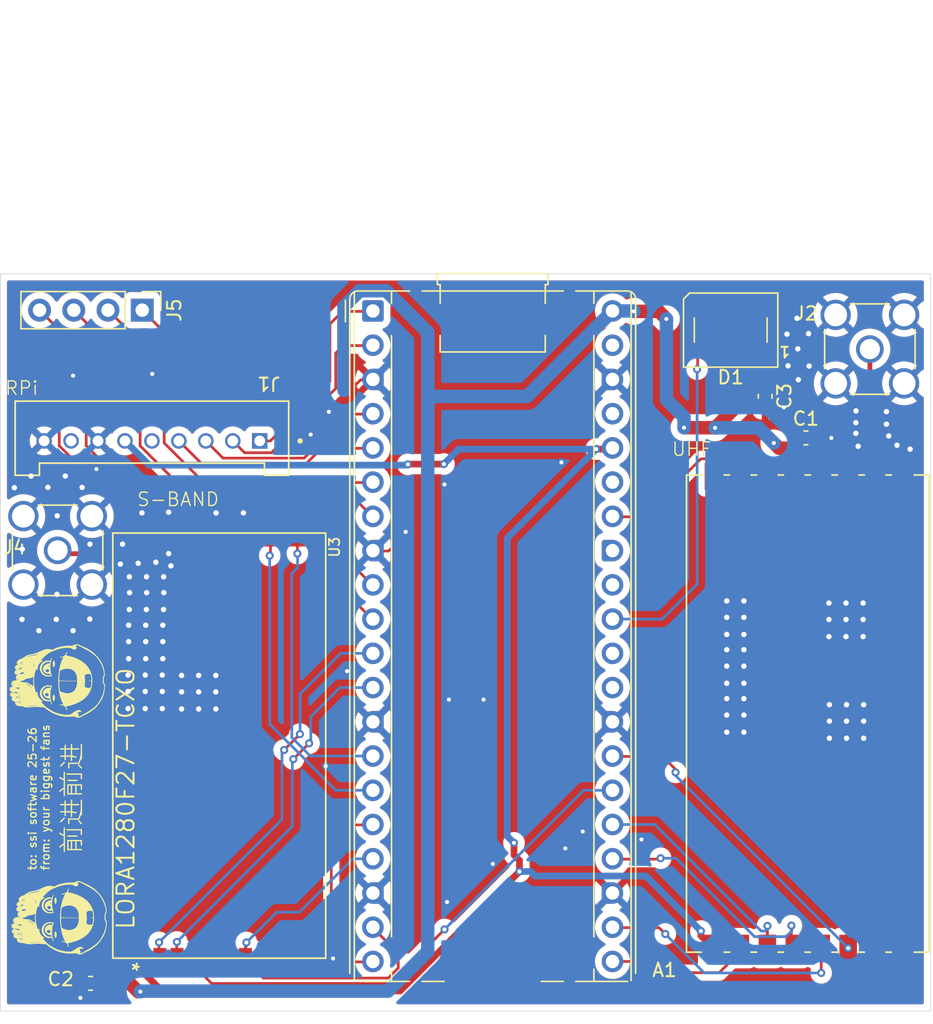
<source format=kicad_pcb>
(kicad_pcb (version 20241229) (generator "pcbnew") (generator_version "9.0")
  (layers (0 "F.Cu" signal) (4 "In1.Cu" signal) (6 "In2.Cu" signal) (2 "B.Cu" signal) (13 "F.Paste" user) (15 "B.Paste" user) (5 "F.SilkS" user "F.Silkscreen") (7 "B.SilkS" user "B.Silkscreen") (1 "F.Mask" user) (3 "B.Mask" user) (25 "Edge.Cuts" user))
  (net 0 "")
  (net 1 "UHF_SCLK")
  (net 2 "UHF_MOSI")
  (net 3 "TX")
  (net 4 "SBAND_BUSY")
  (net 7 "GND")
  (net 8 "UHF_MISO")
  (net 9 "RX")
  (net 10 "UHF_RST")
  (net 12 "SBAND_SCK")
  (net 13 "+5V")
  (net 14 "SBAND_RST")
  (net 15 "UHF_D0")
  (net 17 "UHF_CS")
  (net 18 "SBAND_CS")
  (net 19 "ENAB_RPI")
  (net 20 "SBAND_D1")
  (net 21 "SBAND_MISO")
  (net 23 "SBAND_MOSI")
  (net 28 "RPI_RST")
  (net 29 "Net-(J2-In)")
  (net 30 "Net-(J4-In)")
  (net 31 "+3V3")
  (net 38 "SBAND_RXEN")
  (net 39 "SBAND_TXEN")
  (net 41 "GPIO 7")
  (net 42 "GPIO 6")
  (net 43 "NEOPIXEL")
  (net 44 "RX_ACDS")
  (net 45 "TX_ACDS")
  (footprint "Capacitor_SMD:C_0603_1608Metric" (layer "F.Cu") (at 180.58 61.65 -90)
    (property "Reference" "C3")
    (property "Value" "0.1uF" (hide yes))
  )
  (footprint "ssi_connector:SMA_Amphenol_901-144_horizontal" (layer "F.Cu") (at 128.07 73.08 180)
    (property "Reference" "J4")
    (property "Value" "Conn_Coaxial" (hide yes))
  )
  (footprint "Connector_PinHeader_2.54mm:PinHeader_1x04_P2.54mm_Vertical" (layer "F.Cu") (at 134.35 55.26 -90)
    (property "Reference" "J5")
    (property "Value" "Conn_01x04_Pin" (hide yes))
  )
  (footprint "ssi_connector:SMA_Amphenol_901-144_horizontal" (layer "F.Cu") (at 188.35 58.15)
    (property "Reference" "J2")
    (property "Value" "Conn_Coaxial" (hide yes))
  )
  (footprint "Module:RaspberryPi_Pico_Common_THT" (layer "F.Cu") (at 151.47 55.32)
    (property "Reference" "A1")
    (property "Value" "RaspberryPi_Pico")
  )
  (footprint "ssi_IC:RFM98PW" (layer "F.Cu") (at 183.74 85.19 90)
    (property "Reference" "U1" (hide yes))
    (property "Value" "RFM98PW" (hide yes))
  )
  (footprint "ssi_IC:LORA128XF27" (layer "F.Cu") (at 147.96675 71.795 -90)
    (property "Reference" "U3")
    (property "Value" "LORA1280F27-TCXO")
  )
  (footprint "ssi_connector:Molex_35362-0950" (layer "F.Cu") (at 143.07 64.96)
    (property "Reference" "J1")
    (property "Value" "35362-0950" (hide yes))
  )
  (footprint "MISC:FEETYUM" (layer "F.Cu") (at 184.74 81.81)
    (property "Reference" "REF**" (hide yes))
    (property "Value" "FEETYUM")
  )
  (footprint "Capacitor_SMD:C_0603_1608Metric" (layer "F.Cu") (at 130.52 105.2 180)
    (property "Reference" "C2")
    (property "Value" "0.1uF" (hide yes))
  )
  (footprint "Capacitor_SMD:C_0603_1608Metric" (layer "F.Cu") (at 183.6 64.74)
    (property "Reference" "C1")
    (property "Value" "0.1uF" (hide yes))
  )
  (footprint "LED_SMD:LED_WS2812B_PLCC4_5.0x5.0mm_P3.2mm" (layer "F.Cu") (at 178.02 56.74 180)
    (property "Reference" "D1")
    (property "Value" "1655")
  )
  (gr_poly (pts (xy 127.8305 101.57807) (xy 127.831395 101.55792) (xy 127.832977 101.537711) (xy 127.835219 101.517448) (xy 127.838094 101.497137) (xy 127.841576 101.476783) (xy 127.843748 101.466195) (xy 127.846305 101.455658) (xy 127.849205 101.445178) (xy 127.852409 101.434764) (xy 127.855877 101.424421) (xy 127.859568 101.414158) (xy 127.863442 101.403981) (xy 127.867459 101.393899) (xy 127.869069 101.390037) (xy 127.870775 101.386195) (xy 127.872593 101.382403) (xy 127.874541 101.378691) (xy 127.876636 101.375088) (xy 127.878897 101.371625) (xy 127.88134 101.36833) (xy 127.883984 101.365234) (xy 127.886845 101.362366) (xy 127.888363 101.361027) (xy 127.889942 101.359756) (xy 127.891585 101.358557) (xy 127.893292 101.357433) (xy 127.895067 101.356389) (xy 127.896913 101.355428) (xy 127.89883 101.354554) (xy 127.900821 101.35377) (xy 127.902889 101.353081) (xy 127.905035 101.352489) (xy 127.907262 101.351999) (xy 127.909572 101.351614) (xy 127.911967 101.351338) (xy 127.914449 101.351175) (xy 127.916757 101.351136) (xy 127.918988 101.351212) (xy 127.921145 101.3514) (xy 127.92323 101.351694) (xy 127.925246 101.35209) (xy 127.927196 101.352586) (xy 127.929082 101.353175) (xy 127.930907 101.353856) (xy 127.932673 101.354622) (xy 127.934384 101.355471) (xy 127.936041 101.356398) (xy 127.937648 101.357398) (xy 127.939207 101.358469) (xy 127.940721 101.359605) (xy 127.943622 101.362059) (xy 127.946373 101.364726) (xy 127.948994 101.367573) (xy 127.951508 101.370569) (xy 127.953934 101.373679) (xy 127.958607 101.380113) (xy 127.963182 101.386612) (xy 127.964017 101.387824) (xy 127.964821 101.389064) (xy 127.9656 101.390332) (xy 127.966357 101.391632) (xy 127.967829 101.394331) (xy 127.969277 101.397178) (xy 127.975623 101.410332) (xy 127.982072 101.432496) (xy 127.987602 101.454605) (xy 127.992232 101.476664) (xy 127.99598 101.498675) (xy 127.998867 101.520643) (xy 128.000911 101.542571) (xy 128.002132 101.564463) (xy 128.002549 101.586322) (xy 128.002182 101.608152) (xy 128.001049 101.629956) (xy 127.999169 101.651737) (xy 127.996563 101.6735) (xy 127.993249 101.695248) (xy 127.989247 101.716985) (xy 127.984575 101.738713) (xy 127.979254 101.760437) (xy 127.97854 101.763001) (xy 127.977738 101.765553) (xy 127.976853 101.768091) (xy 127.975891 101.770613) (xy 127.974855 101.773119) (xy 127.973752 101.775608) (xy 127.972587 101.778078) (xy 127.971365 101.780528) (xy 127.968772 101.785366) (xy 127.966014 101.790111) (xy 127.963135 101.794755) (xy 127.960176 101.799289) (xy 127.957764 101.802718) (xy 127.95526 101.805916) (xy 127.952671 101.808885) (xy 127.950005 101.811623) (xy 127.947269 101.814131) (xy 127.94447 101.816408) (xy 127.941616 101.818454) (xy 127.938714 101.82027) (xy 127.93577 101.821854) (xy 127.932793 101.823207) (xy 127.929789 101.824329) (xy 127.926766 101.825219) (xy 127.923732 101.825878) (xy 127.920693 101.826305) (xy 127.917656 101.8265) (xy 127.91463 101.826463) (xy 127.91162 101.826194) (xy 127.908636 101.825693) (xy 127.905683 101.82496) (xy 127.902769 101.823994) (xy 127.899901 101.822795) (xy 127.897087 101.821363) (xy 127.894334 101.819699) (xy 127.89165 101.817801) (xy 127.88904 101.815671) (xy 127.886514 101.813307) (xy 127.884077 101.810709) (xy 127.881738 101.807878) (xy 127.879503 101.804814) (xy 127.87738 101.801515) (xy 127.875377 101.797983) (xy 127.8735 101.794216) (xy 127.865102 101.775086) (xy 127.857681 101.755835) (xy 127.851211 101.736469) (xy 127.845666 101.716994) (xy 127.841017 101.697414) (xy 127.837241 101.677737) (xy 127.834309 101.657967) (xy 127.832195 101.638109) (xy 127.830873 101.61817) (xy 127.830317 101.598155)) (fill yes) (layer "F.SilkS"))
  (gr_poly (pts (xy 126.757531 83.6626) (xy 126.759404 83.632743) (xy 126.762788 83.603054) (xy 126.767669 83.573593) (xy 126.774038 83.544422) (xy 126.781881 83.515601) (xy 126.791186 83.487192) (xy 126.801943 83.459256) (xy 126.814138 83.431854) (xy 126.827761 83.405048) (xy 126.842798 83.378898) (xy 126.859239 83.353465) (xy 126.877071 83.328811) (xy 126.896283 83.304997) (xy 126.916862 83.282084) (xy 126.938796 83.260133) (xy 126.962075 83.239206) (xy 126.986685 83.219362) (xy 127.012615 83.200665) (xy 127.039854 83.183174) (xy 127.071015 83.165216) (xy 127.10241 83.148924) (xy 127.13404 83.134342) (xy 127.165906 83.121511) (xy 127.198008 83.110475) (xy 127.230348 83.101278) (xy 127.262925 83.093961) (xy 127.295742 83.088569) (xy 127.328799 83.085145) (xy 127.362097 83.083731) (xy 127.395636 83.08437) (xy 127.429419 83.087107) (xy 127.463444 83.091983) (xy 127.497715 83.099042) (xy 127.53223 83.108326) (xy 127.566992 83.11988) (xy 127.57012 83.120944) (xy 127.57321 83.121847) (xy 127.576266 83.122595) (xy 127.579288 83.123195) (xy 127.582279 83.123652) (xy 127.585241 83.123971) (xy 127.588176 83.12416) (xy 127.591087 83.124224) (xy 127.596841 83.123999) (xy 127.602521 83.123346) (xy 127.608144 83.12231) (xy 127.613725 83.12094) (xy 127.619282 83.119284) (xy 127.624831 83.117387) (xy 127.63039 83.115298) (xy 127.635973 83.113065) (xy 127.658897 83.103631) (xy 127.659384 83.109426) (xy 127.659512 83.115055) (xy 127.659311 83.120529) (xy 127.658809 83.125859) (xy 127.658038 83.131053) (xy 127.657026 83.136123) (xy 127.655804 83.141079) (xy 127.654401 83.145932) (xy 127.652849 83.150691) (xy 127.651175 83.155367) (xy 127.647586 83.164511) (xy 127.640275 83.182257) (xy 127.62359 83.226839) (xy 127.608565 83.271653) (xy 127.595137 83.316689) (xy 127.583243 83.361939) (xy 127.572821 83.407392) (xy 127.563808 83.45304) (xy 127.556142 83.498873) (xy 127.549759 83.544882) (xy 127.544598 83.591057) (xy 127.540595 83.637389) (xy 127.537688 83.683869) (xy 127.535814 83.730488) (xy 127.534917 83.824102) (xy 127.537401 83.918158) (xy 127.540887 83.980581) (xy 127.546198 84.042701) (xy 127.55359 84.104457) (xy 127.563318 84.165787) (xy 127.56914 84.196274) (xy 127.575641 84.226632) (xy 127.582856 84.256853) (xy 127.590815 84.286929) (xy 127.59955 84.316854) (xy 127.609095 84.346619) (xy 127.61948 84.376217) (xy 127.630739 84.405641) (xy 127.634525 84.41478) (xy 127.638512 84.423839) (xy 127.646864 84.441805) (xy 127.655339 84.459726) (xy 127.659481 84.468727) (xy 127.663483 84.477787) (xy 127.665237 84.481895) (xy 127.666087 84.484005) (xy 127.666877 84.486138) (xy 127.667577 84.488282) (xy 127.668154 84.490428) (xy 127.668577 84.492563) (xy 127.668721 84.493624) (xy 127.668814 84.494678) (xy 127.668853 84.495723) (xy 127.668834 84.49676) (xy 127.668753 84.497786) (xy 127.668606 84.498799) (xy 127.668389 84.499799) (xy 127.668098 84.500785) (xy 127.667729 84.501754) (xy 127.667279 84.502705) (xy 127.666742 84.503638) (xy 127.666116 84.50455) (xy 127.665397 84.50544) (xy 127.664579 84.506308) (xy 127.663661 84.507151) (xy 127.662637 84.507968) (xy 127.661504 84.508758) (xy 127.660257 84.509519) (xy 127.659124 84.510128) (xy 127.657996 84.510658) (xy 127.656874 84.511111) (xy 127.655757 84.511488) (xy 127.654646 84.511792) (xy 127.653542 84.512025) (xy 127.652445 84.51219) (xy 127.651356 84.512288) (xy 127.650275 84.512322) (xy 127.649202 84.512293) (xy 127.648138 84.512205) (xy 127.647083 84.512058) (xy 127.646038 84.511856) (xy 127.645003 84.511601) (xy 127.643979 84.511294) (xy 127.642966 84.510938) (xy 127.640975 84.510087) (xy 127.639034 84.509065) (xy 127.637146 84.50789) (xy 127.635315 84.506578) (xy 127.633545 84.505148) (xy 127.631838 84.503617) (xy 127.630199 84.502001) (xy 127.628632 84.500319) (xy 127.62735 84.498846) (xy 127.626105 84.497337) (xy 127.624895 84.495795) (xy 127.623718 84.494222) (xy 127.622571 84.492622) (xy 127.621451 84.490997) (xy 127.619284 84.487684) (xy 127.617199 84.484307) (xy 127.615174 84.480888) (xy 127.611228 84.47402) (xy 127.599951 84.453562) (xy 127.58936 84.432809) (xy 127.579451 84.411768) (xy 127.570223 84.390445) (xy 127.561674 84.368847) (xy 127.553801 84.34698) (xy 127.546602 84.324851) (xy 127.540076 84.302466) (xy 127.539176 84.299371) (xy 127.538217 84.296415) (xy 127.537199 84.293599) (xy 127.53612 84.290919) (xy 127.534981 84.288376) (xy 127.53378 84.285967) (xy 127.532515 84.283691) (xy 127.531188 84.281547) (xy 127.529796 84.279532) (xy 127.528339 84.277645) (xy 127.526816 84.275886) (xy 127.525226 84.274251) (xy 127.523569 84.272741) (xy 127.521844 84.271353) (xy 127.520049 84.270086) (xy 127.518185 84.268938) (xy 127.51625 84.267908) (xy 127.514243 84.266994) (xy 127.512164 84.266196) (xy 127.510012 84.26551) (xy 127.507786 84.264937) (xy 127.505486 84.264473) (xy 127.503109 84.264119) (xy 127.500657 84.263872) (xy 127.498127 84.26373) (xy 127.49552 84.263693) (xy 127.492833 84.263759) (xy 127.490068 84.263927) (xy 127.487221 84.264194) (xy 127.484294 84.264559) (xy 127.478193 84.265578) (xy 127.432657 84.272952) (xy 127.403867 84.275771) (xy 127.403867 84.177695) (xy 127.425066 84.176958) (xy 127.44645 84.175354) (xy 127.451944 84.174753) (xy 127.457262 84.173979) (xy 127.462372 84.172995) (xy 127.467235 84.171763) (xy 127.471817 84.170245) (xy 127.473992 84.169367) (xy 127.476083 84.168402) (xy 127.478086 84.167347) (xy 127.479996 84.166197) (xy 127.481809 84.164947) (xy 127.483521 84.163591) (xy 127.485127 84.162126) (xy 127.486622 84.160547) (xy 127.488002 84.158848) (xy 127.489264 84.157026) (xy 127.490401 84.155075) (xy 127.49141 84.15299) (xy 127.492286 84.150767) (xy 127.493025 84.148401) (xy 127.493623 84.145888) (xy 127.494074 84.143222) (xy 127.494375 84.140399) (xy 127.494521 84.137413) (xy 127.494508 84.134261) (xy 127.49433 84.130938) (xy 127.493984 84.127438) (xy 127.493466 84.123758) (xy 127.4921 84.115936) (xy 127.490604 84.108784) (xy 127.488941 84.102274) (xy 127.487078 84.096381) (xy 127.484977 84.091079) (xy 127.483827 84.088641) (xy 127.482869 84.086842) (xy 127.482869 83.528086) (xy 127.484831 83.527903) (xy 127.486564 83.52752) (xy 127.488083 83.52695) (xy 127.489403 83.526207) (xy 127.490537 83.525303) (xy 127.491501 83.524251) (xy 127.49231 83.523064) (xy 127.492977 83.521755) (xy 127.493518 83.520336) (xy 127.493946 83.51882) (xy 127.494277 83.51722) (xy 127.494526 83.51555) (xy 127.494706 83.513821) (xy 127.49492 83.510241) (xy 127.495172 83.502948) (xy 127.495444 83.499441) (xy 127.495667 83.497767) (xy 127.495968 83.496163) (xy 127.496361 83.494642) (xy 127.496861 83.493217) (xy 127.497483 83.491902) (xy 127.498241 83.490707) (xy 127.498682 83.490056) (xy 127.499071 83.489371) (xy 127.49941 83.488657) (xy 127.499698 83.487918) (xy 127.499934 83.487155) (xy 127.50012 83.486374) (xy 127.500255 83.485577) (xy 127.500339 83.484768) (xy 127.500372 83.483951) (xy 127.500355 83.483129) (xy 127.500286 83.482305) (xy 127.500167 83.481484) (xy 127.499998 83.480668) (xy 127.499777 83.479862) (xy 127.499506 83.479068) (xy 127.499185 83.478291) (xy 127.498813 83.477533) (xy 127.49839 83.476798) (xy 127.497917 83.47609) (xy 127.497393 83.475413) (xy 127.496819 83.474769) (xy 127.496195 83.474163) (xy 127.495521 83.473598) (xy 127.494796 83.473077) (xy 127.49402 83.472603) (xy 127.493195 83.472182) (xy 127.492319 83.471815) (xy 127.491394 83.471507) (xy 127.490418 83.47126) (xy 127.489392 83.471079) (xy 127.488315 83.470967) (xy 127.487189 83.470928) (xy 127.485554 83.470971) (xy 127.483996 83.471104) (xy 127.482513 83.471324) (xy 127.481103 83.471626) (xy 127.479762 83.472008) (xy 127.478488 83.472466) (xy 127.477278 83.472997) (xy 127.47613 83.473597) (xy 127.475041 83.474263) (xy 127.474009 83.474991) (xy 127.473029 83.475778) (xy 127.472101 83.476621) (xy 127.471221 83.477515) (xy 127.470387 83.478459) (xy 127.469595 83.479448) (xy 127.468844 83.480479) (xy 127.46813 83.481548) (xy 127.467451 83.482652) (xy 127.466188 83.484951) (xy 127.465031 83.487349) (xy 127.46396 83.489819) (xy 127.462954 83.492333) (xy 127.461991 83.494863) (xy 127.460109 83.499864) (xy 127.459845 83.500603) (xy 127.459626 83.501338) (xy 127.45945 83.502071) (xy 127.459316 83.502802) (xy 127.459224 83.503532) (xy 127.459173 83.504262) (xy 127.459161 83.504992) (xy 127.459189 83.505723) (xy 127.459254 83.506456) (xy 127.459356 83.507192) (xy 127.459494 83.507931) (xy 127.459668 83.508675) (xy 127.459875 83.509423) (xy 127.460116 83.510177) (xy 127.460695 83.511705) (xy 127.461396 83.513264) (xy 127.462212 83.514861) (xy 127.463136 83.516502) (xy 127.46416 83.518191) (xy 127.465278 83.519936) (xy 127.466482 83.521743) (xy 127.469117 83.525563) (xy 127.472442 83.526569) (xy 127.475465 83.527312) (xy 127.478201 83.527804) (xy 127.480664 83.528057) (xy 127.482869 83.528086) (xy 127.482869 84.086842) (xy 127.482604 84.086342) (xy 127.481304 84.084178) (xy 127.479922 84.082146) (xy 127.478455 84.080242) (xy 127.476897 84.078463) (xy 127.475245 84.076806) (xy 127.473493 84.075269) (xy 127.471637 84.073847) (xy 127.469674 84.072537) (xy 127.467598 84.071336) (xy 127.465404 84.070242) (xy 127.46309 84.06925) (xy 127.460649 84.068358) (xy 127.458078 84.067562) (xy 127.455372 84.06686) (xy 127.449539 84.065721) (xy 127.443113 84.064916) (xy 127.436059 84.06442) (xy 127.408973 84.062522) (xy 127.38245 84.05943) (xy 127.356493 84.055142) (xy 127.331104 84.049656) (xy 127.306287 84.04297) (xy 127.283206 84.03546) (xy 127.283206 83.901114) (xy 127.288236 83.900956) (xy 127.293219 83.900586) (xy 127.298144 83.899999) (xy 127.309341 83.898045) (xy 127.320109 83.895448) (xy 127.330415 83.892236) (xy 127.340226 83.888439) (xy 127.349508 83.884083) (xy 127.358228 83.879198) (xy 127.366352 83.873812) (xy 127.373848 83.867953) (xy 127.380681 83.86165) (xy 127.386818 83.854931) (xy 127.392225 83.847824) (xy 127.394645 83.844135) (xy 127.39687 83.840359) (xy 127.398896 83.8365) (xy 127.400718 83.832563) (xy 127.402333 83.828549) (xy 127.403737 83.824464) (xy 127.404925 83.82031) (xy 127.405892 83.816091) (xy 127.406636 83.811811) (xy 127.407151 83.807473) (xy 127.407548 83.801939) (xy 127.40772 83.796473) (xy 127.40767 83.791079) (xy 127.407398 83.78576) (xy 127.406905 83.780519) (xy 127.406195 83.775361) (xy 127.405267 83.770288) (xy 127.404125 83.765304) (xy 127.402768 83.760413) (xy 127.401199 83.755617) (xy 127.399419 83.750921) (xy 127.397431 83.746327) (xy 127.395234 83.741839) (xy 127.392831 83.737461) (xy 127.390224 83.733196) (xy 127.387414 83.729047) (xy 127.384402 83.725019) (xy 127.38119 83.721113) (xy 127.37778 83.717334) (xy 127.374173 83.713685) (xy 127.370371 83.71017) (xy 127.366374 83.706791) (xy 127.362186 83.703554) (xy 127.357806 83.70046) (xy 127.353238 83.697513) (xy 127.348481 83.694717) (xy 127.343539 83.692075) (xy 127.338412 83.689591) (xy 127.333102 83.687267) (xy 127.32761 83.685108) (xy 127.321938 83.683117) (xy 127.316088 83.681298) (xy 127.306303 83.67869) (xy 127.296578 83.676609) (xy 127.286916 83.675079) (xy 127.277318 83.674122) (xy 127.267787 83.673761) (xy 127.258324 83.674018) (xy 127.248931 83.674917) (xy 127.23961 83.676479) (xy 127.230363 83.67873) (xy 127.221191 83.681689) (xy 127.212098 83.685382) (xy 127.203084 83.68983) (xy 127.194152 83.695057) (xy 127.185303 83.701084) (xy 127.176539 83.707936) (xy 127.167863 83.715634) (xy 127.162057 83.723501) (xy 127.156932 83.731188) (xy 127.152485 83.738717) (xy 127.148715 83.746109) (xy 127.145618 83.753385) (xy 127.143192 83.760566) (xy 127.14223 83.764128) (xy 127.141436 83.767675) (xy 127.140808 83.771208) (xy 127.140346 83.774731) (xy 127.14005 83.778246) (xy 127.139921 83.781757) (xy 127.139957 83.785265) (xy 127.140158 83.788773) (xy 127.140524 83.792285) (xy 127.141055 83.795802) (xy 127.14175 83.799328) (xy 127.14261 83.802864) (xy 127.14482 83.809981) (xy 127.147683 83.817174) (xy 127.151197 83.824464) (xy 127.155359 83.831872) (xy 127.158014 83.836076) (xy 127.160871 83.840187) (xy 127.163923 83.844201) (xy 127.167161 83.848115) (xy 127.170577 83.851924) (xy 127.174161 83.855624) (xy 127.177906 83.859211) (xy 127.181801 83.86268) (xy 127.185839 83.866028) (xy 127.190012 83.86925) (xy 127.198723 83.875302) (xy 127.207867 83.880802) (xy 127.217373 83.885716) (xy 127.227172 83.890013) (xy 127.237195 83.893658) (xy 127.247372 83.896619) (xy 127.252497 83.897832) (xy 127.257634 83.898862) (xy 127.262776 83.899704) (xy 127.267912 83.900355) (xy 127.273035 83.900809) (xy 127.278136 83.901064) (xy 127.283206 83.901114) (xy 127.283206 84.03546) (xy 127.282045 84.035082) (xy 127.25838 84.025991) (xy 127.235295 84.015693) (xy 127.212794 84.004189) (xy 127.190879 83.991474) (xy 127.169553 83.977549) (xy 127.14882 83.962409) (xy 127.128681 83.946055) (xy 127.109141 83.928483) (xy 127.090201 83.909692) (xy 127.071866 83.889679) (xy 127.062375 83.878369) (xy 127.053425 83.866777) (xy 127.045019 83.85492) (xy 127.037158 83.842815) (xy 127.029843 83.830479) (xy 127.023075 83.817927) (xy 127.011188 83.792247) (xy 127.001508 83.765908) (xy 126.994046 83.739044) (xy 126.988813 83.711786) (xy 126.985822 83.68427) (xy 126.985082 83.656628) (xy 126.986606 83.628994) (xy 126.990404 83.601501) (xy 126.996489 83.574282) (xy 127.000392 83.560818) (xy 127.004871 83.547472) (xy 127.009927 83.534261) (xy 127.015561 83.521202) (xy 127.021776 83.508312) (xy 127.028571 83.495607) (xy 127.03595 83.483104) (xy 127.043913 83.47082) (xy 127.053103 83.457729) (xy 127.062551 83.445167) (xy 127.072254 83.433126) (xy 127.08221 83.4216) (xy 127.092417 83.410583) (xy 127.102873 83.400067) (xy 127.113575 83.390047) (xy 127.124522 83.380516) (xy 127.13571 83.371468) (xy 127.147139 83.362896) (xy 127.158804 83.354794) (xy 127.170705 83.347154) (xy 127.18284 83.339972) (xy 127.195205 83.33324) (xy 127.207798 83.326951) (xy 127.220618 83.3211) (xy 127.233662 83.31568) (xy 127.246928 83.310684) (xy 127.274117 83.30194) (xy 127.302167 83.294815) (xy 127.33106 83.289259) (xy 127.360779 83.285219) (xy 127.391305 83.282643) (xy 127.42262 83.281481) (xy 127.454707 83.28168) (xy 127.482426 83.283205) (xy 127.496272 83.28409) (xy 127.503183 83.28465) (xy 127.510081 83.285321) (xy 127.514317 83.285658) (xy 127.518271 83.285742) (xy 127.521956 83.285585) (xy 127.525383 83.285197) (xy 127.528563 83.284589) (xy 127.531507 83.283772) (xy 127.534226 83.282756) (xy 127.536732 83.281553) (xy 127.539037 83.280174) (xy 127.54115 83.278628) (xy 127.543084 83.276927) (xy 127.54485 83.275083) (xy 127.546459 83.273104) (xy 127.547922 83.271004) (xy 127.549251 83.268791) (xy 127.550456 83.266478) (xy 127.55155 83.264074) (xy 127.552542 83.261591) (xy 127.554271 83.256431) (xy 127.555731 83.251085) (xy 127.557014 83.245637) (xy 127.559406 83.234787) (xy 127.560696 83.229558) (xy 127.562167 83.224575) (xy 127.563017 83.221731) (xy 127.563643 83.219047) (xy 127.564055 83.216517) (xy 127.564262 83.214136) (xy 127.564273 83.211899) (xy 127.564098 83.209801) (xy 127.563745 83.207836) (xy 127.563223 83.205999) (xy 127.562543 83.204285) (xy 127.561713 83.202688) (xy 127.560742 83.201204) (xy 127.559639 83.199828) (xy 127.558414 83.198553) (xy 127.557076 83.197375) (xy 127.555634 83.196288) (xy 127.554098 83.195288) (xy 127.552476 83.194368) (xy 127.550777 83.193525) (xy 127.549011 83.192752) (xy 127.547188 83.192044) (xy 127.543403 83.190804) (xy 127.539497 83.189761) (xy 127.535542 83.188876) (xy 127.531613 83.188104) (xy 127.524126 83.186738) (xy 127.50559 83.183487) (xy 127.487063 83.180716) (xy 127.468551 83.178448) (xy 127.450059 83.176705) (xy 127.431591 83.17551) (xy 127.413152 83.174887) (xy 127.394748 83.174857) (xy 127.376384 83.175443) (xy 127.358064 83.176669) (xy 127.339795 83.178557) (xy 127.321579 83.18113) (xy 127.303424 83.184411) (xy 127.285333 83.188422) (xy 127.267312 83.193186) (xy 127.249366 83.198725) (xy 127.2315 83.205064) (xy 127.197269 83.219159) (xy 127.164841 83.234843) (xy 127.134225 83.252095) (xy 127.105432 83.270895) (xy 127.078469 83.291223) (xy 127.053346 83.313059) (xy 127.030072 83.336383) (xy 127.008657 83.361174) (xy 126.989108 83.387413) (xy 126.971435 83.41508) (xy 126.955647 83.444154) (xy 126.941754 83.474615) (xy 126.929763 83.506443) (xy 126.919685 83.539619) (xy 126.911528 83.574121) (xy 126.905301 83.60993) (xy 126.901058 83.648013) (xy 126.899433 83.685111) (xy 126.900388 83.721216) (xy 126.903886 83.756318) (xy 126.909888 83.790408) (xy 126.918357 83.823478) (xy 126.929255 83.855518) (xy 126.942546 83.886519) (xy 126.958191 83.916472) (xy 126.976152 83.945367) (xy 126.996392 83.973196) (xy 127.018874 83.999949) (xy 127.043559 84.025617) (xy 127.070411 84.050192) (xy 127.099391 84.073664) (xy 127.130462 84.096023) (xy 127.148325 84.107608) (xy 127.166474 84.118301) (xy 127.1849 84.128103) (xy 127.203597 84.137017) (xy 127.222557 84.145044) (xy 127.241773 84.152187) (xy 127.261239 84.158446) (xy 127.280946 84.163824) (xy 127.300888 84.168323) (xy 127.321057 84.171945) (xy 127.341447 84.174691) (xy 127.36205 84.176564) (xy 127.382859 84.177564) (xy 127.403867 84.177695) (xy 127.403867 84.275771) (xy 127.388241 84.277302) (xy 127.344932 84.278659) (xy 127.302715 84.277056) (xy 127.261576 84.272523) (xy 127.2215 84.26509) (xy 127.182473 84.25479) (xy 127.14448 84.241652) (xy 127.107507 84.225708) (xy 127.071539 84.206989) (xy 127.036562 84.185526) (xy 127.002561 84.16135) (xy 126.969522 84.134491) (xy 126.937431 84.104981) (xy 126.906273 84.072851) (xy 126.876033 84.038132) (xy 126.857189 84.011666) (xy 126.84001 83.984572) (xy 126.824485 83.956911) (xy 126.8106 83.928746) (xy 126.798345 83.900135) (xy 126.787708 83.871142) (xy 126.778675 83.841827) (xy 126.771237 83.812251) (xy 126.76538 83.782476) (xy 126.761093 83.752562) (xy 126.758363 83.72257) (xy 126.75718 83.692563)) (fill yes) (layer "F.SilkS"))
  (gr_poly (pts (xy 128.121218 82.636869) (xy 128.124845 82.535951) (xy 128.130346 82.435186) (xy 128.137796 82.334578) (xy 128.147267 82.23413) (xy 128.158834 82.133847) (xy 128.17257 82.033732) (xy 128.188547 81.933789) (xy 128.207127 81.833658) (xy 128.228475 81.734407) (xy 128.252733 81.636068) (xy 128.280044 81.538674) (xy 128.31055 81.442256) (xy 128.344393 81.346849) (xy 128.381716 81.252484) (xy 128.422661 81.159195) (xy 128.42701 81.150095) (xy 128.431579 81.14109) (xy 128.441224 81.123243) (xy 128.461475 81.087341) (xy 128.471472 81.068796) (xy 128.476306 81.059268) (xy 128.480979 81.049529) (xy 128.485453 81.039547) (xy 128.489691 81.029292) (xy 128.493653 81.018734) (xy 128.497303 81.007842) (xy 128.40909 81.027241) (xy 128.398334 81.029212) (xy 128.387597 81.030923) (xy 128.376865 81.032324) (xy 128.366127 81.033369) (xy 128.35537 81.034008) (xy 128.344582 81.034195) (xy 128.33375 81.03388) (xy 128.322862 81.033017) (xy 128.315969 81.032427) (xy 128.309048 81.032052) (xy 128.295176 81.031587) (xy 128.288251 81.031316) (xy 128.281353 81.0309) (xy 128.274494 81.030249) (xy 128.271083 81.029807) (xy 128.267688 81.029273) (xy 128.265282 81.028812) (xy 128.262863 81.028249) (xy 128.260455 81.027573) (xy 128.258085 81.026775) (xy 128.255778 81.025845) (xy 128.253559 81.024774) (xy 128.251453 81.023552) (xy 128.250451 81.022881) (xy 128.249487 81.022169) (xy 128.248564 81.021414) (xy 128.247685 81.020616) (xy 128.246854 81.019772) (xy 128.246073 81.018883) (xy 128.245346 81.017946) (xy 128.244676 81.01696) (xy 128.244067 81.015924) (xy 128.24352 81.014838) (xy 128.243041 81.013699) (xy 128.242631 81.012507) (xy 128.242293 81.01126) (xy 128.242032 81.009957) (xy 128.241851 81.008597) (xy 128.241751 81.007179) (xy 128.241738 81.005701) (xy 128.241813 81.004163) (xy 128.241962 81.002715) (xy 128.242179 81.001326) (xy 128.242463 80.999996) (xy 128.242812 80.998723) (xy 128.243223 80.997506) (xy 128.243694 80.996344) (xy 128.244223 80.995234) (xy 128.244808 80.994177) (xy 128.245447 80.993171) (xy 128.246137 80.992215) (xy 128.246877 80.991307) (xy 128.247664 80.990446) (xy 128.248496 80.98963) (xy 128.249372 80.98886) (xy 128.250288 80.988133) (xy 128.251244 80.987448) (xy 128.252236 80.986803) (xy 128.253262 80.986199) (xy 128.254321 80.985633) (xy 128.25541 80.985103) (xy 128.257671 80.984152) (xy 128.260027 80.983333) (xy 128.262461 80.982638) (xy 128.264957 80.982057) (xy 128.267497 80.981579) (xy 128.270064 80.981194) (xy 128.30443 80.976982) (xy 128.338837 80.973038) (xy 128.373183 80.968759) (xy 128.390302 80.966305) (xy 128.407367 80.963541) (xy 128.435918 80.957572) (xy 128.463399 80.949749) (xy 128.48976 80.940123) (xy 128.51495 80.928746) (xy 128.538921 80.91567) (xy 128.561622 80.900945) (xy 128.583004 80.884624) (xy 128.603016 80.866758) (xy 128.621609 80.847399) (xy 128.638732 80.826598) (xy 128.654336 80.804407) (xy 128.668371 80.780877) (xy 128.680787 80.756061) (xy 128.691534 80.730009) (xy 128.700562 80.702773) (xy 128.707821 80.674405) (xy 128.709574 80.666677) (xy 128.710503 80.662821) (xy 128.711479 80.658977) (xy 128.712508 80.655149) (xy 128.7136 80.651342) (xy 128.714763 80.64756) (xy 128.716005 80.643808) (xy 128.718166 80.637575) (xy 128.719319 80.634446) (xy 128.720551 80.631364) (xy 128.721884 80.628368) (xy 128.723342 80.625499) (xy 128.724946 80.622799) (xy 128.72672 80.620308) (xy 128.727678 80.619153) (xy 128.728687 80.618066) (xy 128.72975 80.617052) (xy 128.730869 80.616116) (xy 128.732048 80.615262) (xy 128.73329 80.614496) (xy 128.734596 80.613823) (xy 128.735971 80.613248) (xy 128.737417 80.612777) (xy 128.738936 80.612413) (xy 128.740532 80.612164) (xy 128.742208 80.612032) (xy 128.743966 80.612024) (xy 128.745809 80.612145) (xy 128.74774 80.6124) (xy 128.749762 80.612793) (xy 128.751593 80.613258) (xy 128.753326 80.613806) (xy 128.754965 80.614434) (xy 128.756512 80.61514) (xy 128.757968 80.61592) (xy 128.759337 80.616772) (xy 128.76062 80.617692) (xy 128.76182 80.618678) (xy 128.762939 80.619727) (xy 128.763979 80.620836) (xy 128.764944 80.622002) (xy 128.765834 80.623223) (xy 128.766652 80.624494) (xy 128.767401 80.625814) (xy 128.768083 80.627179) (xy 128.7687 80.628587) (xy 128.769254 80.630034) (xy 128.769749 80.631518) (xy 128.770185 80.633036) (xy 128.770566 80.634585) (xy 128.770894 80.636162) (xy 128.771171 80.637764) (xy 128.771399 80.639388) (xy 128.771581 80.641032) (xy 128.771815 80.644365) (xy 128.77189 80.64774) (xy 128.771827 80.651135) (xy 128.771643 80.654525) (xy 128.770848 80.663529) (xy 128.769751 80.672445) (xy 128.768366 80.681278) (xy 128.766709 80.690031) (xy 128.764792 80.698709) (xy 128.762632 80.707315) (xy 128.760242 80.715854) (xy 128.757638 80.72433) (xy 128.754833 80.732747) (xy 128.751842 80.741108) (xy 128.745361 80.75768) (xy 128.738312 80.77408) (xy 128.730811 80.79034) (xy 128.72245 80.808341) (xy 128.720319 80.81282) (xy 128.71813 80.817266) (xy 128.715863 80.821669) (xy 128.713499 80.826016) (xy 128.712039 80.828718) (xy 128.710736 80.831339) (xy 128.709588 80.833881) (xy 128.708593 80.836344) (xy 128.707752 80.838729) (xy 128.707061 80.841036) (xy 128.706522 80.843266) (xy 128.706131 80.84542) (xy 128.705888 80.847497) (xy 128.705792 80.849499) (xy 128.705841 80.851426) (xy 128.706035 80.853279) (xy 128.706373 80.855058) (xy 128.706852 80.856764) (xy 128.707472 80.858397) (xy 128.708232 80.859958) (xy 128.70913 80.861448) (xy 128.710166 80.862867) (xy 128.711338 80.864215) (xy 128.712645 80.865494) (xy 128.714085 80.866704) (xy 128.715659 80.867845) (xy 128.717363 80.868918) (xy 128.719198 80.869923) (xy 128.721163 80.870862) (xy 128.723255 80.871734) (xy 128.725474 80.872541) (xy 128.727818 80.873282) (xy 128.730287 80.873959) (xy 128.732879 80.874571) (xy 128.738428 80.875607) (xy 128.769207 80.880949) (xy 128.799786 80.887141) (xy 128.830209 80.893998) (xy 128.860519 80.901336) (xy 128.98151 80.931796) (xy 129.043614 80.947282) (xy 129.10517 80.964049) (xy 129.166171 80.982102) (xy 129.226613 81.001444) (xy 129.286491 81.022082) (xy 129.345799 81.04402) (xy 129.404532 81.067262) (xy 129.462684 81.091814) (xy 129.520251 81.11768) (xy 129.577228 81.144865) (xy 129.633608 81.173374) (xy 129.689387 81.203211) (xy 129.74456 81.234382) (xy 129.799121 81.26689) (xy 129.853065 81.300742) (xy 129.906386 81.33594) (xy 129.958982 81.372849) (xy 130.00984 81.411222) (xy 130.058944 81.45107) (xy 130.106278 81.492399) (xy 130.151824 81.535218) (xy 130.195566 81.579535) (xy 130.237487 81.625358) (xy 130.27757 81.672696) (xy 130.315798 81.721557) (xy 130.352156 81.771949) (xy 130.386625 81.82388) (xy 130.41919 81.877358) (xy 130.449833 81.932392) (xy 130.478537 81.98899) (xy 130.505287 82.04716) (xy 130.530065 82.10691) (xy 130.539267 82.131053) (xy 130.548004 82.155352) (xy 130.556339 82.179833) (xy 130.564341 82.204524) (xy 130.572074 82.229451) (xy 130.579605 82.254642) (xy 130.594324 82.30592) (xy 130.603992 82.348335) (xy 130.612661 82.390725) (xy 130.620341 82.433096) (xy 130.627045 82.475456) (xy 130.632783 82.517812) (xy 130.637567 82.560172) (xy 130.641407 82.602544) (xy 130.644314 82.644933) (xy 130.6463 82.687349) (xy 130.647375 82.729797) (xy 130.646838 82.814823) (xy 130.642793 82.90007) (xy 130.635327 82.985597) (xy 130.630548 83.025954) (xy 130.624857 83.066008) (xy 130.618259 83.105761) (xy 130.610754 83.145217) (xy 130.602345 83.184376) (xy 130.593035 83.223241) (xy 130.582826 83.261813) (xy 130.57172 83.300094) (xy 130.559718 83.338087) (xy 130.546825 83.375793) (xy 130.53304 83.413215) (xy 130.518368 83.450353) (xy 130.50281 83.487211) (xy 130.486368 83.52379) (xy 130.469045 83.560092) (xy 130.450843 83.596118) (xy 130.421209 83.650506) (xy 130.389753 83.703146) (xy 130.366807 83.738309) (xy 130.366807 83.284058) (xy 130.386739 83.283464) (xy 130.40674 83.282319) (xy 130.426802 83.280688) (xy 130.467076 83.276225) (xy 130.472415 83.275377) (xy 130.477511 83.274221) (xy 130.482363 83.27276) (xy 130.486973 83.270998) (xy 130.49134 83.268937) (xy 130.495463 83.266579) (xy 130.499342 83.263927) (xy 130.502977 83.260984) (xy 130.506368 83.257751) (xy 130.509515 83.254233) (xy 130.512416 83.25043) (xy 130.515073 83.246347) (xy 130.517485 83.241985) (xy 130.519651 83.237347) (xy 130.521571 83.232436) (xy 130.523246 83.227254) (xy 130.530152 83.202541) (xy 130.536487 83.177747) (xy 130.547552 83.127934) (xy 130.55665 83.077844) (xy 130.563992 83.027507) (xy 130.569786 82.976952) (xy 130.574242 82.92621) (xy 130.577571 82.875309) (xy 130.579983 82.82428) (xy 130.580033 82.819534) (xy 130.579949 82.817281) (xy 130.579791 82.815109) (xy 130.579558 82.813017) (xy 130.57925 82.811005) (xy 130.578865 82.809074) (xy 130.578403 82.807222) (xy 130.577863 82.80545) (xy 130.577244 82.803758) (xy 130.576546 82.802145) (xy 130.575767 82.800613) (xy 130.574906 82.79916) (xy 130.573963 82.797786) (xy 130.572938 82.796492) (xy 130.571828 82.795278) (xy 130.570634 82.794142) (xy 130.569354 82.793087) (xy 130.567988 82.79211) (xy 130.566535 82.791212) (xy 130.564994 82.790394) (xy 130.563364 82.789654) (xy 130.561644 82.788994) (xy 130.559834 82.788412) (xy 130.557933 82.78791) (xy 130.555939 82.787485) (xy 130.553853 82.78714) (xy 130.551673 82.786873) (xy 130.549398 82.786685) (xy 130.547028 82.786575) (xy 130.544562 82.786544) (xy 130.541998 82.786591) (xy 130.528628 82.78691) (xy 130.51525 82.787012) (xy 130.488477 82.786719) (xy 130.434923 82.785214) (xy 130.432586 82.785198) (xy 130.430201 82.785248) (xy 130.425346 82.785361) (xy 130.422903 82.785333) (xy 130.420471 82.785185) (xy 130.418062 82.784874) (xy 130.416871 82.784642) (xy 130.415692 82.784351) (xy 130.414525 82.783996) (xy 130.413374 82.783571) (xy 130.41224 82.783071) (xy 130.411124 82.782489) (xy 130.410028 82.781819) (xy 130.408955 82.781056) (xy 130.407905 82.780195) (xy 130.406882 82.779229) (xy 130.405886 82.778152) (xy 130.404919 82.776959) (xy 130.403984 82.775644) (xy 130.403081 82.774202) (xy 130.402213 82.772626) (xy 130.401382 82.77091) (xy 130.400589 82.76905) (xy 130.399837 82.767039) (xy 130.407586 82.764487) (xy 130.415352 82.76219) (xy 130.423135 82.760137) (xy 130.430936 82.758317) (xy 130.438754 82.75672) (xy 130.446588 82.755336) (xy 130.454439 82.754153) (xy 130.462307 82.753162) (xy 130.470191 82.752352) (xy 130.478092 82.751712) (xy 130.493941 82.750901) (xy 130.509853 82.750646) (xy 130.525828 82.750863) (xy 130.543612 82.751195) (xy 130.550884 82.751097) (xy 130.557166 82.750722) (xy 130.559956 82.750406) (xy 130.562525 82.749992) (xy 130.564879 82.749471) (xy 130.567028 82.748832) (xy 130.568979 82.748067) (xy 130.570743 82.747166) (xy 130.572325 82.746119) (xy 130.573736 82.744916) (xy 130.574984 82.743549) (xy 130.576077 82.742008) (xy 130.577022 82.740282) (xy 130.57783 82.738364) (xy 130.578508 82.736242) (xy 130.579065 82.733908) (xy 130.579509 82.731351) (xy 130.579848 82.728564) (xy 130.580247 82.722255) (xy 130.580328 82.714906) (xy 130.58016 82.70644) (xy 130.57981 82.696781) (xy 130.5775 82.650741) (xy 130.574277 82.60482) (xy 130.570058 82.559026) (xy 130.564759 82.513364) (xy 130.558298 82.467843) (xy 130.550592 82.422469) (xy 130.541557 82.377251) (xy 130.531111 82.332194) (xy 130.528948 82.324123) (xy 130.526542 82.316448) (xy 130.523858 82.309179) (xy 130.520857 82.302324) (xy 130.517504 82.295895) (xy 130.515683 82.292843) (xy 130.513761 82.289901) (xy 130.511731 82.287069) (xy 130.509591 82.28435) (xy 130.507334 82.281745) (xy 130.504957 82.279254) (xy 130.502455 82.27688) (xy 130.499823 82.274622) (xy 130.497057 82.272483) (xy 130.494152 82.270463) (xy 130.491103 82.268565) (xy 130.487906 82.266788) (xy 130.484556 82.265135) (xy 130.481049 82.263606) (xy 130.47738 82.262202) (xy 130.473544 82.260926) (xy 130.469537 82.259778) (xy 130.465354 82.258759) (xy 130.46099 82.257871) (xy 130.456441 82.257114) (xy 130.451703 82.25649) (xy 130.44677 82.256001) (xy 130.38241 82.254114) (xy 130.350337 82.254068) (xy 130.334342 82.254474) (xy 130.31838 82.255243) (xy 130.302455 82.256433) (xy 130.286572 82.258103) (xy 130.270734 82.26031) (xy 130.254946 82.263113) (xy 130.239212 82.26657) (xy 130.223537 82.27074) (xy 130.207923 82.27568) (xy 130.192377 82.281449) (xy 130.185012 82.28452) (xy 130.177896 82.287744) (xy 130.171032 82.29112) (xy 130.164418 82.29465) (xy 130.158056 82.298332) (xy 130.151947 82.302168) (xy 130.14609 82.306156) (xy 130.140488 82.310297) (xy 130.13514 82.314591) (xy 130.130047 82.319038) (xy 130.12521 82.323637) (xy 130.120629 82.32839) (xy 130.116306 82.333295) (xy 130.11224 82.338353) (xy 130.108433 82.343564) (xy 130.104885 82.348928) (xy 130.101597 82.354445) (xy 130.098569 82.360114) (xy 130.095803 82.365936) (xy 130.093298 82.371911) (xy 130.091056 82.378039) (xy 130.089077 82.38432) (xy 130.087362 82.390754) (xy 130.085912 82.39734) (xy 130.084726 82.404079) (xy 130.083807 82.410971) (xy 130.083154 82.418016) (xy 130.082768 82.425214) (xy 130.082651 82.432564) (xy 130.082802 82.440067) (xy 130.083222 82.447723) (xy 130.083912 82.455532) (xy 130.096716 82.577681) (xy 130.102882 82.638779) (xy 130.108665 82.699911) (xy 130.110449 82.724544) (xy 130.111393 82.749124) (xy 130.111578 82.773656) (xy 130.111084 82.798145) (xy 130.108384 82.847013) (xy 130.103944 82.89577) (xy 130.092435 82.99311) (xy 130.086663 83.041775) (xy 130.081746 83.090489) (xy 130.080983 83.102656) (xy 130.080875 83.114388) (xy 130.081434 83.125688) (xy 130.082671 83.136563) (xy 130.084597 83.147017) (xy 130.087224 83.157056) (xy 130.090563 83.166685) (xy 130.094627 83.175909) (xy 130.099426 83.184734) (xy 130.104973 83.193164) (xy 130.111278 83.201204) (xy 130.118354 83.20886) (xy 130.126211 83.216138) (xy 130.134862 83.223041) (xy 130.144318 83.229576) (xy 130.15459 83.235747) (xy 130.173193 83.245479) (xy 130.19196 83.253949) (xy 130.210881 83.261222) (xy 130.229949 83.267362) (xy 130.249155 83.272434) (xy 130.26849 83.276503) (xy 130.287946 83.279632) (xy 130.307514 83.281888) (xy 130.327186 83.283335) (xy 130.346953 83.284036) (xy 130.366807 83.284058) (xy 130.366807 83.738309) (xy 130.356517 83.754077) (xy 130.321543 83.803334) (xy 130.284875 83.850954) (xy 130.246554 83.896974) (xy 130.206622 83.941429) (xy 130.165124 83.984358) (xy 130.1221 84.025795) (xy 130.077593 84.065779) (xy 130.031647 84.104344) (xy 129.984303 84.141529) (xy 129.935604 84.177369) (xy 129.885592 84.211902) (xy 129.83431 84.245163) (xy 129.781801 84.277189) (xy 129.718965 84.31334) (xy 129.655339 84.347862) (xy 129.590912 84.380688) (xy 129.525674 84.411753) (xy 129.459614 84.440991) (xy 129.392722 84.468334) (xy 129.324986 84.493718) (xy 129.256397 84.517076) (xy 129.128942 84.55707) (xy 129.064919 84.576107) (xy 129.000675 84.594393) (xy 128.936194 84.611842) (xy 128.871459 84.628373) (xy 128.806451 84.6439) (xy 128.789116 84.647734) (xy 128.789116 83.676556) (xy 128.824118 83.676152) (xy 128.859171 83.674099) (xy 128.894272 83.670353) (xy 128.929418 83.664864) (xy 128.964605 83.657588) (xy 128.999831 83.648478) (xy 129.035091 83.637486) (xy 129.076732 83.622695) (xy 129.097274 83.614777) (xy 129.117582 83.606436) (xy 129.13762 83.597615) (xy 129.157352 83.58826) (xy 129.176742 83.578314) (xy 129.195753 83.567721) (xy 129.214349 83.556426) (xy 129.232495 83.544372) (xy 129.250154 83.531504) (xy 129.26729 83.517767) (xy 129.283866 83.503103) (xy 129.299847 83.487458) (xy 129.315196 83.470775) (xy 129.329878 83.452998) (xy 129.34432 83.433824) (xy 129.357963 83.414315) (xy 129.370846 83.394484) (xy 129.383002 83.374344) (xy 129.39447 83.353908) (xy 129.405285 83.333189) (xy 129.415483 83.312199) (xy 129.4251 83.290951) (xy 129.434173 83.269458) (xy 129.442738 83.247732) (xy 129.450831 83.225786) (xy 129.458488 83.203634) (xy 129.472639 83.15876) (xy 129.485482 83.11321) (xy 129.491765 83.087431) (xy 129.496894 83.061592) (xy 129.50098 83.035697) (xy 129.504138 83.009754) (xy 129.506479 82.983769) (xy 129.508118 82.957746) (xy 129.509738 82.905615) (xy 129.509512 82.80118) (xy 129.509472 82.748972) (xy 129.510685 82.696835) (xy 129.511399 82.669614) (xy 129.511313 82.64254) (xy 129.510453 82.615605) (xy 129.508847 82.588798) (xy 129.506521 82.562109) (xy 129.503501 82.535529) (xy 129.499815 82.509047) (xy 129.495489 82.482653) (xy 129.490549 82.456339) (xy 129.485023 82.430094) (xy 129.472316 82.37777) (xy 129.457582 82.325605) (xy 129.441034 82.273519) (xy 129.432706 82.250334) (xy 129.423453 82.227829) (xy 129.413306 82.206004) (xy 129.402298 82.184856) (xy 129.390459 82.164387) (xy 129.377823 82.144595) (xy 129.36442 82.125479) (xy 129.350284 82.107038) (xy 129.335446 82.089272) (xy 129.319938 82.07218) (xy 129.303792 82.055762) (xy 129.28704 82.040015) (xy 129.269715 82.024941) (xy 129.251847 82.010537) (xy 129.233469 81.996804) (xy 129.214613 81.98374) (xy 129.195311 81.971344) (xy 129.175595 81.959617) (xy 129.135049 81.938162) (xy 129.093231 81.91937) (xy 129.050395 81.903234) (xy 129.006799 81.889749) (xy 128.962698 81.878907) (xy 128.918348 81.870703) (xy 128.874005 81.865131) (xy 128.864155 81.862432) (xy 128.8543 81.860361) (xy 128.84444 81.858864) (xy 128.834579 81.857883) (xy 128.824716 81.857364) (xy 128.814854 81.85725) (xy 128.804994 81.857486) (xy 128.795137 81.858015) (xy 128.775439 81.859731) (xy 128.755772 81.861952) (xy 128.736148 81.86423) (xy 128.716578 81.866119) (xy 128.687867 81.868842) (xy 128.659414 81.872435) (xy 128.631214 81.876879) (xy 128.603262 81.882151) (xy 128.575554 81.888232) (xy 128.548086 81.895101) (xy 128.520852 81.902737) (xy 128.493848 81.911119) (xy 128.467069 81.920227) (xy 128.440511 81.93004) (xy 128.414169 81.940536) (xy 128.388037 81.951696) (xy 128.362113 81.963499) (xy 128.33639 81.975923) (xy 128.310864 81.988948) (xy 128.285531 82.002554) (xy 128.28056 82.005444) (xy 128.275808 82.008524) (xy 128.271283 82.011795) (xy 128.266995 82.015257) (xy 128.262952 82.018908) (xy 128.259163 82.022749) (xy 128.255639 82.026778) (xy 128.252387 82.030995) (xy 128.249417 82.035399) (xy 128.246739 82.039991) (xy 128.24436 82.044769) (xy 128.242291 82.049733) (xy 128.241375 82.052285) (xy 128.24054 82.054883) (xy 128.239787 82.057527) (xy 128.239117 82.060217) (xy 128.238531 82.062953) (xy 128.238031 82.065736) (xy 128.237616 82.068564) (xy 128.23729 82.071439) (xy 128.232446 82.116676) (xy 128.226989 82.161847) (xy 128.215697 82.252151) (xy 128.210594 82.297368) (xy 128.20634 82.342682) (xy 128.203301 82.388136) (xy 128.201843 82.43377) (xy 128.201166 82.466888) (xy 128.2 82.5) (xy 128.196646 82.566211) (xy 128.188963 82.698628) (xy 128.1888 82.703219) (xy 128.188794 82.707666) (xy 128.188979 82.711947) (xy 128.18939 82.716042) (xy 128.190062 82.719928) (xy 128.190505 82.721786) (xy 128.191027 82.723585) (xy 128.191631 82.72532) (xy 128.192322 82.726991) (xy 128.193103 82.728593) (xy 128.193979 82.730124) (xy 128.194955 82.731583) (xy 128.196034 82.732965) (xy 128.197221 82.734268) (xy 128.19852 82.73549) (xy 128.199936 82.736628) (xy 128.201473 82.737679) (xy 128.203135 82.738641) (xy 128.204926 82.73951) (xy 128.20685 82.740285) (xy 128.208913 82.740963) (xy 128.211118 82.74154) (xy 128.213469 82.742015) (xy 128.215972 82.742384) (xy 128.218629 82.742645) (xy 128.221446 82.742796) (xy 128.224426 82.742833) (xy 128.267457 82.742998) (xy 128.310471 82.743942) (xy 128.396445 82.747376) (xy 128.482348 82.751564) (xy 128.56818 82.754934) (xy 128.7804 82.758719) (xy 128.992711 82.759298) (xy 129.417409 82.758518) (xy 129.449545 82.754275) (xy 129.451499 82.754279) (xy 129.453394 82.754385) (xy 129.455221 82.754604) (xy 129.456969 82.754947) (xy 129.458632 82.755426) (xy 129.460199 82.756053) (xy 129.461661 82.75684) (xy 129.463011 82.757797) (xy 129.464239 82.758937) (xy 129.465336 82.760271) (xy 129.466293 82.76181) (xy 129.467101 82.763567) (xy 129.467752 82.765553) (xy 129.468237 82.767779) (xy 129.468546 82.770257) (xy 129.46867 82.773) (xy 129.468598 82.775077) (xy 129.46834 82.776971) (xy 129.467906 82.778688) (xy 129.467305 82.780237) (xy 129.466546 82.781626) (xy 129.465637 82.782862) (xy 129.464587 82.783953) (xy 129.463405 82.784907) (xy 129.462099 82.78573) (xy 129.460679 82.786432) (xy 129.459153 82.78702) (xy 129.45753 82.787502) (xy 129.455819 82.787885) (xy 129.454028 82.788176) (xy 129.452167 82.788385) (xy 129.450243 82.788518) (xy 129.446245 82.788589) (xy 129.442105 82.78845) (xy 129.437892 82.788164) (xy 129.433676 82.787793) (xy 129.425519 82.787041) (xy 129.421718 82.786784) (xy 129.418195 82.786689) (xy 128.243455 82.787673) (xy 128.234701 82.787745) (xy 128.226912 82.787991) (xy 128.220038 82.788469) (xy 128.214025 82.789238) (xy 128.211326 82.789749) (xy 128.208822 82.790355) (xy 128.206508 82.791062) (xy 128.204376 82.791878) (xy 128.202421 82.792811) (xy 128.200636 82.793867) (xy 128.199013 82.795053) (xy 128.197548 82.796378) (xy 128.196233 82.797847) (xy 128.195061 82.799469) (xy 128.194027 82.801251) (xy 128.193123 82.8032) (xy 128.192343 82.805323) (xy 128.191681 82.807628) (xy 128.19113 82.810121) (xy 128.190684 82.812811) (xy 128.190335 82.815703) (xy 128.190078 82.818807) (xy 128.189813 82.825674) (xy 128.189835 82.83347) (xy 128.190093 82.842255) (xy 128.195948 83.010548) (xy 128.199952 83.094613) (xy 128.202673 83.136581) (xy 128.206045 83.17849) (xy 128.212313 83.253335) (xy 128.215554 83.290783) (xy 128.219231 83.328192) (xy 128.223619 83.365521) (xy 128.228991 83.402727) (xy 128.235623 83.439769) (xy 128.239497 83.458216) (xy 128.243788 83.476606) (xy 128.244982 83.481085) (xy 128.246327 83.48541) (xy 128.247828 83.489585) (xy 128.249489 83.493616) (xy 128.251315 83.497509) (xy 128.253311 83.501268) (xy 128.25548 83.504899) (xy 128.257829 83.508408) (xy 128.260361 83.5118) (xy 128.263081 83.51508) (xy 128.265993 83.518253) (xy 128.269103 83.521325) (xy 128.272415 83.524301) (xy 128.275934 83.527187) (xy 128.279663 83.529988) (xy 128.283608 83.53271) (xy 128.294868 83.53984) (xy 128.30632 83.546491) (xy 128.317945 83.552706) (xy 128.329728 83.55853) (xy 128.341649 83.564006) (xy 128.353691 83.569178) (xy 128.378069 83.578782) (xy 128.476904 83.613748) (xy 128.511307 83.626073) (xy 128.545789 83.63717) (xy 128.580347 83.646993) (xy 128.614978 83.655495) (xy 128.649678 83.662629) (xy 128.684445 83.668349) (xy 128.719276 83.672608) (xy 128.754167 83.675359) (xy 128.789116 83.676556) (xy 128.789116 84.647734) (xy 128.741154 84.65834) (xy 128.733921 84.659951) (xy 128.727535 84.661567) (xy 128.721973 84.663236) (xy 128.719494 84.664106) (xy 128.717212 84.665006) (xy 128.715126 84.665944) (xy 128.713231 84.666925) (xy 128.711525 84.667954) (xy 128.710006 84.669039) (xy 128.70867 84.670185) (xy 128.707514 84.671398) (xy 128.706536 84.672684) (xy 128.705734 84.674049) (xy 128.705103 84.675499) (xy 128.704642 84.677039) (xy 128.704347 84.678676) (xy 128.704216 84.680416) (xy 128.704246 84.682265) (xy 128.704434 84.684229) (xy 128.704777 84.686313) (xy 128.705272 84.688524) (xy 128.705917 84.690867) (xy 128.706709 84.693349) (xy 128.708721 84.698753) (xy 128.711287 84.704783) (xy 128.714383 84.711486) (xy 128.724113 84.732183) (xy 128.733487 84.75297) (xy 128.742262 84.773929) (xy 128.746351 84.784498) (xy 128.750199 84.795141) (xy 128.753779 84.805867) (xy 128.757058 84.816688) (xy 128.760007 84.827612) (xy 128.762597 84.838651) (xy 128.764797 84.849814) (xy 128.766576 84.861112) (xy 128.767906 84.872555) (xy 128.768755 84.884153) (xy 128.76909 84.891917) (xy 128.769153 84.895793) (xy 128.769095 84.899624) (xy 128.768874 84.90338) (xy 128.768454 84.90703) (xy 128.767793 84.910544) (xy 128.766853 84.913891) (xy 128.766266 84.915493) (xy 128.765595 84.917042) (xy 128.764834 84.918533) (xy 128.763978 84.919964) (xy 128.763024 84.921331) (xy 128.761965 84.922629) (xy 128.760797 84.923855) (xy 128.759515 84.925005) (xy 128.758114 84.926076) (xy 128.756589 84.927063) (xy 128.754936 84.927962) (xy 128.753149 84.92877) (xy 128.751223 84.929484) (xy 128.749154 84.930098) (xy 128.746936 84.93061) (xy 128.744565 84.931016) (xy 128.742324 84.93127) (xy 128.740196 84.931378) (xy 128.738178 84.931344) (xy 128.736266 84.931174) (xy 128.734456 84.930875) (xy 128.732745 84.930452) (xy 128.731128 84.92991) (xy 128.729603 84.929256) (xy 128.728165 84.928494) (xy 128.72681 84.927631) (xy 128.725535 84.926673) (xy 128.724337 84.925624) (xy 128.72321 84.924492) (xy 128.722152 84.92328) (xy 128.72116 84.921996) (xy 128.720228 84.920645) (xy 128.719353 84.919232) (xy 128.718532 84.917763) (xy 128.717761 84.916244) (xy 128.717037 84.914681) (xy 128.71571 84.911444) (xy 128.714524 84.908098) (xy 128.713447 84.904688) (xy 128.71245 84.90126) (xy 128.710575 84.894531) (xy 128.707252 84.8821) (xy 128.704202 84.869578) (xy 128.698406 84.844443) (xy 128.695405 84.83192) (xy 128.692163 84.819486) (xy 128.688552 84.807186) (xy 128.686568 84.801101) (xy 128.684444 84.795066) (xy 128.67985 84.783116) (xy 128.674953 84.771533) (xy 128.669758 84.760311) (xy 128.664268 84.749447) (xy 128.658489 84.738936) (xy 128.652422 84.728774) (xy 128.646073 84.718957) (xy 128.639446 84.709481) (xy 128.632544 84.700342) (xy 128.625372 84.691536) (xy 128.617933 84.683058) (xy 128.610232 84.674904) (xy 128.602272 84.66707) (xy 128.594058 84.659552) (xy 128.585593 84.652346) (xy 128.576881 84.645448) (xy 128.558734 84.632558) (xy 128.539648 84.620849) (xy 128.519656 84.610287) (xy 128.498789 84.60084) (xy 128.477079 84.592473) (xy 128.454557 84.585155) (xy 128.431257 84.578852) (xy 128.407209 84.573529) (xy 128.391219 84.570605) (xy 128.375144 84.5681) (xy 128.359002 84.56593) (xy 128.342811 84.564012) (xy 128.277912 84.557176) (xy 128.271663 84.556431) (xy 128.268538 84.555985) (xy 128.265453 84.555456) (xy 128.262438 84.554819) (xy 128.259522 84.55405) (xy 128.256735 84.553124) (xy 128.254107 84.552015) (xy 128.252862 84.551384) (xy 128.251668 84.550699) (xy 128.250528 84.549955) (xy 128.249447 84.54915) (xy 128.248428 84.54828) (xy 128.247475 84.547343) (xy 128.246591 84.546336) (xy 128.245781 84.545254) (xy 128.245047 84.544096) (xy 128.244395 84.542858) (xy 128.243826 84.541536) (xy 128.243346 84.540129) (xy 128.242958 84.538632) (xy 128.242666 84.537043) (xy 128.242473 84.535358) (xy 128.242382 84.533574) (xy 128.2424 84.531623) (xy 128.24253 84.529763) (xy 128.242769 84.527993) (xy 128.243114 84.52631) (xy 128.243559 84.524712) (xy 128.244101 84.523197) (xy 128.244737 84.521762) (xy 128.245461 84.520405) (xy 128.246271 84.519123) (xy 128.247161 84.517915) (xy 128.248129 84.516778) (xy 128.249169 84.51571) (xy 128.250278 84.514709) (xy 128.251453 84.513771) (xy 128.252688 84.512896) (xy 128.253981 84.512081) (xy 128.255326 84.511322) (xy 128.25672 84.510619) (xy 128.25816 84.509969) (xy 128.25964 84.50937) (xy 128.261157 84.508818) (xy 128.262707 84.508313) (xy 128.26589 84.507431) (xy 128.269157 84.506706) (xy 128.272476 84.506119) (xy 128.275814 84.505652) (xy 128.27914 84.505286) (xy 128.300941 84.503494) (xy 128.322688 84.502435) (xy 128.344375 84.502235) (xy 128.355194 84.502495) (xy 128.365994 84.503018) (xy 128.376776 84.503817) (xy 128.387539 84.50491) (xy 128.398281 84.506311) (xy 128.409001 84.508036) (xy 128.4197 84.510102) (xy 128.430375 84.512522) (xy 128.441026 84.515314) (xy 128.451652 84.518493) (xy 128.454099 84.519333) (xy 128.456552 84.520272) (xy 128.461487 84.522313) (xy 128.466481 84.524343) (xy 128.469008 84.525268) (xy 128.471558 84.526089) (xy 128.474135 84.526769) (xy 128.476742 84.527276) (xy 128.478057 84.527454) (xy 128.479382 84.527576) (xy 128.480715 84.527637) (xy 128.482057 84.527633) (xy 128.483409 84.527561) (xy 128.484771 84.527415) (xy 128.486144 84.527191) (xy 128.487527 84.526886) (xy 128.488922 84.526494) (xy 128.490329 84.526012) (xy 128.491747 84.525436) (xy 128.493177 84.52476) (xy 128.49354 84.52335) (xy 128.493821 84.521966) (xy 128.494022 84.520609) (xy 128.494149 84.519276) (xy 128.494204 84.517968) (xy 128.49419 84.516683) (xy 128.494112 84.51542) (xy 128.493973 84.514178) (xy 128.493775 84.512957) (xy 128.493523 84.511754) (xy 128.49287 84.509403) (xy 128.492039 84.507117) (xy 128.49106 84.504889) (xy 128.48996 84.50271) (xy 128.488767 84.500572) (xy 128.486209 84.496392) (xy 128.483608 84.492286) (xy 128.482361 84.490241) (xy 128.481185 84.488191) (xy 128.450608 84.430787) (xy 128.421631 84.372723) (xy 128.394245 84.313999) (xy 128.368441 84.254611) (xy 128.344209 84.19456) (xy 128.321538 84.133844) (xy 128.30042 84.07246) (xy 128.280844 84.010408) (xy 128.259204 83.935115) (xy 128.239514 83.859457) (xy 128.221691 83.78344) (xy 128.205655 83.70707) (xy 128.191322 83.630351) (xy 128.17861 83.55329) (xy 128.167438 83.475892) (xy 128.157724 83.398162) (xy 128.1487 83.315835) (xy 128.140729 83.233462) (xy 128.133889 83.151037) (xy 128.128258 83.068554) (xy 128.123914 82.986008) (xy 128.120936 82.903393) (xy 128.119403 82.820704) (xy 128.119393 82.737936)) (fill yes) (layer "F.SilkS"))
  (gr_poly (pts (xy 127.702019 81.46535) (xy 127.703067 81.444551) (xy 127.705074 81.423814) (xy 127.708101 81.403144) (xy 127.71221 81.382548) (xy 127.717465 81.362033) (xy 127.723928 81.341604) (xy 127.731659 81.321269) (xy 127.740723 81.301033) (xy 127.742676 81.297183) (xy 127.744704 81.293559) (xy 127.746805 81.290162) (xy 127.748976 81.286992) (xy 127.751217 81.284049) (xy 127.753523 81.281334) (xy 127.755894 81.278846) (xy 127.758326 81.276587) (xy 127.760818 81.274556) (xy 127.763367 81.272753) (xy 127.76597 81.271179) (xy 127.768627 81.269835) (xy 127.771334 81.26872) (xy 127.774089 81.267834) (xy 127.77689 81.267179) (xy 127.779735 81.266753) (xy 127.782621 81.266559) (xy 127.785547 81.266595) (xy 127.788509 81.266862) (xy 127.791506 81.26736) (xy 127.794536 81.26809) (xy 127.797596 81.269052) (xy 127.800683 81.270246) (xy 127.803797 81.271673) (xy 127.806933 81.273332) (xy 127.810091 81.275224) (xy 127.813268 81.277349) (xy 127.816462 81.279708) (xy 127.819669 81.282301) (xy 127.822889 81.285128) (xy 127.826119 81.288189) (xy 127.829357 81.291484) (xy 127.839224 81.315589) (xy 127.847688 81.339673) (xy 127.854787 81.363738) (xy 127.860561 81.387787) (xy 127.865051 81.411822) (xy 127.868295 81.435845) (xy 127.870334 81.45986) (xy 127.871207 81.483868) (xy 127.870954 81.507872) (xy 127.869614 81.531875) (xy 127.867228 81.555878) (xy 127.863834 81.579885) (xy 127.859474 81.603897) (xy 127.854185 81.627918) (xy 127.848008 81.651949) (xy 127.840983 81.675994) (xy 127.840229 81.678276) (xy 127.839387 81.680543) (xy 127.838461 81.682793) (xy 127.837457 81.685024) (xy 127.836381 81.687237) (xy 127.835238 81.689428) (xy 127.834034 81.691598) (xy 127.832773 81.693745) (xy 127.831461 81.695867) (xy 127.830104 81.697963) (xy 127.827275 81.702074) (xy 127.824329 81.706068) (xy 127.82131 81.709934) (xy 127.818782 81.712985) (xy 127.816256 81.715824) (xy 127.813735 81.718451) (xy 127.811219 81.720866) (xy 127.808711 81.723068) (xy 127.806211 81.725058) (xy 127.803721 81.726837) (xy 127.801242 81.728403) (xy 127.798776 81.729758) (xy 127.796325 81.7309) (xy 127.793889 81.731831) (xy 127.79147 81.732551) (xy 127.789069 81.733058) (xy 127.786689 81.733355) (xy 127.78433 81.73344) (xy 127.781994 81.733314) (xy 127.779682 81.732976) (xy 127.777396 81.732427) (xy 127.775137 81.731668) (xy 127.772906 81.730697) (xy 127.770706 81.729515) (xy 127.768537 81.728123) (xy 127.766401 81.726519) (xy 127.764299 81.724706) (xy 127.762233 81.722681) (xy 127.760204 81.720446) (xy 127.758214 81.718) (xy 127.756264 81.715345) (xy 127.754355 81.712479) (xy 127.752489 81.709402) (xy 127.750667 81.706116) (xy 127.748892 81.702619) (xy 127.740611 81.685679) (xy 127.736547 81.677126) (xy 127.732656 81.668505) (xy 127.729031 81.659808) (xy 127.727348 81.655429) (xy 127.725765 81.651028) (xy 127.724296 81.646603) (xy 127.722951 81.642154) (xy 127.721742 81.63768) (xy 127.72068 81.633179) (xy 127.716299 81.61212) (xy 127.712379 81.591071) (xy 127.708981 81.570039) (xy 127.706169 81.549029) (xy 127.704005 81.528049) (xy 127.702551 81.507105) (xy 127.701868 81.486203)) (fill yes) (layer "F.SilkS"))
  (gr_poly (pts (xy 124.509979 83.384629) (xy 124.510356 83.376298) (xy 124.51105 83.367862) (xy 124.512061 83.35932) (xy 124.513391 83.350675) (xy 124.51504 83.341929) (xy 124.517009 83.333084) (xy 124.518831 83.326222) (xy 124.520979 83.319466) (xy 124.523446 83.312822) (xy 124.526224 83.306297) (xy 124.529305 83.299895) (xy 124.53268 83.293625) (xy 124.536342 83.287491) (xy 124.540283 83.2815) (xy 124.544494 83.275658) (xy 124.548968 83.269971) (xy 124.553697 83.264446) (xy 124.558672 83.259089) (xy 124.563886 83.253906) (xy 124.569331 83.248902) (xy 124.574999 83.244085) (xy 124.580881 83.239461) (xy 124.58697 83.235035) (xy 124.593257 83.230814) (xy 124.599735 83.226804) (xy 124.606396 83.223012) (xy 124.613232 83.219443) (xy 124.620234 83.216103) (xy 124.627395 83.212999) (xy 124.634706 83.210138) (xy 124.64216 83.207524) (xy 124.649749 83.205165) (xy 124.657465 83.203067) (xy 124.665299 83.201235) (xy 124.673244 83.199676) (xy 124.681291 83.198396) (xy 124.689433 83.197402) (xy 124.697661 83.196699) (xy 124.70407 83.196364) (xy 124.710551 83.196191) (xy 124.717163 83.196145) (xy 124.723965 83.196188) (xy 124.738374 83.1964) (xy 124.754248 83.196535) (xy 124.753213 83.194498) (xy 124.752137 83.192538) (xy 124.751023 83.19065) (xy 124.749872 83.188831) (xy 124.748687 83.187079) (xy 124.74747 83.185389) (xy 124.744949 83.182187) (xy 124.742327 83.1792) (xy 124.739623 83.176401) (xy 124.736854 83.173765) (xy 124.734037 83.171268) (xy 124.731192 83.168882) (xy 124.728335 83.166584) (xy 124.722658 83.162145) (xy 124.717151 83.157749) (xy 124.714506 83.155503) (xy 124.711957 83.153191) (xy 124.699812 83.141086) (xy 124.688646 83.128629) (xy 124.678452 83.115853) (xy 124.669225 83.102792) (xy 124.66096 83.089479) (xy 124.65365 83.075949) (xy 124.647291 83.062235) (xy 124.641875 83.048369) (xy 124.637398 83.034387) (xy 124.633854 83.020321) (xy 124.631238 83.006205) (xy 124.629543 82.992073) (xy 124.628763 82.977958) (xy 124.628894 82.963893) (xy 124.62993 82.949913) (xy 124.631864 82.936051) (xy 124.634691 82.92234) (xy 124.638406 82.908814) (xy 124.643002 82.895507) (xy 124.648475 82.882452) (xy 124.654818 82.869682) (xy 124.662026 82.857232) (xy 124.670093 82.845135) (xy 124.679013 82.833424) (xy 124.68878 82.822133) (xy 124.69939 82.811295) (xy 124.710836 82.800945) (xy 124.723113 82.791116) (xy 124.736214 82.781841) (xy 124.750135 82.773153) (xy 124.764869 82.765087) (xy 124.780411 82.757676) (xy 124.79367 82.752126) (xy 124.807034 82.747163) (xy 124.820496 82.74275) (xy 124.83405 82.73885) (xy 124.847689 82.735425) (xy 124.861407 82.732439) (xy 124.875197 82.729852) (xy 124.889052 82.727628) (xy 124.902966 82.72573) (xy 124.916932 82.72412) (xy 124.944993 82.721615) (xy 124.973184 82.719813) (xy 125.00145 82.718414) (xy 125.004581 82.718339) (xy 125.007732 82.718377) (xy 125.014074 82.718664) (xy 125.020441 82.719015) (xy 125.023622 82.719133) (xy 125.026796 82.719168) (xy 125.029957 82.719089) (xy 125.033102 82.718863) (xy 125.036225 82.718457) (xy 125.039323 82.717838) (xy 125.042391 82.716975) (xy 125.043912 82.716441) (xy 125.045424 82.715834) (xy 125.046926 82.715149) (xy 125.048418 82.714383) (xy 125.049898 82.71353) (xy 125.051367 82.712588) (xy 125.05194 82.711053) (xy 125.052401 82.709562) (xy 125.052757 82.708114) (xy 125.053011 82.706708) (xy 125.053168 82.705343) (xy 125.053232 82.704016) (xy 125.053208 82.702727) (xy 125.0531 82.701474) (xy 125.052913 82.700256) (xy 125.052651 82.699071) (xy 125.052319 82.697917) (xy 125.051921 82.696794) (xy 125.051461 82.695699) (xy 125.050944 82.694632) (xy 125.050375 82.69359) (xy 125.049757 82.692573) (xy 125.048396 82.690605) (xy 125.046896 82.688718) (xy 125.045292 82.686898) (xy 125.043621 82.685135) (xy 125.040219 82.681731) (xy 125.036974 82.678413) (xy 125.027917 82.66813) (xy 125.019461 82.657442) (xy 125.01162 82.646382) (xy 125.004408 82.634982) (xy 124.997838 82.623273) (xy 124.991924 82.611287) (xy 124.98668 82.599057) (xy 124.982118 82.586613) (xy 124.978253 82.573988) (xy 124.975099 82.561214) (xy 124.972668 82.548322) (xy 124.970975 82.535344) (xy 124.970034 82.522312) (xy 124.969857 82.509259) (xy 124.970458 82.496215) (xy 124.971852 82.483212) (xy 124.974051 82.470283) (xy 124.97707 82.457459) (xy 124.980921 82.444772) (xy 124.985619 82.432254) (xy 124.991178 82.419937) (xy 124.99761 82.407852) (xy 125.004929 82.396032) (xy 125.01315 82.384508) (xy 125.022285 82.373311) (xy 125.032349 82.362475) (xy 125.043354 82.35203) (xy 125.055315 82.342009) (xy 125.068245 82.332444) (xy 125.082158 82.323365) (xy 125.097067 82.314805) (xy 125.112987 82.306797) (xy 125.114463 82.306082) (xy 125.115924 82.305333) (xy 125.117369 82.304549) (xy 125.118797 82.303726) (xy 125.12021 82.302864) (xy 125.121605 82.30196) (xy 125.122983 82.301014) (xy 125.124344 82.300022) (xy 125.125688 82.298985) (xy 125.127013 82.297899) (xy 125.128321 82.296764) (xy 125.12961 82.295577) (xy 125.13088 82.294337) (xy 125.132132 82.293041) (xy 125.133364 82.29169) (xy 125.134577 82.29028) (xy 125.124299 82.291735) (xy 125.11412 82.293482) (xy 125.093944 82.297297) (xy 125.083892 82.299088) (xy 125.073825 82.300619) (xy 125.068778 82.301243) (xy 125.063717 82.30175) (xy 125.058638 82.302122) (xy 125.053538 82.302343) (xy 125.04063 82.30245) (xy 125.028 82.302031) (xy 125.01567 82.301046) (xy 125.00366 82.299453) (xy 124.992841 82.297377) (xy 124.992841 82.227472) (xy 124.985228 82.217638) (xy 124.97828 82.208524) (xy 124.974881 82.20397) (xy 124.971439 82.199273) (xy 124.967884 82.194328) (xy 124.964146 82.189027) (xy 124.959964 82.17935) (xy 124.956119 82.169574) (xy 124.952648 82.159687) (xy 124.951065 82.154699) (xy 124.949589 82.149679) (xy 124.948224 82.144625) (xy 124.946977 82.139538) (xy 124.945851 82.134414) (xy 124.94485 82.129252) (xy 124.943981 82.124053) (xy 124.943246 82.118813) (xy 124.942652 82.113531) (xy 124.942201 82.108207) (xy 124.939875 82.117211) (xy 124.938247 82.12595) (xy 124.937325 82.134437) (xy 124.937131 82.13859) (xy 124.937116 82.142685) (xy 124.937281 82.146722) (xy 124.937627 82.150705) (xy 124.938155 82.154633) (xy 124.938866 82.15851) (xy 124.939761 82.162336) (xy 124.94084 82.166112) (xy 124.942104 82.169842) (xy 124.943555 82.173525) (xy 124.945193 82.177164) (xy 124.94702 82.18076) (xy 124.949035 82.184314) (xy 124.95124 82.187829) (xy 124.953636 82.191306) (xy 124.956224 82.194746) (xy 124.961978 82.201522) (xy 124.968509 82.208171) (xy 124.975826 82.214703) (xy 124.983934 82.221133) (xy 124.992841 82.227472) (xy 124.992841 82.297377) (xy 124.991989 82.297213) (xy 124.980679 82.294284) (xy 124.969749 82.290625) (xy 124.959219 82.286195) (xy 124.949111 82.280954) (xy 124.939443 82.27486) (xy 124.930237 82.267873) (xy 124.925814 82.264031) (xy 124.921513 82.259951) (xy 124.917338 82.255627) (xy 124.91329 82.251054) (xy 124.909374 82.246227) (xy 124.90559 82.24114) (xy 124.901942 82.23579) (xy 124.898432 82.23017) (xy 124.895063 82.224276) (xy 124.891837 82.218102) (xy 124.886139 82.205702) (xy 124.881452 82.193377) (xy 124.877753 82.181133) (xy 124.875022 82.168972) (xy 124.873237 82.156898) (xy 124.872376 82.144915) (xy 124.872419 82.133027) (xy 124.873343 82.121237) (xy 124.875129 82.109549) (xy 124.877753 82.097968) (xy 124.881195 82.086496) (xy 124.885433 82.075137) (xy 124.890446 82.063896) (xy 124.896212 82.052776) (xy 124.902711 82.04178) (xy 124.90992 82.030913) (xy 124.914085 82.025178) (xy 124.91839 82.019668) (xy 124.922833 82.014376) (xy 124.927411 82.009297) (xy 124.932122 82.004423) (xy 124.936961 81.99975) (xy 124.947016 81.990977) (xy 124.957552 81.982929) (xy 124.968546 81.975554) (xy 124.979975 81.968804) (xy 124.991815 81.962628) (xy 125.004043 81.956976) (xy 125.016635 81.951798) (xy 125.029568 81.947044) (xy 125.042818 81.942664) (xy 125.056362 81.938608) (xy 125.070176 81.934825) (xy 125.098523 81.927882) (xy 125.134114 81.922125) (xy 125.168089 81.917032) (xy 125.200895 81.911924) (xy 125.216999 81.909153) (xy 125.232978 81.906124) (xy 125.252874 81.901871) (xy 125.262722 81.899495) (xy 125.272474 81.896898) (xy 125.282106 81.894042) (xy 125.291598 81.890888) (xy 125.300927 81.887396) (xy 125.310069 81.883527) (xy 125.319004 81.879241) (xy 125.327708 81.8745) (xy 125.336159 81.869262) (xy 125.344335 81.86349) (xy 125.352213 81.857144) (xy 125.359772 81.850184) (xy 125.366988 81.842571) (xy 125.373839 81.834266) (xy 125.375194 81.832551) (xy 125.376595 81.830841) (xy 125.379424 81.827406) (xy 125.380797 81.825664) (xy 125.382106 81.823895) (xy 125.383324 81.822092) (xy 125.384423 81.820245) (xy 125.38492 81.819303) (xy 125.385376 81.818347) (xy 125.385789 81.817376) (xy 125.386155 81.816389) (xy 125.386471 81.815385) (xy 125.386733 81.814364) (xy 125.386939 81.813323) (xy 125.387083 81.812263) (xy 125.387164 81.811181) (xy 125.387177 81.810078) (xy 125.38712 81.808951) (xy 125.386988 81.8078) (xy 125.386778 81.806625) (xy 125.386488 81.805423) (xy 125.386113 81.804194) (xy 125.38565 81.802937) (xy 125.385079 81.801605) (xy 125.384464 81.800348) (xy 125.383806 81.799162) (xy 125.383106 81.798046) (xy 125.382366 81.796996) (xy 125.381587 81.796012) (xy 125.380772 81.79509) (xy 125.379921 81.794228) (xy 125.379036 81.793423) (xy 125.378119 81.792673) (xy 125.377171 81.791976) (xy 125.376193 81.79133) (xy 125.375188 81.790731) (xy 125.374157 81.790178) (xy 125.373101 81.789668) (xy 125.372022 81.789198) (xy 125.370922 81.788767) (xy 125.369801 81.788371) (xy 125.367506 81.787678) (xy 125.365149 81.7871) (xy 125.362743 81.786617) (xy 125.3603 81.78621) (xy 125.357832 81.785859) (xy 125.352872 81.785252) (xy 125.346852 81.784699) (xy 125.340959 81.784473) (xy 125.335194 81.784576) (xy 125.329556 81.785009) (xy 125.324046 81.785773) (xy 125.318664 81.786871) (xy 125.313409 81.788303) (xy 125.308281 81.790071) (xy 125.303282 81.792177) (xy 125.29841 81.794621) (xy 125.293666 81.797406) (xy 125.289049 81.800533) (xy 125.284561 81.804002) (xy 125.2802 81.807817) (xy 125.276522 81.811432) (xy 125.276522 81.513878) (xy 125.314112 81.494929) (xy 125.330213 81.486376) (xy 125.344644 81.478336) (xy 125.357498 81.47073) (xy 125.368869 81.463484) (xy 125.378852 81.456518) (xy 125.387541 81.449758) (xy 125.395029 81.443126) (xy 125.401411 81.436545) (xy 125.406781 81.429939) (xy 125.411233 81.42323) (xy 125.414861 81.416343) (xy 125.417759 81.409199) (xy 125.420022 81.401723) (xy 125.421742 81.393838) (xy 125.416286 81.394122) (xy 125.411023 81.394657) (xy 125.405943 81.395434) (xy 125.401038 81.396444) (xy 125.396302 81.397679) (xy 125.391726 81.399129) (xy 125.387301 81.400785) (xy 125.383021 81.402639) (xy 125.378876 81.404681) (xy 125.37486 81.406903) (xy 125.370964 81.409295) (xy 125.367179 81.411849) (xy 125.363499 81.414556) (xy 125.359915 81.417406) (xy 125.353004 81.423502) (xy 125.346382 81.430064) (xy 125.339985 81.437023) (xy 125.333749 81.444305) (xy 125.327612 81.45184) (xy 125.315375 81.46738) (xy 125.302764 81.483069) (xy 125.276522 81.513878) (xy 125.276522 81.811432) (xy 125.275968 81.811977) (xy 125.271863 81.816485) (xy 125.262942 81.826458) (xy 125.253753 81.836013) (xy 125.244298 81.845154) (xy 125.234579 81.853883) (xy 125.224597 81.862201) (xy 125.214353 81.870112) (xy 125.20385 81.877617) (xy 125.19309 81.884718) (xy 125.182073 81.891418) (xy 125.170801 81.897718) (xy 125.159277 81.903622) (xy 125.147501 81.909131) (xy 125.135475 81.914248) (xy 125.123202 81.918974) (xy 125.110682 81.923313) (xy 125.097918 81.927265) (xy 125.09348 81.927461) (xy 125.089062 81.927837) (xy 125.084659 81.92836) (xy 125.080268 81.928998) (xy 125.062749 81.932049) (xy 125.053965 81.933419) (xy 125.049555 81.933951) (xy 125.045128 81.934338) (xy 125.04068 81.934547) (xy 125.036208 81.934546) (xy 125.031708 81.934303) (xy 125.027177 81.933784) (xy 125.01589 81.931849) (xy 125.00501 81.929403) (xy 124.994544 81.926434) (xy 124.98956 81.924696) (xy 124.98956 81.858458) (xy 124.986697 81.855115) (xy 124.9839 81.851735) (xy 124.981187 81.848303) (xy 124.978572 81.844802) (xy 124.976074 81.841217) (xy 124.973709 81.837532) (xy 124.971493 81.833731) (xy 124.969443 81.829799) (xy 124.967575 81.82572) (xy 124.965906 81.821478) (xy 124.964454 81.817057) (xy 124.963233 81.812442) (xy 124.962715 81.810057) (xy 124.962262 81.807618) (xy 124.961874 81.805121) (xy 124.961556 81.802567) (xy 124.961307 81.799952) (xy 124.961132 81.797275) (xy 124.961031 81.794533) (xy 124.961007 81.791726) (xy 124.96087 81.79107) (xy 124.960772 81.790403) (xy 124.960672 81.789042) (xy 124.960677 81.787651) (xy 124.960752 81.786239) (xy 124.960983 81.783389) (xy 124.961075 81.781969) (xy 124.961106 81.780564) (xy 124.961045 81.779183) (xy 124.960969 81.778504) (xy 124.960858 81.777835) (xy 124.960708 81.777176) (xy 124.960514 81.776529) (xy 124.960272 81.775894) (xy 124.959979 81.775273) (xy 124.959629 81.774668) (xy 124.95922 81.774078) (xy 124.958747 81.773505) (xy 124.958206 81.772951) (xy 124.957593 81.772416) (xy 124.956903 81.771902) (xy 124.956133 81.77141) (xy 124.955279 81.77094) (xy 124.952611 81.778255) (xy 124.950518 81.785181) (xy 124.949691 81.788509) (xy 124.949014 81.791751) (xy 124.948488 81.794911) (xy 124.948114 81.797993) (xy 124.947895 81.801002) (xy 124.947832 81.803939) (xy 124.947927 81.806811) (xy 124.948182 81.809619) (xy 124.948598 81.812369) (xy 124.949178 81.815063) (xy 124.949922 81.817706) (xy 124.950834 81.820302) (xy 124.951914 81.822853) (xy 124.953165 81.825365) (xy 124.954588 81.82784) (xy 124.956184 81.830284) (xy 124.957957 81.832698) (xy 124.959907 81.835088) (xy 124.962036 81.837457) (xy 124.964346 81.839808) (xy 124.966839 81.842147) (xy 124.969517 81.844475) (xy 124.975434 81.849119) (xy 124.98211 81.85377) (xy 124.98956 81.858458) (xy 124.98956 81.924696) (xy 124.9845 81.922931) (xy 124.974885 81.918881) (xy 124.965708 81.914274) (xy 124.956976 81.909096) (xy 124.948698 81.903336) (xy 124.94088 81.896983) (xy 124.933532 81.890025) (xy 124.92666 81.882449) (xy 124.920273 81.874243) (xy 124.914378 81.865397) (xy 124.908983 81.855898) (xy 124.904096 81.845734) (xy 124.899726 81.834894) (xy 124.89577 81.822761) (xy 124.892873 81.810848) (xy 124.890996 81.799153) (xy 124.890098 81.787677) (xy 124.890137 81.776418) (xy 124.891073 81.765377) (xy 124.892865 81.754553) (xy 124.895472 81.743945) (xy 124.898853 81.733553) (xy 124.902968 81.723377) (xy 124.907776 81.713415) (xy 124.913235 81.703668) (xy 124.919306 81.694135) (xy 124.925947 81.684816) (xy 124.933118 81.675709) (xy 124.940778 81.666815) (xy 124.950588 81.656154) (xy 124.960639 81.645788) (xy 124.970951 81.635742) (xy 124.981541 81.626046) (xy 124.992428 81.616727) (xy 125.00363 81.607812) (xy 125.015165 81.599329) (xy 125.027052 81.591306) (xy 125.039309 81.583771) (xy 125.051954 81.576752) (xy 125.065006 81.570275) (xy 125.078484 81.564369) (xy 125.092404 81.559062) (xy 125.106787 81.554381) (xy 125.121649 81.550353) (xy 125.13701 81.547008) (xy 125.130914 81.545534) (xy 125.125047 81.543887) (xy 125.119406 81.542069) (xy 125.113991 81.540082) (xy 125.108798 81.537929) (xy 125.103826 81.535613) (xy 125.099073 81.533137) (xy 125.094537 81.530504) (xy 125.090216 81.527715) (xy 125.086108 81.524775) (xy 125.082212 81.521685) (xy 125.078526 81.518449) (xy 125.075046 81.515069) (xy 125.071773 81.511548) (xy 125.068703 81.507888) (xy 125.065835 81.504093) (xy 125.063167 81.500166) (xy 125.060696 81.496108) (xy 125.058422 81.491922) (xy 125.056342 81.487613) (xy 125.054455 81.483181) (xy 125.052757 81.47863) (xy 125.051248 81.473963) (xy 125.049926 81.469182) (xy 125.048788 81.46429) (xy 125.047833 81.45929) (xy 125.047059 81.454185) (xy 125.046463 81.448977) (xy 125.045801 81.438264) (xy 125.045832 81.427174) (xy 125.046675 81.412952) (xy 125.048254 81.399039) (xy 125.050564 81.385444) (xy 125.053601 81.372178) (xy 125.057362 81.359251) (xy 125.061841 81.346671) (xy 125.067037 81.334449) (xy 125.072943 81.322595) (xy 125.079557 81.311118) (xy 125.086874 81.300028) (xy 125.09489 81.289335) (xy 125.103601 81.279049) (xy 125.113004 81.269179) (xy 125.123094 81.259736) (xy 125.133867 81.250729) (xy 125.145319 81.242167) (xy 125.167089 81.226855) (xy 125.177872 81.219166) (xy 125.188539 81.211343) (xy 125.199052 81.203305) (xy 125.209373 81.194967) (xy 125.214451 81.19066) (xy 125.219467 81.186247) (xy 125.224417 81.181718) (xy 125.229295 81.177062) (xy 125.233686 81.173018) (xy 125.238276 81.169242) (xy 125.243048 81.165722) (xy 125.24799 81.162447) (xy 125.253086 81.159405) (xy 125.258321 81.156585) (xy 125.263682 81.153975) (xy 125.269153 81.151565) (xy 125.27472 81.149342) (xy 125.280367 81.147295) (xy 125.286081 81.145412) (xy 125.291847 81.143683) (xy 125.29765 81.142096) (xy 125.303476 81.140638) (xy 125.315136 81.138069) (xy 125.331943 81.134249) (xy 125.348388 81.129721) (xy 125.364496 81.124536) (xy 125.380295 81.118744) (xy 125.39581 81.112394) (xy 125.411069 81.105538) (xy 125.426096 81.098224) (xy 125.44092 81.090503) (xy 125.455565 81.082425) (xy 125.47006 81.07404) (xy 125.498699 81.05655) (xy 125.555321 81.020089) (xy 125.614907 80.980983) (xy 125.644711 80.961457) (xy 125.674695 80.942215) (xy 125.70499 80.92346) (xy 125.735726 80.905392) (xy 125.767031 80.888213) (xy 125.782939 80.880019) (xy 125.799038 80.872123) (xy 125.817921 80.863394) (xy 125.836946 80.85517) (xy 125.856105 80.847434) (xy 125.875393 80.84017) (xy 125.894802 80.833362) (xy 125.914326 80.826992) (xy 125.933958 80.821045) (xy 125.953693 80.815504) (xy 125.993442 80.805577) (xy 126.033522 80.797078) (xy 126.073879 80.789877) (xy 126.114461 80.783842) (xy 126.139377 80.780202) (xy 126.164132 80.776056) (xy 126.213208 80.766368) (xy 126.261778 80.755025) (xy 126.309933 80.742274) (xy 126.357761 80.728359) (xy 126.405352 80.713529) (xy 126.500183 80.682102) (xy 126.565057 80.658729) (xy 126.629014 80.633266) (xy 126.692273 80.606217) (xy 126.755056 80.578086) (xy 126.880075 80.52059) (xy 126.942753 80.492233) (xy 127.005837 80.464808) (xy 127.024636 80.457181) (xy 127.043537 80.450136) (xy 127.06254 80.443648) (xy 127.081643 80.437696) (xy 127.100845 80.432254) (xy 127.120143 80.427299) (xy 127.139537 80.422808) (xy 127.159025 80.418756) (xy 127.198277 80.411875) (xy 127.237886 80.406468) (xy 127.27784 80.402343) (xy 127.318127 80.399312) (xy 127.335691 80.398389) (xy 127.353175 80.397843) (xy 127.370583 80.397676) (xy 127.387917 80.39789) (xy 127.405182 80.398488) (xy 127.42238 80.399473) (xy 127.439516 80.400848) (xy 127.456591 80.402615) (xy 127.473611 80.404778) (xy 127.490577 80.407338) (xy 127.507494 80.410298) (xy 127.524365 80.413662) (xy 127.541193 80.417432) (xy 127.557982 80.421611) (xy 127.574734 80.426201) (xy 127.591454 80.431205) (xy 127.603867 80.434687) (xy 127.616183 80.437373) (xy 127.628404 80.439288) (xy 127.640528 80.440456) (xy 127.652555 80.440903) (xy 127.664487 80.440653) (xy 127.676321 80.439731) (xy 127.688058 80.438161) (xy 127.699698 80.435967) (xy 127.711241 80.433175) (xy 127.722686 80.429809) (xy 127.734033 80.425894) (xy 127.745283 80.421454) (xy 127.756434 80.416514) (xy 127.767486 80.411099) (xy 127.778441 80.405233) (xy 127.813941 80.386134) (xy 127.849819 80.368186) (xy 127.886056 80.351326) (xy 127.92263 80.335492) (xy 127.959524 80.320625) (xy 127.996716 80.30666) (xy 128.034188 80.293537) (xy 128.071919 80.281195) (xy 128.148081 80.258602) (xy 128.225047 80.23839) (xy 128.302657 80.220063) (xy 128.380755 80.203128) (xy 128.455927 80.188828) (xy 128.531325 80.177206) (xy 128.60693 80.168003) (xy 128.682721 80.160961) (xy 128.758675 80.155822) (xy 128.834773 80.152327) (xy 128.910993 80.150219) (xy 128.987314 80.149238) (xy 128.996195 80.149328) (xy 129.005079 80.149678) (xy 129.013965 80.150235) (xy 129.022851 80.150948) (xy 129.05838 80.1543) (xy 129.07213 80.155229) (xy 129.085744 80.155639) (xy 129.099223 80.155523) (xy 129.112564 80.154875) (xy 129.125769 80.153689) (xy 129.138837 80.151959) (xy 129.151767 80.149678) (xy 129.164559 80.146841) (xy 129.177213 80.143441) (xy 129.189727 80.139472) (xy 129.202102 80.134929) (xy 129.214338 80.129804) (xy 129.226433 80.124091) (xy 129.238388 80.117785) (xy 129.250201 80.11088) (xy 129.261873 80.103368) (xy 129.281553 80.090962) (xy 129.3014 80.080114) (xy 129.321413 80.070775) (xy 129.341591 80.062895) (xy 129.361932 80.056425) (xy 129.382436 80.051314) (xy 129.4031 80.047513) (xy 129.423924 80.044971) (xy 129.444907 80.04364) (xy 129.466046 80.043469) (xy 129.487341 80.044408) (xy 129.50879 80.046408) (xy 129.530393 80.049418) (xy 129.552147 80.05339) (xy 129.574052 80.058272) (xy 129.596105 80.064016) (xy 129.613362 80.069024) (xy 129.63046 80.07438) (xy 129.664224 80.086033) (xy 129.697494 80.098772) (xy 129.730364 80.112394) (xy 129.762929 80.126694) (xy 129.795285 80.14147) (xy 129.859748 80.171632) (xy 130.10682 80.284131) (xy 130.16818 80.313113) (xy 130.229002 80.343223) (xy 130.289096 80.374856) (xy 130.348276 80.408404) (xy 130.402685 80.441181) (xy 130.456381 80.474919) (xy 130.509309 80.509706) (xy 130.561417 80.54563) (xy 130.612651 80.582781) (xy 130.662957 80.621248) (xy 130.712283 80.66112) (xy 130.760573 80.702485) (xy 130.798038 80.736164) (xy 130.83479 80.77045) (xy 130.870831 80.805339) (xy 130.906164 80.840827) (xy 130.94079 80.876911) (xy 130.974713 80.913588) (xy 131.007933 80.950852) (xy 131.040453 80.988702) (xy 131.072275 81.027134) (xy 131.103402 81.066143) (xy 131.133834 81.105727) (xy 131.163575 81.145881) (xy 131.192626 81.186603) (xy 131.22099 81.227889) (xy 131.248669 81.269735) (xy 131.275664 81.312137) (xy 131.296316 81.345941) (xy 131.316253 81.380081) (xy 131.335466 81.414555) (xy 131.353945 81.44936) (xy 131.371681 81.484495) (xy 131.388665 81.519958) (xy 131.404887 81.555746) (xy 131.420337 81.591858) (xy 131.435007 81.628292) (xy 131.448886 81.665046) (xy 131.461966 81.702118) (xy 131.474237 81.739506) (xy 131.48569 81.777208) (xy 131.496315 81.815223) (xy 131.506102 81.853547) (xy 131.515043 81.89218) (xy 131.537522 81.997551) (xy 131.54767 82.050462) (xy 131.556527 82.103582) (xy 131.563669 82.156958) (xy 131.566466 82.183756) (xy 131.568675 82.210635) (xy 131.570244 82.237601) (xy 131.571119 82.264659) (xy 131.571249 82.291815) (xy 131.570581 82.319074) (xy 131.569625 82.336269) (xy 131.568047 82.35323) (xy 131.566985 82.361613) (xy 131.565719 82.369926) (xy 131.564234 82.378165) (xy 131.562513 82.386325) (xy 131.560541 82.394403) (xy 131.558301 82.402394) (xy 131.555778 82.410295) (xy 131.552955 82.418102) (xy 131.549816 82.42581) (xy 131.546346 82.433415) (xy 131.542528 82.440914) (xy 131.538346 82.448303) (xy 131.529344 82.464394) (xy 131.521387 82.480639) (xy 131.514427 82.497032) (xy 131.508416 82.513567) (xy 131.503307 82.530238) (xy 131.499049 82.547039) (xy 131.495596 82.563964) (xy 131.492899 82.581008) (xy 131.490909 82.598163) (xy 131.489578 82.615425) (xy 131.488858 82.632787) (xy 131.4887 82.650244) (xy 131.489057 82.667789) (xy 131.489879 82.685416) (xy 131.491119 82.70312) (xy 131.492728 82.720894) (xy 131.493206 82.724845) (xy 131.493804 82.72881) (xy 131.495057 82.736743) (xy 131.495561 82.740694) (xy 131.49575 82.742662) (xy 131.495883 82.744623) (xy 131.495952 82.746577) (xy 131.495946 82.748521) (xy 131.495858 82.750456) (xy 131.495676 82.752379) (xy 131.494151 82.768339) (xy 131.493435 82.784073) (xy 131.493509 82.799588) (xy 131.494353 82.814891) (xy 131.495946 82.829989) (xy 131.49827 82.84489) (xy 131.501304 82.8596) (xy 131.505028 82.874127) (xy 131.509424 82.888477) (xy 131.51447 82.902657) (xy 131.520147 82.916675) (xy 131.526436 82.930538) (xy 131.533316 82.944253) (xy 131.540768 82.957827) (xy 131.548771 82.971266) (xy 131.557307 82.984578) (xy 131.561208 82.990832) (xy 131.564715 82.997217) (xy 131.56785 83.003723) (xy 131.570634 83.01034) (xy 131.57309 83.017059) (xy 131.575239 83.023869) (xy 131.577102 83.030761) (xy 131.578702 83.037725) (xy 131.580059 83.04475) (xy 131.581197 83.051826) (xy 131.582135 83.058945) (xy 131.582897 83.066095) (xy 131.583975 83.080452) (xy 131.584606 83.094816) (xy 131.585495 83.136466) (xy 131.585434 83.178049) (xy 131.584379 83.219569) (xy 131.582284 83.26103) (xy 131.579106 83.302437) (xy 131.574801 83.343796) (xy 131.569323 83.38511) (xy 131.56263 83.426385) (xy 131.542471 83.540515) (xy 131.531899 83.597467) (xy 131.520512 83.654218) (xy 131.507943 83.710673) (xy 131.493827 83.766738) (xy 131.477798 83.822318) (xy 131.468952 83.849897) (xy 131.459491 83.877319) (xy 131.443838 83.919654) (xy 131.427348 83.961524) (xy 131.410021 84.002928) (xy 131.391857 84.04387) (xy 131.372858 84.08435) (xy 131.353024 84.12437) (xy 131.332356 84.163931) (xy 131.310853 84.203036) (xy 131.288518 84.241685) (xy 131.265349 84.279881) (xy 131.241348 84.317625) (xy 131.216516 84.354918) (xy 131.190853 84.391762) (xy 131.164359 84.428158) (xy 131.137036 84.464109) (xy 131.108883 84.499616) (xy 131.048807 84.574629) (xy 131.018702 84.611993) (xy 130.988183 84.648977) (xy 130.956976 84.685367) (xy 130.924804 84.720947) (xy 130.90827 84.738368) (xy 130.891391 84.755505) (xy 130.874133 84.772334) (xy 130.856462 84.788826) (xy 130.814218 84.826608) (xy 130.771373 84.863448) (xy 130.727927 84.899347) (xy 130.683875 84.934307) (xy 130.639215 84.968327) (xy 130.593946 85.001408) (xy 130.548065 85.033552) (xy 130.501569 85.064759) (xy 130.454455 85.09503) (xy 130.406723 85.124365) (xy 130.358368 85.152766) (xy 130.309389 85.180234) (xy 130.259783 85.206768) (xy 130.209549 85.23237) (xy 130.158682 85.257041) (xy 130.107182 85.280782) (xy 130.071209 85.297181) (xy 130.035405 85.313992) (xy 129.999778 85.331225) (xy 129.964334 85.348889) (xy 129.929082 85.366993) (xy 129.894027 85.385545) (xy 129.859178 85.404554) (xy 129.824541 85.42403) (xy 129.806766 85.433967) (xy 129.788824 85.443526) (xy 129.770705 85.452631) (xy 129.752398 85.461206) (xy 129.733895 85.469177) (xy 129.715186 85.476466) (xy 129.696261 85.483) (xy 129.67711 85.488701) (xy 129.657724 85.493496) (xy 129.638094 85.497307) (xy 129.624933 85.499129) (xy 129.624933 85.393862) (xy 129.632607 85.39386) (xy 129.640261 85.393637) (xy 129.647895 85.393156) (xy 129.655509 85.392379) (xy 129.663105 85.391268) (xy 129.670683 85.389784) (xy 129.678244 85.38789) (xy 129.697621 85.38213) (xy 129.71674 85.375789) (xy 129.735618 85.36891) (xy 129.754269 85.361535) (xy 129.772712 85.353706) (xy 129.790962 85.345468) (xy 129.826949 85.327929) (xy 129.862362 85.30926) (xy 129.89733 85.2898) (xy 129.96646 85.249874) (xy 130.203434 85.114366) (xy 130.321373 85.04555) (xy 130.379866 85.010262) (xy 130.43791 84.974152) (xy 130.506897 84.929715) (xy 130.574846 84.884128) (xy 130.641563 84.837106) (xy 130.706853 84.788369) (xy 130.770521 84.737632) (xy 130.801686 84.711426) (xy 130.832372 84.684614) (xy 130.862556 84.657161) (xy 130.892212 84.629032) (xy 130.921316 84.600191) (xy 130.949845 84.570603) (xy 130.981107 84.536362) (xy 131.011179 84.501347) (xy 131.04012 84.465599) (xy 131.067986 84.42916) (xy 131.094835 84.39207) (xy 131.120726 84.354369) (xy 131.145716 84.316098) (xy 131.169862 84.277298) (xy 131.193222 84.23801) (xy 131.215855 84.198275) (xy 131.259167 84.117624) (xy 131.300259 84.035671) (xy 131.339594 83.952743) (xy 131.357083 83.913959) (xy 131.373737 83.874886) (xy 131.389559 83.835533) (xy 131.404548 83.795909) (xy 131.418706 83.756022) (xy 131.432035 83.715879) (xy 131.444536 83.675491) (xy 131.45621 83.634864) (xy 131.467059 83.594007) (xy 131.477083 83.552928) (xy 131.494663 83.47014) (xy 131.508961 83.386565) (xy 131.519988 83.30227) (xy 131.524035 83.259052) (xy 131.525377 83.237404) (xy 131.526153 83.215764) (xy 131.526277 83.194158) (xy 131.525664 83.172612) (xy 131.52423 83.151152) (xy 131.52189 83.129803) (xy 131.518559 83.108592) (xy 131.514153 83.087543) (xy 131.508586 83.066683) (xy 131.501775 83.046039) (xy 131.493634 83.025634) (xy 131.484078 83.005496) (xy 131.473024 82.985651) (xy 131.460385 82.966123) (xy 131.456366 82.960176) (xy 131.452514 82.954128) (xy 131.448843 82.947978) (xy 131.445363 82.941726) (xy 131.442089 82.935374) (xy 131.439033 82.928919) (xy 131.436207 82.922364) (xy 131.433624 82.915708) (xy 131.431296 82.908951) (xy 131.429237 82.902093) (xy 131.427459 82.895135) (xy 131.425975 82.888077) (xy 131.424796 82.880918) (xy 131.423937 82.87366) (xy 131.423409 82.866302) (xy 131.423225 82.858844) (xy 131.422743 82.717988) (xy 131.422726 82.647564) (xy 131.423279 82.577147) (xy 131.423488 82.569163) (xy 131.423905 82.561194) (xy 131.424537 82.553248) (xy 131.425389 82.545331) (xy 131.426468 82.537453) (xy 131.427781 82.529621) (xy 131.429332 82.521843) (xy 131.431129 82.514126) (xy 131.433178 82.506479) (xy 131.435484 82.49891) (xy 131.438053 82.491426) (xy 131.440893 82.484035) (xy 131.444009 82.476745) (xy 131.447407 82.469564) (xy 131.451093 82.462501) (xy 131.455075 82.455561) (xy 131.46597 82.436129) (xy 131.475473 82.416498) (xy 131.483648 82.396684) (xy 131.490559 82.376698) (xy 131.49627 82.356557) (xy 131.500846 82.336273) (xy 131.504351 82.31586) (xy 131.50685 82.295334) (xy 131.508408 82.274706) (xy 131.509088 82.253993) (xy 131.508955 82.233207) (xy 131.508073 82.212363) (xy 131.506507 82.191474) (xy 131.504322 82.170555) (xy 131.501582 82.14962) (xy 131.49835 82.128682) (xy 131.488095 82.070618) (xy 131.476459 82.012849) (xy 131.463317 81.95544) (xy 131.448548 81.898456) (xy 131.432029 81.841962) (xy 131.413638 81.786022) (xy 131.393251 81.730703) (xy 131.370745 81.676068) (xy 131.316781 81.557539) (xy 131.288273 81.499324) (xy 131.258629 81.441895) (xy 131.227761 81.385315) (xy 131.195581 81.329648) (xy 131.161999 81.274958) (xy 131.126926 81.221308) (xy 131.090275 81.168764) (xy 131.051956 81.117388) (xy 131.011881 81.067245) (xy 130.969961 81.018398) (xy 130.926107 80.970912) (xy 130.88023 80.92485) (xy 130.832243 80.880276) (xy 130.782056 80.837255) (xy 130.744667 80.807115) (xy 130.706746 80.777699) (xy 130.668354 80.748924) (xy 130.629553 80.720711) (xy 130.590406 80.69298) (xy 130.550975 80.66565) (xy 130.47151 80.611872) (xy 130.430045 80.584808) (xy 130.388056 80.558683) (xy 130.345575 80.533419) (xy 130.302634 80.508937) (xy 130.259264 80.485158) (xy 130.2155 80.462004) (xy 130.171371 80.439396) (xy 130.126912 80.417255) (xy 130.091164 80.399309) (xy 130.055626 80.380816) (xy 129.985012 80.342647) (xy 129.844408 80.264794) (xy 129.803469 80.242508) (xy 129.762319 80.220736) (xy 129.720759 80.200019) (xy 129.699763 80.190226) (xy 129.67859 80.1809) (xy 129.657214 80.172109) (xy 129.635611 80.16392) (xy 129.613755 80.156401) (xy 129.591623 80.14962) (xy 129.569187 80.143645) (xy 129.546425 80.138543) (xy 129.523311 80.134381) (xy 129.499819 80.131229) (xy 129.484263 80.129546) (xy 129.47642 80.128834) (xy 129.468561 80.128304) (xy 129.460706 80.128028) (xy 129.452876 80.128078) (xy 129.44509 80.128526) (xy 129.43737 80.129444) (xy 129.429735 80.130905) (xy 129.422205 80.132979) (xy 129.418487 80.134268) (xy 129.414802 80.135739) (xy 129.411154 80.137399) (xy 129.407544 80.139257) (xy 129.403977 80.141323) (xy 129.400453 80.143605) (xy 129.396977 80.146113) (xy 129.393549 80.148855) (xy 129.390173 80.151841) (xy 129.386852 80.15508) (xy 129.383587 80.158579) (xy 129.380382 80.16235) (xy 129.382679 80.164577) (xy 129.38502 80.166671) (xy 129.387401 80.168637) (xy 129.38982 80.170485) (xy 129.394756 80.173856) (xy 129.399803 80.176844) (xy 129.404934 80.179511) (xy 129.410125 80.181918) (xy 129.415348 80.184128) (xy 129.420579 80.186201) (xy 129.430961 80.190184) (xy 129.436059 80.192218) (xy 129.441062 80.194362) (xy 129.445943 80.196677) (xy 129.450677 80.199225) (xy 129.455239 80.202069) (xy 129.459601 80.205268) (xy 129.464839 80.209501) (xy 129.467353 80.211621) (xy 129.469766 80.213766) (xy 129.472055 80.21595) (xy 129.474197 80.218192) (xy 129.47617 80.220507) (xy 129.477086 80.221697) (xy 129.47795 80.222911) (xy 129.478761 80.224152) (xy 129.479516 80.225421) (xy 129.48021 80.226721) (xy 129.480843 80.228054) (xy 129.48141 80.229421) (xy 129.481909 80.230824) (xy 129.482336 80.232267) (xy 129.48269 80.23375) (xy 129.482968 80.235276) (xy 129.483166 80.236846) (xy 129.483281 80.238464) (xy 129.483311 80.24013) (xy 129.483253 80.241848) (xy 129.483103 80.243618) (xy 129.48286 80.245443) (xy 129.482521 80.247325) (xy 129.47039 80.307435) (xy 129.464129 80.337446) (xy 129.457498 80.367372) (xy 129.457019 80.369276) (xy 129.456472 80.371127) (xy 129.455859 80.372928) (xy 129.455183 80.374679) (xy 129.454446 80.376384) (xy 129.453649 80.378043) (xy 129.452796 80.379659) (xy 129.451889 80.381233) (xy 129.44992 80.384263) (xy 129.447761 80.387149) (xy 129.445429 80.389904) (xy 129.442943 80.392544) (xy 129.44032 80.395082) (xy 129.43758 80.397534) (xy 129.434739 80.399914) (xy 129.431816 80.402236) (xy 129.425797 80.406767) (xy 129.419666 80.411241) (xy 129.413276 80.415568) (xy 129.406497 80.419509) (xy 129.399357 80.423074) (xy 129.391885 80.426269) (xy 129.384107 80.429102) (xy 129.376051 80.431581) (xy 129.359218 80.435506) (xy 129.341606 80.438105) (xy 129.323437 80.439439) (xy 129.304932 80.43957) (xy 129.286312 80.438558) (xy 129.2678 80.436465) (xy 129.249616 80.43335) (xy 129.231981 80.429276) (xy 129.215118 80.424303) (xy 129.199248 80.418492) (xy 129.184591 80.411905) (xy 129.17137 80.404601) (xy 129.159805 80.396643) (xy 129.147537 80.387607) (xy 129.134974 80.379259) (xy 129.12214 80.371575) (xy 129.109061 80.364531) (xy 129.095763 80.358102) (xy 129.08227 80.352265) (xy 129.068607 80.346996) (xy 129.054801 80.34227) (xy 129.040875 80.338062) (xy 129.026856 80.33435) (xy 129.012768 80.331108) (xy 128.998636 80.328312) (xy 128.984487 80.325939) (xy 128.970345 80.323964) (xy 128.956236 80.322362) (xy 128.942184 80.32111) (xy 128.883009 80.317428) (xy 128.824036 80.315523) (xy 128.76526 80.31534) (xy 128.706677 80.316823) (xy 128.648284 80.319918) (xy 128.590074 80.324569) (xy 128.532046 80.330721) (xy 128.474193 80.338319) (xy 128.416512 80.347308) (xy 128.358999 80.357632) (xy 128.244459 80.382065) (xy 128.130538 80.411177) (xy 128.017202 80.444526) (xy 128.001346 80.449745) (xy 127.985679 80.455393) (xy 127.970178 80.461409) (xy 127.954817 80.467737) (xy 127.924416 80.481091) (xy 127.894276 80.494988) (xy 127.864196 80.508961) (xy 127.833979 80.522543) (xy 127.803423 80.535267) (xy 127.787956 80.541161) (xy 127.772329 80.546665) (xy 127.706116 80.570371) (xy 127.67351 80.58313) (xy 127.641238 80.596501) (xy 127.609303 80.610491) (xy 127.577707 80.625108) (xy 127.54645 80.640357) (xy 127.515534 80.656245) (xy 127.484962 80.672779) (xy 127.454734 80.689966) (xy 127.424852 80.707812) (xy 127.395317 80.726323) (xy 127.366131 80.745507) (xy 127.337296 80.76537) (xy 127.308813 80.785919) (xy 127.280683 80.807161) (xy 127.231245 80.846432) (xy 127.182959 80.886916) (xy 127.135768 80.92855) (xy 127.089615 80.971273) (xy 127.044442 81.015024) (xy 127.000193 81.059741) (xy 126.95681 81.105362) (xy 126.914237 81.151826) (xy 126.896518 81.171056) (xy 126.887629 81.180953) (xy 126.883268 81.186042) (xy 126.878997 81.19125) (xy 126.874842 81.1966) (xy 126.87083 81.202109) (xy 126.866986 81.2078) (xy 126.863335 81.21369) (xy 126.859905 81.219801) (xy 126.856721 81.226153) (xy 126.853809 81.232765) (xy 126.851195 81.239658) (xy 126.886244 81.245135) (xy 126.902894 81.247629) (xy 126.91112 81.24876) (xy 126.919325 81.249793) (xy 126.922978 81.250263) (xy 126.926603 81.250814) (xy 126.930176 81.251466) (xy 126.933675 81.25224) (xy 126.937077 81.253158) (xy 126.940358 81.254239) (xy 126.943496 81.255506) (xy 126.946468 81.256979) (xy 126.949251 81.258678) (xy 126.950564 81.259619) (xy 126.951822 81.260625) (xy 126.953021 81.261698) (xy 126.954159 81.26284) (xy 126.955232 81.264055) (xy 126.956238 81.265345) (xy 126.957174 81.266713) (xy 126.958036 81.26816) (xy 126.958823 81.269691) (xy 126.959532 81.271306) (xy 126.960158 81.27301) (xy 126.960701 81.274805) (xy 126.961156 81.276692) (xy 126.961521 81.278676) (xy 126.961775 81.280633) (xy 126.961918 81.282535) (xy 126.961953 81.284383) (xy 126.961882 81.286178) (xy 126.96171 81.287923) (xy 126.96144 81.289617) (xy 126.961076 81.291263) (xy 126.960621 81.292862) (xy 126.960078 81.294415) (xy 126.959451 81.295924) (xy 126.958743 81.29739) (xy 126.957958 81.298814) (xy 126.957099 81.300197) (xy 126.956169 81.301542) (xy 126.955173 81.302848) (xy 126.954114 81.304119) (xy 126.951818 81.306556) (xy 126.949309 81.308864) (xy 126.946616 81.311053) (xy 126.943766 81.313134) (xy 126.940786 81.315119) (xy 126.937703 81.317017) (xy 126.934547 81.31884) (xy 126.931343 81.320598) (xy 126.896343 81.339278) (xy 126.887671 81.344079) (xy 126.879081 81.349009) (xy 126.870601 81.354104) (xy 126.862255 81.359402) (xy 126.832102 81.380267) (xy 126.803727 81.402218) (xy 126.777115 81.425244) (xy 126.752249 81.449334) (xy 126.729113 81.474479) (xy 126.707691 81.500667) (xy 126.687966 81.527888) (xy 126.669923 81.556132) (xy 126.653545 81.585389) (xy 126.638817 81.615647) (xy 126.625722 81.646898) (xy 126.614243 81.679129) (xy 126.604366 81.712331) (xy 126.596073 81.746494) (xy 126.589349 81.781606) (xy 126.584177 81.817658) (xy 126.577933 81.87076) (xy 126.57461 81.897281) (xy 126.570871 81.923739) (xy 126.570332 81.926789) (xy 126.569645 81.929782) (xy 126.568806 81.9327) (xy 126.567807 81.935529) (xy 126.566644 81.938252) (xy 126.56531 81.940853) (xy 126.5638 81.943317) (xy 126.562109 81.945629) (xy 126.561193 81.946722) (xy 126.560229 81.947771) (xy 126.559217 81.948774) (xy 126.558157 81.949729) (xy 126.557046 81.950633) (xy 126.555885 81.951486) (xy 126.554673 81.952284) (xy 126.553408 81.953027) (xy 126.552091 81.953712) (xy 126.550721 81.954336) (xy 126.549297 81.954899) (xy 126.547818 81.955397) (xy 126.546283 81.95583) (xy 126.544692 81.956195) (xy 126.543044 81.95649) (xy 126.541339 81.956713) (xy 126.539806 81.95684) (xy 126.538312 81.956888) (xy 126.536855 81.95686) (xy 126.535436 81.956758) (xy 126.534052 81.956584) (xy 126.532703 81.956342) (xy 126.531389 81.956033) (xy 126.530108 81.95566) (xy 126.52886 81.955225) (xy 126.527644 81.954731) (xy 126.526458 81.95418) (xy 126.525302 81.953574) (xy 126.524175 81.952916) (xy 126.523077 81.952208) (xy 126.520961 81.950654) (xy 126.518948 81.948929) (xy 126.51703 81.947054) (xy 126.515201 81.945047) (xy 126.513454 81.942928) (xy 126.511782 81.940717) (xy 126.510178 81.938432) (xy 126.508634 81.936093) (xy 126.507145 81.933719) (xy 126.503749 81.928115) (xy 126.500375 81.922417) (xy 126.493501 81.910527) (xy 126.477946 81.883298) (xy 126.453152 81.952524) (xy 126.430337 82.021594) (xy 126.40959 82.090616) (xy 126.391 82.159698) (xy 126.374656 82.228948) (xy 126.360648 82.298473) (xy 126.349064 82.368382) (xy 126.339994 82.438782) (xy 126.331377 82.519492) (xy 126.326672 82.570712) (xy 126.326672 81.808886) (xy 126.318938 81.754342) (xy 126.31547 81.728154) (xy 126.312121 81.700756) (xy 126.313943 81.668501) (xy 126.317003 81.636499) (xy 126.319029 81.6206) (xy 126.321403 81.604773) (xy 126.324138 81.589019) (xy 126.327248 81.573342) (xy 126.330744 81.557745) (xy 126.33464 81.54223) (xy 126.338949 81.526799) (xy 126.343683 81.511456) (xy 126.348857 81.496203) (xy 126.354482 81.481042) (xy 126.360572 81.465977) (xy 126.367139 81.451009) (xy 126.359963 81.458223) (xy 126.353143 81.465893) (xy 126.346683 81.474) (xy 126.340585 81.482524) (xy 126.334851 81.491444) (xy 126.329484 81.500741) (xy 126.324486 81.510394) (xy 126.319859 81.520384) (xy 126.311731 81.541292) (xy 126.305118 81.563305) (xy 126.300041 81.586262) (xy 126.296519 81.610004) (xy 126.294571 81.634368) (xy 126.294218 81.659195) (xy 126.295478 81.684324) (xy 126.298372 81.709595) (xy 126.302918 81.734847) (xy 126.309138 81.75992) (xy 126.317049 81.784653) (xy 126.326672 81.808886) (xy 126.326672 82.570712) (xy 126.323947 82.600378) (xy 126.320993 82.640856) (xy 126.318713 82.681342) (xy 126.317234 82.721823) (xy 126.316682 82.762286) (xy 126.317205 82.802778) (xy 126.318746 82.843278) (xy 126.321116 82.883782) (xy 126.324129 82.924284) (xy 126.338882 83.086173) (xy 126.342184 83.118866) (xy 126.346221 83.151394) (xy 126.356345 83.215982) (xy 126.368955 83.280003) (xy 126.383747 83.343521) (xy 126.400422 83.406598) (xy 126.418678 83.4693) (xy 126.438214 83.531691) (xy 126.45873 83.593833) (xy 126.461026 83.600288) (xy 126.463299 83.605916) (xy 126.464434 83.608421) (xy 126.465571 83.610723) (xy 126.466715 83.612823) (xy 126.467866 83.61472) (xy 126.469029 83.616417) (xy 126.470206 83.617913) (xy 126.4714 83.619211) (xy 126.472613 83.620311) (xy 126.47385 83.621214) (xy 126.475112 83.621922) (xy 126.476402 83.622435) (xy 126.477723 83.622753) (xy 126.479078 83.622879) (xy 126.480471 83.622814) (xy 126.481902 83.622557) (xy 126.483377 83.622111) (xy 126.484897 83.621475) (xy 126.486465 83.620652) (xy 126.488084 83.619643) (xy 126.489757 83.618447) (xy 126.491487 83.617067) (xy 126.493277 83.615503) (xy 126.495129 83.613756) (xy 126.497046 83.611827) (xy 126.501088 83.607429) (xy 126.505425 83.602316) (xy 126.50967 83.597192) (xy 126.511835 83.594672) (xy 126.514044 83.592217) (xy 126.516306 83.589858) (xy 126.518632 83.587623) (xy 126.521032 83.585541) (xy 126.523517 83.583641) (xy 126.524794 83.582768) (xy 126.526097 83.581952) (xy 126.527426 83.581195) (xy 126.528782 83.580502) (xy 126.530167 83.579876) (xy 126.531583 83.579321) (xy 126.53303 83.57884) (xy 126.53451 83.578437) (xy 126.536024 83.578116) (xy 126.537574 83.57788) (xy 126.53916 83.577733) (xy 126.540785 83.577679) (xy 126.542448 83.57772) (xy 126.544153 83.577861) (xy 126.545899 83.578106) (xy 126.547689 83.578457) (xy 126.549695 83.578964) (xy 126.551594 83.579558) (xy 126.553387 83.580236) (xy 126.55508 83.580995) (xy 126.556674 83.581832) (xy 126.558173 83.582744) (xy 126.559581 83.583727) (xy 126.560901 83.584779) (xy 126.562136 83.585896) (xy 126.563289 83.587074) (xy 126.564365 83.588312) (xy 126.565366 83.589606) (xy 126.566296 83.590952) (xy 126.567158 83.592347) (xy 126.567955 83.593789) (xy 126.568691 83.595274) (xy 126.569369 83.596799) (xy 126.569993 83.598361) (xy 126.570565 83.599956) (xy 126.57109 83.601582) (xy 126.572009 83.604912) (xy 126.572776 83.608327) (xy 126.57342 83.6118) (xy 126.573965 83.615308) (xy 126.574871 83.622322) (xy 126.585252 83.720678) (xy 126.588257 83.742887) (xy 126.591885 83.764821) (xy 126.596151 83.786479) (xy 126.601072 83.807859) (xy 126.60666 83.828962) (xy 126.612931 83.849786) (xy 126.619901 83.870329) (xy 126.627583 83.890592) (xy 126.635993 83.910573) (xy 126.645146 83.930271) (xy 126.655056 83.949686) (xy 126.665739 83.968815) (xy 126.677209 83.98766) (xy 126.689481 84.006217) (xy 126.702571 84.024488) (xy 126.716492 84.04247) (xy 126.727478 84.055746) (xy 126.738743 84.068603) (xy 126.750283 84.08105) (xy 126.762099 84.093097) (xy 126.774186 84.104756) (xy 126.786545 84.116035) (xy 126.799171 84.126947) (xy 126.812065 84.137499) (xy 126.825224 84.147704) (xy 126.838645 84.157572) (xy 126.852328 84.167111) (xy 126.86627 84.176334) (xy 126.880469 84.18525) (xy 126.894923 84.193869) (xy 126.90963 84.202201) (xy 126.92459 84.210258) (xy 126.931751 84.214078) (xy 126.935319 84.216089) (xy 126.938816 84.218193) (xy 126.942198 84.220408) (xy 126.945417 84.222752) (xy 126.948427 84.225245) (xy 126.951183 84.227904) (xy 126.952451 84.229303) (xy 126.953639 84.230749) (xy 126.954739 84.232247) (xy 126.955748 84.233798) (xy 126.956658 84.235405) (xy 126.957464 84.23707) (xy 126.958161 84.238795) (xy 126.958742 84.240583) (xy 126.959201 84.242435) (xy 126.959534 84.244355) (xy 126.959734 84.246345) (xy 126.959796 84.248406) (xy 126.959714 84.250542) (xy 126.959481 84.252754) (xy 126.959093 84.255045) (xy 126.958543 84.257418) (xy 126.957848 84.259799) (xy 126.957052 84.262042) (xy 126.956157 84.26415) (xy 126.955168 84.266128) (xy 126.954088 84.267981) (xy 126.952921 84.269713) (xy 126.951671 84.27133) (xy 126.95034 84.272835) (xy 126.948933 84.274233) (xy 126.947454 84.275529) (xy 126.945905 84.276728) (xy 126.944291 84.277833) (xy 126.942615 84.278851) (xy 126.940881 84.279784) (xy 126.939092 84.280639) (xy 126.937253 84.281419) (xy 126.935366 84.282129) (xy 126.933435 84.282774) (xy 126.931465 84.283359) (xy 126.929458 84.283887) (xy 126.925349 84.284794) (xy 126.921137 84.285532) (xy 126.916853 84.286139) (xy 126.912524 84.286651) (xy 126.90385 84.287537) (xy 126.900543 84.287751) (xy 126.897203 84.28776) (xy 126.893839 84.287614) (xy 126.890459 84.287362) (xy 126.883678 84.28673) (xy 126.880293 84.286447) (xy 126.876921 84.286252) (xy 126.873569 84.286193) (xy 126.870246 84.286318) (xy 126.866958 84.286676) (xy 126.86533 84.286957) (xy 126.863714 84.287315) (xy 126.86211 84.287755) (xy 126.86052 84.288284) (xy 126.858945 84.288907) (xy 126.857384 84.289631) (xy 126.855841 84.290461) (xy 126.854314 84.291404) (xy 126.852806 84.292467) (xy 126.851317 84.293654) (xy 126.851268 84.295001) (xy 126.851276 84.296313) (xy 126.851338 84.297589) (xy 126.851453 84.298833) (xy 126.851617 84.300045) (xy 126.85183 84.301226) (xy 126.852088 84.302378) (xy 126.852389 84.303502) (xy 126.853114 84.305672) (xy 126.853986 84.307748) (xy 126.854988 84.30974) (xy 126.856101 84.311658) (xy 126.85731 84.313515) (xy 126.858595 84.315321) (xy 126.859939 84.317086) (xy 126.861325 84.318822) (xy 126.866933 84.325691) (xy 126.896817 84.363415) (xy 126.927231 84.400574) (xy 126.958201 84.43714) (xy 126.989751 84.473089) (xy 127.021906 84.508393) (xy 127.054689 84.543027) (xy 127.088125 84.576964) (xy 127.122239 84.610178) (xy 127.157055 84.642643) (xy 127.192598 84.674333) (xy 127.228892 84.70522) (xy 127.265962 84.73528) (xy 127.303831 84.764485) (xy 127.342525 84.79281) (xy 127.382068 84.820228) (xy 127.422485 84.846712) (xy 127.523356 84.908909) (xy 127.625744 84.96758) (xy 127.677579 84.995419) (xy 127.729879 85.022169) (xy 127.782673 85.04776) (xy 127.83599 85.072121) (xy 127.889859 85.095184) (xy 127.944308 85.116879) (xy 127.999366 85.137137) (xy 128.055061 85.155887) (xy 128.111423 85.173061) (xy 128.168479 85.188589) (xy 128.22626 85.202401) (xy 128.284792 85.214428) (xy 128.317741 85.221153) (xy 128.350528 85.228612) (xy 128.41595 85.244239) (xy 128.448747 85.251662) (xy 128.481712 85.258327) (xy 128.514926 85.263862) (xy 128.531651 85.266089) (xy 128.54847 85.267894) (xy 128.594917 85.27131) (xy 128.641377 85.273142) (xy 128.687845 85.273798) (xy 128.734318 85.273684) (xy 128.827266 85.272779) (xy 128.873733 85.272802) (xy 128.920191 85.273686) (xy 128.927212 85.273873) (xy 128.93456 85.273928) (xy 128.942028 85.273724) (xy 128.945741 85.273486) (xy 128.949404 85.273137) (xy 128.952993 85.272661) (xy 128.95648 85.272042) (xy 128.95984 85.271265) (xy 128.963046 85.270314) (xy 128.966072 85.269173) (xy 128.968891 85.267827) (xy 128.971479 85.26626) (xy 128.972677 85.265389) (xy 128.973808 85.264457) (xy 128.982263 85.257461) (xy 128.990982 85.251058) (xy 128.999938 85.24519) (xy 129.009104 85.239796) (xy 129.018452 85.234817) (xy 129.027957 85.230194) (xy 129.037592 85.225867) (xy 129.047329 85.221777) (xy 129.067004 85.214069) (xy 129.086768 85.206594) (xy 129.106406 85.198878) (xy 129.116111 85.19478) (xy 129.125704 85.190443) (xy 129.130162 85.188248) (xy 129.134501 85.185914) (xy 129.138729 85.18345) (xy 129.142854 85.180864) (xy 129.150824 85.175364) (xy 129.158468 85.169484) (xy 129.165845 85.163294) (xy 129.173015 85.156864) (xy 129.186968 85.143566) (xy 129.200797 85.13015) (xy 129.207812 85.123574) (xy 129.214973 85.117178) (xy 129.222339 85.111034) (xy 129.229967 85.105212) (xy 129.237918 85.099781) (xy 129.242033 85.097235) (xy 129.24625 85.094812) (xy 129.401518 85.004741) (xy 129.441065 84.983603) (xy 129.461165 84.973641) (xy 129.481536 84.964181) (xy 129.502217 84.955294) (xy 129.523248 84.947054) (xy 129.544668 84.939533) (xy 129.566517 84.932805) (xy 129.587969 84.927076) (xy 129.598503 84.924659) (xy 129.608917 84.922617) (xy 129.619219 84.921009) (xy 129.629415 84.919894) (xy 129.639513 84.91933) (xy 129.649519 84.919374) (xy 129.65944 84.920087) (xy 129.669284 84.921525) (xy 129.679056 84.923748) (xy 129.688764 84.926813) (xy 129.693597 84.92868) (xy 129.698415 84.930779) (xy 129.703221 84.933119) (xy 129.708016 84.935705) (xy 129.712799 84.938546) (xy 129.717573 84.941649) (xy 129.722337 84.94502) (xy 129.727093 84.948669) (xy 129.731426 84.952004) (xy 129.73586 84.95519) (xy 129.740389 84.95823) (xy 129.745007 84.961131) (xy 129.749707 84.963896) (xy 129.754483 84.966533) (xy 129.759329 84.969044) (xy 129.764239 84.971437) (xy 129.769206 84.973716) (xy 129.774224 84.975887) (xy 129.779287 84.977954) (xy 129.784389 84.979923) (xy 129.794683 84.983586) (xy 129.805057 84.98692) (xy 129.818808 84.990772) (xy 129.822141 84.991786) (xy 129.82537 84.992897) (xy 129.828465 84.994142) (xy 129.831394 84.995557) (xy 129.834127 84.997181) (xy 129.835411 84.998082) (xy 129.836633 84.99905) (xy 129.837791 85.000089) (xy 129.838881 85.001204) (xy 129.839898 85.002399) (xy 129.84084 85.003678) (xy 129.841701 85.005048) (xy 129.842479 85.006512) (xy 129.843169 85.008075) (xy 129.843767 85.009741) (xy 129.84427 85.011516) (xy 129.844674 85.013405) (xy 129.844975 85.015411) (xy 129.845169 85.017539) (xy 129.845242 85.019503) (xy 129.845211 85.021408) (xy 129.84508 85.023256) (xy 129.844852 85.025047) (xy 129.84453 85.026784) (xy 129.844118 85.028468) (xy 129.843619 85.0301) (xy 129.843036 85.031683) (xy 129.842374 85.033217) (xy 129.841634 85.034705) (xy 129.840822 85.036147) (xy 129.83994 85.037546) (xy 129.838991 85.038902) (xy 129.83798 85.040218) (xy 129.836908 85.041495) (xy 129.835781 85.042735) (xy 129.833372 85.045107) (xy 129.830779 85.047348) (xy 129.828029 85.04947) (xy 129.825151 85.051485) (xy 129.822171 85.053405) (xy 129.819116 85.055244) (xy 129.812893 85.058724) (xy 129.807622 85.06155) (xy 129.802286 85.064285) (xy 129.79959 85.065585) (xy 129.79687 85.06682) (xy 129.794127 85.067978) (xy 129.791356 85.069045) (xy 129.788557 85.070006) (xy 129.785728 85.070849) (xy 129.782865 85.071558) (xy 129.779968 85.072121) (xy 129.777033 85.072524) (xy 129.77406 85.072752) (xy 129.771045 85.072793) (xy 129.767987 85.072632) (xy 129.760601 85.072144) (xy 129.753223 85.07193) (xy 129.745851 85.071945) (xy 129.738482 85.072145) (xy 129.723748 85.072921) (xy 129.709004 85.073904) (xy 129.694236 85.074736) (xy 129.686837 85.074985) (xy 129.679426 85.075064) (xy 129.672001 85.074927) (xy 129.664559 85.07453) (xy 129.6571 85.073829) (xy 129.64962 85.07278) (xy 129.644492 85.072039) (xy 129.639338 85.071532) (xy 129.634184 85.071298) (xy 129.629056 85.07138) (xy 129.62398 85.071817) (xy 129.618981 85.072649) (xy 129.616519 85.073227) (xy 129.614086 85.073918) (xy 129.611685 85.074728) (xy 129.609319 85.075663) (xy 129.606993 85.076727) (xy 129.604708 85.077926) (xy 129.602468 85.079264) (xy 129.600277 85.080746) (xy 129.598137 85.082378) (xy 129.596052 85.084164) (xy 129.594026 85.08611) (xy 129.59206 85.088221) (xy 129.590159 85.090501) (xy 129.588325 85.092957) (xy 129.586563 85.095592) (xy 129.584875 85.098412) (xy 129.583264 85.101423) (xy 129.581733 85.104628) (xy 129.580287 85.108034) (xy 129.578927 85.111644) (xy 129.580479 85.131721) (xy 129.582494 85.15159) (xy 129.583839 85.161392) (xy 129.585499 85.171074) (xy 129.587539 85.180614) (xy 129.590024 85.18999) (xy 129.593022 85.19918) (xy 129.596599 85.20816) (xy 129.600819 85.216909) (xy 129.605751 85.225403) (xy 129.611459 85.23362) (xy 129.614625 85.237618) (xy 129.61801 85.241538) (xy 129.621622 85.245378) (xy 129.625469 85.249135) (xy 129.629561 85.252805) (xy 129.633904 85.256387) (xy 129.635999 85.258102) (xy 129.637986 85.259849) (xy 129.639865 85.261627) (xy 129.641633 85.263434) (xy 129.643289 85.265271) (xy 129.644832 85.267135) (xy 129.64626 85.269026) (xy 129.647571 85.270943) (xy 129.648766 85.272884) (xy 129.649841 85.274849) (xy 129.650796 85.276836) (xy 129.651629 85.278845) (xy 129.652339 85.280874) (xy 129.652924 85.282922) (xy 129.653383 85.284989) (xy 129.653715 85.287073) (xy 129.653917 85.289173) (xy 129.653989 85.291288) (xy 129.65393 85.293417) (xy 129.653737 85.295559) (xy 129.653409 85.297713) (xy 129.652946 85.299878) (xy 129.652345 85.302053) (xy 129.651605 85.304237) (xy 129.650724 85.306428) (xy 129.649702 85.308627) (xy 129.648537 85.31083) (xy 129.647227 85.313039) (xy 129.645771 85.315251) (xy 129.644167 85.317465) (xy 129.642415 85.319681) (xy 129.640512 85.321897) (xy 129.622344 85.342596) (xy 129.617721 85.3477) (xy 129.613009 85.352709) (xy 129.608181 85.357589) (xy 129.603208 85.362308) (xy 129.598063 85.366832) (xy 129.592717 85.371128) (xy 129.587142 85.375161) (xy 129.58131 85.3789) (xy 129.575194 85.382311) (xy 129.57202 85.383883) (xy 129.568764 85.38536) (xy 129.565423 85.386739) (xy 129.561993 85.388015) (xy 129.558471 85.389183) (xy 129.554853 85.390241) (xy 129.617238 85.393682) (xy 129.624933 85.393862) (xy 129.624933 85.499129) (xy 129.618209 85.50006) (xy 129.59806 85.50168) (xy 129.577637 85.502089) (xy 129.556931 85.501214) (xy 129.535932 85.498978) (xy 129.51463 85.495306) (xy 129.508455 85.49397) (xy 129.502345 85.492513) (xy 129.4963 85.490935) (xy 129.49032 85.489231) (xy 129.484405 85.487399) (xy 129.478554 85.485437) (xy 129.472768 85.483342) (xy 129.467046 85.481111) (xy 129.461389 85.478742) (xy 129.455795 85.476232) (xy 129.450266 85.473579) (xy 129.444801 85.470779) (xy 129.4394 85.467831) (xy 129.434062 85.464731) (xy 129.428788 85.461477) (xy 129.423578 85.458066) (xy 129.411203 85.450165) (xy 129.398697 85.443036) (xy 129.386059 85.436656) (xy 129.373284 85.431001) (xy 129.360371 85.426047) (xy 129.347317 85.421769) (xy 129.334119 85.418144) (xy 129.320774 85.415148) (xy 129.307279 85.412756) (xy 129.293632 85.410945) (xy 129.27983 85.40969) (xy 129.26587 85.408968) (xy 129.25175 85.408754) (xy 129.237466 85.409025) (xy 129.223016 85.409756) (xy 129.208397 85.410923) (xy 129.095913 85.420531) (xy 129.03959 85.424408) (xy 128.983225 85.427454) (xy 128.926827 85.42951) (xy 128.870406 85.430414) (xy 128.813971 85.430008) (xy 128.75753 85.428131) (xy 128.666914 85.422483) (xy 128.576766 85.414055) (xy 128.487112 85.402745) (xy 128.397974 85.388453) (xy 128.309376 85.371078) (xy 128.22134 85.350519) (xy 128.133891 85.326675) (xy 128.047051 85.299446) (xy 127.994204 85.281112) (xy 127.941939 85.261688) (xy 127.890246 85.241193) (xy 127.839117 85.219642) (xy 127.788541 85.197054) (xy 127.73851 85.173447) (xy 127.689013 85.148838) (xy 127.640041 85.123245) (xy 127.543633 85.069175) (xy 127.449212 85.011379) (xy 127.356699 84.949996) (xy 127.266019 84.885168) (xy 127.252987 84.87533) (xy 127.240115 84.865246) (xy 127.227409 84.854929) (xy 127.214874 84.844391) (xy 127.202515 84.833646) (xy 127.190337 84.822706) (xy 127.178346 84.811584) (xy 127.166546 84.800292) (xy 127.15861 84.792878) (xy 127.1505 84.785891) (xy 127.142216 84.779331) (xy 127.133755 84.773198) (xy 127.125119 84.767491) (xy 127.116305 84.76221) (xy 127.107312 84.757355) (xy 127.098141 84.752924) (xy 127.08879 84.748919) (xy 127.079258 84.745338) (xy 127.069545 84.742181) (xy 127.059649 84.739448) (xy 127.04957 84.737138) (xy 127.039307 84.735251) (xy 127.028859 84.733787) (xy 127.018225 84.732745) (xy 126.710289 84.706685) (xy 126.63322 84.701808) (xy 126.556064 84.698701) (xy 126.478795 84.697921) (xy 126.401385 84.700026) (xy 126.356915 84.702474) (xy 126.312483 84.705459) (xy 126.223701 84.712597) (xy 126.046246 84.728453) (xy 125.984889 84.733139) (xy 125.973881 84.733708) (xy 125.973881 84.647146) (xy 126.016739 84.646002) (xy 126.059538 84.643262) (xy 126.102276 84.639152) (xy 126.144952 84.633895) (xy 126.187565 84.627718) (xy 126.289281 84.612295) (xy 126.340183 84.605339) (xy 126.391162 84.599389) (xy 126.442255 84.594823) (xy 126.493499 84.592017) (xy 126.519188 84.591392) (xy 126.544929 84.591348) (xy 126.570725 84.591933) (xy 126.596582 84.593193) (xy 126.597928 84.59331) (xy 126.599304 84.593484) (xy 126.602117 84.593916) (xy 126.604959 84.594323) (xy 126.606372 84.594467) (xy 126.60777 84.594542) (xy 126.609146 84.594528) (xy 126.610491 84.594406) (xy 126.611149 84.594297) (xy 126.611798 84.594153) (xy 126.612435 84.593972) (xy 126.613059 84.59375) (xy 126.613671 84.593486) (xy 126.614268 84.593176) (xy 126.61485 84.592818) (xy 126.615416 84.59241) (xy 126.615965 84.591949) (xy 126.616495 84.591432) (xy 126.617007 84.590857) (xy 126.6175 84.59022) (xy 126.598857 84.58735) (xy 126.580195 84.584986) (xy 126.561518 84.583103) (xy 126.542828 84.581677) (xy 126.524125 84.580681) (xy 126.505414 84.580091) (xy 126.467975 84.580026) (xy 126.430528 84.58128) (xy 126.393093 84.583648) (xy 126.355687 84.586929) (xy 126.318331 84.590919) (xy 126.247293 84.599349) (xy 126.247293 83.127679) (xy 126.248718 83.127656) (xy 126.250153 83.12753) (xy 126.251599 83.127296) (xy 126.253056 83.126946) (xy 126.254524 83.126477) (xy 126.256002 83.125882) (xy 126.257492 83.125156) (xy 126.258992 83.124293) (xy 126.260378 83.123373) (xy 126.261658 83.1224) (xy 126.262834 83.121379) (xy 126.263911 83.120309) (xy 126.264892 83.119195) (xy 126.265783 83.118038) (xy 126.266586 83.11684) (xy 126.267305 83.115604) (xy 126.267946 83.114332) (xy 126.26851 83.113026) (xy 126.269004 83.111689) (xy 126.26943 83.110322) (xy 126.269792 83.108929) (xy 126.270095 83.10751) (xy 126.270538 83.104609) (xy 126.27079 83.101637) (xy 126.270883 83.098611) (xy 126.270849 83.095551) (xy 126.27072 83.092473) (xy 126.26988 83.080361) (xy 126.262276 82.963865) (xy 126.258705 82.905612) (xy 126.257245 82.876475) (xy 126.256103 82.847328) (xy 126.255049 82.806721) (xy 126.254598 82.766124) (xy 126.254814 82.725542) (xy 126.255762 82.684977) (xy 126.257509 82.644433) (xy 126.260117 82.603916) (xy 126.263653 82.563428) (xy 126.268182 82.522973) (xy 126.268532 82.519732) (xy 126.268755 82.516635) (xy 126.268854 82.513682) (xy 126.268828 82.510874) (xy 126.268679 82.508211) (xy 126.26841 82.505694) (xy 126.268019 82.503322) (xy 126.26751 82.501098) (xy 126.266883 82.49902) (xy 126.26614 82.497089) (xy 126.265281 82.495307) (xy 126.264309 82.493672) (xy 126.263223 82.492187) (xy 126.262026 82.490851) (xy 126.260719 82.489664) (xy 126.259302 82.488627) (xy 126.257778 82.487741) (xy 126.256147 82.487006) (xy 126.254411 82.486423) (xy 126.25257 82.485991) (xy 126.250627 82.485712) (xy 126.248582 82.485585) (xy 126.246436 82.485612) (xy 126.244192 82.485792) (xy 126.241849 82.486127) (xy 126.23941 82.486616) (xy 126.236875 82.48726) (xy 126.234246 82.488059) (xy 126.231524 82.489015) (xy 126.22871 82.490127) (xy 126.225805 82.491395) (xy 126.222812 82.492821) (xy 126.199794 82.504578) (xy 126.188125 82.51053) (xy 126.176174 82.516378) (xy 126.163806 82.522005) (xy 126.157425 82.5247) (xy 126.150891 82.527296) (xy 126.144186 82.52978) (xy 126.137295 82.532136) (xy 126.1302 82.53435) (xy 126.122885 82.536409) (xy 126.098101 82.545466) (xy 126.073094 82.553636) (xy 126.047871 82.560874) (xy 126.022437 82.567138) (xy 125.9968 82.572387) (xy 125.983908 82.574617) (xy 125.970967 82.576577) (xy 125.957979 82.578262) (xy 125.944944 82.579666) (xy 125.931864 82.580784) (xy 125.918738 82.581612) (xy 125.897736 82.583062) (xy 125.877008 82.585223) (xy 125.856547 82.58809) (xy 125.836349 82.591656) (xy 125.816406 82.595915) (xy 125.796713 82.600863) (xy 125.777264 82.606493) (xy 125.758053 82.6128) (xy 125.739073 82.619779) (xy 125.720417 82.627382) (xy 125.720417 81.022099) (xy 125.757227 81.005726) (xy 125.77589 80.997713) (xy 125.794877 80.989938) (xy 125.814299 80.982493) (xy 125.834269 80.975469) (xy 125.8549 80.968958) (xy 125.865499 80.965923) (xy 125.876305 80.963051) (xy 125.896848 80.955447) (xy 125.917521 80.948399) (xy 125.938316 80.941867) (xy 125.959221 80.935808) (xy 126.001323 80.924948) (xy 126.043747 80.915487) (xy 126.086413 80.907096) (xy 126.12924 80.899442) (xy 126.215056 80.885028) (xy 126.298002 80.871284) (xy 126.33933 80.863931) (xy 126.380418 80.855657) (xy 126.421157 80.846013) (xy 126.441361 80.840537) (xy 126.461438 80.83455) (xy 126.481374 80.827995) (xy 126.501155 80.820817) (xy 126.520767 80.812959) (xy 126.540198 80.804365) (xy 126.57278 80.788957) (xy 126.605411 80.773124) (xy 126.671972 80.740543) (xy 126.671027 80.739713) (xy 126.670113 80.738958) (xy 126.669229 80.738275) (xy 126.668375 80.737662) (xy 126.66755 80.737115) (xy 126.666752 80.736631) (xy 126.665981 80.736209) (xy 126.665235 80.735844) (xy 126.664513 80.735534) (xy 126.663815 80.735276) (xy 126.66314 80.735068) (xy 126.662486 80.734906) (xy 126.661853 80.734788) (xy 126.661239 80.734711) (xy 126.660644 80.734671) (xy 126.660066 80.734667) (xy 126.659504 80.734695) (xy 126.658959 80.734753) (xy 126.65791 80.734945) (xy 126.656911 80.73522) (xy 126.655954 80.735556) (xy 126.65239 80.737052) (xy 126.583656 80.761544) (xy 126.51425 80.7833) (xy 126.444256 80.802652) (xy 126.373756 80.819933) (xy 126.302832 80.835476) (xy 126.231568 80.849612) (xy 126.160047 80.862674) (xy 126.088351 80.874994) (xy 126.063472 80.879518) (xy 126.038855 80.88468) (xy 126.014496 80.890478) (xy 125.990394 80.896907) (xy 125.966547 80.903964) (xy 125.942952 80.911647) (xy 125.919607 80.919951) (xy 125.896511 80.928873) (xy 125.873661 80.93841) (xy 125.851054 80.948558) (xy 125.828689 80.959315) (xy 125.806564 80.970676) (xy 125.784677 80.982638) (xy 125.763024 80.995198) (xy 125.741605 81.008353) (xy 125.720417 81.022099) (xy 125.720417 82.627382) (xy 125.720318 82.627423) (xy 125.701783 82.635727) (xy 125.683461 82.644686) (xy 125.665347 82.654293) (xy 125.647434 82.664543) (xy 125.629716 82.675431) (xy 125.624113 82.679113) (xy 125.624113 82.320539) (xy 125.62408 82.314312) (xy 125.623675 82.308171) (xy 125.622931 82.302097) (xy 125.621885 82.296071) (xy 125.620571 82.290074) (xy 125.619025 82.284085) (xy 125.617282 82.278085) (xy 125.615376 82.272054) (xy 125.606837 82.247232) (xy 125.602508 82.234127) (xy 125.600452 82.227333) (xy 125.598516 82.220352) (xy 125.59766 82.198603) (xy 125.597274 82.187727) (xy 125.596997 82.17685) (xy 125.596878 82.166238) (xy 125.59687 82.155623) (xy 125.59694 82.134392) (xy 125.586548 82.135923) (xy 125.585467 82.1601) (xy 125.585269 82.172125) (xy 125.585355 82.184095) (xy 125.585769 82.196002) (xy 125.586553 82.20784) (xy 125.587749 82.219599) (xy 125.589401 82.231271) (xy 125.59155 82.242848) (xy 125.59424 82.254321) (xy 125.597513 82.265684) (xy 125.601411 82.276927) (xy 125.605978 82.288042) (xy 125.611255 82.299021) (xy 125.617286 82.309856) (xy 125.624113 82.320539) (xy 125.624113 82.679113) (xy 125.612187 82.686951) (xy 125.599014 82.695608) (xy 125.585656 82.703832) (xy 125.572116 82.711628) (xy 125.558398 82.718999) (xy 125.544504 82.725952) (xy 125.530438 82.732492) (xy 125.516203 82.738623) (xy 125.501804 82.74435) (xy 125.487242 82.749679) (xy 125.472523 82.754615) (xy 125.457648 82.759162) (xy 125.442621 82.763326) (xy 125.427447 82.767112) (xy 125.412127 82.770525) (xy 125.396666 82.773569) (xy 125.381066 82.776251) (xy 125.37554 82.776986) (xy 125.36998 82.777468) (xy 125.36439 82.777749) (xy 125.358772 82.777878) (xy 125.336109 82.77791) (xy 125.330414 82.778053) (xy 125.324714 82.778352) (xy 125.320883 82.778693) (xy 125.320883 82.505984) (xy 125.321554 82.505031) (xy 125.322118 82.504098) (xy 125.322582 82.503184) (xy 125.322948 82.502286) (xy 125.323223 82.501403) (xy 125.323412 82.500533) (xy 125.323518 82.499673) (xy 125.323548 82.498823) (xy 125.323506 82.497979) (xy 125.323397 82.49714) (xy 125.323226 82.496304) (xy 125.322998 82.495469) (xy 125.322718 82.494633) (xy 125.322391 82.493795) (xy 125.321615 82.492102) (xy 125.320709 82.490376) (xy 125.319714 82.488599) (xy 125.317611 82.484837) (xy 125.316582 82.482819) (xy 125.315622 82.480691) (xy 125.315179 82.47958) (xy 125.314769 82.478435) (xy 125.314395 82.477256) (xy 125.314063 82.476038) (xy 125.313621 82.475219) (xy 125.313228 82.474378) (xy 125.312564 82.472634) (xy 125.312037 82.470824) (xy 125.311609 82.468964) (xy 125.310184 82.461357) (xy 125.30972 82.459496) (xy 125.30914 82.457686) (xy 125.308796 82.456805) (xy 125.30841 82.455942) (xy 125.307977 82.455101) (xy 125.307493 82.454282) (xy 125.306953 82.453488) (xy 125.306353 82.452721) (xy 125.305688 82.451984) (xy 125.304955 82.451277) (xy 125.304148 82.450604) (xy 125.303262 82.449967) (xy 125.302295 82.449366) (xy 125.30124 82.448806) (xy 125.299532 82.460889) (xy 125.298958 82.465917) (xy 125.298604 82.47037) (xy 125.298497 82.47432) (xy 125.298661 82.477844) (xy 125.298853 82.479469) (xy 125.299123 82.481015) (xy 125.299474 82.482492) (xy 125.299908 82.483908) (xy 125.300429 82.485274) (xy 125.301041 82.486597) (xy 125.301747 82.487889) (xy 125.302549 82.489158) (xy 125.303451 82.490413) (xy 125.304456 82.491664) (xy 125.306788 82.49419) (xy 125.309572 82.49681) (xy 125.312832 82.4996) (xy 125.316593 82.502633) (xy 125.320883 82.505984) (xy 125.320883 82.778693) (xy 125.319015 82.778859) (xy 125.313318 82.779624) (xy 125.307629 82.7807) (xy 125.301951 82.782137) (xy 125.296287 82.783986) (xy 125.290642 82.786299) (xy 125.291302 82.787218) (xy 125.29192 82.788112) (xy 125.293051 82.789819) (xy 125.295022 82.792872) (xy 125.295482 82.793551) (xy 125.29594 82.794193) (xy 125.2964 82.794797) (xy 125.296866 82.795362) (xy 125.297344 82.795885) (xy 125.297839 82.796366) (xy 125.298355 82.796803) (xy 125.298897 82.797194) (xy 125.301377 82.798777) (xy 125.303905 82.800292) (xy 125.306471 82.801748) (xy 125.309069 82.803157) (xy 125.31169 82.804529) (xy 125.314326 82.805874) (xy 125.319611 82.808527) (xy 125.33715 82.81692) (xy 125.354839 82.824593) (xy 125.372674 82.83157) (xy 125.39065 82.837873) (xy 125.40876 82.843528) (xy 125.427 82.848558) (xy 125.445364 82.852989) (xy 125.463848 82.856842) (xy 125.482445 82.860144) (xy 125.501151 82.862918) (xy 125.51996 82.865187) (xy 125.538868 82.866977) (xy 125.557867 82.868311) (xy 125.576955 82.869214) (xy 125.61537 82.86982) (xy 125.644751 82.870155) (xy 125.673842 82.871399) (xy 125.702635 82.873585) (xy 125.731125 82.876741) (xy 125.759305 82.880899) (xy 125.787168 82.886088) (xy 125.814708 82.89234) (xy 125.841918 82.899684) (xy 125.868791 82.908151) (xy 125.895322 82.917772) (xy 125.921503 82.928577) (xy 125.947328 82.940596) (xy 125.972791 82.953859) (xy 125.997885 82.968398) (xy 126.022602 82.984242) (xy 126.046938 83.001422) (xy 126.067391 83.016171) (xy 126.088169 83.030484) (xy 126.109208 83.044445) (xy 126.130444 83.058137) (xy 126.216095 83.111874) (xy 126.218486 83.113443) (xy 126.220914 83.115115) (xy 126.225879 83.118593) (xy 126.228418 83.120309) (xy 126.230995 83.121948) (xy 126.233611 83.123467) (xy 126.236267 83.124821) (xy 126.237609 83.125421) (xy 126.238962 83.125963) (xy 126.240325 83.126442) (xy 126.241698 83.126851) (xy 126.243081 83.127185) (xy 126.244474 83.127438) (xy 126.245878 83.127604) (xy 126.247293 83.127679) (xy 126.247293 84.599349) (xy 126.205366 84.604323) (xy 126.157458 84.609605) (xy 126.157458 83.464035) (xy 126.158915 83.439319) (xy 126.158899 83.414724) (xy 126.157457 83.390299) (xy 126.154637 83.366098) (xy 126.150487 83.342173) (xy 126.145055 83.318575) (xy 126.138389 83.295357) (xy 126.130536 83.272571) (xy 126.121545 83.250268) (xy 126.111463 83.228501) (xy 126.100339 83.207322) (xy 126.088219 83.186783) (xy 126.075152 83.166936) (xy 126.061186 83.147832) (xy 126.046369 83.129525) (xy 126.030748 83.112065) (xy 126.014371 83.095506) (xy 125.997287 83.079898) (xy 125.979542 83.065295) (xy 125.961185 83.051748) (xy 125.942264 83.039309) (xy 125.922827 83.02803) (xy 125.90292 83.017964) (xy 125.882594 83.009161) (xy 125.861894 83.001675) (xy 125.840869 82.995558) (xy 125.819567 82.990861) (xy 125.798035 82.987636) (xy 125.776322 82.985936) (xy 125.754476 82.985812) (xy 125.732543 82.987317) (xy 125.710573 82.990503) (xy 125.76177 83.004987) (xy 125.785654 83.011949) (xy 125.797325 83.015564) (xy 125.808875 83.019345) (xy 125.834927 83.028675) (xy 125.860261 83.038864) (xy 125.884851 83.049954) (xy 125.908671 83.061984) (xy 125.931696 83.074995) (xy 125.953901 83.089027) (xy 125.975259 83.10412) (xy 125.995747 83.120315) (xy 126.015338 83.137652) (xy 126.034007 83.156171) (xy 126.051728 83.175914) (xy 126.068477 83.196919) (xy 126.084227 83.219228) (xy 126.098954 83.242881) (xy 126.112631 83.267918) (xy 126.125234 83.294379) (xy 126.129725 83.304479) (xy 126.133871 83.314649) (xy 126.137675 83.324889) (xy 126.14114 83.335197) (xy 126.14427 83.345574) (xy 126.147067 83.356018) (xy 126.149536 83.366529) (xy 126.151678 83.377107) (xy 126.153498 83.38775) (xy 126.154998 83.398458) (xy 126.156181 83.40923) (xy 126.157051 83.420066) (xy 126.15761 83.430965) (xy 126.157862 83.441927) (xy 126.157811 83.45295) (xy 126.157458 83.464035) (xy 126.157458 84.609605) (xy 126.091672 84.616859) (xy 126.034261 84.621959) (xy 125.976318 84.625833) (xy 125.917727 84.628143) (xy 125.85837 84.628553) (xy 125.808523 84.625649) (xy 125.810714 84.627035) (xy 125.812918 84.628332) (xy 125.815137 84.629541) (xy 125.817368 84.630666) (xy 125.819611 84.63171) (xy 125.821866 84.632677) (xy 125.824133 84.633569) (xy 125.826411 84.63439) (xy 125.828698 84.635142) (xy 125.830996 84.635829) (xy 125.833303 84.636454) (xy 125.835619 84.63702) (xy 125.837943 84.63753) (xy 125.840275 84.637987) (xy 125.84496 84.638755) (xy 125.866482 84.641549) (xy 125.88799 84.643748) (xy 125.909484 84.645378) (xy 125.930964 84.64647) (xy 125.95243 84.647049) (xy 125.973881 84.647146) (xy 125.973881 84.733708) (xy 125.923572 84.736312) (xy 125.862369 84.737348) (xy 125.831835 84.736869) (xy 125.801357 84.735621) (xy 125.770945 84.733526) (xy 125.740609 84.730506) (xy 125.710358 84.726482) (xy 125.680201 84.721377) (xy 125.650148 84.715111) (xy 125.620208 84.707608) (xy 125.590391 84.698789) (xy 125.560705 84.688575) (xy 125.544412 84.682784) (xy 125.528055 84.677417) (xy 125.511637 84.67247) (xy 125.495155 84.667939) (xy 125.478611 84.663818) (xy 125.462005 84.660104) (xy 125.445337 84.656792) (xy 125.428607 84.653876) (xy 125.411816 84.651353) (xy 125.394962 84.649218) (xy 125.378048 84.647466) (xy 125.369641 84.646786) (xy 125.369641 84.216642) (xy 125.35207 84.186071) (xy 125.335535 84.155164) (xy 125.320013 84.12393) (xy 125.305478 84.092375) (xy 125.291905 84.060507) (xy 125.27927 84.028334) (xy 125.267547 83.995864) (xy 125.256712 83.963104) (xy 125.246739 83.930063) (xy 125.237604 83.896747) (xy 125.229281 83.863165) (xy 125.221746 83.829324) (xy 125.214974 83.795232) (xy 125.208939 83.760896) (xy 125.203617 83.726325) (xy 125.198983 83.691526) (xy 125.198125 83.704004) (xy 125.197619 83.71645) (xy 125.19744 83.728878) (xy 125.197567 83.7413) (xy 125.198645 83.766175) (xy 125.200667 83.791175) (xy 125.203449 83.8164) (xy 125.206807 83.841949) (xy 125.214513 83.894423) (xy 125.219337 83.916873) (xy 125.224891 83.938975) (xy 125.231159 83.960736) (xy 125.238123 83.982165) (xy 125.245766 84.003271) (xy 125.25407 84.024064) (xy 125.263017 84.044551) (xy 125.272591 84.064741) (xy 125.282774 84.084644) (xy 125.293548 84.104268) (xy 125.304897 84.123621) (xy 125.316802 84.142713) (xy 125.329246 84.161553) (xy 125.342213 84.180148) (xy 125.355683 84.198508) (xy 125.369641 84.216642) (xy 125.369641 84.646786) (xy 125.361072 84.646093) (xy 125.344034 84.645094) (xy 125.326936 84.644464) (xy 125.317287 84.644316) (xy 125.317287 84.478586) (xy 125.315804 84.47082) (xy 125.314051 84.463291) (xy 125.312013 84.456006) (xy 125.309672 84.448975) (xy 125.307013 84.442207) (xy 125.306205 84.440452) (xy 125.306205 84.340128) (xy 125.309994 84.340096) (xy 125.313824 84.339883) (xy 125.317696 84.33948) (xy 125.321612 84.338879) (xy 125.325574 84.338073) (xy 125.329583 84.337054) (xy 125.333642 84.335814) (xy 125.337752 84.334345) (xy 125.341914 84.332639) (xy 125.346131 84.330689) (xy 125.342932 84.326556) (xy 125.339628 84.3226) (xy 125.336222 84.318824) (xy 125.33272 84.315226) (xy 125.329124 84.311808) (xy 125.325439 84.30857) (xy 125.321669 84.305513) (xy 125.317818 84.302637) (xy 125.31389 84.299943) (xy 125.30989 84.297433) (xy 125.30582 84.295105) (xy 125.301687 84.292961) (xy 125.297492 84.291002) (xy 125.293241 84.289227) (xy 125.288938 84.287638) (xy 125.284586 84.286236) (xy 125.28019 84.28502) (xy 125.275754 84.283992) (xy 125.271281 84.283152) (xy 125.266777 84.2825) (xy 125.262244 84.282038) (xy 125.257688 84.281765) (xy 125.253111 84.281683) (xy 125.248519 84.281792) (xy 125.243915 84.282092) (xy 125.239304 84.282585) (xy 125.234688 84.28327) (xy 125.230074 84.284149) (xy 125.225464 84.285222) (xy 125.220862 84.286489) (xy 125.216273 84.287952) (xy 125.211701 84.28961) (xy 125.211827 84.290068) (xy 125.211941 84.290536) (xy 125.212144 84.291494) (xy 125.212335 84.292463) (xy 125.212537 84.29342) (xy 125.212651 84.293889) (xy 125.212778 84.294346) (xy 125.212919 84.294789) (xy 125.21308 84.295216) (xy 125.213262 84.295624) (xy 125.213468 84.29601) (xy 125.213703 84.296371) (xy 125.213832 84.296541) (xy 125.213969 84.296705) (xy 125.214626 84.297432) (xy 125.215305 84.298151) (xy 125.216009 84.298867) (xy 125.216743 84.299586) (xy 125.217512 84.300314) (xy 125.218321 84.301057) (xy 125.220073 84.30261) (xy 125.222037 84.304292) (xy 125.224249 84.306151) (xy 125.229559 84.310588) (xy 125.242938 84.31848) (xy 125.249664 84.322256) (xy 125.256433 84.325835) (xy 125.26326 84.329154) (xy 125.270157 84.332152) (xy 125.27714 84.334765) (xy 125.284223 84.336932) (xy 125.291418 84.33859) (xy 125.295063 84.339208) (xy 125.298741 84.339676) (xy 125.302454 84.339985) (xy 125.306205 84.340128) (xy 125.306205 84.440452) (xy 125.30402 84.435708) (xy 125.300676 84.429488) (xy 125.296966 84.423556) (xy 125.292873 84.417919) (xy 125.288381 84.412586) (xy 125.283474 84.407566) (xy 125.278136 84.402868) (xy 125.27235 84.398498) (xy 125.266101 84.394467) (xy 125.259373 84.390782) (xy 125.252148 84.387452) (xy 125.259504 84.395287) (xy 125.266687 84.40332) (xy 125.270197 84.407447) (xy 125.273643 84.411667) (xy 125.277018 84.415992) (xy 125.280315 84.420439) (xy 125.283528 84.42502) (xy 125.286649 84.42975) (xy 125.289672 84.434644) (xy 125.292589 84.439715) (xy 125.295394 84.444978) (xy 125.29808 84.450446) (xy 125.300639 84.456135) (xy 125.303066 84.462058) (xy 125.303481 84.462529) (xy 125.303848 84.463037) (xy 125.304174 84.463576) (xy 125.304462 84.464145) (xy 125.304717 84.464739) (xy 125.304945 84.465356) (xy 125.305338 84.466643) (xy 125.306008 84.469345) (xy 125.306364 84.470707) (xy 125.306787 84.472041) (xy 125.307036 84.47269) (xy 125.307316 84.473321) (xy 125.307632 84.473933) (xy 125.30799 84.474522) (xy 125.308394 84.475084) (xy 125.308849 84.475617) (xy 125.30936 84.476116) (xy 125.309931 84.476579) (xy 125.310569 84.477003) (xy 125.311277 84.477384) (xy 125.312061 84.477718) (xy 125.312925 84.478004) (xy 125.313875 84.478236) (xy 125.314916 84.478413) (xy 125.316051 84.478531) (xy 125.317287 84.478586) (xy 125.317287 84.644316) (xy 125.309777 84.6442) (xy 125.292557 84.644296) (xy 125.27293 84.644227) (xy 125.253537 84.643398) (xy 125.234375 84.641817) (xy 125.233393 84.641696) (xy 125.233393 84.462593) (xy 125.234387 84.457567) (xy 125.235018 84.452591) (xy 125.235317 84.447652) (xy 125.235312 84.442737) (xy 125.235031 84.437833) (xy 125.234503 84.432926) (xy 125.233757 84.428003) (xy 125.23282 84.423051) (xy 125.231722 84.418057) (xy 125.230491 84.413007) (xy 125.227744 84.40269) (xy 125.224809 84.391994) (xy 125.221913 84.380814) (xy 125.217412 84.373095) (xy 125.212456 84.36578) (xy 125.207072 84.358869) (xy 125.201288 84.352363) (xy 125.19513 84.34626) (xy 125.188654 84.340584) (xy 125.188654 83.345994) (xy 125.199356 83.345755) (xy 125.210108 83.345166) (xy 125.214952 83.344681) (xy 125.219673 83.343923) (xy 125.224249 83.34289) (xy 125.228659 83.341581) (xy 125.232883 83.339995) (xy 125.2369 83.338128) (xy 125.240689 83.335981) (xy 125.24423 83.333551) (xy 125.2459 83.332229) (xy 125.2475 83.330835) (xy 125.249028 83.329371) (xy 125.25048 83.327834) (xy 125.251855 83.326225) (xy 125.253149 83.324544) (xy 125.25436 83.322791) (xy 125.255485 83.320965) (xy 125.256522 83.319066) (xy 125.257469 83.317094) (xy 125.258321 83.315048) (xy 125.259078 83.31293) (xy 125.259736 83.310737) (xy 125.260293 83.30847) (xy 125.260746 83.30613) (xy 125.261092 83.303715) (xy 125.261318 83.301222) (xy 125.261395 83.298829) (xy 125.261327 83.296532) (xy 125.261119 83.29433) (xy 125.260775 83.29222) (xy 125.260302 83.290199) (xy 125.259703 83.288264) (xy 125.258984 83.286412) (xy 125.258149 83.284642) (xy 125.257204 83.28295) (xy 125.256154 83.281334) (xy 125.255003 83.27979) (xy 125.253756 83.278318) (xy 125.252418 83.276912) (xy 125.250994 83.275572) (xy 125.249489 83.274294) (xy 125.247908 83.273076) (xy 125.246256 83.271915) (xy 125.244538 83.270808) (xy 125.242758 83.269754) (xy 125.239035 83.267788) (xy 125.235125 83.265998) (xy 125.231068 83.264361) (xy 125.226903 83.262857) (xy 125.22267 83.261464) (xy 125.218408 83.26016) (xy 125.215208 83.259281) (xy 125.212019 83.258542) (xy 125.208838 83.257939) (xy 125.205665 83.257466) (xy 125.202498 83.257118) (xy 125.199336 83.25689) (xy 125.196178 83.256776) (xy 125.193021 83.256771) (xy 125.189865 83.256871) (xy 125.186709 83.257069) (xy 125.184351 83.257287) (xy 125.184351 82.675907) (xy 125.188123 82.675868) (xy 125.191964 82.675663) (xy 125.195875 82.675288) (xy 125.199857 82.674738) (xy 125.203913 82.674009) (xy 125.208043 82.673096) (xy 125.21225 82.671994) (xy 125.216533 82.670699) (xy 125.220895 82.669207) (xy 125.225338 82.667512) (xy 125.206069 82.663685) (xy 125.206069 82.260549) (xy 125.220801 82.258164) (xy 125.235532 82.256179) (xy 125.250262 82.254554) (xy 125.264992 82.253253) (xy 125.294444 82.251468) (xy 125.323886 82.250522) (xy 125.441465 82.249072) (xy 125.447195 82.248754) (xy 125.452862 82.248163) (xy 125.458467 82.247308) (xy 125.464006 82.246196) (xy 125.46948 82.244839) (xy 125.474887 82.243244) (xy 125.480225 82.241421) (xy 125.485495 82.239378) (xy 125.490694 82.237126) (xy 125.495821 82.234673) (xy 125.500875 82.232029) (xy 125.505855 82.229202) (xy 125.51076 82.226201) (xy 125.515589 82.223036) (xy 125.52034 82.219716) (xy 125.525012 82.21625) (xy 125.528814 82.213159) (xy 125.530596 82.211565) (xy 125.532298 82.209938) (xy 125.533921 82.208279) (xy 125.535464 82.20659) (xy 125.536927 82.204869) (xy 125.53831 82.203117) (xy 125.539613 82.201336) (xy 125.540836 82.199525) (xy 125.541978 82.197684) (xy 125.543041 82.195815) (xy 125.544023 82.193918) (xy 125.544924 82.191992) (xy 125.545745 82.190039) (xy 125.546486 82.188059) (xy 125.547145 82.186053) (xy 125.547724 82.18402) (xy 125.548222 82.181962) (xy 125.54864 82.179878) (xy 125.548976 82.177769) (xy 125.549231 82.175636) (xy 125.549405 82.173479) (xy 125.549497 82.171298) (xy 125.549509 82.169095) (xy 125.549438 82.166868) (xy 125.549287 82.164619) (xy 125.549053 82.162349) (xy 125.548739 82.160057) (xy 125.548342 82.157744) (xy 125.547303 82.153056) (xy 125.546601 82.150563) (xy 125.5458 82.148205) (xy 125.544903 82.145976) (xy 125.543916 82.143875) (xy 125.54284 82.141897) (xy 125.54168 82.140038) (xy 125.54044 82.138295) (xy 125.539122 82.136664) (xy 125.537731 82.135142) (xy 125.53627 82.133724) (xy 125.534742 82.132408) (xy 125.533152 82.131189) (xy 125.531503 82.130064) (xy 125.529798 82.12903) (xy 125.528041 82.128081) (xy 125.526236 82.127216) (xy 125.524386 82.12643) (xy 125.522496 82.125719) (xy 125.520567 82.12508) (xy 125.518605 82.124509) (xy 125.516613 82.124003) (xy 125.514593 82.123558) (xy 125.510489 82.122836) (xy 125.506322 82.122312) (xy 125.502119 82.12196) (xy 125.497911 82.121747) (xy 125.493725 82.121647) (xy 125.486756 82.121677) (xy 125.479825 82.121945) (xy 125.472931 82.122442) (xy 125.466074 82.123162) (xy 125.459254 82.124096) (xy 125.45247 82.125235) (xy 125.448939 82.125935) (xy 125.448939 81.913764) (xy 125.446792 81.899818) (xy 125.445569 81.891466) (xy 125.444168 81.881459) (xy 125.442692 81.875241) (xy 125.441438 81.868997) (xy 125.440383 81.862732) (xy 125.439501 81.856446) (xy 125.43816 81.843829) (xy 125.437219 81.831167) (xy 125.435748 81.805796) (xy 125.434823 81.793131) (xy 125.43351 81.78051) (xy 125.433823 81.788913) (xy 125.433938 81.797338) (xy 125.43382 81.814225) (xy 125.433642 81.831118) (xy 125.433893 81.847961) (xy 125.434332 81.856347) (xy 125.435061 81.864701) (xy 125.43614 81.873016) (xy 125.437632 81.881284) (xy 125.439597 81.8895) (xy 125.442096 81.897657) (xy 125.44519 81.905747) (xy 125.448939 81.913764) (xy 125.448939 82.125935) (xy 125.445722 82.126573) (xy 125.43901 82.1281) (xy 125.432333 82.12981) (xy 125.425692 82.131693) (xy 125.420502 82.133303) (xy 125.420502 81.649867) (xy 125.423502 81.636876) (xy 125.426966 81.622195) (xy 125.427967 81.61149) (xy 125.429308 81.600877) (xy 125.430965 81.590348) (xy 125.432917 81.579898) (xy 125.43514 81.569521) (xy 125.437611 81.559211) (xy 125.443207 81.538766) (xy 125.449524 81.518516) (xy 125.45638 81.498411) (xy 125.470974 81.458444) (xy 125.474942 81.447451) (xy 125.478488 81.436941) (xy 125.481615 81.426848) (xy 125.484329 81.417108) (xy 125.486635 81.407654) (xy 125.488535 81.398421) (xy 125.490036 81.389344) (xy 125.491142 81.380356) (xy 125.491856 81.371393) (xy 125.492185 81.362389) (xy 125.492131 81.353279) (xy 125.491701 81.343996) (xy 125.490897 81.334476) (xy 125.489725 81.324653) (xy 125.48819 81.314461) (xy 125.486295 81.303836) (xy 125.486128 81.314913) (xy 125.485489 81.325899) (xy 125.482936 81.347626) (xy 125.478915 81.369077) (xy 125.473707 81.39031) (xy 125.467592 81.411385) (xy 125.460849 81.432363) (xy 125.446601 81.474263) (xy 125.439655 81.495304) (xy 125.433202 81.516486) (xy 125.427521 81.537868) (xy 125.422893 81.55951) (xy 125.419597 81.581471) (xy 125.418536 81.59259) (xy 125.417913 81.603811) (xy 125.417763 81.615142) (xy 125.418122 81.62659) (xy 125.419023 81.638163) (xy 125.420502 81.649867) (xy 125.420502 82.133303) (xy 125.419085 82.133743) (xy 125.412512 82.13595) (xy 125.399469 82.140808) (xy 125.386561 82.146202) (xy 125.375692 82.151216) (xy 125.365041 82.156586) (xy 125.354578 82.162277) (xy 125.344275 82.168258) (xy 125.334102 82.174496) (xy 125.324029 82.180958) (xy 125.304064 82.194426) (xy 125.264035 82.222626) (xy 125.243498 82.236837) (xy 125.222298 82.250776) (xy 125.206069 82.260549) (xy 125.206069 82.663685) (xy 125.205128 82.663498) (xy 125.196055 82.661793) (xy 125.186065 82.660016) (xy 125.177016 82.657784) (xy 125.168438 82.655231) (xy 125.160316 82.652366) (xy 125.152636 82.649199) (xy 125.145385 82.645739) (xy 125.138547 82.641996) (xy 125.13211 82.637979) (xy 125.126059 82.633698) (xy 125.12038 82.629162) (xy 125.115059 82.624381) (xy 125.110082 82.619364) (xy 125.105434 82.614121) (xy 125.101102 82.608661) (xy 125.097071 82.602993) (xy 125.093328 82.597128) (xy 125.089858 82.591074) (xy 125.086648 82.584842) (xy 125.083683 82.57844) (xy 125.080949 82.571878) (xy 125.078432 82.565166) (xy 125.073993 82.551329) (xy 125.070254 82.537003) (xy 125.067101 82.522266) (xy 125.064422 82.507193) (xy 125.062105 82.491859) (xy 125.060037 82.476342) (xy 125.058625 82.488491) (xy 125.057845 82.500444) (xy 125.057703 82.512195) (xy 125.058202 82.523739) (xy 125.059348 82.53507) (xy 125.061144 82.546182) (xy 125.063595 82.55707) (xy 125.066705 82.567729) (xy 125.07048 82.578153) (xy 125.074922 82.588337) (xy 125.080038 82.598274) (xy 125.085831 82.60796) (xy 125.092306 82.617389) (xy 125.099467 82.626556) (xy 125.107318 82.635454) (xy 125.115865 82.644079) (xy 125.121146 82.648918) (xy 125.126581 82.653478) (xy 125.132183 82.657722) (xy 125.137962 82.661613) (xy 125.14393 82.665114) (xy 125.150098 82.66819) (xy 125.153261 82.669557) (xy 125.156479 82.670804) (xy 125.159752 82.671926) (xy 125.163083 82.672919) (xy 125.166473 82.673778) (xy 125.169922 82.674499) (xy 125.173433 82.675076) (xy 125.177008 82.675507) (xy 125.180646 82.675785) (xy 125.184351 82.675907) (xy 125.184351 83.257287) (xy 125.18355 83.257361) (xy 125.180388 83.257741) (xy 125.177221 83.258204) (xy 125.174047 83.258745) (xy 125.167676 83.26004) (xy 125.154434 83.26276) (xy 125.141148 83.265042) (xy 125.127811 83.266923) (xy 125.114413 83.268438) (xy 125.100947 83.26962) (xy 125.087404 83.270507) (xy 125.060058 83.271531) (xy 125.032308 83.271792) (xy 125.00409 83.27157) (xy 124.945989 83.270806) (xy 124.951794 83.275856) (xy 124.957618 83.280436) (xy 124.963464 83.28459) (xy 124.969337 83.288362) (xy 124.97524 83.291795) (xy 124.981175 83.294933) (xy 124.987148 83.297819) (xy 124.993162 83.300498) (xy 124.999219 83.303011) (xy 125.005324 83.305404) (xy 125.01769 83.310001) (xy 125.03029 83.314637) (xy 125.043151 83.31966) (xy 125.063521 83.326151) (xy 125.08401 83.331901) (xy 125.094302 83.334468) (xy 125.104629 83.336811) (xy 125.114992 83.338918) (xy 125.125391 83.340777) (xy 125.13583 83.342374) (xy 125.146308 83.343697) (xy 125.156828 83.344734) (xy 125.167392 83.34547) (xy 125.178 83.345895) (xy 125.188654 83.345994) (xy 125.188654 84.340584) (xy 125.188627 84.34056) (xy 125.181806 84.335263) (xy 125.174694 84.330369) (xy 125.167318 84.325877) (xy 125.159706 84.321786) (xy 125.151885 84.318097) (xy 125.143883 84.314809) (xy 125.135726 84.311921) (xy 125.127443 84.309434) (xy 125.119061 84.307346) (xy 125.111048 84.305747) (xy 125.111048 84.020773) (xy 125.117099 84.020758) (xy 125.123255 84.020365) (xy 125.128283 84.019927) (xy 125.13334 84.019428) (xy 125.135834 84.019096) (xy 125.138282 84.018676) (xy 125.140666 84.018144) (xy 125.142968 84.017475) (xy 125.14517 84.016646) (xy 125.146227 84.016163) (xy 125.147253 84.015631) (xy 125.148245 84.015047) (xy 125.149201 84.014408) (xy 125.150118 84.01371) (xy 125.150995 84.012951) (xy 125.151828 84.012128) (xy 125.152617 84.011237) (xy 125.153358 84.010275) (xy 125.15405 84.00924) (xy 125.154689 84.008129) (xy 125.155275 84.006938) (xy 125.155804 84.005664) (xy 125.156275 84.004305) (xy 125.156732 84.00269) (xy 125.157077 84.001125) (xy 125.157314 83.999608) (xy 125.157446 83.998137) (xy 125.157478 83.996712) (xy 125.157414 83.995332) (xy 125.157258 83.993994) (xy 125.157013 83.992698) (xy 125.156684 83.991443) (xy 125.156275 83.990226) (xy 125.155789 83.989048) (xy 125.155232 83.987906) (xy 125.154606 83.9868) (xy 125.153915 83.985728) (xy 125.153165 83.984689) (xy 125.152358 83.983681) (xy 125.151499 83.982704) (xy 125.150592 83.981756) (xy 125.148648 83.979942) (xy 125.14656 83.97823) (xy 125.144359 83.976608) (xy 125.142077 83.975068) (xy 125.139747 83.973599) (xy 125.135068 83.970832) (xy 125.124715 83.965264) (xy 125.114282 83.960452) (xy 125.103759 83.956365) (xy 125.093136 83.95297) (xy 125.082403 83.950236) (xy 125.071552 83.948132) (xy 125.060571 83.946625) (xy 125.049452 83.945684) (xy 125.038184 83.945277) (xy 125.026758 83.945372) (xy 125.015164 83.945939) (xy 125.003393 83.946944) (xy 124.991434 83.948356) (xy 124.979279 83.950145) (xy 124.966916 83.952277) (xy 124.954337 83.954721) (xy 125.03325 83.995983) (xy 125.043958 84.001017) (xy 125.054703 84.005904) (xy 125.060108 84.008226) (xy 125.065544 84.010433) (xy 125.071019 84.012497) (xy 125.07654 84.014394) (xy 125.082115 84.016096) (xy 125.08775 84.017577) (xy 125.093454 84.018812) (xy 125.099233 84.019774) (xy 125.105095 84.020436) (xy 125.111048 84.020773) (xy 125.111048 84.305747) (xy 125.110606 84.305658) (xy 125.102107 84.30437) (xy 125.093591 84.30348) (xy 125.085085 84.302988) (xy 125.076617 84.302895) (xy 125.068213 84.303199) (xy 125.059902 84.3039) (xy 125.05171 84.304999) (xy 125.043666 84.306494) (xy 125.035796 84.308385) (xy 125.028127 84.310672) (xy 125.020688 84.313354) (xy 125.013505 84.316432) (xy 125.006607 84.319904) (xy 125.000019 84.323771) (xy 124.99377 84.328032) (xy 124.987888 84.332686) (xy 124.984718 84.335481) (xy 124.981713 84.338321) (xy 124.978874 84.341204) (xy 124.976202 84.344129) (xy 124.973698 84.347094) (xy 124.971362 84.350098) (xy 124.969195 84.35314) (xy 124.967197 84.356217) (xy 124.96537 84.35933) (xy 124.963713 84.362476) (xy 124.962229 84.365655) (xy 124.960917 84.368864) (xy 124.959778 84.372102) (xy 124.958812 84.375368) (xy 124.958022 84.378661) (xy 124.957406 84.381979) (xy 124.956967 84.385321) (xy 124.956704 84.388686) (xy 124.956618 84.392071) (xy 124.956711 84.395477) (xy 124.956982 84.3989) (xy 124.957433 84.402341) (xy 124.958063 84.405797) (xy 124.958875 84.409267) (xy 124.959868 84.41275) (xy 124.961043 84.416244) (xy 124.962402 84.419749) (xy 124.963944 84.423262) (xy 124.96567 84.426783) (xy 124.967582 84.430309) (xy 124.969679 84.433841) (xy 124.971962 84.437375) (xy 124.969603 84.426346) (xy 124.968006 84.415917) (xy 124.967177 84.406072) (xy 124.967053 84.401364) (xy 124.967123 84.396794) (xy 124.967389 84.392363) (xy 124.967851 84.388068) (xy 124.968511 84.383906) (xy 124.969368 84.379876) (xy 124.970424 84.375975) (xy 124.971679 84.372202) (xy 124.973135 84.368554) (xy 124.974792 84.36503) (xy 124.976651 84.361628) (xy 124.978713 84.358344) (xy 124.980978 84.355179) (xy 124.983448 84.352128) (xy 124.986123 84.349191) (xy 124.989004 84.346365) (xy 124.992093 84.343648) (xy 124.995389 84.341039) (xy 124.998893 84.338534) (xy 125.002607 84.336133) (xy 125.006531 84.333833) (xy 125.010667 84.331632) (xy 125.019574 84.327519) (xy 125.029334 84.323777) (xy 125.037908 84.321033) (xy 125.046369 84.318831) (xy 125.054723 84.317169) (xy 125.062974 84.316047) (xy 125.071128 84.315461) (xy 125.079188 84.31541) (xy 125.087161 84.315893) (xy 125.09505 84.316906) (xy 125.102861 84.318448) (xy 125.110597 84.320518) (xy 125.118265 84.323113) (xy 125.125868 84.326232) (xy 125.133411 84.329872) (xy 125.1409 84.334032) (xy 125.148338 84.33871) (xy 125.155731 84.343903) (xy 125.163183 84.349679) (xy 125.17024 84.355688) (xy 125.176912 84.361928) (xy 125.18321 84.368395) (xy 125.189145 84.375085) (xy 125.194726 84.381997) (xy 125.199965 84.389127) (xy 125.204871 84.396472) (xy 125.209455 84.404028) (xy 125.213727 84.411793) (xy 125.217698 84.419764) (xy 125.221377 84.427937) (xy 125.224776 84.43631) (xy 125.227905 84.444879) (xy 125.230774 84.453641) (xy 125.233393 84.462593) (xy 125.233393 84.641696) (xy 125.215441 84.639493) (xy 125.196733 84.636436) (xy 125.178248 84.632653) (xy 125.159983 84.628153) (xy 125.141935 84.622945) (xy 125.124101 84.617038) (xy 125.10648 84.610441) (xy 125.089068 84.603162) (xy 125.071862 84.59521) (xy 125.05486 84.586594) (xy 125.038058 84.577322) (xy 125.021455 84.567403) (xy 125.005048 84.556846) (xy 124.996599 84.551015) (xy 124.988542 84.545046) (xy 124.980878 84.538942) (xy 124.973608 84.532702) (xy 124.966732 84.526328) (xy 124.960251 84.51982) (xy 124.954167 84.51318) (xy 124.948478 84.506408) (xy 124.943188 84.499505) (xy 124.938295 84.492473) (xy 124.933802 84.485312) (xy 124.929708 84.478023) (xy 124.926015 84.470607) (xy 124.922723 84.463065) (xy 124.919833 84.455398) (xy 124.917346 84.447606) (xy 124.915262 84.439691) (xy 124.913583 84.431654) (xy 124.912309 84.423495) (xy 124.91144 84.415215) (xy 124.910978 84.406816) (xy 124.910924 84.398298) (xy 124.911277 84.389662) (xy 124.91204 84.380909) (xy 124.913212 84.37204) (xy 124.914795 84.363056) (xy 124.916788 84.353958) (xy 124.919194 84.344746) (xy 124.922012 84.335422) (xy 124.925244 84.325987) (xy 124.92889 84.31644) (xy 124.932951 84.306785) (xy 124.877826 84.293314) (xy 124.850538 84.286411) (xy 124.836979 84.282763) (xy 124.823484 84.278926) (xy 124.80588 84.273567) (xy 124.788528 84.267701) (xy 124.779988 84.264505) (xy 124.771561 84.261094) (xy 124.763264 84.25744) (xy 124.755114 84.253512) (xy 124.747127 84.249282) (xy 124.73932 84.244721) (xy 124.731709 84.239799) (xy 124.724313 84.234486) (xy 124.717147 84.228754) (xy 124.710228 84.222574) (xy 124.703573 84.215916) (xy 124.697198 84.20875) (xy 124.692841 84.203341) (xy 124.688746 84.197822) (xy 124.684913 84.192201) (xy 124.681343 84.186483) (xy 124.678036 84.180677) (xy 124.674992 84.174787) (xy 124.672213 84.168822) (xy 124.669697 84.162788) (xy 124.667447 84.156691) (xy 124.665461 84.150538) (xy 124.663741 84.144335) (xy 124.662287 84.13809) (xy 124.660179 84.125499) (xy 124.659525 84.119167) (xy 124.659139 84.112818) (xy 124.659021 84.10646) (xy 124.659171 84.1001) (xy 124.65959 84.093743) (xy 124.660279 84.087397) (xy 124.661237 84.081069) (xy 124.662465 84.074765) (xy 124.663964 84.068491) (xy 124.665734 84.062255) (xy 124.667775 84.056064) (xy 124.670087 84.049922) (xy 124.672672 84.043839) (xy 124.67553 84.037819) (xy 124.67866 84.03187) (xy 124.682064 84.025999) (xy 124.685741 84.020211) (xy 124.689693 84.014515) (xy 124.696628 84.005084) (xy 124.703604 83.995814) (xy 124.717181 83.977921) (xy 124.716623 83.97616) (xy 124.716013 83.974495) (xy 124.715352 83.972924) (xy 124.714643 83.971443) (xy 124.713886 83.970047) (xy 124.713086 83.968734) (xy 124.712242 83.9675) (xy 124.711357 83.966342) (xy 124.710434 83.965255) (xy 124.709473 83.964236) (xy 124.708477 83.963283) (xy 124.707449 83.96239) (xy 124.706389 83.961555) (xy 124.705299 83.960774) (xy 124.704183 83.960043) (xy 124.703041 83.959359) (xy 124.701875 83.958719) (xy 124.700688 83.958118) (xy 124.698258 83.957022) (xy 124.695765 83.956042) (xy 124.693224 83.95515) (xy 124.682899 83.951888) (xy 124.676278 83.949624) (xy 124.669721 83.947236) (xy 124.66323 83.94472) (xy 124.656809 83.942073) (xy 124.650459 83.93929) (xy 124.644185 83.936369) (xy 124.63799 83.933304) (xy 124.636491 83.932517) (xy 124.636491 83.857646) (xy 124.630582 83.848591) (xy 124.625472 83.839594) (xy 124.621122 83.830644) (xy 124.617491 83.821733) (xy 124.614541 83.812853) (xy 124.61223 83.803995) (xy 124.61052 83.79515) (xy 124.609371 83.78631) (xy 124.608743 83.777467) (xy 124.608596 83.76861) (xy 124.608891 83.759733) (xy 124.609587 83.750826) (xy 124.610645 83.741881) (xy 124.612025 83.732888) (xy 124.613687 83.723841) (xy 124.615592 83.714728) (xy 124.614306 83.715489) (xy 124.613079 83.716261) (xy 124.611911 83.717047) (xy 124.610798 83.717846) (xy 124.609738 83.71866) (xy 124.60873 83.719488) (xy 124.60777 83.720332) (xy 124.606857 83.721192) (xy 124.605988 83.722069) (xy 124.605161 83.722963) (xy 124.604374 83.723876) (xy 124.603624 83.724807) (xy 124.60291 83.725757) (xy 124.602228 83.726727) (xy 124.600955 83.728729) (xy 124.599786 83.730817) (xy 124.598703 83.732998) (xy 124.597688 83.735275) (xy 124.596723 83.737655) (xy 124.59579 83.74014) (xy 124.59487 83.742738) (xy 124.593 83.748288) (xy 124.591469 83.763356) (xy 124.591005 83.770814) (xy 124.590833 83.778206) (xy 124.591021 83.785522) (xy 124.591639 83.792749) (xy 124.592754 83.799876) (xy 124.594436 83.806892) (xy 124.59551 83.810355) (xy 124.596752 83.813786) (xy 124.598169 83.817183) (xy 124.599771 83.820545) (xy 124.601565 83.823871) (xy 124.603562 83.827159) (xy 124.605768 83.830407) (xy 124.608193 83.833616) (xy 124.610845 83.836782) (xy 124.613733 83.839904) (xy 124.616865 83.842982) (xy 124.62025 83.846013) (xy 124.623897 83.848996) (xy 124.627813 83.851931) (xy 124.632009 83.854814) (xy 124.636491 83.857646) (xy 124.636491 83.932517) (xy 124.631875 83.930093) (xy 124.625845 83.926731) (xy 124.619903 83.923215) (xy 124.61405 83.91954) (xy 124.608291 83.915704) (xy 124.602629 83.911702) (xy 124.597066 83.90753) (xy 124.591605 83.903185) (xy 124.58625 83.898663) (xy 124.578416 83.89147) (xy 124.571176 83.884036) (xy 124.564536 83.876364) (xy 124.558499 83.868457) (xy 124.553073 83.860318) (xy 124.548261 83.851951) (xy 124.54407 83.84336) (xy 124.540504 83.834546) (xy 124.537569 83.825514) (xy 124.535271 83.816267) (xy 124.533614 83.806808) (xy 124.532604 83.797141) (xy 124.532247 83.787268) (xy 124.532547 83.777193) (xy 124.53351 83.766919) (xy 124.535141 83.756449) (xy 124.537412 83.745696) (xy 124.540161 83.735314) (xy 124.543401 83.725312) (xy 124.547145 83.715702) (xy 124.551406 83.706495) (xy 124.556196 83.697702) (xy 124.561528 83.689333) (xy 124.567414 83.6814) (xy 124.573869 83.673914) (xy 124.580904 83.666885) (xy 124.588532 83.660325) (xy 124.596766 83.654244) (xy 124.605619 83.648653) (xy 124.615104 83.643563) (xy 124.625232 83.638986) (xy 124.636018 83.634931) (xy 124.653637 83.629403) (xy 124.671184 83.624841) (xy 124.688659 83.621228) (xy 124.706065 83.618546) (xy 124.723403 83.616779) (xy 124.740673 83.61591) (xy 124.757876 83.615922) (xy 124.775014 83.616797) (xy 124.792089 83.618518) (xy 124.809101 83.621068) (xy 124.826051 83.62443) (xy 124.842941 83.628587) (xy 124.859771 83.633522) (xy 124.876544 83.639218) (xy 124.89326 83.645657) (xy 124.90992 83.652822) (xy 124.918722 83.656642) (xy 124.927576 83.660171) (xy 124.93648 83.663419) (xy 124.945434 83.666397) (xy 124.954435 83.669116) (xy 124.963482 83.671585) (xy 124.972574 83.673815) (xy 124.981708 83.675816) (xy 124.990883 83.6776) (xy 125.000097 83.679176) (xy 125.018638 83.681748) (xy 125.037317 83.683615) (xy 125.056122 83.684861) (xy 125.060324 83.684998) (xy 125.064509 83.684971) (xy 125.06867 83.684769) (xy 125.072798 83.684377) (xy 125.076886 83.683785) (xy 125.080924 83.682979) (xy 125.084906 83.681946) (xy 125.088822 83.680676) (xy 125.092665 83.679154) (xy 125.096428 83.677368) (xy 125.1001 83.675306) (xy 125.103675 83.672956) (xy 125.107145 83.670305) (xy 125.1105 83.66734) (xy 125.113734 83.664049) (xy 125.116838 83.66042) (xy 125.115832 83.657381) (xy 125.114718 83.654486) (xy 125.113501 83.65173) (xy 125.112185 83.649108) (xy 125.110773 83.646616) (xy 125.109269 83.644249) (xy 125.107676 83.642001) (xy 125.106 83.639869) (xy 125.104243 83.637847) (xy 125.102409 83.63593) (xy 125.100503 83.634115) (xy 125.098527 83.632396) (xy 125.096486 83.630768) (xy 125.094384 83.629227) (xy 125.092224 83.627767) (xy 125.090011 83.626385) (xy 125.085438 83.623833) (xy 125.080696 83.621531) (xy 125.075815 83.619443) (xy 125.070827 83.61753) (xy 125.06576 83.615754) (xy 125.060647 83.614076) (xy 125.050402 83.610864) (xy 125.035107 83.606481) (xy 125.019767 83.602851) (xy 125.004387 83.599917) (xy 124.98897 83.597618) (xy 124.97352 83.595896) (xy 124.958039 83.594692) (xy 124.942532 83.593947) (xy 124.927001 83.593601) (xy 124.895885 83.59387) (xy 124.864719 83.595027) (xy 124.802348 83.598111) (xy 124.78629 83.598524) (xy 124.78629 83.124552) (xy 124.780917 83.119157) (xy 124.775884 83.113684) (xy 124.771184 83.108136) (xy 124.766809 83.102516) (xy 124.762752 83.096825) (xy 124.759005 83.091066) (xy 124.75556 83.085242) (xy 124.752411 83.079356) (xy 124.749549 83.073409) (xy 124.746967 83.067405) (xy 124.744658 83.061346) (xy 124.742614 83.055234) (xy 124.739291 83.042863) (xy 124.736938 83.030313) (xy 124.735495 83.017603) (xy 124.734901 83.004753) (xy 124.735097 82.991785) (xy 124.736023 82.978718) (xy 124.737617 82.965573) (xy 124.739821 82.95237) (xy 124.742575 82.939128) (xy 124.745817 82.925869) (xy 124.747505 82.919848) (xy 124.749373 82.91401) (xy 124.751418 82.908355) (xy 124.753638 82.902884) (xy 124.756033 82.897596) (xy 124.758599 82.892491) (xy 124.761335 82.887569) (xy 124.764239 82.882829) (xy 124.767309 82.878271) (xy 124.770543 82.873896) (xy 124.773939 82.869702) (xy 124.777496 82.865689) (xy 124.781211 82.861858) (xy 124.785083 82.858208) (xy 124.789109 82.854739) (xy 124.793289 82.851451) (xy 124.797619 82.848343) (xy 124.802098 82.845415) (xy 124.806724 82.842668) (xy 124.811495 82.8401) (xy 124.81641 82.837711) (xy 124.821466 82.835503) (xy 124.826662 82.833473) (xy 124.831995 82.831622) (xy 124.837464 82.82995) (xy 124.843066 82.828456) (xy 124.848801 82.827141) (xy 124.854665 82.826003) (xy 124.866777 82.824262) (xy 124.879386 82.82323) (xy 124.87069 82.822522) (xy 124.862109 82.822168) (xy 124.853658 82.822191) (xy 124.845352 82.822614) (xy 124.837206 82.823461) (xy 124.829233 82.824754) (xy 124.821448 82.826517) (xy 124.813867 82.828772) (xy 124.806503 82.831543) (xy 124.799371 82.834852) (xy 124.792486 82.838723) (xy 124.785862 82.84318) (xy 124.779515 82.848244) (xy 124.773458 82.85394) (xy 124.767706 82.860289) (xy 124.762274 82.867316) (xy 124.754727 82.878384) (xy 124.747807 82.889608) (xy 124.741535 82.900996) (xy 124.735935 82.912557) (xy 124.731028 82.924299) (xy 124.726838 82.93623) (xy 124.723386 82.948358) (xy 124.720694 82.960693) (xy 124.718787 82.973241) (xy 124.717685 82.986011) (xy 124.717411 82.999012) (xy 124.717988 83.012252) (xy 124.719438 83.025739) (xy 124.721783 83.039481) (xy 124.725046 83.053487) (xy 124.72925 83.067764) (xy 124.737967 83.082519) (xy 124.741703 83.088626) (xy 124.745117 83.093978) (xy 124.748279 83.098646) (xy 124.751257 83.102697) (xy 124.754122 83.106201) (xy 124.756944 83.109228) (xy 124.759791 83.111847) (xy 124.762734 83.114126) (xy 124.765841 83.116135) (xy 124.769183 83.117943) (xy 124.77283 83.11962) (xy 124.77685 83.121234) (xy 124.781313 83.122855) (xy 124.78629 83.124552) (xy 124.78629 83.598524) (xy 124.776887 83.598766) (xy 124.764237 83.598716) (xy 124.75165 83.598366) (xy 124.739131 83.597681) (xy 124.726688 83.596624) (xy 124.714327 83.59516) (xy 124.702055 83.593253) (xy 124.689878 83.590866) (xy 124.677804 83.587965) (xy 124.665838 83.584513) (xy 124.653987 83.580474) (xy 124.653837 83.580415) (xy 124.653837 83.487922) (xy 124.645072 83.482006) (xy 124.636833 83.475805) (xy 124.629127 83.469309) (xy 124.625477 83.465947) (xy 124.621963 83.462507) (xy 124.618587 83.458988) (xy 124.61535 83.455389) (xy 124.612252 83.451708) (xy 124.609295 83.447945) (xy 124.606479 83.444097) (xy 124.603806 83.440164) (xy 124.601277 83.436144) (xy 124.598892 83.432036) (xy 124.596653 83.42784) (xy 124.594561 83.423552) (xy 124.592616 83.419173) (xy 124.590821 83.414701) (xy 124.589175 83.410134) (xy 124.58768 83.405472) (xy 124.586337 83.400713) (xy 124.585147 83.395856) (xy 124.584111 83.3909) (xy 124.583229 83.385842) (xy 124.582504 83.380683) (xy 124.581935 83.37542) (xy 124.581525 83.370053) (xy 124.581273 83.36458) (xy 124.581182 83.359) (xy 124.581252 83.353312) (xy 124.57779 83.367839) (xy 124.575524 83.381789) (xy 124.574831 83.388533) (xy 124.574426 83.395113) (xy 124.574306 83.401524) (xy 124.574468 83.407759) (xy 124.574908 83.413812) (xy 124.575623 83.419676) (xy 124.576609 83.425344) (xy 124.577862 83.430811) (xy 124.57938 83.43607) (xy 124.581159 83.441114) (xy 124.583195 83.445938) (xy 124.585485 83.450534) (xy 124.588025 83.454896) (xy 124.590813 83.459018) (xy 124.593844 83.462894) (xy 124.597115 83.466517) (xy 124.600623 83.46988) (xy 124.604364 83.472978) (xy 124.608334 83.475803) (xy 124.612531 83.47835) (xy 124.616951 83.480611) (xy 124.62159 83.482581) (xy 124.626445 83.484254) (xy 124.631513 83.485622) (xy 124.636789 83.486679) (xy 124.642271 83.487419) (xy 124.647955 83.487835) (xy 124.653837 83.487922) (xy 124.653837 83.580415) (xy 124.642257 83.575813) (xy 124.630657 83.570493) (xy 124.619191 83.564478) (xy 124.607867 83.557734) (xy 124.600377 83.552824) (xy 124.593178 83.54776) (xy 124.586269 83.542543) (xy 124.579652 83.537175) (xy 124.573328 83.531657) (xy 124.567298 83.525993) (xy 124.561562 83.520183) (xy 124.556123 83.51423) (xy 124.55098 83.508135) (xy 124.546135 83.501901) (xy 124.54159 83.495528) (xy 124.537344 83.489019) (xy 124.533399 83.482376) (xy 124.529757 83.4756) (xy 124.526417 83.468694) (xy 124.523382 83.461659) (xy 124.520652 83.454496) (xy 124.518227 83.447209) (xy 124.51611 83.439799) (xy 124.514302 83.432267) (xy 124.512802 83.424615) (xy 124.511613 83.416846) (xy 124.510735 83.408961) (xy 124.510169 83.400962) (xy 124.509917 83.392851)) (fill yes) (layer "F.SilkS"))
  (gr_poly (pts (xy 126.883741 99.38433) (xy 126.885843 99.35385) (xy 126.889598 99.323576) (xy 126.894997 99.29357) (xy 126.90203 99.263891) (xy 126.910689 99.234599) (xy 126.920964 99.205753) (xy 126.932846 99.177414) (xy 126.946325 99.149641) (xy 126.961393 99.122494) (xy 126.978041 99.096033) (xy 126.996258 99.070318) (xy 127.016037 99.045408) (xy 127.037367 99.021364) (xy 127.060239 98.998245) (xy 127.084644 98.976111) (xy 127.110574 98.955021) (xy 127.138018 98.935037) (xy 127.166967 98.916217) (xy 127.197413 98.898621) (xy 127.229345 98.882309) (xy 127.251245 98.87222) (xy 127.273298 98.862885) (xy 127.295504 98.854343) (xy 127.317864 98.846633) (xy 127.340381 98.839795) (xy 127.363054 98.833867) (xy 127.385884 98.828888) (xy 127.408874 98.824898) (xy 127.432023 98.821935) (xy 127.455333 98.820038) (xy 127.478806 98.819247) (xy 127.502441 98.819601) (xy 127.52624 98.821138) (xy 127.550204 98.823898) (xy 127.574335 98.827919) (xy 127.598632 98.833241) (xy 127.607345 98.835253) (xy 127.615229 98.836774) (xy 127.622348 98.837774) (xy 127.625641 98.838068) (xy 127.628768 98.838219) (xy 127.631737 98.838225) (xy 127.634555 98.838079) (xy 127.637231 98.83778) (xy 127.639774 98.837323) (xy 127.64219 98.836703) (xy 127.644489 98.835917) (xy 127.646679 98.834961) (xy 127.648767 98.833831) (xy 127.650762 98.832523) (xy 127.652672 98.831034) (xy 127.654505 98.829358) (xy 127.65627 98.827492) (xy 127.657974 98.825432) (xy 127.659626 98.823175) (xy 127.661234 98.820716) (xy 127.662805 98.818051) (xy 127.665873 98.812088) (xy 127.668895 98.805255) (xy 127.671936 98.797519) (xy 127.675062 98.78885) (xy 127.682552 98.767798) (xy 127.690331 98.74689) (xy 127.698455 98.726148) (xy 127.706981 98.70559) (xy 127.715964 98.685238) (xy 127.725462 98.665112) (xy 127.73553 98.645232) (xy 127.746225 98.625618) (xy 127.749663 98.619587) (xy 127.751458 98.616618) (xy 127.753352 98.613719) (xy 127.755385 98.610924) (xy 127.757591 98.608262) (xy 127.758772 98.606991) (xy 127.760011 98.605766) (xy 127.761312 98.604589) (xy 127.76268 98.603466) (xy 127.76412 98.602399) (xy 127.765636 98.601393) (xy 127.767234 98.600451) (xy 127.768917 98.599578) (xy 127.770691 98.598778) (xy 127.772561 98.598054) (xy 127.77453 98.59741) (xy 127.776603 98.59685) (xy 127.778786 98.596378) (xy 127.781083 98.595998) (xy 127.783498 98.595713) (xy 127.786037 98.595529) (xy 127.788704 98.595447) (xy 127.791503 98.595474) (xy 127.79444 98.595612) (xy 127.797518 98.595864) (xy 127.768836 98.671316) (xy 127.743682 98.746921) (xy 127.72201 98.822682) (xy 127.703772 98.898602) (xy 127.688923 98.974682) (xy 127.677417 99.050926) (xy 127.669206 99.127334) (xy 127.664244 99.203911) (xy 127.662485 99.280658) (xy 127.663882 99.357577) (xy 127.668389 99.434672) (xy 127.675959 99.511943) (xy 127.686547 99.589394) (xy 127.700104 99.667027) (xy 127.716586 99.744845) (xy 127.735945 99.822849) (xy 127.738378 99.833493) (xy 127.741398 99.84393) (xy 127.74489 99.85421) (xy 127.748744 99.864381) (xy 127.765527 99.90497) (xy 127.769503 99.915341) (xy 127.773167 99.925899) (xy 127.776407 99.936694) (xy 127.77911 99.947776) (xy 127.781165 99.959194) (xy 127.781914 99.965044) (xy 127.782458 99.970997) (xy 127.782784 99.977059) (xy 127.782878 99.983235) (xy 127.782725 99.989533) (xy 127.782312 99.995957) (xy 127.776165 99.991779) (xy 127.770102 99.988164) (xy 127.76412 99.985087) (xy 127.758214 99.98252) (xy 127.752382 99.980436) (xy 127.746619 99.978809) (xy 127.740921 99.977611) (xy 127.735285 99.976816) (xy 127.729706 99.976396) (xy 127.724182 99.976325) (xy 127.718708 99.976575) (xy 127.713281 99.977121) (xy 127.707896 99.977934) (xy 127.702549 99.978989) (xy 127.691958 99.981713) (xy 127.681476 99.985078) (xy 127.671074 99.988869) (xy 127.650385 99.996865) (xy 127.640037 100.00064) (xy 127.629647 100.003979) (xy 127.619183 100.006667) (xy 127.613915 100.0077) (xy 127.608617 100.008488) (xy 127.560727 100.013128) (xy 127.524859 100.014596) (xy 127.524859 99.926039) (xy 127.553043 99.925897) (xy 127.581895 99.92445) (xy 127.611408 99.921669) (xy 127.641574 99.917524) (xy 127.652449 99.91575) (xy 127.661923 99.914045) (xy 127.670054 99.912312) (xy 127.676906 99.910456) (xy 127.679871 99.909452) (xy 127.682539 99.908382) (xy 127.684918 99.907233) (xy 127.687014 99.905994) (xy 127.688837 99.904652) (xy 127.690393 99.903196) (xy 127.691691 99.901614) (xy 127.692737 99.899893) (xy 127.693539 99.898022) (xy 127.694106 99.895989) (xy 127.694445 99.893782) (xy 127.694562 99.891389) (xy 127.694467 99.888798) (xy 127.694167 99.885997) (xy 127.693669 99.882975) (xy 127.692981 99.879718) (xy 127.691066 99.872455) (xy 127.688483 99.864114) (xy 127.681556 99.843814) (xy 127.679928 99.839409) (xy 127.67822 99.835349) (xy 127.676413 99.831635) (xy 127.675467 99.829907) (xy 127.67449 99.828265) (xy 127.673479 99.826709) (xy 127.672432 99.82524) (xy 127.671346 99.823856) (xy 127.67022 99.822558) (xy 127.669051 99.821346) (xy 127.667837 99.82022) (xy 127.666575 99.819179) (xy 127.665264 99.818224) (xy 127.663901 99.817355) (xy 127.662483 99.816571) (xy 127.661008 99.815873) (xy 127.659475 99.81526) (xy 127.65788 99.814732) (xy 127.656222 99.81429) (xy 127.654498 99.813933) (xy 127.652706 99.813661) (xy 127.650844 99.813475) (xy 127.648908 99.813373) (xy 127.646898 99.813357) (xy 127.644811 99.813425) (xy 127.642644 99.813579) (xy 127.640395 99.813817) (xy 127.638062 99.81414) (xy 127.635643 99.814548) (xy 127.625896 99.816133) (xy 127.616003 99.817393) (xy 127.605892 99.818402) (xy 127.595492 99.819234) (xy 127.549541 99.82229) (xy 127.531689 99.821488) (xy 127.513997 99.820191) (xy 127.496467 99.818384) (xy 127.4791 99.816055) (xy 127.461898 99.81319) (xy 127.444862 99.809776) (xy 127.435546 99.807579) (xy 127.435546 99.693868) (xy 127.4435 99.693653) (xy 127.45153 99.692971) (xy 127.459619 99.69181) (xy 127.467751 99.690158) (xy 127.475908 99.688001) (xy 127.482991 99.685782) (xy 127.489823 99.683386) (xy 127.496402 99.680813) (xy 127.502727 99.678064) (xy 127.508796 99.675142) (xy 127.514606 99.672047) (xy 127.520156 99.66878) (xy 127.525444 99.665344) (xy 127.530467 99.661739) (xy 127.535224 99.657966) (xy 127.539713 99.654027) (xy 127.543932 99.649923) (xy 127.547879 99.645656) (xy 127.551551 99.641227) (xy 127.554948 99.636637) (xy 127.558067 99.631887) (xy 127.560906 99.626979) (xy 127.563463 99.621914) (xy 127.565736 99.616693) (xy 127.567723 99.611318) (xy 127.569423 99.60579) (xy 127.570833 99.600111) (xy 127.571951 99.59428) (xy 127.572775 99.588301) (xy 127.573304 99.582174) (xy 127.573536 99.5759) (xy 127.573468 99.569481) (xy 127.573098 99.562919) (xy 127.572425 99.556213) (xy 127.571447 99.549367) (xy 127.570161 99.54238) (xy 127.568566 99.535255) (xy 127.568398 99.534992) (xy 127.568398 99.278051) (xy 127.570182 99.277975) (xy 127.572024 99.277762) (xy 127.573925 99.277409) (xy 127.575884 99.276913) (xy 127.577901 99.276269) (xy 127.579978 99.275476) (xy 127.582115 99.27453) (xy 127.584311 99.273428) (xy 127.586568 99.272165) (xy 127.588886 99.27074) (xy 127.591265 99.269149) (xy 127.593706 99.267389) (xy 127.595237 99.264663) (xy 127.596534 99.26191) (xy 127.597609 99.259132) (xy 127.598477 99.256331) (xy 127.599153 99.253511) (xy 127.59965 99.250673) (xy 127.599982 99.247821) (xy 127.600165 99.244956) (xy 127.600212 99.242081) (xy 127.600137 99.239199) (xy 127.599955 99.236312) (xy 127.59968 99.233423) (xy 127.599325 99.230533) (xy 127.598907 99.227647) (xy 127.597932 99.221892) (xy 127.597674 99.220605) (xy 127.597372 99.219359) (xy 127.597029 99.218156) (xy 127.596644 99.216995) (xy 127.596218 99.21588) (xy 127.595753 99.21481) (xy 127.595248 99.213787) (xy 127.594705 99.212812) (xy 127.594125 99.211887) (xy 127.593507 99.211012) (xy 127.592854 99.210189) (xy 127.592165 99.209419) (xy 127.591442 99.208702) (xy 127.590685 99.208042) (xy 127.589896 99.207437) (xy 127.589074 99.20689) (xy 127.588221 99.206403) (xy 127.587337 99.205975) (xy 127.586424 99.205608) (xy 127.585481 99.205303) (xy 127.584511 99.205062) (xy 127.583513 99.204886) (xy 127.582488 99.204776) (xy 127.581438 99.204733) (xy 127.580362 99.204758) (xy 127.579262 99.204853) (xy 127.578139 99.205018) (xy 127.576993 99.205255) (xy 127.575824 99.205565) (xy 127.574635 99.205949) (xy 127.573425 99.206409) (xy 127.572196 99.206945) (xy 127.568481 99.208761) (xy 127.564887 99.210718) (xy 127.561444 99.212822) (xy 127.558184 99.215077) (xy 127.555135 99.217489) (xy 127.5537 99.218755) (xy 127.552328 99.220062) (xy 127.551025 99.22141) (xy 127.549794 99.222801) (xy 127.548638 99.224234) (xy 127.547562 99.225711) (xy 127.546569 99.227233) (xy 127.545663 99.228798) (xy 127.544848 99.23041) (xy 127.544127 99.232067) (xy 127.543504 99.233771) (xy 127.542983 99.235522) (xy 127.542568 99.237321) (xy 127.542263 99.239168) (xy 127.542071 99.241064) (xy 127.541996 99.243011) (xy 127.542042 99.245007) (xy 127.542212 99.247055) (xy 127.542511 99.249154) (xy 127.542942 99.251306) (xy 127.543509 99.25351) (xy 127.544216 99.255768) (xy 127.544929 99.257754) (xy 127.545692 99.259668) (xy 127.546505 99.261506) (xy 127.547369 99.263266) (xy 127.548284 99.264943) (xy 127.54925 99.266535) (xy 127.550269 99.268038) (xy 127.551339 99.269449) (xy 127.552462 99.270766) (xy 127.553638 99.271984) (xy 127.554867 99.273101) (xy 127.55615 99.274112) (xy 127.557487 99.275016) (xy 127.558879 99.275809) (xy 127.560326 99.276488) (xy 127.561828 99.277048) (xy 127.563386 99.277488) (xy 127.565 99.277804) (xy 127.56667 99.277993) (xy 127.568398 99.278051) (xy 127.568398 99.534992) (xy 127.563924 99.528015) (xy 127.558906 99.521153) (xy 127.553536 99.514672) (xy 127.547834 99.508576) (xy 127.541822 99.502866) (xy 127.535521 99.497546) (xy 127.528953 99.492619) (xy 127.52214 99.488088) (xy 127.515102 99.483954) (xy 127.507862 99.480223) (xy 127.500441 99.476895) (xy 127.49286 99.473974) (xy 127.485141 99.471463) (xy 127.477306 99.469365) (xy 127.469375 99.467682) (xy 127.461372 99.466418) (xy 127.453316 99.465575) (xy 127.44523 99.465156) (xy 127.437135 99.465164) (xy 127.429052 99.465602) (xy 127.421004 99.466472) (xy 127.413011 99.467779) (xy 127.405096 99.469523) (xy 127.397279 99.471709) (xy 127.389582 99.474339) (xy 127.382027 99.477416) (xy 127.374635 99.480943) (xy 127.367428 99.484922) (xy 127.360427 99.489357) (xy 127.353654 99.49425) (xy 127.34713 99.499605) (xy 127.340877 99.505424) (xy 127.337704 99.508672) (xy 127.334677 99.511991) (xy 127.331802 99.515384) (xy 127.329083 99.518854) (xy 127.326524 99.522405) (xy 127.32413 99.526039) (xy 127.321906 99.529761) (xy 127.319855 99.533572) (xy 127.317983 99.537477) (xy 127.316293 99.541479) (xy 127.314791 99.545581) (xy 127.313481 99.549786) (xy 127.312367 99.554098) (xy 127.311454 99.55852) (xy 127.310746 99.563054) (xy 127.310249 99.567705) (xy 127.309865 99.575488) (xy 127.310007 99.583134) (xy 127.310657 99.590629) (xy 127.311799 99.597963) (xy 127.313416 99.605123) (xy 127.315492 99.612096) (xy 127.31801 99.618871) (xy 127.320953 99.625435) (xy 127.324305 99.631776) (xy 127.328048 99.637881) (xy 127.332168 99.64374) (xy 127.336646 99.649339) (xy 127.341466 99.654665) (xy 127.346611 99.659708) (xy 127.352066 99.664455) (xy 127.357812 99.668893) (xy 127.363834 99.673011) (xy 127.370115 99.676796) (xy 127.376638 99.680236) (xy 127.383387 99.683318) (xy 127.390344 99.686032) (xy 127.397494 99.688363) (xy 127.40482 99.690301) (xy 127.412305 99.691832) (xy 127.419932 99.692945) (xy 127.427684 99.693628) (xy 127.435546 99.693868) (xy 127.435546 99.807579) (xy 127.427993 99.805798) (xy 127.411293 99.801243) (xy 127.394764 99.796098) (xy 127.378407 99.790349) (xy 127.362223 99.783983) (xy 127.346214 99.776985) (xy 127.330382 99.769343) (xy 127.314727 99.761042) (xy 127.299252 99.752069) (xy 127.283957 99.742411) (xy 127.265222 99.729312) (xy 127.247586 99.715425) (xy 127.231051 99.700799) (xy 127.215621 99.685481) (xy 127.2013 99.669519) (xy 127.188091 99.65296) (xy 127.175998 99.635853) (xy 127.165023 99.618244) (xy 127.155171 99.600181) (xy 127.146444 99.581712) (xy 127.138847 99.562885) (xy 127.132382 99.543747) (xy 127.127053 99.524346) (xy 127.122864 99.504729) (xy 127.119818 99.484945) (xy 127.117918 99.465041) (xy 127.117168 99.445064) (xy 127.117571 99.425062) (xy 127.11913 99.405083) (xy 127.12185 99.385174) (xy 127.125733 99.365383) (xy 127.130784 99.345759) (xy 127.137004 99.326347) (xy 127.144398 99.307197) (xy 127.15297 99.288355) (xy 127.162722 99.269869) (xy 127.173659 99.251788) (xy 127.185783 99.234158) (xy 127.199097 99.217027) (xy 127.213607 99.200443) (xy 127.229314 99.184454) (xy 127.246222 99.169106) (xy 127.264257 99.154207) (xy 127.282632 99.140144) (xy 127.30135 99.126919) (xy 127.320412 99.114539) (xy 127.339821 99.103006) (xy 127.359579 99.092325) (xy 127.379688 99.082499) (xy 127.400152 99.073534) (xy 127.420971 99.065433) (xy 127.442149 99.058201) (xy 127.463688 99.05184) (xy 127.48559 99.046357) (xy 127.507857 99.041753) (xy 127.530491 99.038035) (xy 127.553496 99.035206) (xy 127.576873 99.033269) (xy 127.579966 99.032998) (xy 127.582967 99.032582) (xy 127.585874 99.032022) (xy 127.588689 99.03132) (xy 127.591409 99.030475) (xy 127.594036 99.02949) (xy 127.596568 99.028365) (xy 127.599005 99.027101) (xy 127.601348 99.0257) (xy 127.603594 99.024162) (xy 127.605745 99.022488) (xy 127.6078 99.020679) (xy 127.609758 99.018736) (xy 127.611619 99.016661) (xy 127.613383 99.014455) (xy 127.615049 99.012117) (xy 127.616617 99.00965) (xy 127.618087 99.007054) (xy 127.619458 99.004331) (xy 127.62073 99.001481) (xy 127.621903 98.998505) (xy 127.622976 98.995405) (xy 127.623948 98.992181) (xy 127.62482 98.988834) (xy 127.625591 98.985366) (xy 127.626261 98.981778) (xy 127.62683 98.97807) (xy 127.627296 98.974243) (xy 127.62766 98.970299) (xy 127.627922 98.966239) (xy 127.62808 98.962062) (xy 127.628135 98.957772) (xy 127.628059 98.95488) (xy 127.627833 98.952181) (xy 127.627461 98.949669) (xy 127.626951 98.947337) (xy 127.626309 98.945178) (xy 127.625541 98.943184) (xy 127.624654 98.941348) (xy 127.623654 98.939664) (xy 127.622547 98.938124) (xy 127.621341 98.936722) (xy 127.620041 98.935449) (xy 127.618654 98.9343) (xy 127.617186 98.933267) (xy 127.615643 98.932343) (xy 127.614032 98.931521) (xy 127.61236 98.930793) (xy 127.610633 98.930154) (xy 127.608857 98.929595) (xy 127.607038 98.929109) (xy 127.605183 98.928691) (xy 127.601392 98.928025) (xy 127.597533 98.92754) (xy 127.582449 98.926285) (xy 127.571547 98.925311) (xy 127.560669 98.924641) (xy 127.549814 98.924265) (xy 127.53898 98.924171) (xy 127.528164 98.924349) (xy 127.517364 98.924786) (xy 127.506579 98.925473) (xy 127.495806 98.926397) (xy 127.474288 98.928915) (xy 127.452795 98.932251) (xy 127.431309 98.936317) (xy 127.409814 98.941022) (xy 127.386118 98.947183) (xy 127.362934 98.954515) (xy 127.340289 98.962978) (xy 127.31821 98.972533) (xy 127.296725 98.983139) (xy 127.27586 98.994757) (xy 127.255643 99.007347) (xy 127.236102 99.020869) (xy 127.217264 99.035283) (xy 127.199155 99.050549) (xy 127.181803 99.066628) (xy 127.165236 99.083479) (xy 127.149481 99.101064) (xy 127.134565 99.119341) (xy 127.120515 99.138271) (xy 127.107359 99.157814) (xy 127.095124 99.177931) (xy 127.083837 99.198582) (xy 127.073525 99.219726) (xy 127.064216 99.241324) (xy 127.055937 99.263335) (xy 127.048715 99.285721) (xy 127.042578 99.308442) (xy 127.037553 99.331456) (xy 127.033667 99.354726) (xy 127.030947 99.37821) (xy 127.029421 99.401869) (xy 127.029116 99.425663) (xy 127.030059 99.449552) (xy 127.032277 99.473496) (xy 127.035799 99.497456) (xy 127.040651 99.521392) (xy 127.046767 99.545676) (xy 127.053783 99.56949) (xy 127.06169 99.592805) (xy 127.070479 99.61559) (xy 127.080143 99.637815) (xy 127.090674 99.659451) (xy 127.102062 99.680468) (xy 127.114301 99.700836) (xy 127.127381 99.720525) (xy 127.141294 99.739506) (xy 127.156032 99.757749) (xy 127.171588 99.775223) (xy 127.187952 99.7919) (xy 127.205117 99.807749) (xy 127.223073 99.82274) (xy 127.241814 99.836845) (xy 127.261331 99.850032) (xy 127.281615 99.862272) (xy 127.302658 99.873535) (xy 127.324453 99.883792) (xy 127.34699 99.893013) (xy 127.370262 99.901168) (xy 127.39426 99.908227) (xy 127.418977 99.91416) (xy 127.444403 99.918937) (xy 127.470531 99.92253) (xy 127.497353 99.924907) (xy 127.524859 99.926039) (xy 127.524859 100.014596) (xy 127.513932 100.015043) (xy 127.468263 100.014213) (xy 127.423749 100.010617) (xy 127.380421 100.004235) (xy 127.338309 99.995049) (xy 127.297445 99.983037) (xy 127.257858 99.968179) (xy 127.21958 99.950457) (xy 127.18264 99.929849) (xy 127.147069 99.906336) (xy 127.112898 99.879898) (xy 127.080157 99.850515) (xy 127.048877 99.818167) (xy 127.019088 99.782833) (xy 126.99082 99.744495) (xy 126.972365 99.716192) (xy 126.955674 99.687379) (xy 126.940737 99.658115) (xy 126.927546 99.628461) (xy 126.91609 99.598475) (xy 126.906362 99.568218) (xy 126.898352 99.537749) (xy 126.89205 99.50713) (xy 126.887447 99.476418) (xy 126.884534 99.445674) (xy 126.883302 99.414958)) (fill yes) (layer "F.SilkS"))
  (gr_poly (pts (xy 128.251934 100.205344) (xy 128.255561 100.104426) (xy 128.261062 100.003661) (xy 128.268512 99.903053) (xy 128.277983 99.802605) (xy 128.28955 99.702322) (xy 128.303286 99.602207) (xy 128.319263 99.502264) (xy 128.337843 99.402133) (xy 128.359191 99.302882) (xy 128.383449 99.204543) (xy 128.41076 99.107149) (xy 128.441266 99.010731) (xy 128.475109 98.915324) (xy 128.512432 98.820959) (xy 128.553377 98.72767) (xy 128.557726 98.71857) (xy 128.562295 98.709565) (xy 128.57194 98.691718) (xy 128.592191 98.655816) (xy 128.602188 98.637271) (xy 128.607022 98.627743) (xy 128.611695 98.618004) (xy 128.616169 98.608022) (xy 128.620407 98.597767) (xy 128.624369 98.587209) (xy 128.628019 98.576317) (xy 128.539806 98.595716) (xy 128.52905 98.597687) (xy 128.518313 98.599398) (xy 128.507581 98.600799) (xy 128.496843 98.601844) (xy 128.486086 98.602483) (xy 128.475298 98.60267) (xy 128.464466 98.602355) (xy 128.453578 98.601492) (xy 128.446685 98.600902) (xy 128.439764 98.600527) (xy 128.425892 98.600062) (xy 128.418967 98.599791) (xy 128.412069 98.599375) (xy 128.40521 98.598724) (xy 128.401799 98.598282) (xy 128.398404 98.597748) (xy 128.395998 98.597287) (xy 128.393579 98.596724) (xy 128.391171 98.596048) (xy 128.388801 98.59525) (xy 128.386494 98.59432) (xy 128.384275 98.593249) (xy 128.382169 98.592027) (xy 128.381167 98.591356) (xy 128.380203 98.590644) (xy 128.37928 98.589889) (xy 128.378401 98.589091) (xy 128.37757 98.588247) (xy 128.376789 98.587358) (xy 128.376062 98.586421) (xy 128.375392 98.585435) (xy 128.374783 98.584399) (xy 128.374236 98.583313) (xy 128.373757 98.582174) (xy 128.373347 98.580982) (xy 128.373009 98.579735) (xy 128.372748 98.578432) (xy 128.372567 98.577072) (xy 128.372467 98.575654) (xy 128.372454 98.574176) (xy 128.372529 98.572638) (xy 128.372678 98.57119) (xy 128.372895 98.569801) (xy 128.373179 98.568471) (xy 128.373528 98.567198) (xy 128.373939 98.565981) (xy 128.37441 98.564819) (xy 128.374939 98.563709) (xy 128.375524 98.562652) (xy 128.376163 98.561646) (xy 128.376853 98.56069) (xy 128.377593 98.559782) (xy 128.37838 98.558921) (xy 128.379212 98.558105) (xy 128.380088 98.557335) (xy 128.381004 98.556608) (xy 128.38196 98.555923) (xy 128.382952 98.555278) (xy 128.383978 98.554674) (xy 128.385037 98.554108) (xy 128.386126 98.553578) (xy 128.388387 98.552627) (xy 128.390743 98.551808) (xy 128.393177 98.551113) (xy 128.395673 98.550532) (xy 128.398213 98.550054) (xy 128.40078 98.549669) (xy 128.435146 98.545457) (xy 128.469553 98.541513) (xy 128.503899 98.537234) (xy 128.521018 98.53478) (xy 128.538083 98.532016) (xy 128.566634 98.526047) (xy 128.594115 98.518224) (xy 128.620476 98.508598) (xy 128.645666 98.497221) (xy 128.669637 98.484145) (xy 128.692338 98.46942) (xy 128.71372 98.453099) (xy 128.733732 98.435233) (xy 128.752325 98.415874) (xy 128.769448 98.395073) (xy 128.785052 98.372882) (xy 128.799087 98.349352) (xy 128.811503 98.324536) (xy 128.82225 98.298484) (xy 128.831278 98.271248) (xy 128.838537 98.24288) (xy 128.84029 98.235152) (xy 128.841219 98.231296) (xy 128.842195 98.227452) (xy 128.843224 98.223624) (xy 128.844316 98.219817) (xy 128.845479 98.216035) (xy 128.846721 98.212283) (xy 128.848882 98.20605) (xy 128.850035 98.202921) (xy 128.851267 98.199839) (xy 128.8526 98.196843) (xy 128.854058 98.193974) (xy 128.855662 98.191274) (xy 128.857436 98.188783) (xy 128.858394 98.187628) (xy 128.859403 98.186541) (xy 128.860466 98.185527) (xy 128.861585 98.184591) (xy 128.862764 98.183737) (xy 128.864006 98.182971) (xy 128.865312 98.182298) (xy 128.866687 98.181723) (xy 128.868133 98.181252) (xy 128.869652 98.180888) (xy 128.871248 98.180639) (xy 128.872924 98.180507) (xy 128.874682 98.180499) (xy 128.876525 98.18062) (xy 128.878456 98.180875) (xy 128.880478 98.181268) (xy 128.882309 98.181733) (xy 128.884042 98.182281) (xy 128.885681 98.182909) (xy 128.887228 98.183615) (xy 128.888684 98.184395) (xy 128.890053 98.185247) (xy 128.891336 98.186167) (xy 128.892536 98.187153) (xy 128.893655 98.188202) (xy 128.894695 98.189311) (xy 128.89566 98.190477) (xy 128.89655 98.191698) (xy 128.897368 98.192969) (xy 128.898117 98.194289) (xy 128.898799 98.195654) (xy 128.899416 98.197062) (xy 128.89997 98.198509) (xy 128.900465 98.199993) (xy 128.900901 98.201511) (xy 128.901282 98.20306) (xy 128.90161 98.204637) (xy 128.901887 98.206239) (xy 128.902115 98.207863) (xy 128.902297 98.209507) (xy 128.902531 98.21284) (xy 128.902606 98.216215) (xy 128.902543 98.21961) (xy 128.902359 98.223) (xy 128.901564 98.232004) (xy 128.900467 98.24092) (xy 128.899082 98.249753) (xy 128.897425 98.258506) (xy 128.895508 98.267184) (xy 128.893348 98.27579) (xy 128.890958 98.284329) (xy 128.888354 98.292805) (xy 128.885549 98.301222) (xy 128.882558 98.309583) (xy 128.876077 98.326155) (xy 128.869028 98.342555) (xy 128.861527 98.358815) (xy 128.853166 98.376816) (xy 128.851035 98.381295) (xy 128.848846 98.385741) (xy 128.846579 98.390144) (xy 128.844215 98.394491) (xy 128.842755 98.397193) (xy 128.841452 98.399814) (xy 128.840304 98.402356) (xy 128.839309 98.404819) (xy 128.838468 98.407204) (xy 128.837777 98.409511) (xy 128.837238 98.411741) (xy 128.836847 98.413895) (xy 128.836604 98.415972) (xy 128.836508 98.417974) (xy 128.836557 98.419901) (xy 128.836751 98.421754) (xy 128.837089 98.423533) (xy 128.837568 98.425239) (xy 128.838188 98.426872) (xy 128.838948 98.428433) (xy 128.839846 98.429923) (xy 128.840882 98.431342) (xy 128.842054 98.43269) (xy 128.843361 98.433969) (xy 128.844801 98.435179) (xy 128.846375 98.43632) (xy 128.848079 98.437393) (xy 128.849914 98.438398) (xy 128.851879 98.439337) (xy 128.853971 98.440209) (xy 128.85619 98.441016) (xy 128.858534 98.441757) (xy 128.861003 98.442434) (xy 128.863595 98.443046) (xy 128.869144 98.444082) (xy 128.899923 98.449424) (xy 128.930502 98.455616) (xy 128.960925 98.462473) (xy 128.991235 98.469811) (xy 129.112226 98.500271) (xy 129.17433 98.515757) (xy 129.235886 98.532524) (xy 129.296887 98.550577) (xy 129.357329 98.569919) (xy 129.417207 98.590557) (xy 129.476515 98.612495) (xy 129.535248 98.635737) (xy 129.5934 98.660289) (xy 129.650967 98.686155) (xy 129.707944 98.71334) (xy 129.764324 98.741849) (xy 129.820103 98.771686) (xy 129.875276 98.802857) (xy 129.929837 98.835365) (xy 129.983781 98.869217) (xy 130.037102 98.904415) (xy 130.089698 98.941324) (xy 130.140556 98.979697) (xy 130.18966 99.019545) (xy 130.236994 99.060874) (xy 130.28254 99.103693) (xy 130.326282 99.14801) (xy 130.368203 99.193833) (xy 130.408286 99.241171) (xy 130.446514 99.290032) (xy 130.482872 99.340424) (xy 130.517341 99.392355) (xy 130.549906 99.445833) (xy 130.580549 99.500867) (xy 130.609253 99.557465) (xy 130.636003 99.615635) (xy 130.660781 99.675385) (xy 130.669983 99.699528) (xy 130.67872 99.723827) (xy 130.687055 99.748308) (xy 130.695057 99.772999) (xy 130.70279 99.797926) (xy 130.710321 99.823117) (xy 130.72504 99.874395) (xy 130.734708 99.91681) (xy 130.743377 99.9592) (xy 130.751057 100.001571) (xy 130.757761 100.043931) (xy 130.763499 100.086287) (xy 130.768283 100.128647) (xy 130.772123 100.171019) (xy 130.77503 100.213408) (xy 130.777016 100.255824) (xy 130.778091 100.298272) (xy 130.777554 100.383298) (xy 130.773509 100.468545) (xy 130.766043 100.554072) (xy 130.761264 100.594429) (xy 130.755573 100.634483) (xy 130.748975 100.674236) (xy 130.74147 100.713692) (xy 130.733061 100.752851) (xy 130.723751 100.791716) (xy 130.713542 100.830288) (xy 130.702436 100.868569) (xy 130.690434 100.906562) (xy 130.677541 100.944268) (xy 130.663756 100.98169) (xy 130.649084 101.018828) (xy 130.633526 101.055686) (xy 130.617084 101.092265) (xy 130.599761 101.128567) (xy 130.581559 101.164593) (xy 130.551925 101.218981) (xy 130.520469 101.271621) (xy 130.497523 101.306784) (xy 130.497523 100.852533) (xy 130.517455 100.851939) (xy 130.537456 100.850794) (xy 130.557518 100.849163) (xy 130.597792 100.8447) (xy 130.603131 100.843852) (xy 130.608227 100.842696) (xy 130.613079 100.841235) (xy 130.617689 100.839473) (xy 130.622056 100.837412) (xy 130.626179 100.835054) (xy 130.630058 100.832402) (xy 130.633693 100.829459) (xy 130.637084 100.826226) (xy 130.640231 100.822708) (xy 130.643132 100.818905) (xy 130.645789 100.814822) (xy 130.648201 100.81046) (xy 130.650367 100.805822) (xy 130.652287 100.800911) (xy 130.653962 100.795729) (xy 130.660868 100.771016) (xy 130.667203 100.746222) (xy 130.678268 100.696409) (xy 130.687366 100.646319) (xy 130.694708 100.595982) (xy 130.700502 100.545427) (xy 130.704958 100.494685) (xy 130.708287 100.443784) (xy 130.710699 100.392755) (xy 130.710749 100.388009) (xy 130.710665 100.385756) (xy 130.710507 100.383584) (xy 130.710274 100.381492) (xy 130.709966 100.37948) (xy 130.709581 100.377549) (xy 130.709119 100.375697) (xy 130.708579 100.373925) (xy 130.70796 100.372233) (xy 130.707262 100.37062) (xy 130.706483 100.369088) (xy 130.705622 100.367635) (xy 130.704679 100.366261) (xy 130.703654 100.364967) (xy 130.702544 100.363753) (xy 130.70135 100.362617) (xy 130.70007 100.361562) (xy 130.698704 100.360585) (xy 130.697251 100.359687) (xy 130.69571 100.358869) (xy 130.69408 100.358129) (xy 130.69236 100.357469) (xy 130.69055 100.356887) (xy 130.688649 100.356385) (xy 130.686655 100.35596) (xy 130.684569 100.355615) (xy 130.682389 100.355348) (xy 130.680114 100.35516) (xy 130.677744 100.35505) (xy 130.675278 100.355019) (xy 130.672714 100.355066) (xy 130.659344 100.355385) (xy 130.645966 100.355487) (xy 130.619193 100.355194) (xy 130.565639 100.353689) (xy 130.563302 100.353673) (xy 130.560917 100.353723) (xy 130.556062 100.353836) (xy 130.553619 100.353808) (xy 130.551187 100.35366) (xy 130.548778 100.353349) (xy 130.547587 100.353117) (xy 130.546408 100.352826) (xy 130.545241 100.352471) (xy 130.54409 100.352046) (xy 130.542956 100.351546) (xy 130.54184 100.350964) (xy 130.540744 100.350294) (xy 130.539671 100.349531) (xy 130.538621 100.34867) (xy 130.537598 100.347704) (xy 130.536602 100.346627) (xy 130.535635 100.345434) (xy 130.5347 100.344119) (xy 130.533797 100.342677) (xy 130.532929 100.341101) (xy 130.532098 100.339385) (xy 130.531305 100.337525) (xy 130.530553 100.335514) (xy 130.538302 100.332962) (xy 130.546068 100.330665) (xy 130.553851 100.328612) (xy 130.561652 100.326792) (xy 130.56947 100.325195) (xy 130.577304 100.323811) (xy 130.585155 100.322628) (xy 130.593023 100.321637) (xy 130.600907 100.320827) (xy 130.608808 100.320187) (xy 130.624657 100.319376) (xy 130.640569 100.319121) (xy 130.656544 100.319338) (xy 130.674328 100.31967) (xy 130.6816 100.319572) (xy 130.687882 100.319197) (xy 130.690672 100.318881) (xy 130.693241 100.318467) (xy 130.695595 100.317946) (xy 130.697744 100.317307) (xy 130.699695 100.316542) (xy 130.701459 100.315641) (xy 130.703041 100.314594) (xy 130.704452 100.313391) (xy 130.7057 100.312024) (xy 130.706793 100.310483) (xy 130.707738 100.308757) (xy 130.708546 100.306839) (xy 130.709224 100.304717) (xy 130.709781 100.302383) (xy 130.710225 100.299826) (xy 130.710564 100.297039) (xy 130.710963 100.29073) (xy 130.711044 100.283381) (xy 130.710876 100.274915) (xy 130.710526 100.265256) (xy 130.708216 100.219216) (xy 130.704993 100.173295) (xy 130.700774 100.127501) (xy 130.695475 100.081839) (xy 130.689014 100.036318) (xy 130.681308 99.990944) (xy 130.672273 99.945726) (xy 130.661827 99.900669) (xy 130.659664 99.892598) (xy 130.657258 99.884923) (xy 130.654574 99.877654) (xy 130.651573 99.870799) (xy 130.64822 99.86437) (xy 130.646399 99.861318) (xy 130.644477 99.858376) (xy 130.642447 99.855544) (xy 130.640307 99.852825) (xy 130.63805 99.85022) (xy 130.635673 99.847729) (xy 130.633171 99.845355) (xy 130.630539 99.843097) (xy 130.627773 99.840958) (xy 130.624868 99.838938) (xy 130.621819 99.83704) (xy 130.618622 99.835263) (xy 130.615272 99.83361) (xy 130.611765 99.832081) (xy 130.608096 99.830677) (xy 130.60426 99.829401) (xy 130.600253 99.828253) (xy 130.59607 99.827234) (xy 130.591706 99.826346) (xy 130.587157 99.825589) (xy 130.582419 99.824965) (xy 130.577486 99.824476) (xy 130.513126 99.822589) (xy 130.481053 99.822543) (xy 130.465058 99.822949) (xy 130.449096 99.823718) (xy 130.433171 99.824908) (xy 130.417288 99.826578) (xy 130.40145 99.828785) (xy 130.385662 99.831588) (xy 130.369928 99.835045) (xy 130.354253 99.839215) (xy 130.338639 99.844155) (xy 130.323093 99.849924) (xy 130.315728 99.852995) (xy 130.308612 99.856219) (xy 130.301748 99.859595) (xy 130.295134 99.863125) (xy 130.288772 99.866807) (xy 130.282663 99.870643) (xy 130.276806 99.874631) (xy 130.271204 99.878772) (xy 130.265856 99.883066) (xy 130.260763 99.887513) (xy 130.255926 99.892112) (xy 130.251345 99.896865) (xy 130.247022 99.90177) (xy 130.242956 99.906828) (xy 130.239149 99.912039) (xy 130.235601 99.917403) (xy 130.232313 99.92292) (xy 130.229285 99.928589) (xy 130.226519 99.934411) (xy 130.224014 99.940386) (xy 130.221772 99.946514) (xy 130.219793 99.952795) (xy 130.218078 99.959229) (xy 130.216628 99.965815) (xy 130.215442 99.972554) (xy 130.214523 99.979446) (xy 130.21387 99.986491) (xy 130.213484 99.993689) (xy 130.213367 100.001039) (xy 130.213518 100.008542) (xy 130.213938 100.016198) (xy 130.214628 100.024007) (xy 130.227432 100.146156) (xy 130.233598 100.207254) (xy 130.239381 100.268386) (xy 130.241165 100.293019) (xy 130.242109 100.317599) (xy 130.242294 100.342131) (xy 130.2418 100.36662) (xy 130.2391 100.415488) (xy 130.23466 100.464245) (xy 130.223151 100.561585) (xy 130.217379 100.61025) (xy 130.212462 100.658964) (xy 130.211699 100.671131) (xy 130.211591 100.682863) (xy 130.21215 100.694163) (xy 130.213387 100.705038) (xy 130.215313 100.715492) (xy 130.21794 100.725531) (xy 130.221279 100.73516) (xy 130.225343 100.744384) (xy 130.230142 100.753209) (xy 130.235689 100.761639) (xy 130.241994 100.769679) (xy 130.24907 100.777335) (xy 130.256927 100.784613) (xy 130.265578 100.791516) (xy 130.275034 100.798051) (xy 130.285306 100.804222) (xy 130.303909 100.813954) (xy 130.322676 100.822424) (xy 130.341597 100.829697) (xy 130.360665 100.835837) (xy 130.379871 100.840909) (xy 130.399206 100.844978) (xy 130.418662 100.848107) (xy 130.43823 100.850363) (xy 130.457902 100.85181) (xy 130.477669 100.852511) (xy 130.497523 100.852533) (xy 130.497523 101.306784) (xy 130.487233 101.322552) (xy 130.452259 101.371809) (xy 130.415591 101.419429) (xy 130.37727 101.465449) (xy 130.337338 101.509904) (xy 130.29584 101.552833) (xy 130.252816 101.59427) (xy 130.208309 101.634254) (xy 130.162363 101.672819) (xy 130.115019 101.710004) (xy 130.06632 101.745844) (xy 130.016308 101.780377) (xy 129.965026 101.813638) (xy 129.912517 101.845664) (xy 129.849681 101.881815) (xy 129.786055 101.916337) (xy 129.721628 101.949163) (xy 129.65639 101.980228) (xy 129.59033 102.009466) (xy 129.523438 102.036809) (xy 129.455702 102.062193) (xy 129.387113 102.085551) (xy 129.259658 102.125545) (xy 129.195635 102.144582) (xy 129.131391 102.162868) (xy 129.06691 102.180317) (xy 129.002175 102.196848) (xy 128.937167 102.212375) (xy 128.919832 102.216209) (xy 128.919832 101.245031) (xy 128.954834 101.244627) (xy 128.989887 101.242574) (xy 129.024988 101.238828) (xy 129.060134 101.233339) (xy 129.095321 101.226063) (xy 129.130547 101.216953) (xy 129.165807 101.205961) (xy 129.207448 101.19117) (xy 129.22799 101.183252) (xy 129.248298 101.174911) (xy 129.268336 101.16609) (xy 129.288068 101.156735) (xy 129.307458 101.146789) (xy 129.326469 101.136196) (xy 129.345065 101.124901) (xy 129.363211 101.112847) (xy 129.38087 101.099979) (xy 129.398006 101.086242) (xy 129.414582 101.071578) (xy 129.430563 101.055933) (xy 129.445912 101.03925) (xy 129.460594 101.021473) (xy 129.475036 101.002299) (xy 129.488679 100.98279) (xy 129.501562 100.962959) (xy 129.513718 100.942819) (xy 129.525186 100.922383) (xy 129.536001 100.901664) (xy 129.546199 100.880674) (xy 129.555816 100.859426) (xy 129.564889 100.837933) (xy 129.573454 100.816207) (xy 129.581547 100.794261) (xy 129.589204 100.772109) (xy 129.603355 100.727235) (xy 129.616198 100.681685) (xy 129.622481 100.655906) (xy 129.62761 100.630067) (xy 129.631696 100.604172) (xy 129.634854 100.578229) (xy 129.637195 100.552244) (xy 129.638834 100.526221) (xy 129.640454 100.47409) (xy 129.640228 100.369655) (xy 129.640188 100.317447) (xy 129.641401 100.26531) (xy 129.642115 100.238089) (xy 129.642029 100.211015) (xy 129.641169 100.18408) (xy 129.639563 100.157273) (xy 129.637237 100.130584) (xy 129.634217 100.104004) (xy 129.630531 100.077522) (xy 129.626205 100.051128) (xy 129.621265 100.024814) (xy 129.615739 99.998569) (xy 129.603032 99.946245) (xy 129.588298 99.89408) (xy 129.57175 99.841994) (xy 129.563422 99.818809) (xy 129.554169 99.796304) (xy 129.544022 99.774479) (xy 129.533014 99.753331) (xy 129.521175 99.732862) (xy 129.508539 99.71307) (xy 129.495136 99.693954) (xy 129.481 99.675513) (xy 129.466162 99.657747) (xy 129.450654 99.640655) (xy 129.434508 99.624237) (xy 129.417756 99.60849) (xy 129.400431 99.593416) (xy 129.382563 99.579012) (xy 129.364185 99.565279) (xy 129.345329 99.552215) (xy 129.326027 99.539819) (xy 129.306311 99.528092) (xy 129.265765 99.506637) (xy 129.223947 99.487845) (xy 129.181111 99.471709) (xy 129.137515 99.458224) (xy 129.093414 99.447382) (xy 129.049064 99.439178) (xy 129.004721 99.433606) (xy 128.994871 99.430907) (xy 128.985016 99.428836) (xy 128.975156 99.427339) (xy 128.965295 99.426358) (xy 128.955432 99.425839) (xy 128.94557 99.425725) (xy 128.93571 99.425961) (xy 128.925853 99.42649) (xy 128.906155 99.428206) (xy 128.886488 99.430427) (xy 128.866864 99.432705) (xy 128.847294 99.434594) (xy 128.818583 99.437317) (xy 128.79013 99.44091) (xy 128.76193 99.445354) (xy 128.733978 99.450626) (xy 128.70627 99.456707) (xy 128.678802 99.463576) (xy 128.651568 99.471212) (xy 128.624564 99.479594) (xy 128.597785 99.488702) (xy 128.571227 99.498515) (xy 128.544885 99.509011) (xy 128.518753 99.520171) (xy 128.492829 99.531974) (xy 128.467106 99.544398) (xy 128.44158 99.557423) (xy 128.416247 99.571029) (xy 128.411276 99.573919) (xy 128.406524 99.576999) (xy 128.401999 99.58027) (xy 128.397711 99.583732) (xy 128.393668 99.587383) (xy 128.389879 99.591224) (xy 128.386355 99.595253) (xy 128.383103 99.59947) (xy 128.380133 99.603874) (xy 128.377455 99.608466) (xy 128.375076 99.613244) (xy 128.373007 99.618208) (xy 128.372091 99.62076) (xy 128.371256 99.623358) (xy 128.370503 99.626002) (xy 128.369833 99.628692) (xy 128.369247 99.631428) (xy 128.368747 99.634211) (xy 128.368332 99.637039) (xy 128.368006 99.639914) (xy 128.363162 99.685151) (xy 128.357705 99.730322) (xy 128.346413 99.820626) (xy 128.34131 99.865843) (xy 128.337056 99.911157) (xy 128.334017 99.956611) (xy 128.332559 100.002245) (xy 128.331882 100.035363) (xy 128.330716 100.068475) (xy 128.327362 100.134686) (xy 128.319679 100.267103) (xy 128.319516 100.271694) (xy 128.31951 100.276141) (xy 128.319695 100.280422) (xy 128.320106 100.284517) (xy 128.320778 100.288403) (xy 128.321221 100.290261) (xy 128.321743 100.29206) (xy 128.322347 100.293795) (xy 128.323038 100.295466) (xy 128.323819 100.297068) (xy 128.324695 100.298599) (xy 128.325671 100.300058) (xy 128.32675 100.30144) (xy 128.327937 100.302743) (xy 128.329236 100.303965) (xy 128.330652 100.305103) (xy 128.332189 100.306154) (xy 128.333851 100.307116) (xy 128.335642 100.307985) (xy 128.337566 100.30876) (xy 128.339629 100.309438) (xy 128.341834 100.310015) (xy 128.344185 100.31049) (xy 128.346688 100.310859) (xy 128.349345 100.31112) (xy 128.352162 100.311271) (xy 128.355142 100.311308) (xy 128.398173 100.311473) (xy 128.441187 100.312417) (xy 128.527161 100.315851) (xy 128.613064 100.320039) (xy 128.698896 100.323409) (xy 128.911116 100.327194) (xy 129.123427 100.327773) (xy 129.548125 100.326993) (xy 129.580261 100.32275) (xy 129.582215 100.322754) (xy 129.58411 100.32286) (xy 129.585937 100.323079) (xy 129.587685 100.323422) (xy 129.589348 100.323901) (xy 129.590915 100.324528) (xy 129.592377 100.325315) (xy 129.593727 100.326272) (xy 129.594955 100.327412) (xy 129.596052 100.328746) (xy 129.597009 100.330285) (xy 129.597817 100.332042) (xy 129.598468 100.334028) (xy 129.598953 100.336254) (xy 129.599262 100.338732) (xy 129.599386 100.341475) (xy 129.599314 100.343552) (xy 129.599056 100.345446) (xy 129.598622 100.347163) (xy 129.598021 100.348712) (xy 129.597262 100.350101) (xy 129.596353 100.351337) (xy 129.595303 100.352428) (xy 129.594121 100.353382) (xy 129.592815 100.354205) (xy 129.591395 100.354907) (xy 129.589869 100.355495) (xy 129.588246 100.355977) (xy 129.586535 100.35636) (xy 129.584744 100.356651) (xy 129.582883 100.35686) (xy 129.580959 100.356993) (xy 129.576961 100.357064) (xy 129.572821 100.356925) (xy 129.568608 100.356639) (xy 129.564392 100.356268) (xy 129.556235 100.355516) (xy 129.552434 100.355259) (xy 129.548911 100.355164) (xy 128.374171 100.356148) (xy 128.365417 100.35622) (xy 128.357628 100.356466) (xy 128.350754 100.356944) (xy 128.344741 100.357713) (xy 128.342042 100.358224) (xy 128.339538 100.35883) (xy 128.337224 100.359537) (xy 128.335092 100.360353) (xy 128.333137 100.361286) (xy 128.331352 100.362342) (xy 128.329729 100.363528) (xy 128.328264 100.364853) (xy 128.326949 100.366322) (xy 128.325777 100.367944) (xy 128.324743 100.369726) (xy 128.323839 100.371675) (xy 128.323059 100.373798) (xy 128.322397 100.376103) (xy 128.321846 100.378596) (xy 128.3214 100.381286) (xy 128.321051 100.384178) (xy 128.320794 100.387282) (xy 128.320529 100.394149) (xy 128.320551 100.401945) (xy 128.320809 100.41073) (xy 128.326664 100.579023) (xy 128.330668 100.663088) (xy 128.333389 100.705056) (xy 128.336761 100.746965) (xy 128.343029 100.82181) (xy 128.34627 100.859258) (xy 128.349947 100.896667) (xy 128.354335 100.933996) (xy 128.359707 100.971202) (xy 128.366339 101.008244) (xy 128.370213 101.026691) (xy 128.374504 101.045081) (xy 128.375698 101.04956) (xy 128.377043 101.053885) (xy 128.378544 101.05806) (xy 128.380205 101.062091) (xy 128.382031 101.065984) (xy 128.384027 101.069743) (xy 128.386196 101.073374) (xy 128.388545 101.076883) (xy 128.391077 101.080275) (xy 128.393797 101.083555) (xy 128.396709 101.086728) (xy 128.399819 101.0898) (xy 128.403131 101.092776) (xy 128.40665 101.095662) (xy 128.410379 101.098463) (xy 128.414324 101.101185) (xy 128.425584 101.108315) (xy 128.437036 101.114966) (xy 128.448661 101.121181) (xy 128.460444 101.127005) (xy 128.472365 101.132481) (xy 128.484407 101.137653) (xy 128.508785 101.147257) (xy 128.60762 101.182223) (xy 128.642023 101.194548) (xy 128.676505 101.205645) (xy 128.711063 101.215468) (xy 128.745694 101.22397) (xy 128.780394 101.231104) (xy 128.815161 101.236824) (xy 128.849992 101.241083) (xy 128.884883 101.243834) (xy 128.919832 101.245031) (xy 128.919832 102.216209) (xy 128.87187 102.226815) (xy 128.864637 102.228426) (xy 128.858251 102.230042) (xy 128.852689 102.231711) (xy 128.85021 102.232581) (xy 128.847928 102.233481) (xy 128.845842 102.234419) (xy 128.843947 102.2354) (xy 128.842241 102.236429) (xy 128.840722 102.237514) (xy 128.839386 102.23866) (xy 128.83823 102.239873) (xy 128.837252 102.241159) (xy 128.83645 102.242524) (xy 128.835819 102.243974) (xy 128.835358 102.245514) (xy 128.835063 102.247151) (xy 128.834932 102.248891) (xy 128.834962 102.25074) (xy 128.83515 102.252704) (xy 128.835493 102.254788) (xy 128.835988 102.256999) (xy 128.836633 102.259342) (xy 128.837425 102.261824) (xy 128.839437 102.267228) (xy 128.842003 102.273258) (xy 128.845099 102.279961) (xy 128.854829 102.300658) (xy 128.864203 102.321445) (xy 128.872978 102.342404) (xy 128.877067 102.352973) (xy 128.880915 102.363616) (xy 128.884495 102.374342) (xy 128.887774 102.385163) (xy 128.890723 102.396087) (xy 128.893313 102.407126) (xy 128.895513 102.418289) (xy 128.897292 102.429587) (xy 128.898622 102.44103) (xy 128.899471 102.452628) (xy 128.899806 102.460392) (xy 128.899869 102.464268) (xy 128.899811 102.468099) (xy 128.89959 102.471855) (xy 128.89917 102.475505) (xy 128.898509 102.479019) (xy 128.897569 102.482366) (xy 128.896982 102.483968) (xy 128.896311 102.485517) (xy 128.89555 102.487008) (xy 128.894694 102.488439) (xy 128.89374 102.489806) (xy 128.892681 102.491104) (xy 128.891513 102.49233) (xy 128.890231 102.49348) (xy 128.88883 102.494551) (xy 128.887305 102.495538) (xy 128.885652 102.496437) (xy 128.883865 102.497245) (xy 128.881939 102.497959) (xy 128.87987 102.498573) (xy 128.877652 102.499085) (xy 128.875281 102.499491) (xy 128.87304 102.499745) (xy 128.870912 102.499853) (xy 128.868894 102.499819) (xy 128.866982 102.499649) (xy 128.865172 102.49935) (xy 128.863461 102.498927) (xy 128.861844 102.498385) (xy 128.860319 102.497731) (xy 128.858881 102.496969) (xy 128.857526 102.496106) (xy 128.856251 102.495148) (xy 128.855053 102.494099) (xy 128.853926 102.492967) (xy 128.852868 102.491755) (xy 128.851876 102.490471) (xy 128.850944 102.48912) (xy 128.850069 102.487707) (xy 128.849248 102.486238) (xy 128.848477 102.484719) (xy 128.847753 102.483156) (xy 128.846426 102.479919) (xy 128.84524 102.476573) (xy 128.844163 102.473163) (xy 128.843166 102.469735) (xy 128.841291 102.463006) (xy 128.837968 102.450575) (xy 128.834918 102.438053) (xy 128.829122 102.412918) (xy 128.826121 102.400395) (xy 128.822879 102.387961) (xy 128.819268 102.375661) (xy 128.817284 102.369576) (xy 128.81516 102.363541) (xy 128.810566 102.351591) (xy 128.805669 102.340008) (xy 128.800474 102.328786) (xy 128.794984 102.317922) (xy 128.789205 102.307411) (xy 128.783138 102.297249) (xy 128.776789 102.287432) (xy 128.770162 102.277956) (xy 128.76326 102.268817) (xy 128.756088 102.260011) (xy 128.748649 102.251533) (xy 128.740948 102.243379) (xy 128.732988 102.235545) (xy 128.724774 102.228027) (xy 128.716309 102.220821) (xy 128.707597 102.213923) (xy 128.68945 102.201033) (xy 128.670364 102.189324) (xy 128.650372 102.178762) (xy 128.629505 102.169315) (xy 128.607795 102.160948) (xy 128.585273 102.15363) (xy 128.561973 102.147327) (xy 128.537925 102.142004) (xy 128.521935 102.13908) (xy 128.50586 102.136575) (xy 128.489718 102.134405) (xy 128.473527 102.132487) (xy 128.408628 102.125651) (xy 128.402379 102.124906) (xy 128.399254 102.12446) (xy 128.396169 102.123931) (xy 128.393154 102.123294) (xy 128.390238 102.122525) (xy 128.387451 102.121599) (xy 128.384823 102.12049) (xy 128.383578 102.119859) (xy 128.382384 102.119174) (xy 128.381244 102.11843) (xy 128.380163 102.117625) (xy 128.379144 102.116755) (xy 128.378191 102.115818) (xy 128.377307 102.114811) (xy 128.376497 102.113729) (xy 128.375763 102.112571) (xy 128.375111 102.111333) (xy 128.374542 102.110011) (xy 128.374062 102.108604) (xy 128.373674 102.107107) (xy 128.373382 102.105518) (xy 128.373189 102.103833) (xy 128.373098 102.102049) (xy 128.373116 102.100098) (xy 128.373246 102.098238) (xy 128.373485 102.096468) (xy 128.37383 102.094785) (xy 128.374275 102.093187) (xy 128.374817 102.091672) (xy 128.375453 102.090237) (xy 128.376177 102.08888) (xy 128.376987 102.087598) (xy 128.377877 102.08639) (xy 128.378845 102.085253) (xy 128.379885 102.084185) (xy 128.380994 102.083184) (xy 128.382169 102.082246) (xy 128.383404 102.081371) (xy 128.384697 102.080556) (xy 128.386042 102.079797) (xy 128.387436 102.079094) (xy 128.388876 102.078444) (xy 128.390356 102.077845) (xy 128.391873 102.077293) (xy 128.393423 102.076788) (xy 128.396606 102.075906) (xy 128.399873 102.075181) (xy 128.403192 102.074594) (xy 128.40653 102.074127) (xy 128.409856 102.073761) (xy 128.431657 102.071969) (xy 128.453404 102.07091) (xy 128.475091 102.07071) (xy 128.48591 102.07097) (xy 128.49671 102.071493) (xy 128.507492 102.072292) (xy 128.518255 102.073385) (xy 128.528997 102.074786) (xy 128.539717 102.076511) (xy 128.550416 102.078577) (xy 128.561091 102.080997) (xy 128.571742 102.083789) (xy 128.582368 102.086968) (xy 128.584815 102.087808) (xy 128.587268 102.088747) (xy 128.592203 102.090788) (xy 128.597197 102.092818) (xy 128.599724 102.093743) (xy 128.602274 102.094564) (xy 128.604851 102.095244) (xy 128.607458 102.095751) (xy 128.608773 102.095929) (xy 128.610098 102.096051) (xy 128.611431 102.096112) (xy 128.612773 102.096108) (xy 128.614125 102.096036) (xy 128.615487 102.09589) (xy 128.61686 102.095666) (xy 128.618243 102.095361) (xy 128.619638 102.094969) (xy 128.621045 102.094487) (xy 128.622463 102.093911) (xy 128.623893 102.093235) (xy 128.624256 102.091825) (xy 128.624537 102.090441) (xy 128.624738 102.089084) (xy 128.624865 102.087751) (xy 128.62492 102.086443) (xy 128.624906 102.085158) (xy 128.624828 102.083895) (xy 128.624689 102.082653) (xy 128.624491 102.081432) (xy 128.624239 102.080229) (xy 128.623586 102.077878) (xy 128.622755 102.075592) (xy 128.621776 102.073364) (xy 128.620676 102.071185) (xy 128.619483 102.069047) (xy 128.616925 102.064867) (xy 128.614324 102.060761) (xy 128.613077 102.058716) (xy 128.611901 102.056666) (xy 128.581324 101.999262) (xy 128.552347 101.941198) (xy 128.524961 101.882474) (xy 128.499157 101.823086) (xy 128.474925 101.763035) (xy 128.452254 101.702319) (xy 128.431136 101.640935) (xy 128.41156 101.578883) (xy 128.38992 101.50359) (xy 128.37023 101.427932) (xy 128.352407 101.351915) (xy 128.336371 101.275545) (xy 128.322038 101.198826) (xy 128.309326 101.121765) (xy 128.298154 101.044367) (xy 128.28844 100.966637) (xy 128.279416 100.88431) (xy 128.271445 100.801937) (xy 128.264605 100.719512) (xy 128.258974 100.637029) (xy 128.25463 100.554483) (xy 128.251652 100.471868) (xy 128.250119 100.389179) (xy 128.250109 100.306411)) (fill yes) (layer "F.SilkS"))
  (gr_poly (pts (xy 127.699784 84.009595) (xy 127.700679 83.989445) (xy 127.702261 83.969236) (xy 127.704503 83.948973) (xy 127.707378 83.928662) (xy 127.71086 83.908308) (xy 127.713032 83.89772) (xy 127.715589 83.887183) (xy 127.718489 83.876703) (xy 127.721693 83.866289) (xy 127.725161 83.855946) (xy 127.728852 83.845683) (xy 127.732726 83.835506) (xy 127.736743 83.825424) (xy 127.738353 83.821562) (xy 127.740059 83.81772) (xy 127.741877 83.813928) (xy 127.743825 83.810216) (xy 127.74592 83.806613) (xy 127.748181 83.80315) (xy 127.750624 83.799855) (xy 127.753268 83.796759) (xy 127.756129 83.793891) (xy 127.757647 83.792552) (xy 127.759226 83.791281) (xy 127.760869 83.790082) (xy 127.762576 83.788958) (xy 127.764351 83.787914) (xy 127.766197 83.786953) (xy 127.768114 83.786079) (xy 127.770105 83.785295) (xy 127.772173 83.784606) (xy 127.774319 83.784014) (xy 127.776546 83.783524) (xy 127.778856 83.783139) (xy 127.781251 83.782863) (xy 127.783733 83.7827) (xy 127.786041 83.782661) (xy 127.788272 83.782737) (xy 127.790429 83.782925) (xy 127.792514 83.783219) (xy 127.79453 83.783615) (xy 127.79648 83.784111) (xy 127.798366 83.7847) (xy 127.800191 83.785381) (xy 127.801957 83.786147) (xy 127.803668 83.786996) (xy 127.805325 83.787923) (xy 127.806932 83.788923) (xy 127.808491 83.789994) (xy 127.810005 83.79113) (xy 127.812906 83.793584) (xy 127.815657 83.796251) (xy 127.818278 83.799098) (xy 127.820792 83.802094) (xy 127.823218 83.805204) (xy 127.827891 83.811638) (xy 127.832466 83.818137) (xy 127.833301 83.819349) (xy 127.834105 83.820589) (xy 127.834884 83.821857) (xy 127.835641 83.823157) (xy 127.837113 83.825856) (xy 127.838561 83.828703) (xy 127.844907 83.841857) (xy 127.851356 83.864021) (xy 127.856886 83.88613) (xy 127.861516 83.908189) (xy 127.865264 83.9302) (xy 127.868151 83.952168) (xy 127.870195 83.974096) (xy 127.871416 83.995988) (xy 127.871833 84.017847) (xy 127.871466 84.039677) (xy 127.870333 84.061481) (xy 127.868453 84.083262) (xy 127.865847 84.105025) (xy 127.862533 84.126773) (xy 127.858531 84.14851) (xy 127.853859 84.170238) (xy 127.848538 84.191962) (xy 127.847824 84.194526) (xy 127.847022 84.197078) (xy 127.846137 84.199616) (xy 127.845175 84.202138) (xy 127.844139 84.204644) (xy 127.843036 84.207133) (xy 127.841871 84.209603) (xy 127.840649 84.212053) (xy 127.838056 84.216891) (xy 127.835298 84.221636) (xy 127.832419 84.22628) (xy 127.82946 84.230814) (xy 127.827048 84.234243) (xy 127.824544 84.237441) (xy 127.821955 84.24041) (xy 127.819289 84.243148) (xy 127.816553 84.245656) (xy 127.813754 84.247933) (xy 127.8109 84.249979) (xy 127.807998 84.251795) (xy 127.805054 84.253379) (xy 127.802077 84.254732) (xy 127.799073 84.255854) (xy 127.79605 84.256744) (xy 127.793016 84.257403) (xy 127.789977 84.25783) (xy 127.78694 84.258025) (xy 127.783914 84.257988) (xy 127.780904 84.257719) (xy 127.77792 84.257218) (xy 127.774967 84.256485) (xy 127.772053 84.255519) (xy 127.769185 84.25432) (xy 127.766371 84.252888) (xy 127.763618 84.251224) (xy 127.760934 84.249326) (xy 127.758324 84.247196) (xy 127.755798 84.244832) (xy 127.753361 84.242234) (xy 127.751022 84.239403) (xy 127.748787 84.236339) (xy 127.746664 84.23304) (xy 127.744661 84.229508) (xy 127.742784 84.225741) (xy 127.734386 84.206611) (xy 127.726965 84.18736) (xy 127.720495 84.167994) (xy 127.71495 84.148519) (xy 127.710301 84.128939) (xy 127.706525 84.109262) (xy 127.703593 84.089492) (xy 127.701479 84.069634) (xy 127.700157 84.049695) (xy 127.699601 84.02968)) (fill yes) (layer "F.SilkS"))
  (gr_poly (pts (xy 126.888247 101.231075) (xy 126.89012 101.201218) (xy 126.893504 101.171529) (xy 126.898385 101.142068) (xy 126.904754 101.112897) (xy 126.912597 101.084076) (xy 126.921902 101.055667) (xy 126.932659 101.027731) (xy 126.944854 101.000329) (xy 126.958477 100.973523) (xy 126.973514 100.947373) (xy 126.989955 100.92194) (xy 127.007787 100.897286) (xy 127.026999 100.873472) (xy 127.047578 100.850559) (xy 127.069512 100.828608) (xy 127.092791 100.807681) (xy 127.117401 100.787837) (xy 127.143331 100.76914) (xy 127.17057 100.751649) (xy 127.201731 100.733691) (xy 127.233126 100.717399) (xy 127.264756 100.702817) (xy 127.296622 100.689986) (xy 127.328724 100.67895) (xy 127.361064 100.669753) (xy 127.393641 100.662436) (xy 127.426458 100.657044) (xy 127.459515 100.65362) (xy 127.492813 100.652206) (xy 127.526352 100.652845) (xy 127.560135 100.655582) (xy 127.59416 100.660458) (xy 127.628431 100.667517) (xy 127.662946 100.676801) (xy 127.697708 100.688355) (xy 127.700836 100.689419) (xy 127.703926 100.690322) (xy 127.706982 100.69107) (xy 127.710004 100.69167) (xy 127.712995 100.692127) (xy 127.715957 100.692446) (xy 127.718892 100.692635) (xy 127.721803 100.692699) (xy 127.727557 100.692474) (xy 127.733237 100.691821) (xy 127.73886 100.690785) (xy 127.744441 100.689415) (xy 127.749998 100.687759) (xy 127.755547 100.685862) (xy 127.761106 100.683773) (xy 127.766689 100.68154) (xy 127.789613 100.672106) (xy 127.7901 100.677901) (xy 127.790228 100.68353) (xy 127.790027 100.689004) (xy 127.789525 100.694334) (xy 127.788754 100.699528) (xy 127.787742 100.704598) (xy 127.78652 100.709554) (xy 127.785117 100.714407) (xy 127.783565 100.719166) (xy 127.781891 100.723842) (xy 127.778302 100.732986) (xy 127.770991 100.750732) (xy 127.754306 100.795314) (xy 127.739281 100.840128) (xy 127.725853 100.885164) (xy 127.713959 100.930414) (xy 127.703537 100.975867) (xy 127.694524 101.021515) (xy 127.686858 101.067348) (xy 127.680475 101.113357) (xy 127.675314 101.159532) (xy 127.671311 101.205864) (xy 127.668404 101.252344) (xy 127.66653 101.298963) (xy 127.665633 101.392577) (xy 127.668117 101.486633) (xy 127.671603 101.549056) (xy 127.676914 101.611176) (xy 127.684306 101.672932) (xy 127.694034 101.734262) (xy 127.699856 101.764749) (xy 127.706357 101.795107) (xy 127.713572 101.825328) (xy 127.721531 101.855404) (xy 127.730266 101.885329) (xy 127.739811 101.915094) (xy 127.750196 101.944692) (xy 127.761455 101.974116) (xy 127.765241 101.983255) (xy 127.769228 101.992314) (xy 127.77758 102.01028) (xy 127.786055 102.028201) (xy 127.790197 102.037202) (xy 127.794199 102.046262) (xy 127.795953 102.05037) (xy 127.796803 102.05248) (xy 127.797593 102.054613) (xy 127.798293 102.056757) (xy 127.79887 102.058903) (xy 127.799293 102.061038) (xy 127.799437 102.062099) (xy 127.79953 102.063153) (xy 127.799569 102.064198) (xy 127.79955 102.065235) (xy 127.799469 102.066261) (xy 127.799322 102.067274) (xy 127.799105 102.068274) (xy 127.798814 102.06926) (xy 127.798445 102.070229) (xy 127.797995 102.07118) (xy 127.797458 102.072113) (xy 127.796832 102.073025) (xy 127.796113 102.073915) (xy 127.795295 102.074783) (xy 127.794377 102.075626) (xy 127.793353 102.076443) (xy 127.79222 102.077233) (xy 127.790973 102.077994) (xy 127.78984 102.078603) (xy 127.788712 102.079133) (xy 127.78759 102.079586) (xy 127.786473 102.079963) (xy 127.785362 102.080267) (xy 127.784258 102.0805) (xy 127.783161 102.080665) (xy 127.782072 102.080763) (xy 127.780991 102.080797) (xy 127.779918 102.080768) (xy 127.778854 102.08068) (xy 127.777799 102.080533) (xy 127.776754 102.080331) (xy 127.775719 102.080076) (xy 127.774695 102.079769) (xy 127.773682 102.079413) (xy 127.771691 102.078562) (xy 127.76975 102.07754) (xy 127.767862 102.076365) (xy 127.766031 102.075053) (xy 127.764261 102.073623) (xy 127.762554 102.072092) (xy 127.760915 102.070476) (xy 127.759348 102.068794) (xy 127.758066 102.067321) (xy 127.756821 102.065812) (xy 127.755611 102.06427) (xy 127.754434 102.062697) (xy 127.753287 102.061097) (xy 127.752167 102.059472) (xy 127.75 102.056159) (xy 127.747915 102.052782) (xy 127.74589 102.049363) (xy 127.741944 102.042495) (xy 127.730667 102.022037) (xy 127.720076 102.001284) (xy 127.710167 101.980243) (xy 127.700939 101.95892) (xy 127.69239 101.937322) (xy 127.684517 101.915455) (xy 127.677318 101.893326) (xy 127.670792 101.870941) (xy 127.669892 101.867846) (xy 127.668933 101.86489) (xy 127.667915 101.862074) (xy 127.666836 101.859394) (xy 127.665697 101.856851) (xy 127.664496 101.854442) (xy 127.663231 101.852166) (xy 127.661904 101.850022) (xy 127.660512 101.848007) (xy 127.659055 101.84612) (xy 127.657532 101.844361) (xy 127.655942 101.842726) (xy 127.654285 101.841216) (xy 127.65256 101.839828) (xy 127.650765 101.838561) (xy 127.648901 101.837413) (xy 127.646966 101.836383) (xy 127.644959 101.835469) (xy 127.64288 101.834671) (xy 127.640728 101.833985) (xy 127.638502 101.833412) (xy 127.636202 101.832948) (xy 127.633825 101.832594) (xy 127.631373 101.832347) (xy 127.628843 101.832205) (xy 127.626236 101.832168) (xy 127.623549 101.832234) (xy 127.620784 101.832402) (xy 127.617937 101.832669) (xy 127.61501 101.833034) (xy 127.608909 101.834053) (xy 127.563373 101.841427) (xy 127.534583 101.844246) (xy 127.534583 101.74617) (xy 127.555782 101.745433) (xy 127.577166 101.743829) (xy 127.58266 101.743228) (xy 127.587978 101.742454) (xy 127.593088 101.74147) (xy 127.597951 101.740238) (xy 127.602533 101.73872) (xy 127.604708 101.737842) (xy 127.606799 101.736877) (xy 127.608802 101.735822) (xy 127.610712 101.734672) (xy 127.612525 101.733422) (xy 127.614237 101.732066) (xy 127.615843 101.730601) (xy 127.617338 101.729022) (xy 127.618718 101.727323) (xy 127.61998 101.725501) (xy 127.621117 101.72355) (xy 127.622126 101.721465) (xy 127.623002 101.719242) (xy 127.623741 101.716876) (xy 127.624339 101.714363) (xy 127.62479 101.711697) (xy 127.625091 101.708874) (xy 127.625237 101.705888) (xy 127.625224 101.702736) (xy 127.625046 101.699413) (xy 127.6247 101.695913) (xy 127.624182 101.692233) (xy 127.622816 101.684411) (xy 127.62132 101.677259) (xy 127.619657 101.670749) (xy 127.617794 101.664856) (xy 127.615693 101.659554) (xy 127.614543 101.657116) (xy 127.613585 101.655317) (xy 127.613585 101.096561) (xy 127.615547 101.096378) (xy 127.61728 101.095995) (xy 127.618799 101.095425) (xy 127.620119 101.094682) (xy 127.621253 101.093778) (xy 127.622217 101.092726) (xy 127.623026 101.091539) (xy 127.623693 101.09023) (xy 127.624234 101.088811) (xy 127.624662 101.087295) (xy 127.624993 101.085695) (xy 127.625242 101.084025) (xy 127.625422 101.082296) (xy 127.625636 101.078716) (xy 127.625888 101.071423) (xy 127.62616 101.067916) (xy 127.626383 101.066242) (xy 127.626684 101.064638) (xy 127.627077 101.063117) (xy 127.627577 101.061692) (xy 127.628199 101.060377) (xy 127.628957 101.059182) (xy 127.629398 101.058531) (xy 127.629787 101.057846) (xy 127.630126 101.057132) (xy 127.630414 101.056393) (xy 127.63065 101.05563) (xy 127.630836 101.054849) (xy 127.630971 101.054052) (xy 127.631055 101.053243) (xy 127.631088 101.052426) (xy 127.631071 101.051604) (xy 127.631002 101.05078) (xy 127.630883 101.049959) (xy 127.630714 101.049143) (xy 127.630493 101.048337) (xy 127.630222 101.047543) (xy 127.629901 101.046766) (xy 127.629529 101.046008) (xy 127.629106 101.045273) (xy 127.628633 101.044565) (xy 127.628109 101.043888) (xy 127.627535 101.043244) (xy 127.626911 101.042638) (xy 127.626237 101.042073) (xy 127.625512 101.041552) (xy 127.624736 101.041078) (xy 127.623911 101.040657) (xy 127.623035 101.04029) (xy 127.62211 101.039982) (xy 127.621134 101.039735) (xy 127.620108 101.039554) (xy 127.619031 101.039442) (xy 127.617905 101.039403) (xy 127.61627 101.039446) (xy 127.614712 101.039579) (xy 127.613229 101.039799) (xy 127.611819 101.040101) (xy 127.610478 101.040483) (xy 127.609204 101.040941) (xy 127.607994 101.041472) (xy 127.606846 101.042072) (xy 127.605757 101.042738) (xy 127.604725 101.043466) (xy 127.603745 101.044253) (xy 127.602817 101.045096) (xy 127.601937 101.04599) (xy 127.601103 101.046934) (xy 127.600311 101.047923) (xy 127.59956 101.048954) (xy 127.598846 101.050023) (xy 127.598167 101.051127) (xy 127.596904 101.053426) (xy 127.595747 101.055824) (xy 127.594676 101.058294) (xy 127.59367 101.060808) (xy 127.592707 101.063338) (xy 127.590825 101.068339) (xy 127.590561 101.069078) (xy 127.590342 101.069813) (xy 127.590166 101.070546) (xy 127.590032 101.071277) (xy 127.58994 101.072007) (xy 127.589889 101.072737) (xy 127.589877 101.073467) (xy 127.589905 101.074198) (xy 127.58997 101.074931) (xy 127.590072 101.075667) (xy 127.59021 101.076406) (xy 127.590384 101.07715) (xy 127.590591 101.077898) (xy 127.590832 101.078652) (xy 127.591411 101.08018) (xy 127.592112 101.081739) (xy 127.592928 101.083336) (xy 127.593852 101.084977) (xy 127.594876 101.086666) (xy 127.595994 101.088411) (xy 127.597198 101.090218) (xy 127.599833 101.094038) (xy 127.603158 101.095044) (xy 127.606181 101.095787) (xy 127.608917 101.096279) (xy 127.61138 101.096532) (xy 127.613585 101.096561) (xy 127.613585 101.655317) (xy 127.61332 101.654817) (xy 127.61202 101.652653) (xy 127.610638 101.650621) (xy 127.609171 101.648717) (xy 127.607613 101.646938) (xy 127.605961 101.645281) (xy 127.604209 101.643744) (xy 127.602353 101.642322) (xy 127.60039 101.641012) (xy 127.598314 101.639811) (xy 127.59612 101.638717) (xy 127.593806 101.637725) (xy 127.591365 101.636833) (xy 127.588794 101.636037) (xy 127.586088 101.635335) (xy 127.580255 101.634196) (xy 127.573829 101.633391) (xy 127.566775 101.632895) (xy 127.539689 101.630997) (xy 127.513166 101.627905) (xy 127.487209 101.623617) (xy 127.46182 101.618131) (xy 127.437003 101.611445) (xy 127.413922 101.603935) (xy 127.413922 101.469589) (xy 127.418952 101.469431) (xy 127.423935 101.469061) (xy 127.42886 101.468474) (xy 127.440057 101.46652) (xy 127.450825 101.463923) (xy 127.461131 101.460711) (xy 127.470942 101.456914) (xy 127.480224 101.452558) (xy 127.488944 101.447673) (xy 127.497068 101.442287) (xy 127.504564 101.436428) (xy 127.511397 101.430125) (xy 127.517534 101.423406) (xy 127.522941 101.416299) (xy 127.525361 101.41261) (xy 127.527586 101.408834) (xy 127.529612 101.404975) (xy 127.531434 101.401038) (xy 127.533049 101.397024) (xy 127.534453 101.392939) (xy 127.535641 101.388785) (xy 127.536608 101.384566) (xy 127.537352 101.380286) (xy 127.537867 101.375948) (xy 127.538264 101.370414) (xy 127.538436 101.364948) (xy 127.538386 101.359554) (xy 127.538114 101.354235) (xy 127.537621 101.348994) (xy 127.536911 101.343836) (xy 127.535983 101.338763) (xy 127.534841 101.333779) (xy 127.533484 101.328888) (xy 127.531915 101.324092) (xy 127.530135 101.319396) (xy 127.528147 101.314802) (xy 127.52595 101.310314) (xy 127.523547 101.305936) (xy 127.52094 101.301671) (xy 127.51813 101.297522) (xy 127.515118 101.293494) (xy 127.511906 101.289588) (xy 127.508496 101.285809) (xy 127.504889 101.28216) (xy 127.501087 101.278645) (xy 127.49709 101.275266) (xy 127.492902 101.272029) (xy 127.488522 101.268935) (xy 127.483954 101.265988) (xy 127.479197 101.263192) (xy 127.474255 101.26055) (xy 127.469128 101.258066) (xy 127.463818 101.255742) (xy 127.458326 101.253583) (xy 127.452654 101.251592) (xy 127.446804 101.249773) (xy 127.437019 101.247165) (xy 127.427294 101.245084) (xy 127.417632 101.243554) (xy 127.408034 101.242597) (xy 127.398503 101.242236) (xy 127.38904 101.242493) (xy 127.379647 101.243392) (xy 127.370326 101.244954) (xy 127.361079 101.247205) (xy 127.351907 101.250164) (xy 127.342814 101.253857) (xy 127.3338 101.258305) (xy 127.324868 101.263532) (xy 127.316019 101.269559) (xy 127.307255 101.276411) (xy 127.298579 101.284109) (xy 127.292773 101.291976) (xy 127.287648 101.299663) (xy 127.283201 101.307192) (xy 127.279431 101.314584) (xy 127.276334 101.32186) (xy 127.273908 101.329041) (xy 127.272946 101.332603) (xy 127.272152 101.33615) (xy 127.271524 101.339683) (xy 127.271062 101.343206) (xy 127.270766 101.346721) (xy 127.270637 101.350232) (xy 127.270673 101.35374) (xy 127.270874 101.357248) (xy 127.27124 101.36076) (xy 127.271771 101.364277) (xy 127.272466 101.367803) (xy 127.273326 101.371339) (xy 127.275536 101.378456) (xy 127.278399 101.385649) (xy 127.281913 101.392939) (xy 127.286075 101.400347) (xy 127.28873 101.404551) (xy 127.291587 101.408662) (xy 127.294639 101.412676) (xy 127.297877 101.41659) (xy 127.301293 101.420399) (xy 127.304877 101.424099) (xy 127.308622 101.427686) (xy 127.312517 101.431155) (xy 127.316555 101.434503) (xy 127.320728 101.437725) (xy 127.329439 101.443777) (xy 127.338583 101.449277) (xy 127.348089 101.454191) (xy 127.357888 101.458488) (xy 127.367911 101.462133) (xy 127.378088 101.465094) (xy 127.383213 101.466307) (xy 127.38835 101.467337) (xy 127.393492 101.468179) (xy 127.398628 101.46883) (xy 127.403751 101.469284) (xy 127.408852 101.469539) (xy 127.413922 101.469589) (xy 127.413922 101.603935) (xy 127.412761 101.603557) (xy 127.389096 101.594466) (xy 127.366011 101.584168) (xy 127.34351 101.572664) (xy 127.321595 101.559949) (xy 127.300269 101.546024) (xy 127.279536 101.530884) (xy 127.259397 101.51453) (xy 127.239857 101.496958) (xy 127.220917 101.478167) (xy 127.202582 101.458154) (xy 127.193091 101.446844) (xy 127.184141 101.435252) (xy 127.175735 101.423395) (xy 127.167874 101.41129) (xy 127.160559 101.398954) (xy 127.153791 101.386402) (xy 127.141904 101.360722) (xy 127.132224 101.334383) (xy 127.124762 101.307519) (xy 127.119529 101.280261) (xy 127.116538 101.252745) (xy 127.115798 101.225103) (xy 127.117322 101.197469) (xy 127.12112 101.169976) (xy 127.127205 101.142757) (xy 127.131108 101.129293) (xy 127.135587 101.115947) (xy 127.140643 101.102736) (xy 127.146277 101.089677) (xy 127.152492 101.076787) (xy 127.159287 101.064082) (xy 127.166666 101.051579) (xy 127.174629 101.039295) (xy 127.183819 101.026204) (xy 127.193267 101.013642) (xy 127.20297 101.001601) (xy 127.212926 100.990075) (xy 127.223133 100.979058) (xy 127.233589 100.968542) (xy 127.244291 100.958522) (xy 127.255238 100.948991) (xy 127.266426 100.939943) (xy 127.277855 100.931371) (xy 127.28952 100.923269) (xy 127.301421 100.915629) (xy 127.313556 100.908447) (xy 127.325921 100.901715) (xy 127.338514 100.895426) (xy 127.351334 100.889575) (xy 127.364378 100.884155) (xy 127.377644 100.879159) (xy 127.404833 100.870415) (xy 127.432883 100.86329) (xy 127.461776 100.857734) (xy 127.491495 100.853694) (xy 127.522021 100.851118) (xy 127.553336 100.849956) (xy 127.585423 100.850155) (xy 127.613142 100.85168) (xy 127.626988 100.852565) (xy 127.633899 100.853125) (xy 127.640797 100.853796) (xy 127.645033 100.854133) (xy 127.648987 100.854217) (xy 127.652672 100.85406) (xy 127.656099 100.853672) (xy 127.659279 100.853064) (xy 127.662223 100.852247) (xy 127.664942 100.851231) (xy 127.667448 100.850028) (xy 127.669753 100.848649) (xy 127.671866 100.847103) (xy 127.6738 100.845402) (xy 127.675566 100.843558) (xy 127.677175 100.841579) (xy 127.678638 100.839479) (xy 127.679967 100.837266) (xy 127.681172 100.834953) (xy 127.682266 100.832549) (xy 127.683258 100.830066) (xy 127.684987 100.824906) (xy 127.686447 100.81956) (xy 127.68773 100.814112) (xy 127.690122 100.803262) (xy 127.691412 100.798033) (xy 127.692883 100.79305) (xy 127.693733 100.790206) (xy 127.694359 100.787522) (xy 127.694771 100.784992) (xy 127.694978 100.782611) (xy 127.694989 100.780374) (xy 127.694814 100.778276) (xy 127.694461 100.776311) (xy 127.693939 100.774474) (xy 127.693259 100.77276) (xy 127.692429 100.771163) (xy 127.691458 100.769679) (xy 127.690355 100.768303) (xy 127.68913 100.767028) (xy 127.687792 100.76585) (xy 127.68635 100.764763) (xy 127.684814 100.763763) (xy 127.683192 100.762843) (xy 127.681493 100.762) (xy 127.679727 100.761227) (xy 127.677904 100.760519) (xy 127.674119 100.759279) (xy 127.670213 100.758236) (xy 127.666258 100.757351) (xy 127.662329 100.756579) (xy 127.654842 100.755213) (xy 127.636306 100.751962) (xy 127.617779 100.749191) (xy 127.599267 100.746923) (xy 127.580775 100.74518) (xy 127.562307 100.743985) (xy 127.543868 100.743362) (xy 127.525464 100.743332) (xy 127.5071 100.743918) (xy 127.48878 100.745144) (xy 127.470511 100.747032) (xy 127.452295 100.749605) (xy 127.43414 100.752886) (xy 127.416049 100.756897) (xy 127.398028 100.761661) (xy 127.380082 100.7672) (xy 127.362216 100.773539) (xy 127.327985 100.787634) (xy 127.295557 100.803318) (xy 127.264941 100.82057) (xy 127.236148 100.83937) (xy 127.209185 100.859698) (xy 127.184062 100.881534) (xy 127.160788 100.904858) (xy 127.139373 100.929649) (xy 127.119824 100.955888) (xy 127.102151 100.983555) (xy 127.086363 101.012629) (xy 127.07247 101.04309) (xy 127.060479 101.074918) (xy 127.050401 101.108094) (xy 127.042244 101.142596) (xy 127.036017 101.178405) (xy 127.031774 101.216488) (xy 127.030149 101.253586) (xy 127.031104 101.289691) (xy 127.034602 101.324793) (xy 127.040604 101.358883) (xy 127.049073 101.391953) (xy 127.059971 101.423993) (xy 127.073262 101.454994) (xy 127.088907 101.484947) (xy 127.106868 101.513842) (xy 127.127108 101.541671) (xy 127.14959 101.568424) (xy 127.174275 101.594092) (xy 127.201127 101.618667) (xy 127.230107 101.642139) (xy 127.261178 101.664498) (xy 127.279041 101.676083) (xy 127.29719 101.686776) (xy 127.315616 101.696578) (xy 127.334313 101.705492) (xy 127.353273 101.713519) (xy 127.372489 101.720662) (xy 127.391955 101.726921) (xy 127.411662 101.732299) (xy 127.431604 101.736798) (xy 127.451773 101.74042) (xy 127.472163 101.743166) (xy 127.492766 101.745039) (xy 127.513575 101.746039) (xy 127.534583 101.74617) (xy 127.534583 101.844246) (xy 127.518957 101.845777) (xy 127.475648 101.847134) (xy 127.433431 101.845531) (xy 127.392292 101.840998) (xy 127.352216 101.833565) (xy 127.313189 101.823265) (xy 127.275196 101.810127) (xy 127.238223 101.794183) (xy 127.202255 101.775464) (xy 127.167278 101.754001) (xy 127.133277 101.729825) (xy 127.100238 101.702966) (xy 127.068147 101.673456) (xy 127.036989 101.641326) (xy 127.006749 101.606607) (xy 126.987905 101.580141) (xy 126.970726 101.553047) (xy 126.955201 101.525386) (xy 126.941316 101.497221) (xy 126.929061 101.46861) (xy 126.918424 101.439617) (xy 126.909391 101.410302) (xy 126.901953 101.380726) (xy 126.896096 101.350951) (xy 126.891809 101.321037) (xy 126.889079 101.291045) (xy 126.887896 101.261038)) (fill yes) (layer "F.SilkS"))
  (gr_poly (pts (xy 127.832735 99.033825) (xy 127.833783 99.013026) (xy 127.83579 98.992289) (xy 127.838817 98.971619) (xy 127.842926 98.951023) (xy 127.848181 98.930508) (xy 127.854644 98.910079) (xy 127.862375 98.889744) (xy 127.871439 98.869508) (xy 127.873392 98.865658) (xy 127.87542 98.862034) (xy 127.877521 98.858637) (xy 127.879692 98.855467) (xy 127.881933 98.852524) (xy 127.884239 98.849809) (xy 127.88661 98.847321) (xy 127.889042 98.845062) (xy 127.891534 98.843031) (xy 127.894083 98.841228) (xy 127.896686 98.839654) (xy 127.899343 98.83831) (xy 127.90205 98.837195) (xy 127.904805 98.836309) (xy 127.907606 98.835654) (xy 127.910451 98.835228) (xy 127.913337 98.835034) (xy 127.916263 98.83507) (xy 127.919225 98.835337) (xy 127.922222 98.835835) (xy 127.925252 98.836565) (xy 127.928312 98.837527) (xy 127.931399 98.838721) (xy 127.934513 98.840148) (xy 127.937649 98.841807) (xy 127.940807 98.843699) (xy 127.943984 98.845824) (xy 127.947178 98.848183) (xy 127.950385 98.850776) (xy 127.953605 98.853603) (xy 127.956835 98.856664) (xy 127.960073 98.859959) (xy 127.96994 98.884064) (xy 127.978404 98.908148) (xy 127.985503 98.932213) (xy 127.991277 98.956262) (xy 127.995767 98.980297) (xy 127.999011 99.00432) (xy 128.00105 99.028335) (xy 128.001923 99.052343) (xy 128.00167 99.076347) (xy 128.00033 99.10035) (xy 127.997944 99.124353) (xy 127.99455 99.14836) (xy 127.99019 99.172372) (xy 127.984901 99.196393) (xy 127.978724 99.220424) (xy 127.971699 99.244469) (xy 127.970945 99.246751) (xy 127.970103 99.249018) (xy 127.969177 99.251268) (xy 127.968173 99.253499) (xy 127.967097 99.255712) (xy 127.965954 99.257903) (xy 127.96475 99.260073) (xy 127.963489 99.26222) (xy 127.962177 99.264342) (xy 127.96082 99.266438) (xy 127.957991 99.270549) (xy 127.955045 99.274543) (xy 127.952026 99.278409) (xy 127.949498 99.28146) (xy 127.946972 99.284299) (xy 127.944451 99.286926) (xy 127.941935 99.289341) (xy 127.939427 99.291543) (xy 127.936927 99.293533) (xy 127.934437 99.295312) (xy 127.931958 99.296878) (xy 127.929492 99.298233) (xy 127.927041 99.299375) (xy 127.924605 99.300306) (xy 127.922186 99.301026) (xy 127.919785 99.301533) (xy 127.917405 99.30183) (xy 127.915046 99.301915) (xy 127.91271 99.301789) (xy 127.910398 99.301451) (xy 127.908112 99.300902) (xy 127.905853 99.300143) (xy 127.903622 99.299172) (xy 127.901422 99.29799) (xy 127.899253 99.296598) (xy 127.897117 99.294994) (xy 127.895015 99.293181) (xy 127.892949 99.291156) (xy 127.89092 99.288921) (xy 127.88893 99.286475) (xy 127.88698 99.28382) (xy 127.885071 99.280954) (xy 127.883205 99.277877) (xy 127.881383 99.274591) (xy 127.879608 99.271094) (xy 127.871327 99.254154) (xy 127.867263 99.245601) (xy 127.863372 99.23698) (xy 127.859747 99.228283) (xy 127.858064 99.223904) (xy 127.856481 99.219503) (xy 127.855012 99.215078) (xy 127.853667 99.210629) (xy 127.852458 99.206155) (xy 127.851396 99.201654) (xy 127.847015 99.180595) (xy 127.843095 99.159546) (xy 127.839697 99.138514) (xy 127.836885 99.117504) (xy 127.834721 99.096524) (xy 127.833267 99.07558) (xy 127.832584 99.054678)) (fill yes) (layer "F.SilkS"))
  (gr_poly (pts (xy 126.753025 81.815855) (xy 126.755127 81.785375) (xy 126.758882 81.755101) (xy 126.764281 81.725095) (xy 126.771314 81.695416) (xy 126.779973 81.666124) (xy 126.790248 81.637278) (xy 126.80213 81.608939) (xy 126.815609 81.581166) (xy 126.830677 81.554019) (xy 126.847325 81.527558) (xy 126.865542 81.501843) (xy 126.885321 81.476933) (xy 126.906651 81.452889) (xy 126.929523 81.42977) (xy 126.953928 81.407636) (xy 126.979858 81.386546) (xy 127.007302 81.366562) (xy 127.036251 81.347742) (xy 127.066697 81.330146) (xy 127.098629 81.313834) (xy 127.120529 81.303745) (xy 127.142582 81.29441) (xy 127.164788 81.285868) (xy 127.187148 81.278158) (xy 127.209665 81.27132) (xy 127.232338 81.265392) (xy 127.255168 81.260413) (xy 127.278158 81.256423) (xy 127.301307 81.25346) (xy 127.324617 81.251563) (xy 127.34809 81.250772) (xy 127.371725 81.251126) (xy 127.395524 81.252663) (xy 127.419488 81.255423) (xy 127.443619 81.259444) (xy 127.467916 81.264766) (xy 127.476629 81.266778) (xy 127.484513 81.268299) (xy 127.491632 81.269299) (xy 127.494925 81.269593) (xy 127.498052 81.269744) (xy 127.501021 81.26975) (xy 127.503839 81.269604) (xy 127.506515 81.269305) (xy 127.509058 81.268848) (xy 127.511474 81.268228) (xy 127.513773 81.267442) (xy 127.515963 81.266486) (xy 127.518051 81.265356) (xy 127.520046 81.264048) (xy 127.521956 81.262559) (xy 127.523789 81.260883) (xy 127.525554 81.259017) (xy 127.527258 81.256957) (xy 127.52891 81.2547) (xy 127.530518 81.252241) (xy 127.532089 81.249576) (xy 127.535157 81.243613) (xy 127.538179 81.23678) (xy 127.54122 81.229044) (xy 127.544346 81.220375) (xy 127.551836 81.199323) (xy 127.559615 81.178415) (xy 127.567739 81.157673) (xy 127.576265 81.137115) (xy 127.585248 81.116763) (xy 127.594746 81.096637) (xy 127.604814 81.076757) (xy 127.615509 81.057143) (xy 127.618947 81.051112) (xy 127.620742 81.048143) (xy 127.622636 81.045244) (xy 127.624669 81.042449) (xy 127.626875 81.039787) (xy 127.628056 81.038516) (xy 127.629295 81.037291) (xy 127.630596 81.036114) (xy 127.631964 81.034991) (xy 127.633404 81.033924) (xy 127.63492 81.032918) (xy 127.636518 81.031976) (xy 127.638201 81.031103) (xy 127.639975 81.030303) (xy 127.641845 81.029579) (xy 127.643814 81.028935) (xy 127.645887 81.028375) (xy 127.64807 81.027903) (xy 127.650367 81.027523) (xy 127.652782 81.027238) (xy 127.655321 81.027054) (xy 127.657988 81.026972) (xy 127.660787 81.026999) (xy 127.663724 81.027137) (xy 127.666802 81.027389) (xy 127.63812 81.102841) (xy 127.612966 81.178446) (xy 127.591294 81.254207) (xy 127.573056 81.330127) (xy 127.558207 81.406207) (xy 127.546701 81.482451) (xy 127.53849 81.558859) (xy 127.533528 81.635436) (xy 127.531769 81.712183) (xy 127.533166 81.789102) (xy 127.537673 81.866197) (xy 127.545243 81.943468) (xy 127.555831 82.020919) (xy 127.569388 82.098552) (xy 127.58587 82.17637) (xy 127.605229 82.254374) (xy 127.607662 82.265018) (xy 127.610682 82.275455) (xy 127.614174 82.285735) (xy 127.618028 82.295906) (xy 127.634811 82.336495) (xy 127.638787 82.346866) (xy 127.642451 82.357424) (xy 127.645691 82.368219) (xy 127.648394 82.379301) (xy 127.650449 82.390719) (xy 127.651198 82.396569) (xy 127.651742 82.402522) (xy 127.652068 82.408584) (xy 127.652162 82.41476) (xy 127.652009 82.421058) (xy 127.651596 82.427482) (xy 127.645449 82.423304) (xy 127.639386 82.419689) (xy 127.633404 82.416612) (xy 127.627498 82.414045) (xy 127.621666 82.411961) (xy 127.615903 82.410334) (xy 127.610205 82.409136) (xy 127.604569 82.408341) (xy 127.59899 82.407921) (xy 127.593466 82.40785) (xy 127.587992 82.4081) (xy 127.582565 82.408646) (xy 127.57718 82.409459) (xy 127.571833 82.410514) (xy 127.561242 82.413238) (xy 127.55076 82.416603) (xy 127.540358 82.420394) (xy 127.519669 82.42839) (xy 127.509321 82.432165) (xy 127.498931 82.435504) (xy 127.488467 82.438192) (xy 127.483199 82.439225) (xy 127.477901 82.440013) (xy 127.430011 82.444653) (xy 127.394143 82.446121) (xy 127.394143 82.357564) (xy 127.422327 82.357422) (xy 127.451179 82.355975) (xy 127.480692 82.353194) (xy 127.510858 82.349049) (xy 127.521733 82.347275) (xy 127.531207 82.34557) (xy 127.539338 82.343837) (xy 127.54619 82.341981) (xy 127.549155 82.340977) (xy 127.551823 82.339907) (xy 127.554202 82.338758) (xy 127.556298 82.337519) (xy 127.558121 82.336177) (xy 127.559677 82.334721) (xy 127.560975 82.333139) (xy 127.562021 82.331418) (xy 127.562823 82.329547) (xy 127.56339 82.327514) (xy 127.563729 82.325307) (xy 127.563846 82.322914) (xy 127.563751 82.320323) (xy 127.563451 82.317522) (xy 127.562953 82.3145) (xy 127.562265 82.311243) (xy 127.56035 82.30398) (xy 127.557767 82.295639) (xy 127.55084 82.275339) (xy 127.549212 82.270934) (xy 127.547504 82.266874) (xy 127.545697 82.26316) (xy 127.544751 82.261432) (xy 127.543774 82.25979) (xy 127.542763 82.258234) (xy 127.541716 82.256765) (xy 127.54063 82.255381) (xy 127.539504 82.254083) (xy 127.538335 82.252871) (xy 127.537121 82.251745) (xy 127.535859 82.250704) (xy 127.534548 82.249749) (xy 127.533185 82.24888) (xy 127.531767 82.248096) (xy 127.530292 82.247398) (xy 127.528759 82.246785) (xy 127.527164 82.246257) (xy 127.525506 82.245815) (xy 127.523782 82.245458) (xy 127.52199 82.245186) (xy 127.520128 82.245) (xy 127.518192 82.244898) (xy 127.516182 82.244882) (xy 127.514095 82.24495) (xy 127.511928 82.245104) (xy 127.509679 82.245342) (xy 127.507346 82.245665) (xy 127.504927 82.246073) (xy 127.49518 82.247658) (xy 127.485287 82.248918) (xy 127.475176 82.249927) (xy 127.464776 82.250759) (xy 127.418825 82.253815) (xy 127.400973 82.253013) (xy 127.383281 82.251716) (xy 127.365751 82.249909) (xy 127.348384 82.24758) (xy 127.331182 82.244715) (xy 127.314146 82.241301) (xy 127.30483 82.239104) (xy 127.30483 82.125393) (xy 127.312784 82.125178) (xy 127.320814 82.124496) (xy 127.328903 82.123335) (xy 127.337035 82.121683) (xy 127.345192 82.119526) (xy 127.352275 82.117307) (xy 127.359107 82.114911) (xy 127.365686 82.112338) (xy 127.372011 82.109589) (xy 127.37808 82.106667) (xy 127.38389 82.103572) (xy 127.38944 82.100305) (xy 127.394728 82.096869) (xy 127.399751 82.093264) (xy 127.404508 82.089491) (xy 127.408997 82.085552) (xy 127.413216 82.081448) (xy 127.417163 82.077181) (xy 127.420835 82.072752) (xy 127.424232 82.068162) (xy 127.427351 82.063412) (xy 127.43019 82.058504) (xy 127.432747 82.053439) (xy 127.43502 82.048218) (xy 127.437007 82.042843) (xy 127.438707 82.037315) (xy 127.440117 82.031636) (xy 127.441235 82.025805) (xy 127.442059 82.019826) (xy 127.442588 82.013699) (xy 127.44282 82.007425) (xy 127.442752 82.001006) (xy 127.442382 81.994444) (xy 127.441709 81.987738) (xy 127.440731 81.980892) (xy 127.439445 81.973905) (xy 127.43785 81.96678) (xy 127.437682 81.966517) (xy 127.437682 81.709576) (xy 127.439466 81.7095) (xy 127.441308 81.709287) (xy 127.443209 81.708934) (xy 127.445168 81.708438) (xy 127.447185 81.707794) (xy 127.449262 81.707001) (xy 127.451399 81.706055) (xy 127.453595 81.704953) (xy 127.455852 81.70369) (xy 127.45817 81.702265) (xy 127.460549 81.700674) (xy 127.46299 81.698914) (xy 127.464521 81.696188) (xy 127.465818 81.693435) (xy 127.466893 81.690657) (xy 127.467761 81.687856) (xy 127.468437 81.685036) (xy 127.468934 81.682198) (xy 127.469266 81.679346) (xy 127.469449 81.676481) (xy 127.469496 81.673606) (xy 127.469421 81.670724) (xy 127.469239 81.667837) (xy 127.468964 81.664948) (xy 127.468609 81.662058) (xy 127.468191 81.659172) (xy 127.467216 81.653417) (xy 127.466958 81.65213) (xy 127.466656 81.650884) (xy 127.466313 81.649681) (xy 127.465928 81.64852) (xy 127.465502 81.647405) (xy 127.465037 81.646335) (xy 127.464532 81.645312) (xy 127.463989 81.644337) (xy 127.463409 81.643412) (xy 127.462791 81.642537) (xy 127.462138 81.641714) (xy 127.461449 81.640944) (xy 127.460726 81.640227) (xy 127.459969 81.639567) (xy 127.45918 81.638962) (xy 127.458358 81.638415) (xy 127.457505 81.637928) (xy 127.456621 81.6375) (xy 127.455708 81.637133) (xy 127.454765 81.636828) (xy 127.453795 81.636587) (xy 127.452797 81.636411) (xy 127.451772 81.636301) (xy 127.450722 81.636258) (xy 127.449646 81.636283) (xy 127.448546 81.636378) (xy 127.447423 81.636543) (xy 127.446277 81.63678) (xy 127.445108 81.63709) (xy 127.443919 81.637474) (xy 127.442709 81.637934) (xy 127.44148 81.63847) (xy 127.437765 81.640286) (xy 127.434171 81.642243) (xy 127.430728 81.644347) (xy 127.427468 81.646602) (xy 127.424419 81.649014) (xy 127.422984 81.65028) (xy 127.421612 81.651587) (xy 127.420309 81.652935) (xy 127.419078 81.654326) (xy 127.417922 81.655759) (xy 127.416846 81.657236) (xy 127.415853 81.658758) (xy 127.414947 81.660323) (xy 127.414132 81.661935) (xy 127.413411 81.663592) (xy 127.412788 81.665296) (xy 127.412267 81.667047) (xy 127.411852 81.668846) (xy 127.411547 81.670693) (xy 127.411355 81.672589) (xy 127.41128 81.674536) (xy 127.411326 81.676532) (xy 127.411496 81.67858) (xy 127.411795 81.680679) (xy 127.412226 81.682831) (xy 127.412793 81.685035) (xy 127.4135 81.687293) (xy 127.414213 81.689279) (xy 127.414976 81.691193) (xy 127.415789 81.693031) (xy 127.416653 81.694791) (xy 127.417568 81.696468) (xy 127.418534 81.69806) (xy 127.419553 81.699563) (xy 127.420623 81.700974) (xy 127.421746 81.702291) (xy 127.422922 81.703509) (xy 127.424151 81.704626) (xy 127.425434 81.705637) (xy 127.426771 81.706541) (xy 127.428163 81.707334) (xy 127.42961 81.708013) (xy 127.431112 81.708573) (xy 127.43267 81.709013) (xy 127.434284 81.709329) (xy 127.435954 81.709518) (xy 127.437682 81.709576) (xy 127.437682 81.966517) (xy 127.433208 81.95954) (xy 127.42819 81.952678) (xy 127.42282 81.946197) (xy 127.417118 81.940101) (xy 127.411106 81.934391) (xy 127.404805 81.929071) (xy 127.398237 81.924144) (xy 127.391424 81.919613) (xy 127.384386 81.915479) (xy 127.377146 81.911748) (xy 127.369725 81.90842) (xy 127.362144 81.905499) (xy 127.354425 81.902988) (xy 127.34659 81.90089) (xy 127.338659 81.899207) (xy 127.330656 81.897943) (xy 127.3226 81.8971) (xy 127.314514 81.896681) (xy 127.306419 81.896689) (xy 127.298336 81.897127) (xy 127.290288 81.897997) (xy 127.282295 81.899304) (xy 127.27438 81.901048) (xy 127.266563 81.903234) (xy 127.258866 81.905864) (xy 127.251311 81.908941) (xy 127.243919 81.912468) (xy 127.236712 81.916447) (xy 127.229711 81.920882) (xy 127.222938 81.925775) (xy 127.216414 81.93113) (xy 127.210161 81.936949) (xy 127.206988 81.940197) (xy 127.203961 81.943516) (xy 127.201086 81.946909) (xy 127.198367 81.950379) (xy 127.195808 81.95393) (xy 127.193414 81.957564) (xy 127.19119 81.961286) (xy 127.189139 81.965097) (xy 127.187267 81.969002) (xy 127.185577 81.973004) (xy 127.184075 81.977106) (xy 127.182765 81.981311) (xy 127.181651 81.985623) (xy 127.180738 81.990045) (xy 127.18003 81.994579) (xy 127.179533 81.99923) (xy 127.179149 82.007013) (xy 127.179291 82.014659) (xy 127.179941 82.022154) (xy 127.181083 82.029488) (xy 127.1827 82.036648) (xy 127.184776 82.043621) (xy 127.187294 82.050396) (xy 127.190237 82.05696) (xy 127.193589 82.063301) (xy 127.197332 82.069406) (xy 127.201452 82.075265) (xy 127.20593 82.080864) (xy 127.21075 82.08619) (xy 127.215895 82.091233) (xy 127.22135 82.09598) (xy 127.227096 82.100418) (xy 127.233118 82.104536) (xy 127.239399 82.108321) (xy 127.245922 82.111761) (xy 127.252671 82.114843) (xy 127.259628 82.117557) (xy 127.266778 82.119888) (xy 127.274104 82.121826) (xy 127.281589 82.123357) (xy 127.289216 82.12447) (xy 127.296968 82.125153) (xy 127.30483 82.125393) (xy 127.30483 82.239104) (xy 127.297277 82.237323) (xy 127.280577 82.232768) (xy 127.264048 82.227623) (xy 127.247691 82.221874) (xy 127.231507 82.215508) (xy 127.215498 82.20851) (xy 127.199666 82.200868) (xy 127.184011 82.192567) (xy 127.168536 82.183594) (xy 127.153241 82.173936) (xy 127.134506 82.160837) (xy 127.11687 82.14695) (xy 127.100335 82.132324) (xy 127.084905 82.117006) (xy 127.070584 82.101044) (xy 127.057375 82.084485) (xy 127.045282 82.067378) (xy 127.034307 82.049769) (xy 127.024455 82.031706) (xy 127.015728 82.013237) (xy 127.008131 81.99441) (xy 127.001666 81.975272) (xy 126.996337 81.955871) (xy 126.992148 81.936254) (xy 126.989102 81.91647) (xy 126.987202 81.896566) (xy 126.986452 81.876589) (xy 126.986855 81.856587) (xy 126.988414 81.836608) (xy 126.991134 81.816699) (xy 126.995017 81.796908) (xy 127.000068 81.777284) (xy 127.006288 81.757872) (xy 127.013682 81.738722) (xy 127.022254 81.71988) (xy 127.032006 81.701394) (xy 127.042943 81.683313) (xy 127.055067 81.665683) (xy 127.068381 81.648552) (xy 127.082891 81.631968) (xy 127.098598 81.615979) (xy 127.115506 81.600631) (xy 127.133541 81.585732) (xy 127.151916 81.571669) (xy 127.170634 81.558444) (xy 127.189696 81.546064) (xy 127.209105 81.534531) (xy 127.228863 81.52385) (xy 127.248972 81.514024) (xy 127.269436 81.505059) (xy 127.290255 81.496958) (xy 127.311433 81.489726) (xy 127.332972 81.483365) (xy 127.354874 81.477882) (xy 127.377141 81.473278) (xy 127.399775 81.46956) (xy 127.42278 81.466731) (xy 127.446157 81.464794) (xy 127.44925 81.464523) (xy 127.452251 81.464107) (xy 127.455158 81.463547) (xy 127.457973 81.462845) (xy 127.460693 81.462) (xy 127.46332 81.461015) (xy 127.465852 81.45989) (xy 127.468289 81.458626) (xy 127.470632 81.457225) (xy 127.472878 81.455687) (xy 127.475029 81.454013) (xy 127.477084 81.452204) (xy 127.479042 81.450261) (xy 127.480903 81.448186) (xy 127.482667 81.44598) (xy 127.484333 81.443642) (xy 127.485901 81.441175) (xy 127.487371 81.438579) (xy 127.488742 81.435856) (xy 127.490014 81.433006) (xy 127.491187 81.43003) (xy 127.49226 81.42693) (xy 127.493232 81.423706) (xy 127.494104 81.420359) (xy 127.494875 81.416891) (xy 127.495545 81.413303) (xy 127.496114 81.409595) (xy 127.49658 81.405768) (xy 127.496944 81.401824) (xy 127.497206 81.397764) (xy 127.497364 81.393587) (xy 127.497419 81.389297) (xy 127.497343 81.386405) (xy 127.497117 81.383706) (xy 127.496745 81.381194) (xy 127.496235 81.378862) (xy 127.495593 81.376703) (xy 127.494825 81.374709) (xy 127.493938 81.372873) (xy 127.492938 81.371189) (xy 127.491831 81.369649) (xy 127.490625 81.368247) (xy 127.489325 81.366974) (xy 127.487938 81.365825) (xy 127.48647 81.364792) (xy 127.484927 81.363868) (xy 127.483316 81.363046) (xy 127.481644 81.362318) (xy 127.479917 81.361679) (xy 127.478141 81.36112) (xy 127.476322 81.360634) (xy 127.474467 81.360216) (xy 127.470676 81.35955) (xy 127.466817 81.359065) (xy 127.451733 81.35781) (xy 127.440831 81.356836) (xy 127.429953 81.356166) (xy 127.419098 81.35579) (xy 127.408264 81.355696) (xy 127.397448 81.355874) (xy 127.386648 81.356311) (xy 127.375863 81.356998) (xy 127.36509 81.357922) (xy 127.343572 81.36044) (xy 127.322079 81.363776) (xy 127.300593 81.367842) (xy 127.279098 81.372547) (xy 127.255402 81.378708) (xy 127.232218 81.38604) (xy 127.209573 81.394503) (xy 127.187494 81.404058) (xy 127.166009 81.414664) (xy 127.145144 81.426282) (xy 127.124927 81.438872) (xy 127.105386 81.452394) (xy 127.086548 81.466808) (xy 127.068439 81.482074) (xy 127.051087 81.498153) (xy 127.03452 81.515004) (xy 127.018765 81.532589) (xy 127.003849 81.550866) (xy 126.989799 81.569796) (xy 126.976643 81.589339) (xy 126.964408 81.609456) (xy 126.953121 81.630107) (xy 126.942809 81.651251) (xy 126.9335 81.672849) (xy 126.925221 81.69486) (xy 126.917999 81.717246) (xy 126.911862 81.739967) (xy 126.906837 81.762981) (xy 126.902951 81.786251) (xy 126.900231 81.809735) (xy 126.898705 81.833394) (xy 126.8984 81.857188) (xy 126.899343 81.881077) (xy 126.901561 81.905021) (xy 126.905083 81.928981) (xy 126.909935 81.952917) (xy 126.916051 81.977201) (xy 126.923067 82.001015) (xy 126.930974 82.02433) (xy 126.939763 82.047115) (xy 126.949427 82.06934) (xy 126.959958 82.090976) (xy 126.971346 82.111993) (xy 126.983585 82.132361) (xy 126.996665 82.15205) (xy 127.010578 82.171031) (xy 127.025316 82.189274) (xy 127.040872 82.206748) (xy 127.057236 82.223425) (xy 127.074401 82.239274) (xy 127.092357 82.254265) (xy 127.111098 82.26837) (xy 127.130615 82.281557) (xy 127.150899 82.293797) (xy 127.171942 82.30506) (xy 127.193737 82.315317) (xy 127.216274 82.324538) (xy 127.239546 82.332693) (xy 127.263544 82.339752) (xy 127.288261 82.345685) (xy 127.313687 82.350462) (xy 127.339815 82.354055) (xy 127.366637 82.356432) (xy 127.394143 82.357564) (xy 127.394143 82.446121) (xy 127.383216 82.446568) (xy 127.337547 82.445738) (xy 127.293033 82.442142) (xy 127.249705 82.43576) (xy 127.207593 82.426574) (xy 127.166729 82.414562) (xy 127.127142 82.399704) (xy 127.088864 82.381982) (xy 127.051924 82.361374) (xy 127.016353 82.337861) (xy 126.982182 82.311423) (xy 126.949441 82.28204) (xy 126.918161 82.249692) (xy 126.888372 82.214358) (xy 126.860104 82.17602) (xy 126.841649 82.147717) (xy 126.824958 82.118904) (xy 126.810021 82.08964) (xy 126.79683 82.059986) (xy 126.785374 82.03) (xy 126.775646 81.999743) (xy 126.767636 81.969274) (xy 126.761334 81.938655) (xy 126.756731 81.907943) (xy 126.753818 81.877199) (xy 126.752586 81.846483)) (fill yes) (layer "F.SilkS"))
  (gr_poly (pts (xy 124.640695 100.953104) (xy 124.641072 100.944773) (xy 124.641766 100.936337) (xy 124.642777 100.927795) (xy 124.644107 100.91915) (xy 124.645756 100.910404) (xy 124.647725 100.901559) (xy 124.649547 100.894697) (xy 124.651695 100.887941) (xy 124.654162 100.881297) (xy 124.65694 100.874772) (xy 124.660021 100.86837) (xy 124.663396 100.8621) (xy 124.667058 100.855966) (xy 124.670999 100.849975) (xy 124.67521 100.844133) (xy 124.679684 100.838446) (xy 124.684413 100.832921) (xy 124.689388 100.827564) (xy 124.694602 100.822381) (xy 124.700047 100.817377) (xy 124.705715 100.81256) (xy 124.711597 100.807936) (xy 124.717686 100.80351) (xy 124.723973 100.799289) (xy 124.730451 100.795279) (xy 124.737112 100.791487) (xy 124.743948 100.787918) (xy 124.75095 100.784578) (xy 124.758111 100.781474) (xy 124.765422 100.778613) (xy 124.772876 100.775999) (xy 124.780465 100.77364) (xy 124.788181 100.771542) (xy 124.796015 100.76971) (xy 124.80396 100.768151) (xy 124.812007 100.766871) (xy 124.820149 100.765877) (xy 124.828377 100.765174) (xy 124.834786 100.764839) (xy 124.841267 100.764666) (xy 124.847879 100.76462) (xy 124.854681 100.764663) (xy 124.86909 100.764875) (xy 124.884964 100.76501) (xy 124.883929 100.762973) (xy 124.882853 100.761013) (xy 124.881739 100.759125) (xy 124.880588 100.757306) (xy 124.879403 100.755554) (xy 124.878186 100.753864) (xy 124.875665 100.750662) (xy 124.873043 100.747675) (xy 124.870339 100.744876) (xy 124.86757 100.74224) (xy 124.864753 100.739743) (xy 124.861908 100.737357) (xy 124.859051 100.735059) (xy 124.853374 100.73062) (xy 124.847867 100.726224) (xy 124.845222 100.723978) (xy 124.842673 100.721666) (xy 124.830528 100.709561) (xy 124.819362 100.697104) (xy 124.809168 100.684328) (xy 124.799941 100.671267) (xy 124.791676 100.657954) (xy 124.784366 100.644424) (xy 124.778007 100.63071) (xy 124.772591 100.616844) (xy 124.768114 100.602862) (xy 124.76457 100.588796) (xy 124.761954 100.57468) (xy 124.760259 100.560548) (xy 124.759479 100.546433) (xy 124.75961 100.532368) (xy 124.760646 100.518388) (xy 124.76258 100.504526) (xy 124.765407 100.490815) (xy 124.769122 100.477289) (xy 124.773718 100.463982) (xy 124.779191 100.450927) (xy 124.785534 100.438157) (xy 124.792742 100.425707) (xy 124.800809 100.41361) (xy 124.809729 100.401899) (xy 124.819496 100.390608) (xy 124.830106 100.37977) (xy 124.841552 100.36942) (xy 124.853829 100.359591) (xy 124.86693 100.350316) (xy 124.880851 100.341628) (xy 124.895585 100.333562) (xy 124.911127 100.326151) (xy 124.924386 100.320601) (xy 124.93775 100.315638) (xy 124.951212 100.311225) (xy 124.964766 100.307325) (xy 124.978405 100.3039) (xy 124.992123 100.300914) (xy 125.005913 100.298327) (xy 125.019768 100.296103) (xy 125.033682 100.294205) (xy 125.047648 100.292595) (xy 125.075709 100.29009) (xy 125.1039 100.288288) (xy 125.132166 100.286889) (xy 125.135297 100.286814) (xy 125.138448 100.286852) (xy 125.14479 100.287139) (xy 125.151157 100.28749) (xy 125.154338 100.287608) (xy 125.157512 100.287643) (xy 125.160673 100.287564) (xy 125.163818 100.287338) (xy 125.166941 100.286932) (xy 125.170039 100.286313) (xy 125.173107 100.28545) (xy 125.174628 100.284916) (xy 125.17614 100.284309) (xy 125.177642 100.283624) (xy 125.179134 100.282858) (xy 125.180614 100.282005) (xy 125.182083 100.281063) (xy 125.182656 100.279528) (xy 125.183117 100.278037) (xy 125.183473 100.276589) (xy 125.183727 100.275183) (xy 125.183884 100.273818) (xy 125.183948 100.272491) (xy 125.183924 100.271202) (xy 125.183816 100.269949) (xy 125.183629 100.268731) (xy 125.183367 100.267546) (xy 125.183035 100.266392) (xy 125.182637 100.265269) (xy 125.182177 100.264174) (xy 125.18166 100.263107) (xy 125.181091 100.262065) (xy 125.180473 100.261048) (xy 125.179112 100.25908) (xy 125.177612 100.257193) (xy 125.176008 100.255373) (xy 125.174337 100.25361) (xy 125.170935 100.250206) (xy 125.16769 100.246888) (xy 125.158633 100.236605) (xy 125.150177 100.225917) (xy 125.142336 100.214857) (xy 125.135124 100.203457) (xy 125.128554 100.191748) (xy 125.12264 100.179762) (xy 125.117396 100.167532) (xy 125.112834 100.155088) (xy 125.108969 100.142463) (xy 125.105815 100.129689) (xy 125.103384 100.116797) (xy 125.101691 100.103819) (xy 125.10075 100.090787) (xy 125.100573 100.077734) (xy 125.101174 100.06469) (xy 125.102568 100.051687) (xy 125.104767 100.038758) (xy 125.107786 100.025934) (xy 125.111637 100.013247) (xy 125.116335 100.000729) (xy 125.121894 99.988412) (xy 125.128326 99.976327) (xy 125.135645 99.964507) (xy 125.143866 99.952983) (xy 125.153001 99.941786) (xy 125.163065 99.93095) (xy 125.17407 99.920505) (xy 125.186031 99.910484) (xy 125.198961 99.900919) (xy 125.212874 99.89184) (xy 125.227783 99.88328) (xy 125.243703 99.875272) (xy 125.245179 99.874557) (xy 125.24664 99.873808) (xy 125.248085 99.873024) (xy 125.249513 99.872201) (xy 125.250926 99.871339) (xy 125.252321 99.870435) (xy 125.253699 99.869489) (xy 125.25506 99.868497) (xy 125.256404 99.86746) (xy 125.257729 99.866374) (xy 125.259037 99.865239) (xy 125.260326 99.864052) (xy 125.261596 99.862812) (xy 125.262848 99.861516) (xy 125.26408 99.860165) (xy 125.265293 99.858755) (xy 125.255015 99.86021) (xy 125.244836 99.861957) (xy 125.22466 99.865772) (xy 125.214608 99.867563) (xy 125.204541 99.869094) (xy 125.199494 99.869718) (xy 125.194433 99.870225) (xy 125.189354 99.870597) (xy 125.184254 99.870818) (xy 125.171346 99.870925) (xy 125.158716 99.870506) (xy 125.146386 99.869521) (xy 125.134376 99.867928) (xy 125.123557 99.865852) (xy 125.123557 99.795947) (xy 125.115944 99.786113) (xy 125.108996 99.776999) (xy 125.105597 99.772445) (xy 125.102155 99.767748) (xy 125.0986 99.762803) (xy 125.094862 99.757502) (xy 125.09068 99.747825) (xy 125.086835 99.738049) (xy 125.083364 99.728162) (xy 125.081781 99.723174) (xy 125.080305 99.718154) (xy 125.07894 99.7131) (xy 125.077693 99.708013) (xy 125.076567 99.702889) (xy 125.075566 99.697727) (xy 125.074697 99.692528) (xy 125.073962 99.687288) (xy 125.073368 99.682006) (xy 125.072917 99.676682) (xy 125.070591 99.685686) (xy 125.068963 99.694425) (xy 125.068041 99.702912) (xy 125.067847 99.707065) (xy 125.067832 99.71116) (xy 125.067997 99.715197) (xy 125.068343 99.71918) (xy 125.068871 99.723108) (xy 125.069582 99.726985) (xy 125.070477 99.730811) (xy 125.071556 99.734587) (xy 125.07282 99.738317) (xy 125.074271 99.742) (xy 125.075909 99.745639) (xy 125.077736 99.749235) (xy 125.079751 99.752789) (xy 125.081956 99.756304) (xy 125.084352 99.759781) (xy 125.08694 99.763221) (xy 125.092694 99.769997) (xy 125.099225 99.776646) (xy 125.106542 99.783178) (xy 125.11465 99.789608) (xy 125.123557 99.795947) (xy 125.123557 99.865852) (xy 125.122705 99.865688) (xy 125.111395 99.862759) (xy 125.100465 99.8591) (xy 125.089935 99.85467) (xy 125.079827 99.849429) (xy 125.070159 99.843335) (xy 125.060953 99.836348) (xy 125.05653 99.832506) (xy 125.052229 99.828426) (xy 125.048054 99.824102) (xy 125.044006 99.819529) (xy 125.04009 99.814702) (xy 125.036306 99.809615) (xy 125.032658 99.804265) (xy 125.029148 99.798645) (xy 125.025779 99.792751) (xy 125.022553 99.786577) (xy 125.016855 99.774177) (xy 125.012168 99.761852) (xy 125.008469 99.749608) (xy 125.005738 99.737447) (xy 125.003953 99.725373) (xy 125.003092 99.71339) (xy 125.003135 99.701502) (xy 125.004059 99.689712) (xy 125.005845 99.678024) (xy 125.008469 99.666443) (xy 125.011911 99.654971) (xy 125.016149 99.643612) (xy 125.021162 99.632371) (xy 125.026928 99.621251) (xy 125.033427 99.610255) (xy 125.040636 99.599388) (xy 125.044801 99.593653) (xy 125.049106 99.588143) (xy 125.053549 99.582851) (xy 125.058127 99.577772) (xy 125.062838 99.572898) (xy 125.067677 99.568225) (xy 125.077732 99.559452) (xy 125.088268 99.551404) (xy 125.099262 99.544029) (xy 125.110691 99.537279) (xy 125.122531 99.531103) (xy 125.134759 99.525451) (xy 125.147351 99.520273) (xy 125.160284 99.515519) (xy 125.173534 99.511139) (xy 125.187078 99.507083) (xy 125.200892 99.5033) (xy 125.229239 99.496357) (xy 125.26483 99.4906) (xy 125.298805 99.485507) (xy 125.331611 99.480399) (xy 125.347715 99.477628) (xy 125.363694 99.474599) (xy 125.38359 99.470346) (xy 125.393438 99.46797) (xy 125.40319 99.465373) (xy 125.412822 99.462517) (xy 125.422314 99.459363) (xy 125.431643 99.455871) (xy 125.440785 99.452002) (xy 125.44972 99.447716) (xy 125.458424 99.442975) (xy 125.466875 99.437737) (xy 125.475051 99.431965) (xy 125.482929 99.425619) (xy 125.490488 99.418659) (xy 125.497704 99.411046) (xy 125.504555 99.402741) (xy 125.50591 99.401026) (xy 125.507311 99.399316) (xy 125.51014 99.395881) (xy 125.511513 99.394139) (xy 125.512822 99.39237) (xy 125.51404 99.390567) (xy 125.515139 99.38872) (xy 125.515636 99.387778) (xy 125.516092 99.386822) (xy 125.516505 99.385851) (xy 125.516871 99.384864) (xy 125.517187 99.38386) (xy 125.517449 99.382839) (xy 125.517655 99.381798) (xy 125.517799 99.380738) (xy 125.51788 99.379656) (xy 125.517893 99.378553) (xy 125.517836 99.377426) (xy 125.517704 99.376275) (xy 125.517494 99.3751) (xy 125.517204 99.373898) (xy 125.516829 99.372669) (xy 125.516366 99.371412) (xy 125.515795 99.37008) (xy 125.51518 99.368823) (xy 125.514522 99.367637) (xy 125.513822 99.366521) (xy 125.513082 99.365471) (xy 125.512303 99.364487) (xy 125.511488 99.363565) (xy 125.510637 99.362703) (xy 125.509752 99.361898) (xy 125.508835 99.361148) (xy 125.507887 99.360451) (xy 125.506909 99.359805) (xy 125.505904 99.359206) (xy 125.504873 99.358653) (xy 125.503817 99.358143) (xy 125.502738 99.357673) (xy 125.501638 99.357242) (xy 125.500517 99.356846) (xy 125.498222 99.356153) (xy 125.495865 99.355575) (xy 125.493459 99.355092) (xy 125.491016 99.354685) (xy 125.488548 99.354334) (xy 125.483588 99.353727) (xy 125.477568 99.353174) (xy 125.471675 99.352948) (xy 125.46591 99.353051) (xy 125.460272 99.353484) (xy 125.454762 99.354248) (xy 125.44938 99.355346) (xy 125.444125 99.356778) (xy 125.438997 99.358546) (xy 125.433998 99.360652) (xy 125.429126 99.363096) (xy 125.424382 99.365881) (xy 125.419765 99.369008) (xy 125.415277 99.372477) (xy 125.410916 99.376292) (xy 125.407238 99.379907) (xy 125.407238 99.082353) (xy 125.444828 99.063404) (xy 125.460929 99.054851) (xy 125.47536 99.046811) (xy 125.488214 99.039205) (xy 125.499585 99.031959) (xy 125.509568 99.024993) (xy 125.518257 99.018233) (xy 125.525745 99.011601) (xy 125.532127 99.00502) (xy 125.537497 98.998414) (xy 125.541949 98.991705) (xy 125.545577 98.984818) (xy 125.548475 98.977674) (xy 125.550738 98.970198) (xy 125.552458 98.962313) (xy 125.547002 98.962597) (xy 125.541739 98.963132) (xy 125.536659 98.963909) (xy 125.531754 98.964919) (xy 125.527018 98.966154) (xy 125.522442 98.967604) (xy 125.518017 98.96926) (xy 125.513737 98.971114) (xy 125.509592 98.973156) (xy 125.505576 98.975378) (xy 125.50168 98.97777) (xy 125.497895 98.980324) (xy 125.494215 98.983031) (xy 125.490631 98.985881) (xy 125.48372 98.991977) (xy 125.477098 98.998539) (xy 125.470701 99.005498) (xy 125.464465 99.01278) (xy 125.458328 99.020315) (xy 125.446091 99.035855) (xy 125.43348 99.051544) (xy 125.407238 99.082353) (xy 125.407238 99.379907) (xy 125.406684 99.380452) (xy 125.402579 99.38496) (xy 125.393658 99.394933) (xy 125.384469 99.404488) (xy 125.375014 99.413629) (xy 125.365295 99.422358) (xy 125.355313 99.430676) (xy 125.345069 99.438587) (xy 125.334566 99.446092) (xy 125.323806 99.453193) (xy 125.312789 99.459893) (xy 125.301517 99.466193) (xy 125.289993 99.472097) (xy 125.278217 99.477606) (xy 125.266191 99.482723) (xy 125.253918 99.487449) (xy 125.241398 99.491788) (xy 125.228634 99.49574) (xy 125.224196 99.495936) (xy 125.219778 99.496312) (xy 125.215375 99.496835) (xy 125.210984 99.497473) (xy 125.193465 99.500524) (xy 125.184681 99.501894) (xy 125.180271 99.502426) (xy 125.175844 99.502813) (xy 125.171396 99.503022) (xy 125.166924 99.503021) (xy 125.162424 99.502778) (xy 125.157893 99.502259) (xy 125.146606 99.500324) (xy 125.135726 99.497878) (xy 125.12526 99.494909) (xy 125.120276 99.493171) (xy 125.120276 99.426933) (xy 125.117413 99.42359) (xy 125.114616 99.42021) (xy 125.111903 99.416778) (xy 125.109288 99.413277) (xy 125.10679 99.409692) (xy 125.104425 99.406007) (xy 125.102209 99.402206) (xy 125.100159 99.398274) (xy 125.098291 99.394195) (xy 125.096622 99.389953) (xy 125.09517 99.385532) (xy 125.093949 99.380917) (xy 125.093431 99.378532) (xy 125.092978 99.376093) (xy 125.09259 99.373596) (xy 125.092272 99.371042) (xy 125.092023 99.368427) (xy 125.091848 99.36575) (xy 125.091747 99.363008) (xy 125.091723 99.360201) (xy 125.091586 99.359545) (xy 125.091488 99.358878) (xy 125.091388 99.357517) (xy 125.091393 99.356126) (xy 125.091468 99.354714) (xy 125.091699 99.351864) (xy 125.091791 99.350444) (xy 125.091822 99.349039) (xy 125.091761 99.347658) (xy 125.091685 99.346979) (xy 125.091574 99.34631) (xy 125.091424 99.345651) (xy 125.09123 99.345004) (xy 125.090988 99.344369) (xy 125.090695 99.343748) (xy 125.090345 99.343143) (xy 125.089936 99.342553) (xy 125.089463 99.34198) (xy 125.088922 99.341426) (xy 125.088309 99.340891) (xy 125.087619 99.340377) (xy 125.086849 99.339885) (xy 125.085995 99.339415) (xy 125.083327 99.34673) (xy 125.081234 99.353656) (xy 125.080407 99.356984) (xy 125.07973 99.360226) (xy 125.079204 99.363386) (xy 125.07883 99.366468) (xy 125.078611 99.369477) (xy 125.078548 99.372414) (xy 125.078643 99.375286) (xy 125.078898 99.378094) (xy 125.079314 99.380844) (xy 125.079894 99.383538) (xy 125.080638 99.386181) (xy 125.08155 99.388777) (xy 125.08263 99.391328) (xy 125.083881 99.39384) (xy 125.085304 99.396315) (xy 125.0869 99.398759) (xy 125.088673 99.401173) (xy 125.090623 99.403563) (xy 125.092752 99.405932) (xy 125.095062 99.408283) (xy 125.097555 99.410622) (xy 125.100233 99.41295) (xy 125.10615 99.417594) (xy 125.112826 99.422245) (xy 125.120276 99.426933) (xy 125.120276 99.493171) (xy 125.115216 99.491406) (xy 125.105601 99.487356) (xy 125.096424 99.482749) (xy 125.087692 99.477571) (xy 125.079414 99.471811) (xy 125.071596 99.465458) (xy 125.064248 99.4585) (xy 125.057376 99.450924) (xy 125.050989 99.442718) (xy 125.045094 99.433872) (xy 125.039699 99.424373) (xy 125.034812 99.414209) (xy 125.030442 99.403369) (xy 125.026486 99.391236) (xy 125.023589 99.379323) (xy 125.021712 99.367628) (xy 125.020814 99.356152) (xy 125.020853 99.344893) (xy 125.021789 99.333852) (xy 125.023581 99.323028) (xy 125.026188 99.31242) (xy 125.029569 99.302028) (xy 125.033684 99.291852) (xy 125.038492 99.28189) (xy 125.043951 99.272143) (xy 125.050022 99.26261) (xy 125.056663 99.253291) (xy 125.063834 99.244184) (xy 125.071494 99.23529) (xy 125.081304 99.224629) (xy 125.091355 99.214263) (xy 125.101667 99.204217) (xy 125.112257 99.194521) (xy 125.123144 99.185202) (xy 125.134346 99.176287) (xy 125.145881 99.167804) (xy 125.157768 99.159781) (xy 125.170025 99.152246) (xy 125.18267 99.145227) (xy 125.195722 99.13875) (xy 125.2092 99.132844) (xy 125.22312 99.127537) (xy 125.237503 99.122856) (xy 125.252365 99.118828) (xy 125.267726 99.115483) (xy 125.26163 99.114009) (xy 125.255763 99.112362) (xy 125.250122 99.110544) (xy 125.244707 99.108557) (xy 125.239514 99.106404) (xy 125.234542 99.104088) (xy 125.229789 99.101612) (xy 125.225253 99.098979) (xy 125.220932 99.09619) (xy 125.216824 99.09325) (xy 125.212928 99.09016) (xy 125.209242 99.086924) (xy 125.205762 99.083544) (xy 125.202489 99.080023) (xy 125.199419 99.076363) (xy 125.196551 99.072568) (xy 125.193883 99.068641) (xy 125.191412 99.064583) (xy 125.189138 99.060397) (xy 125.187058 99.056088) (xy 125.185171 99.051656) (xy 125.183473 99.047105) (xy 125.181964 99.042438) (xy 125.180642 99.037657) (xy 125.179504 99.032765) (xy 125.178549 99.027765) (xy 125.177775 99.02266) (xy 125.177179 99.017452) (xy 125.176517 99.006739) (xy 125.176548 98.995649) (xy 125.177391 98.981427) (xy 125.17897 98.967514) (xy 125.18128 98.953919) (xy 125.184317 98.940653) (xy 125.188078 98.927726) (xy 125.192557 98.915146) (xy 125.197753 98.902924) (xy 125.203659 98.89107) (xy 125.210273 98.879593) (xy 125.21759 98.868503) (xy 125.225606 98.85781) (xy 125.234317 98.847524) (xy 125.24372 98.837654) (xy 125.25381 98.828211) (xy 125.264583 98.819204) (xy 125.276035 98.810642) (xy 125.297805 98.79533) (xy 125.308588 98.787641) (xy 125.319255 98.779818) (xy 125.329768 98.77178) (xy 125.340089 98.763442) (xy 125.345167 98.759135) (xy 125.350183 98.754722) (xy 125.355133 98.750193) (xy 125.360011 98.745537) (xy 125.364402 98.741493) (xy 125.368992 98.737717) (xy 125.373764 98.734197) (xy 125.378706 98.730922) (xy 125.383802 98.72788) (xy 125.389037 98.72506) (xy 125.394398 98.72245) (xy 125.399869 98.72004) (xy 125.405436 98.717817) (xy 125.411083 98.71577) (xy 125.416797 98.713887) (xy 125.422563 98.712158) (xy 125.428366 98.710571) (xy 125.434192 98.709113) (xy 125.445852 98.706544) (xy 125.462659 98.702724) (xy 125.479104 98.698196) (xy 125.495212 98.693011) (xy 125.511011 98.687219) (xy 125.526526 98.680869) (xy 125.541785 98.674013) (xy 125.556812 98.666699) (xy 125.571636 98.658978) (xy 125.586281 98.6509) (xy 125.600776 98.642515) (xy 125.629415 98.625025) (xy 125.686037 98.588564) (xy 125.745623 98.549458) (xy 125.775427 98.529932) (xy 125.805411 98.51069) (xy 125.835706 98.491935) (xy 125.866442 98.473867) (xy 125.897747 98.456688) (xy 125.913655 98.448494) (xy 125.929754 98.440598) (xy 125.948637 98.431869) (xy 125.967662 98.423645) (xy 125.986821 98.415909) (xy 126.006109 98.408645) (xy 126.025518 98.401837) (xy 126.045042 98.395467) (xy 126.064674 98.38952) (xy 126.084409 98.383979) (xy 126.124158 98.374052) (xy 126.164238 98.365553) (xy 126.204595 98.358352) (xy 126.245177 98.352317) (xy 126.270093 98.348677) (xy 126.294848 98.344531) (xy 126.343924 98.334843) (xy 126.392494 98.3235) (xy 126.440649 98.310749) (xy 126.488477 98.296834) (xy 126.536068 98.282004) (xy 126.630899 98.250577) (xy 126.695773 98.227204) (xy 126.75973 98.201741) (xy 126.822989 98.174692) (xy 126.885772 98.146561) (xy 127.010791 98.089065) (xy 127.073469 98.060708) (xy 127.136553 98.033283) (xy 127.155352 98.025656) (xy 127.174253 98.018611) (xy 127.193256 98.012123) (xy 127.212359 98.006171) (xy 127.231561 98.000729) (xy 127.250859 97.995774) (xy 127.270253 97.991283) (xy 127.289741 97.987231) (xy 127.328993 97.98035) (xy 127.368602 97.974943) (xy 127.408556 97.970818) (xy 127.448843 97.967787) (xy 127.466407 97.966864) (xy 127.483891 97.966318) (xy 127.501299 97.966151) (xy 127.518633 97.966365) (xy 127.535898 97.966963) (xy 127.553096 97.967948) (xy 127.570232 97.969323) (xy 127.587307 97.97109) (xy 127.604327 97.973253) (xy 127.621293 97.975813) (xy 127.63821 97.978773) (xy 127.655081 97.982137) (xy 127.671909 97.985907) (xy 127.688698 97.990086) (xy 127.70545 97.994676) (xy 127.72217 97.99968) (xy 127.734583 98.003162) (xy 127.746899 98.005848) (xy 127.75912 98.007763) (xy 127.771244 98.008931) (xy 127.783271 98.009378) (xy 127.795203 98.009128) (xy 127.807037 98.008206) (xy 127.818774 98.006636) (xy 127.830414 98.004442) (xy 127.841957 98.00165) (xy 127.853402 97.998284) (xy 127.864749 97.994369) (xy 127.875999 97.989929) (xy 127.88715 97.984989) (xy 127.898202 97.979574) (xy 127.909157 97.973708) (xy 127.944657 97.954609) (xy 127.980535 97.936661) (xy 128.016772 97.919801) (xy 128.053346 97.903967) (xy 128.09024 97.8891) (xy 128.127432 97.875135) (xy 128.164904 97.862012) (xy 128.202635 97.84967) (xy 128.278797 97.827077) (xy 128.355763 97.806865) (xy 128.433373 97.788538) (xy 128.511471 97.771603) (xy 128.586643 97.757303) (xy 128.662041 97.745681) (xy 128.737646 97.736478) (xy 128.813437 97.729436) (xy 128.889391 97.724297) (xy 128.965489 97.720802) (xy 129.041709 97.718694) (xy 129.11803 97.717713) (xy 129.126911 97.717803) (xy 129.135795 97.718153) (xy 129.144681 97.71871) (xy 129.153567 97.719423) (xy 129.189096 97.722775) (xy 129.202846 97.723704) (xy 129.21646 97.724114) (xy 129.229939 97.723998) (xy 129.24328 97.72335) (xy 129.256485 97.722164) (xy 129.269553 97.720434) (xy 129.282483 97.718153) (xy 129.295275 97.715316) (xy 129.307929 97.711916) (xy 129.320443 97.707947) (xy 129.332818 97.703404) (xy 129.345054 97.698279) (xy 129.357149 97.692566) (xy 129.369104 97.68626) (xy 129.380917 97.679355) (xy 129.392589 97.671843) (xy 129.412269 97.659437) (xy 129.432116 97.648589) (xy 129.452129 97.63925) (xy 129.472307 97.63137) (xy 129.492648 97.6249) (xy 129.513152 97.619789) (xy 129.533816 97.615988) (xy 129.55464 97.613446) (xy 129.575623 97.612115) (xy 129.596762 97.611944) (xy 129.618057 97.612883) (xy 129.639506 97.614883) (xy 129.661109 97.617893) (xy 129.682863 97.621865) (xy 129.704768 97.626747) (xy 129.726821 97.632491) (xy 129.744078 97.637499) (xy 129.761176 97.642855) (xy 129.79494 97.654508) (xy 129.82821 97.667247) (xy 129.86108 97.680869) (xy 129.893645 97.695169) (xy 129.926001 97.709945) (xy 129.990464 97.740107) (xy 130.237536 97.852606) (xy 130.298896 97.881588) (xy 130.359718 97.911698) (xy 130.419812 97.943331) (xy 130.478992 97.976879) (xy 130.533401 98.009656) (xy 130.587097 98.043394) (xy 130.640025 98.078181) (xy 130.692133 98.114105) (xy 130.743367 98.151256) (xy 130.793673 98.189723) (xy 130.842999 98.229595) (xy 130.891289 98.27096) (xy 130.928754 98.304639) (xy 130.965506 98.338925) (xy 131.001547 98.373814) (xy 131.03688 98.409302) (xy 131.071506 98.445386) (xy 131.105429 98.482063) (xy 131.138649 98.519327) (xy 131.171169 98.557177) (xy 131.202991 98.595609) (xy 131.234118 98.634618) (xy 131.26455 98.674202) (xy 131.294291 98.714356) (xy 131.323342 98.755078) (xy 131.351706 98.796364) (xy 131.379385 98.83821) (xy 131.40638 98.880612) (xy 131.427032 98.914416) (xy 131.446969 98.948556) (xy 131.466182 98.98303) (xy 131.484661 99.017835) (xy 131.502397 99.05297) (xy 131.519381 99.088433) (xy 131.535603 99.124221) (xy 131.551053 99.160333) (xy 131.565723 99.196767) (xy 131.579602 99.233521) (xy 131.592682 99.270593) (xy 131.604953 99.307981) (xy 131.616406 99.345683) (xy 131.627031 99.383698) (xy 131.636818 99.422022) (xy 131.645759 99.460655) (xy 131.668238 99.566026) (xy 131.678386 99.618937) (xy 131.687243 99.672057) (xy 131.694385 99.725433) (xy 131.697182 99.752231) (xy 131.699391 99.77911) (xy 131.70096 99.806076) (xy 131.701835 99.833134) (xy 131.701965 99.86029) (xy 131.701297 99.887549) (xy 131.700341 99.904744) (xy 131.698763 99.921705) (xy 131.697701 99.930088) (xy 131.696435 99.938401) (xy 131.69495 99.94664) (xy 131.693229 99.9548) (xy 131.691257 99.962878) (xy 131.689017 99.970869) (xy 131.686494 99.97877) (xy 131.683671 99.986577) (xy 131.680532 99.994285) (xy 131.677062 100.00189) (xy 131.673244 100.009389) (xy 131.669062 100.016778) (xy 131.66006 100.032869) (xy 131.652103 100.049114) (xy 131.645143 100.065507) (xy 131.639132 100.082042) (xy 131.634023 100.098713) (xy 131.629765 100.115514) (xy 131.626312 100.132439) (xy 131.623615 100.149483) (xy 131.621625 100.166638) (xy 131.620294 100.1839) (xy 131.619574 100.201262) (xy 131.619416 100.218719) (xy 131.619773 100.236264) (xy 131.620595 100.253891) (xy 131.621835 100.271595) (xy 131.623444 100.289369) (xy 131.623922 100.29332) (xy 131.62452 100.297285) (xy 131.625773 100.305218) (xy 131.626277 100.309169) (xy 131.626466 100.311137) (xy 131.626599 100.313098) (xy 131.626668 100.315052) (xy 131.626662 100.316996) (xy 131.626574 100.318931) (xy 131.626392 100.320854) (xy 131.624867 100.336814) (xy 131.624151 100.352548) (xy 131.624225 100.368063) (xy 131.625069 100.383366) (xy 131.626662 100.398464) (xy 131.628986 100.413365) (xy 131.63202 100.428075) (xy 131.635744 100.442602) (xy 131.64014 100.456952) (xy 131.645186 100.471132) (xy 131.650863 100.48515) (xy 131.657152 100.499013) (xy 131.664032 100.512728) (xy 131.671484 100.526302) (xy 131.679487 100.539741) (xy 131.688023 100.553053) (xy 131.691924 100.559307) (xy 131.695431 100.565692) (xy 131.698566 100.572198) (xy 131.70135 100.578815) (xy 131.703806 100.585534) (xy 131.705955 100.592344) (xy 131.707818 100.599236) (xy 131.709418 100.6062) (xy 131.710775 100.613225) (xy 131.711913 100.620301) (xy 131.712851 100.62742) (xy 131.713613 100.63457) (xy 131.714691 100.648927) (xy 131.715322 100.663291) (xy 131.716211 100.704941) (xy 131.71615 100.746524) (xy 131.715095 100.788044) (xy 131.713 100.829505) (xy 131.709822 100.870912) (xy 131.705517 100.912271) (xy 131.700039 100.953585) (xy 131.693346 100.99486) (xy 131.673187 101.10899) (xy 131.662615 101.165942) (xy 131.651228 101.222693) (xy 131.638659 101.279148) (xy 131.624543 101.335213) (xy 131.608514 101.390793) (xy 131.599668 101.418372) (xy 131.590207 101.445794) (xy 131.574554 101.488129) (xy 131.558064 101.529999) (xy 131.540737 101.571403) (xy 131.522573 101.612345) (xy 131.503574 101.652825) (xy 131.48374 101.692845) (xy 131.463072 101.732406) (xy 131.441569 101.771511) (xy 131.419234 101.81016) (xy 131.396065 101.848356) (xy 131.372064 101.8861) (xy 131.347232 101.923393) (xy 131.321569 101.960237) (xy 131.295075 101.996633) (xy 131.267752 102.032584) (xy 131.239599 102.068091) (xy 131.179523 102.143104) (xy 131.149418 102.180468) (xy 131.118899 102.217452) (xy 131.087692 102.253842) (xy 131.05552 102.289422) (xy 131.038986 102.306843) (xy 131.022107 102.32398) (xy 131.004849 102.340809) (xy 130.987178 102.357301) (xy 130.944934 102.395083) (xy 130.902089 102.431923) (xy 130.858643 102.467822) (xy 130.814591 102.502782) (xy 130.769931 102.536802) (xy 130.724662 102.569883) (xy 130.678781 102.602027) (xy 130.632285 102.633234) (xy 130.585171 102.663505) (xy 130.537439 102.69284) (xy 130.489084 102.721241) (xy 130.440105 102.748709) (xy 130.390499 102.775243) (xy 130.340265 102.800845) (xy 130.289398 102.825516) (xy 130.237898 102.849257) (xy 130.201925 102.865656) (xy 130.166121 102.882467) (xy 130.130494 102.8997) (xy 130.09505 102.917364) (xy 130.059798 102.935468) (xy 130.024743 102.95402) (xy 129.989894 102.973029) (xy 129.955257 102.992505) (xy 129.937482 103.002442) (xy 129.91954 103.012001) (xy 129.901421 103.021106) (xy 129.883114 103.029681) (xy 129.864611 103.037652) (xy 129.845902 103.044941) (xy 129.826977 103.051475) (xy 129.807826 103.057176) (xy 129.78844 103.061971) (xy 129.76881 103.065782) (xy 129.755649 103.067604) (xy 129.755649 102.962337) (xy 129.763323 102.962335) (xy 129.770977 102.962112) (xy 129.778611 102.961631) (xy 129.786225 102.960854) (xy 129.793821 102.959743) (xy 129.801399 102.958259) (xy 129.80896 102.956365) (xy 129.828337 102.950605) (xy 129.847456 102.944264) (xy 129.866334 102.937385) (xy 129.884985 102.93001) (xy 129.903428 102.922181) (xy 129.921678 102.913943) (xy 129.957665 102.896404) (xy 129.993078 102.877735) (xy 130.028046 102.858275) (xy 130.097176 102.818349) (xy 130.33415 102.682841) (xy 130.452089 102.614025) (xy 130.510582 102.578737) (xy 130.568626 102.542627) (xy 130.637613 102.49819) (xy 130.705562 102.452603) (xy 130.772279 102.405581) (xy 130.837569 102.356844) (xy 130.901237 102.306107) (xy 130.932402 102.279901) (xy 130.963088 102.253089) (xy 130.993272 102.225636) (xy 131.022928 102.197507) (xy 131.052032 102.168666) (xy 131.080561 102.139078) (xy 131.111823 102.104837) (xy 131.141895 102.069822) (xy 131.170836 102.034074) (xy 131.198702 101.997635) (xy 131.225551 101.960545) (xy 131.251442 101.922844) (xy 131.276432 101.884573) (xy 131.300578 101.845773) (xy 131.323938 101.806485) (xy 131.346571 101.76675) (xy 131.389883 101.686099) (xy 131.430975 101.604146) (xy 131.47031 101.521218) (xy 131.487799 101.482434) (xy 131.504453 101.443361) (xy 131.520275 101.404008) (xy 131.535264 101.364384) (xy 131.549422 101.324497) (xy 131.562751 101.284354) (xy 131.575252 101.243966) (xy 131.586926 101.203339) (xy 131.597775 101.162482) (xy 131.607799 101.121403) (xy 131.625379 101.038615) (xy 131.639677 100.95504) (xy 131.650704 100.870745) (xy 131.654751 100.827527) (xy 131.656093 100.805879) (xy 131.656869 100.784239) (xy 131.656993 100.762633) (xy 131.65638 100.741087) (xy 131.654946 100.719627) (xy 131.652606 100.698278) (xy 131.649275 100.677067) (xy 131.644869 100.656018) (xy 131.639302 100.635158) (xy 131.632491 100.614514) (xy 131.62435 100.594109) (xy 131.614794 100.573971) (xy 131.60374 100.554126) (xy 131.591101 100.534598) (xy 131.587082 100.528651) (xy 131.58323 100.522603) (xy 131.579559 100.516453) (xy 131.576079 100.510201) (xy 131.572805 100.503849) (xy 131.569749 100.497394) (xy 131.566923 100.490839) (xy 131.56434 100.484183) (xy 131.562012 100.477426) (xy 131.559953 100.470568) (xy 131.558175 100.46361) (xy 131.556691 100.456552) (xy 131.555512 100.449393) (xy 131.554653 100.442135) (xy 131.554125 100.434777) (xy 131.553941 100.427319) (xy 131.553459 100.286463) (xy 131.553442 100.216039) (xy 131.553995 100.145622) (xy 131.554204 100.137638) (xy 131.554621 100.129669) (xy 131.555253 100.121723) (xy 131.556105 100.113806) (xy 131.557184 100.105928) (xy 131.558497 100.098096) (xy 131.560048 100.090318) (xy 131.561845 100.082601) (xy 131.563894 100.074954) (xy 131.5662 100.067385) (xy 131.568769 100.059901) (xy 131.571609 100.05251) (xy 131.574725 100.04522) (xy 131.578123 100.038039) (xy 131.581809 100.030976) (xy 131.585791 100.024036) (xy 131.596686 100.004604) (xy 131.606189 99.984973) (xy 131.614364 99.965159) (xy 131.621275 99.945173) (xy 131.626986 99.925032) (xy 131.631562 99.904748) (xy 131.635067 99.884335) (xy 131.637566 99.863809) (xy 131.639124 99.843181) (xy 131.639804 99.822468) (xy 131.639671 99.801682) (xy 131.638789 99.780838) (xy 131.637223 99.759949) (xy 131.635038 99.73903) (xy 131.632298 99.718095) (xy 131.629066 99.697157) (xy 131.618811 99.639093) (xy 131.607175 99.581324) (xy 131.594033 99.523915) (xy 131.579264 99.466931) (xy 131.562745 99.410437) (xy 131.544354 99.354497) (xy 131.523967 99.299178) (xy 131.501461 99.244543) (xy 131.447497 99.126014) (xy 131.418989 99.067799) (xy 131.389345 99.01037) (xy 131.358477 98.95379) (xy 131.326297 98.898123) (xy 131.292715 98.843433) (xy 131.257642 98.789783) (xy 131.220991 98.737239) (xy 131.182672 98.685863) (xy 131.142597 98.63572) (xy 131.100677 98.586873) (xy 131.056823 98.539387) (xy 131.010946 98.493325) (xy 130.962959 98.448751) (xy 130.912772 98.40573) (xy 130.875383 98.37559) (xy 130.837462 98.346174) (xy 130.79907 98.317399) (xy 130.760269 98.289186) (xy 130.721122 98.261455) (xy 130.681691 98.234125) (xy 130.602226 98.180347) (xy 130.560761 98.153283) (xy 130.518772 98.127158) (xy 130.476291 98.101894) (xy 130.43335 98.077412) (xy 130.38998 98.053633) (xy 130.346216 98.030479) (xy 130.302087 98.007871) (xy 130.257628 97.98573) (xy 130.22188 97.967784) (xy 130.186342 97.949291) (xy 130.115728 97.911122) (xy 129.975124 97.833269) (xy 129.934185 97.810983) (xy 129.893035 97.789211) (xy 129.851475 97.768494) (xy 129.830479 97.758701) (xy 129.809306 97.749375) (xy 129.78793 97.740584) (xy 129.766327 97.732395) (xy 129.744471 97.724876) (xy 129.722339 97.718095) (xy 129.699903 97.71212) (xy 129.677141 97.707018) (xy 129.654027 97.702856) (xy 129.630535 97.699704) (xy 129.614979 97.698021) (xy 129.607136 97.697309) (xy 129.599277 97.696779) (xy 129.591422 97.696503) (xy 129.583592 97.696553) (xy 129.575806 97.697001) (xy 129.568086 97.697919) (xy 129.560451 97.69938) (xy 129.552921 97.701454) (xy 129.549203 97.702743) (xy 129.545518 97.704214) (xy 129.54187 97.705874) (xy 129.53826 97.707732) (xy 129.534693 97.709798) (xy 129.531169 97.71208) (xy 129.527693 97.714588) (xy 129.524265 97.71733) (xy 129.520889 97.720316) (xy 129.517568 97.723555) (xy 129.514303 97.727054) (xy 129.511098 97.730825) (xy 129.513395 97.733052) (xy 129.515736 97.735146) (xy 129.518117 97.737112) (xy 129.520536 97.73896) (xy 129.525472 97.742331) (xy 129.530519 97.745319) (xy 129.53565 97.747986) (xy 129.540841 97.750393) (xy 129.546064 97.752603) (xy 129.551295 97.754676) (xy 129.561677 97.758659) (xy 129.566775 97.760693) (xy 129.571778 97.762837) (xy 129.576659 97.765152) (xy 129.581393 97.7677) (xy 129.585955 97.770544) (xy 129.590317 97.773743) (xy 129.595555 97.777976) (xy 129.598069 97.780096) (xy 129.600482 97.782241) (xy 129.602771 97.784425) (xy 129.604913 97.786667) (xy 129.606886 97.788982) (xy 129.607802 97.790172) (xy 129.608666 97.791386) (xy 129.609477 97.792627) (xy 129.610232 97.793896) (xy 129.610926 97.795196) (xy 129.611559 97.796529) (xy 129.612126 97.797896) (xy 129.612625 97.799299) (xy 129.613052 97.800742) (xy 129.613406 97.802225) (xy 129.613684 97.803751) (xy 129.613882 97.805321) (xy 129.613997 97.806939) (xy 129.614027 97.808605) (xy 129.613969 97.810323) (xy 129.613819 97.812093) (xy 129.613576 97.813918) (xy 129.613237 97.8158) (xy 129.601106 97.87591) (xy 129.594845 97.905921) (xy 129.588214 97.935847) (xy 129.587735 97.937751) (xy 129.587188 97.939602) (xy 129.586575 97.941403) (xy 129.585899 97.943154) (xy 129.585162 97.944859) (xy 129.584365 97.946518) (xy 129.583512 97.948134) (xy 129.582605 97.949708) (xy 129.580636 97.952738) (xy 129.578477 97.955624) (xy 129.576145 97.958379) (xy 129.573659 97.961019) (xy 129.571036 97.963557) (xy 129.568296 97.966009) (xy 129.565455 97.968389) (xy 129.562532 97.970711) (xy 129.556513 97.975242) (xy 129.550382 97.979716) (xy 129.543992 97.984043) (xy 129.537213 97.987984) (xy 129.530073 97.991549) (xy 129.522601 97.994744) (xy 129.514823 97.997577) (xy 129.506767 98.000056) (xy 129.489934 98.003981) (xy 129.472322 98.00658) (xy 129.454153 98.007914) (xy 129.435648 98.008045) (xy 129.417028 98.007033) (xy 129.398516 98.00494) (xy 129.380332 98.001825) (xy 129.362697 97.997751) (xy 129.345834 97.992778) (xy 129.329964 97.986967) (xy 129.315307 97.98038) (xy 129.302086 97.973076) (xy 129.290521 97.965118) (xy 129.278253 97.956082) (xy 129.26569 97.947734) (xy 129.252856 97.94005) (xy 129.239777 97.933006) (xy 129.226479 97.926577) (xy 129.212986 97.92074) (xy 129.199323 97.915471) (xy 129.185517 97.910745) (xy 129.171591 97.906537) (xy 129.157572 97.902825) (xy 129.143484 97.899583) (xy 129.129352 97.896787) (xy 129.115203 97.894414) (xy 129.101061 97.892439) (xy 129.086952 97.890837) (xy 129.0729 97.889585) (xy 129.013725 97.885903) (xy 128.954752 97.883998) (xy 128.895976 97.883815) (xy 128.837393 97.885298) (xy 128.779 97.888393) (xy 128.72079 97.893044) (xy 128.662762 97.899196) (xy 128.604909 97.906794) (xy 128.547228 97.915783) (xy 128.489715 97.926107) (xy 128.375175 97.95054) (xy 128.261254 97.979652) (xy 128.147918 98.013001) (xy 128.132062 98.01822) (xy 128.116395 98.023868) (xy 128.100894 98.029884) (xy 128.085533 98.036212) (xy 128.055132 98.049566) (xy 128.024992 98.063463) (xy 127.994912 98.077436) (xy 127.964695 98.091018) (xy 127.934139 98.103742) (xy 127.918672 98.109636) (xy 127.903045 98.11514) (xy 127.836832 98.138846) (xy 127.804226 98.151605) (xy 127.771954 98.164976) (xy 127.740019 98.178966) (xy 127.708423 98.193583) (xy 127.677166 98.208832) (xy 127.64625 98.22472) (xy 127.615678 98.241254) (xy 127.58545 98.258441) (xy 127.555568 98.276287) (xy 127.526033 98.294798) (xy 127.496847 98.313982) (xy 127.468012 98.333845) (xy 127.439529 98.354394) (xy 127.411399 98.375636) (xy 127.361961 98.414907) (xy 127.313675 98.455391) (xy 127.266484 98.497025) (xy 127.220331 98.539748) (xy 127.175158 98.583499) (xy 127.130909 98.628216) (xy 127.087526 98.673837) (xy 127.044953 98.720301) (xy 127.027234 98.739531) (xy 127.018345 98.749428) (xy 127.013984 98.754517) (xy 127.009713 98.759725) (xy 127.005558 98.765075) (xy 127.001546 98.770584) (xy 126.997702 98.776275) (xy 126.994051 98.782165) (xy 126.990621 98.788276) (xy 126.987437 98.794628) (xy 126.984525 98.80124) (xy 126.981911 98.808133) (xy 127.01696 98.81361) (xy 127.03361 98.816104) (xy 127.041836 98.817235) (xy 127.050041 98.818268) (xy 127.053694 98.818738) (xy 127.057319 98.819289) (xy 127.060892 98.819941) (xy 127.064391 98.820715) (xy 127.067793 98.821633) (xy 127.071074 98.822714) (xy 127.074212 98.823981) (xy 127.077184 98.825454) (xy 127.079967 98.827153) (xy 127.08128 98.828094) (xy 127.082538 98.8291) (xy 127.083737 98.830173) (xy 127.084875 98.831315) (xy 127.085948 98.83253) (xy 127.086954 98.83382) (xy 127.08789 98.835188) (xy 127.088752 98.836635) (xy 127.089539 98.838166) (xy 127.090248 98.839781) (xy 127.090874 98.841485) (xy 127.091417 98.84328) (xy 127.091872 98.845167) (xy 127.092237 98.847151) (xy 127.092491 98.849108) (xy 127.092634 98.85101) (xy 127.092669 98.852858) (xy 127.092598 98.854653) (xy 127.092426 98.856398) (xy 127.092156 98.858092) (xy 127.091792 98.859738) (xy 127.091337 98.861337) (xy 127.090794 98.86289) (xy 127.090167 98.864399) (xy 127.089459 98.865865) (xy 127.088674 98.867289) (xy 127.087815 98.868672) (xy 127.086885 98.870017) (xy 127.085889 98.871323) (xy 127.08483 98.872594) (xy 127.082534 98.875031) (xy 127.080025 98.877339) (xy 127.077332 98.879528) (xy 127.074482 98.881609) (xy 127.071502 98.883594) (xy 127.068419 98.885492) (xy 127.065263 98.887315) (xy 127.062059 98.889073) (xy 127.027059 98.907753) (xy 127.018387 98.912554) (xy 127.009797 98.917484) (xy 127.001317 98.922579) (xy 126.992971 98.927877) (xy 126.962818 98.948742) (xy 126.934443 98.970693) (xy 126.907831 98.993719) (xy 126.882965 99.017809) (xy 126.859829 99.042954) (xy 126.838407 99.069142) (xy 126.818682 99.096363) (xy 126.800639 99.124607) (xy 126.784261 99.153864) (xy 126.769533 99.184122) (xy 126.756438 99.215373) (xy 126.744959 99.247604) (xy 126.735082 99.280806) (xy 126.726789 99.314969) (xy 126.720065 99.350081) (xy 126.714893 99.386133) (xy 126.708649 99.439235) (xy 126.705326 99.465756) (xy 126.701587 99.492214) (xy 126.701048 99.495264) (xy 126.700361 99.498257) (xy 126.699522 99.501175) (xy 126.698523 99.504004) (xy 126.69736 99.506727) (xy 126.696026 99.509328) (xy 126.694516 99.511792) (xy 126.692825 99.514104) (xy 126.691909 99.515197) (xy 126.690945 99.516246) (xy 126.689933 99.517249) (xy 126.688873 99.518204) (xy 126.687762 99.519108) (xy 126.686601 99.519961) (xy 126.685389 99.520759) (xy 126.684124 99.521502) (xy 126.682807 99.522187) (xy 126.681437 99.522811) (xy 126.680013 99.523374) (xy 126.678534 99.523872) (xy 126.676999 99.524305) (xy 126.675408 99.52467) (xy 126.67376 99.524965) (xy 126.672055 99.525188) (xy 126.670522 99.525315) (xy 126.669028 99.525363) (xy 126.667571 99.525335) (xy 126.666152 99.525233) (xy 126.664768 99.525059) (xy 126.663419 99.524817) (xy 126.662105 99.524508) (xy 126.660824 99.524135) (xy 126.659576 99.5237) (xy 126.65836 99.523206) (xy 126.657174 99.522655) (xy 126.656018 99.522049) (xy 126.654891 99.521391) (xy 126.653793 99.520683) (xy 126.651677 99.519129) (xy 126.649664 99.517404) (xy 126.647746 99.515529) (xy 126.645917 99.513522) (xy 126.64417 99.511403) (xy 126.642498 99.509192) (xy 126.640894 99.506907) (xy 126.63935 99.504568) (xy 126.637861 99.502194) (xy 126.634465 99.49659) (xy 126.631091 99.490892) (xy 126.624217 99.479002) (xy 126.608662 99.451773) (xy 126.583868 99.520999) (xy 126.561053 99.590069) (xy 126.540306 99.659091) (xy 126.521716 99.728173) (xy 126.505372 99.797423) (xy 126.491364 99.866948) (xy 126.47978 99.936857) (xy 126.47071 100.007257) (xy 126.462093 100.087967) (xy 126.457388 100.139187) (xy 126.457388 99.377361) (xy 126.449654 99.322817) (xy 126.446186 99.296629) (xy 126.442837 99.269231) (xy 126.444659 99.236976) (xy 126.447719 99.204974) (xy 126.449745 99.189075) (xy 126.452119 99.173248) (xy 126.454854 99.157494) (xy 126.457964 99.141817) (xy 126.46146 99.12622) (xy 126.465356 99.110705) (xy 126.469665 99.095274) (xy 126.474399 99.079931) (xy 126.479573 99.064678) (xy 126.485198 99.049517) (xy 126.491288 99.034452) (xy 126.497855 99.019484) (xy 126.490679 99.026698) (xy 126.483859 99.034368) (xy 126.477399 99.042475) (xy 126.471301 99.050999) (xy 126.465567 99.059919) (xy 126.4602 99.069216) (xy 126.455202 99.078869) (xy 126.450575 99.088859) (xy 126.442447 99.109767) (xy 126.435834 99.13178) (xy 126.430757 99.154737) (xy 126.427235 99.178479) (xy 126.425287 99.202843) (xy 126.424934 99.22767) (xy 126.426194 99.252799) (xy 126.429088 99.27807) (xy 126.433634 99.303322) (xy 126.439854 99.328395) (xy 126.447765 99.353128) (xy 126.457388 99.377361) (xy 126.457388 100.139187) (xy 126.454663 100.168853) (xy 126.451709 100.209331) (xy 126.449429 100.249817) (xy 126.44795 100.290298) (xy 126.447398 100.330761) (xy 126.447921 100.371253) (xy 126.449462 100.411753) (xy 126.451832 100.452257) (xy 126.454845 100.492759) (xy 126.469598 100.654648) (xy 126.4729 100.687341) (xy 126.476937 100.719869) (xy 126.487061 100.784457) (xy 126.499671 100.848478) (xy 126.514463 100.911996) (xy 126.531138 100.975073) (xy 126.549394 101.037775) (xy 126.56893 101.100166) (xy 126.589446 101.162308) (xy 126.591742 101.168763) (xy 126.594015 101.174391) (xy 126.59515 101.176896) (xy 126.596287 101.179198) (xy 126.597431 101.181298) (xy 126.598582 101.183195) (xy 126.599745 101.184892) (xy 126.600922 101.186388) (xy 126.602116 101.187686) (xy 126.603329 101.188786) (xy 126.604566 101.189689) (xy 126.605828 101.190397) (xy 126.607118 101.19091) (xy 126.608439 101.191228) (xy 126.609794 101.191354) (xy 126.611187 101.191289) (xy 126.612618 101.191032) (xy 126.614093 101.190586) (xy 126.615613 101.18995) (xy 126.617181 101.189127) (xy 126.6188 101.188118) (xy 126.620473 101.186922) (xy 126.622203 101.185542) (xy 126.623993 101.183978) (xy 126.625845 101.182231) (xy 126.627762 101.180302) (xy 126.631804 101.175904) (xy 126.636141 101.170791) (xy 126.640386 101.165667) (xy 126.642551 101.163147) (xy 126.64476 101.160692) (xy 126.647022 101.158333) (xy 126.649348 101.156098) (xy 126.651748 101.154016) (xy 126.654233 101.152116) (xy 126.65551 101.151243) (xy 126.656813 101.150427) (xy 126.658142 101.14967) (xy 126.659498 101.148977) (xy 126.660883 101.148351) (xy 126.662299 101.147796) (xy 126.663746 101.147315) (xy 126.665226 101.146912) (xy 126.66674 101.146591) (xy 126.66829 101.146355) (xy 126.669876 101.146208) (xy 126.671501 101.146154) (xy 126.673164 101.146195) (xy 126.674869 101.146336) (xy 126.676615 101.146581) (xy 126.678405 101.146932) (xy 126.680411 101.147439) (xy 126.68231 101.148033) (xy 126.684103 101.148711) (xy 126.685796 101.14947) (xy 126.68739 101.150307) (xy 126.688889 101.151219) (xy 126.690297 101.152202) (xy 126.691617 101.153254) (xy 126.692852 101.154371) (xy 126.694005 101.155549) (xy 126.695081 101.156787) (xy 126.696082 101.158081) (xy 126.697012 101.159427) (xy 126.697874 101.160822) (xy 126.698671 101.162264) (xy 126.699407 101.163749) (xy 126.700085 101.165274) (xy 126.700709 101.166836) (xy 126.701281 101.168431) (xy 126.701806 101.170057) (xy 126.702725 101.173387) (xy 126.703492 101.176802) (xy 126.704136 101.180275) (xy 126.704681 101.183783) (xy 126.705587 101.190797) (xy 126.715968 101.289153) (xy 126.718973 101.311362) (xy 126.722601 101.333296) (xy 126.726867 101.354954) (xy 126.731788 101.376334) (xy 126.737376 101.397437) (xy 126.743647 101.418261) (xy 126.750617 101.438804) (xy 126.758299 101.459067) (xy 126.766709 101.479048) (xy 126.775862 101.498746) (xy 126.785772 101.518161) (xy 126.796455 101.53729) (xy 126.807925 101.556135) (xy 126.820197 101.574692) (xy 126.833287 101.592963) (xy 126.847208 101.610945) (xy 126.858194 101.624221) (xy 126.869459 101.637078) (xy 126.880999 101.649525) (xy 126.892815 101.661572) (xy 126.904902 101.673231) (xy 126.917261 101.68451) (xy 126.929887 101.695422) (xy 126.942781 101.705974) (xy 126.95594 101.716179) (xy 126.969361 101.726047) (xy 126.983044 101.735586) (xy 126.996986 101.744809) (xy 127.011185 101.753725) (xy 127.025639 101.762344) (xy 127.040346 101.770676) (xy 127.055306 101.778733) (xy 127.062467 101.782553) (xy 127.066035 101.784564) (xy 127.069532 101.786668) (xy 127.072914 101.788883) (xy 127.076133 101.791227) (xy 127.079143 101.79372) (xy 127.081899 101.796379) (xy 127.083167 101.797778) (xy 127.084355 101.799224) (xy 127.085455 101.800722) (xy 127.086464 101.802273) (xy 127.087374 101.80388) (xy 127.08818 101.805545) (xy 127.088877 101.80727) (xy 127.089458 101.809058) (xy 127.089917 101.81091) (xy 127.09025 101.81283) (xy 127.09045 101.81482) (xy 127.090512 101.816881) (xy 127.09043 101.819017) (xy 127.090197 101.821229) (xy 127.089809 101.82352) (xy 127.089259 101.825893) (xy 127.088564 101.828274) (xy 127.087768 101.830517) (xy 127.086873 101.832625) (xy 127.085884 101.834603) (xy 127.084804 101.836456) (xy 127.083637 101.838188) (xy 127.082387 101.839805) (xy 127.081056 101.84131) (xy 127.079649 101.842708) (xy 127.07817 101.844004) (xy 127.076621 101.845203) (xy 127.075007 101.846308) (xy 127.073331 101.847326) (xy 127.071597 101.848259) (xy 127.069808 101.849114) (xy 127.067969 101.849894) (xy 127.066082 101.850604) (xy 127.064151 101.851249) (xy 127.062181 101.851834) (xy 127.060174 101.852362) (xy 127.056065 101.853269) (xy 127.051853 101.854007) (xy 127.047569 101.854614) (xy 127.04324 101.855126) (xy 127.034566 101.856012) (xy 127.031259 101.856226) (xy 127.027919 101.856235) (xy 127.024555 101.856089) (xy 127.021175 101.855837) (xy 127.014394 101.855205) (xy 127.011009 101.854922) (xy 127.007637 101.854727) (xy 127.004285 101.854668) (xy 127.000962 101.854793) (xy 126.997674 101.855151) (xy 126.996046 101.855432) (xy 126.99443 101.85579) (xy 126.992826 101.85623) (xy 126.991236 101.856759) (xy 126.989661 101.857382) (xy 126.9881 101.858106) (xy 126.986557 101.858936) (xy 126.98503 101.859879) (xy 126.983522 101.860942) (xy 126.982033 101.862129) (xy 126.981984 101.863476) (xy 126.981992 101.864788) (xy 126.982054 101.866064) (xy 126.982169 101.867308) (xy 126.982333 101.86852) (xy 126.982546 101.869701) (xy 126.982804 101.870853) (xy 126.983105 101.871977) (xy 126.98383 101.874147) (xy 126.984702 101.876223) (xy 126.985704 101.878215) (xy 126.986817 101.880133) (xy 126.988026 101.88199) (xy 126.989311 101.883796) (xy 126.990655 101.885561) (xy 126.992041 101.887297) (xy 126.997649 101.894166) (xy 127.027533 101.93189) (xy 127.057947 101.969049) (xy 127.088917 102.005615) (xy 127.120467 102.041564) (xy 127.152622 102.076868) (xy 127.185405 102.111502) (xy 127.218841 102.145439) (xy 127.252955 102.178653) (xy 127.287771 102.211118) (xy 127.323314 102.242808) (xy 127.359608 102.273695) (xy 127.396678 102.303755) (xy 127.434547 102.33296) (xy 127.473241 102.361285) (xy 127.512784 102.388703) (xy 127.553201 102.415187) (xy 127.654072 102.477384) (xy 127.75646 102.536055) (xy 127.808295 102.563894) (xy 127.860595 102.590644) (xy 127.913389 102.616235) (xy 127.966706 102.640596) (xy 128.020575 102.663659) (xy 128.075024 102.685354) (xy 128.130082 102.705612) (xy 128.185777 102.724362) (xy 128.242139 102.741536) (xy 128.299195 102.757064) (xy 128.356976 102.770876) (xy 128.415508 102.782903) (xy 128.448457 102.789628) (xy 128.481244 102.797087) (xy 128.546666 102.812714) (xy 128.579463 102.820137) (xy 128.612428 102.826802) (xy 128.645642 102.832337) (xy 128.662367 102.834564) (xy 128.679186 102.836369) (xy 128.725633 102.839785) (xy 128.772093 102.841617) (xy 128.818561 102.842273) (xy 128.865034 102.842159) (xy 128.957982 102.841254) (xy 129.004449 102.841277) (xy 129.050907 102.842161) (xy 129.057928 102.842348) (xy 129.065276 102.842403) (xy 129.072744 102.842199) (xy 129.076457 102.841961) (xy 129.08012 102.841612) (xy 129.083709 102.841136) (xy 129.087196 102.840517) (xy 129.090556 102.83974) (xy 129.093762 102.838789) (xy 129.096788 102.837648) (xy 129.099607 102.836302) (xy 129.102195 102.834735) (xy 129.103393 102.833864) (xy 129.104524 102.832932) (xy 129.112979 102.825936) (xy 129.121698 102.819533) (xy 129.130654 102.813665) (xy 129.13982 102.808271) (xy 129.149168 102.803292) (xy 129.158673 102.798669) (xy 129.168308 102.794342) (xy 129.178045 102.790252) (xy 129.19772 102.782544) (xy 129.217484 102.775069) (xy 129.237122 102.767353) (xy 129.246827 102.763255) (xy 129.25642 102.758918) (xy 129.260878 102.756723) (xy 129.265217 102.754389) (xy 129.269445 102.751925) (xy 129.27357 102.749339) (xy 129.28154 102.743839) (xy 129.289184 102.737959) (xy 129.296561 102.731769) (xy 129.303731 102.725339) (xy 129.317684 102.712041) (xy 129.331513 102.698625) (xy 129.338528 102.692049) (xy 129.345689 102.685653) (xy 129.353055 102.679509) (xy 129.360683 102.673687) (xy 129.368634 102.668256) (xy 129.372749 102.66571) (xy 129.376966 102.663287) (xy 129.532234 102.573216) (xy 129.571781 102.552078) (xy 129.591881 102.542116) (xy 129.612252 102.532656) (xy 129.632933 102.523769) (xy 129.653964 102.515529) (xy 129.675384 102.508008) (xy 129.697233 102.50128) (xy 129.718685 102.495551) (xy 129.729219 102.493134) (xy 129.739633 102.491092) (xy 129.749935 102.489484) (xy 129.760131 102.488369) (xy 129.770229 102.487805) (xy 129.780235 102.487849) (xy 129.790156 102.488562) (xy 129.8 102.49) (xy 129.809772 102.492223) (xy 129.81948 102.495288) (xy 129.824313 102.497155) (xy 129.829131 102.499254) (xy 129.833937 102.501594) (xy 129.838732 102.50418) (xy 129.843515 102.507021) (xy 129.848289 102.510124) (xy 129.853053 102.513495) (xy 129.857809 102.517144) (xy 129.862142 102.520479) (xy 129.866576 102.523665) (xy 129.871105 102.526705) (xy 129.875723 102.529606) (xy 129.880423 102.532371) (xy 129.885199 102.535008) (xy 129.890045 102.537519) (xy 129.894955 102.539912) (xy 129.899922 102.542191) (xy 129.90494 102.544362) (xy 129.910003 102.546429) (xy 129.915105 102.548398) (xy 129.925399 102.552061) (xy 129.935773 102.555395) (xy 129.949524 102.559247) (xy 129.952857 102.560261) (xy 129.956086 102.561372) (xy 129.959181 102.562617) (xy 129.96211 102.564032) (xy 129.964843 102.565656) (xy 129.966127 102.566557) (xy 129.967349 102.567525) (xy 129.968507 102.568564) (xy 129.969597 102.569679) (xy 129.970614 102.570874) (xy 129.971556 102.572153) (xy 129.972417 102.573523) (xy 129.973195 102.574987) (xy 129.973885 102.57655) (xy 129.974483 102.578216) (xy 129.974986 102.579991) (xy 129.97539 102.58188) (xy 129.975691 102.583886) (xy 129.975885 102.586014) (xy 129.975958 102.587978) (xy 129.975927 102.589883) (xy 129.975796 102.591731) (xy 129.975568 102.593522) (xy 129.975246 102.595259) (xy 129.974834 102.596943) (xy 129.974335 102.598575) (xy 129.973752 102.600158) (xy 129.97309 102.601692) (xy 129.97235 102.60318) (xy 129.971538 102.604622) (xy 129.970656 102.606021) (xy 129.969707 102.607377) (xy 129.968696 102.608693) (xy 129.967624 102.60997) (xy 129.966497 102.61121) (xy 129.964088 102.613582) (xy 129.961495 102.615823) (xy 129.958745 102.617945) (xy 129.955867 102.61996) (xy 129.952887 102.62188) (xy 129.949832 102.623719) (xy 129.943609 102.627199) (xy 129.938338 102.630025) (xy 129.933002 102.63276) (xy 129.930306 102.63406) (xy 129.927586 102.635295) (xy 129.924843 102.636453) (xy 129.922072 102.63752) (xy 129.919273 102.638481) (xy 129.916444 102.639324) (xy 129.913581 102.640033) (xy 129.910684 102.640596) (xy 129.907749 102.640999) (xy 129.904776 102.641227) (xy 129.901761 102.641268) (xy 129.898703 102.641107) (xy 129.891317 102.640619) (xy 129.883939 102.640405) (xy 129.876567 102.64042) (xy 129.869198 102.64062) (xy 129.854464 102.641396) (xy 129.83972 102.642379) (xy 129.824952 102.643211) (xy 129.817553 102.64346) (xy 129.810142 102.643539) (xy 129.802717 102.643402) (xy 129.795275 102.643005) (xy 129.787816 102.642304) (xy 129.780336 102.641255) (xy 129.775208 102.640514) (xy 129.770054 102.640007) (xy 129.7649 102.639773) (xy 129.759772 102.639855) (xy 129.754696 102.640292) (xy 129.749697 102.641124) (xy 129.747235 102.641702) (xy 129.744802 102.642393) (xy 129.742401 102.643203) (xy 129.740035 102.644138) (xy 129.737709 102.645202) (xy 129.735424 102.646401) (xy 129.733184 102.647739) (xy 129.730993 102.649221) (xy 129.728853 102.650853) (xy 129.726768 102.652639) (xy 129.724742 102.654585) (xy 129.722776 102.656696) (xy 129.720875 102.658976) (xy 129.719041 102.661432) (xy 129.717279 102.664067) (xy 129.715591 102.666887) (xy 129.71398 102.669898) (xy 129.712449 102.673103) (xy 129.711003 102.676509) (xy 129.709643 102.680119) (xy 129.711195 102.700196) (xy 129.71321 102.720065) (xy 129.714555 102.729867) (xy 129.716215 102.739549) (xy 129.718255 102.749089) (xy 129.72074 102.758465) (xy 129.723738 102.767655) (xy 129.727315 102.776635) (xy 129.731535 102.785384) (xy 129.736467 102.793878) (xy 129.742175 102.802095) (xy 129.745341 102.806093) (xy 129.748726 102.810013) (xy 129.752338 102.813853) (xy 129.756185 102.81761) (xy 129.760277 102.82128) (xy 129.76462 102.824862) (xy 129.766715 102.826577) (xy 129.768702 102.828324) (xy 129.770581 102.830102) (xy 129.772349 102.831909) (xy 129.774005 102.833746) (xy 129.775548 102.83561) (xy 129.776976 102.837501) (xy 129.778287 102.839418) (xy 129.779482 102.841359) (xy 129.780557 102.843324) (xy 129.781512 102.845311) (xy 129.782345 102.84732) (xy 129.783055 102.849349) (xy 129.78364 102.851397) (xy 129.784099 102.853464) (xy 129.784431 102.855548) (xy 129.784633 102.857648) (xy 129.784705 102.859763) (xy 129.784646 102.861892) (xy 129.784453 102.864034) (xy 129.784125 102.866188) (xy 129.783662 102.868353) (xy 129.783061 102.870528) (xy 129.782321 102.872712) (xy 129.78144 102.874903) (xy 129.780418 102.877102) (xy 129.779253 102.879305) (xy 129.777943 102.881514) (xy 129.776487 102.883726) (xy 129.774883 102.88594) (xy 129.773131 102.888156) (xy 129.771228 102.890372) (xy 129.75306 102.911071) (xy 129.748437 102.916175) (xy 129.743725 102.921184) (xy 129.738897 102.926064) (xy 129.733924 102.930783) (xy 129.728779 102.935307) (xy 129.723433 102.939603) (xy 129.717858 102.943636) (xy 129.712026 102.947375) (xy 129.70591 102.950786) (xy 129.702736 102.952358) (xy 129.69948 102.953835) (xy 129.696139 102.955214) (xy 129.692709 102.95649) (xy 129.689187 102.957658) (xy 129.685569 102.958716) (xy 129.747954 102.962157) (xy 129.755649 102.962337) (xy 129.755649 103.067604) (xy 129.748925 103.068535) (xy 129.728776 103.070155) (xy 129.708353 103.070564) (xy 129.687647 103.069689) (xy 129.666648 103.067453) (xy 129.645346 103.063781) (xy 129.639171 103.062445) (xy 129.633061 103.060988) (xy 129.627016 103.05941) (xy 129.621036 103.057706) (xy 129.615121 103.055874) (xy 129.60927 103.053912) (xy 129.603484 103.051817) (xy 129.597762 103.049586) (xy 129.592105 103.047217) (xy 129.586511 103.044707) (xy 129.580982 103.042054) (xy 129.575517 103.039254) (xy 129.570116 103.036306) (xy 129.564778 103.033206) (xy 129.559504 103.029952) (xy 129.554294 103.026541) (xy 129.541919 103.01864) (xy 129.529413 103.011511) (xy 129.516775 103.005131) (xy 129.504 102.999476) (xy 129.491087 102.994522) (xy 129.478033 102.990244) (xy 129.464835 102.986619) (xy 129.45149 102.983623) (xy 129.437995 102.981231) (xy 129.424348 102.97942) (xy 129.410546 102.978165) (xy 129.396586 102.977443) (xy 129.382466 102.977229) (xy 129.368182 102.9775) (xy 129.353732 102.978231) (xy 129.339113 102.979398) (xy 129.226629 102.989006) (xy 129.170306 102.992883) (xy 129.113941 102.995929) (xy 129.057543 102.997985) (xy 129.001122 102.998889) (xy 128.944687 102.998483) (xy 128.888246 102.996606) (xy 128.79763 102.990958) (xy 128.707482 102.98253) (xy 128.617828 102.97122) (xy 128.52869 102.956928) (xy 128.440092 102.939553) (xy 128.352056 102.918994) (xy 128.264607 102.89515) (xy 128.177767 102.867921) (xy 128.12492 102.849587) (xy 128.072655 102.830163) (xy 128.020962 102.809668) (xy 127.969833 102.788117) (xy 127.919257 102.765529) (xy 127.869226 102.741922) (xy 127.819729 102.717313) (xy 127.770757 102.69172) (xy 127.674349 102.63765) (xy 127.579928 102.579854) (xy 127.487415 102.518471) (xy 127.396735 102.453643) (xy 127.383703 102.443805) (xy 127.370831 102.433721) (xy 127.358125 102.423404) (xy 127.34559 102.412866) (xy 127.333231 102.402121) (xy 127.321053 102.391181) (xy 127.309062 102.380059) (xy 127.297262 102.368767) (xy 127.289326 102.361353) (xy 127.281216 102.354366) (xy 127.272932 102.347806) (xy 127.264471 102.341673) (xy 127.255835 102.335966) (xy 127.247021 102.330685) (xy 127.238028 102.32583) (xy 127.228857 102.321399) (xy 127.219506 102.317394) (xy 127.209974 102.313813) (xy 127.200261 102.310656) (xy 127.190365 102.307923) (xy 127.180286 102.305613) (xy 127.170023 102.303726) (xy 127.159575 102.302262) (xy 127.148941 102.30122) (xy 126.841005 102.27516) (xy 126.763936 102.270283) (xy 126.68678 102.267176) (xy 126.609511 102.266396) (xy 126.532101 102.268501) (xy 126.487631 102.270949) (xy 126.443199 102.273934) (xy 126.354417 102.281072) (xy 126.176962 102.296928) (xy 126.115605 102.301614) (xy 126.104597 102.302183) (xy 126.104597 102.215621) (xy 126.147455 102.214477) (xy 126.190254 102.211737) (xy 126.232992 102.207627) (xy 126.275668 102.20237) (xy 126.318281 102.196193) (xy 126.419997 102.18077) (xy 126.470899 102.173814) (xy 126.521878 102.167864) (xy 126.572971 102.163298) (xy 126.624215 102.160492) (xy 126.649904 102.159867) (xy 126.675645 102.159823) (xy 126.701441 102.160408) (xy 126.727298 102.161668) (xy 126.728644 102.161785) (xy 126.73002 102.161959) (xy 126.732833 102.162391) (xy 126.735675 102.162798) (xy 126.737088 102.162942) (xy 126.738486 102.163017) (xy 126.739862 102.163003) (xy 126.741207 102.162881) (xy 126.741865 102.162772) (xy 126.742514 102.162628) (xy 126.743151 102.162447) (xy 126.743775 102.162225) (xy 126.744387 102.161961) (xy 126.744984 102.161651) (xy 126.745566 102.161293) (xy 126.746132 102.160885) (xy 126.746681 102.160424) (xy 126.747211 102.159907) (xy 126.747723 102.159332) (xy 126.748216 102.158695) (xy 126.729573 102.155825) (xy 126.710911 102.153461) (xy 126.692234 102.151578) (xy 126.673544 102.150152) (xy 126.654841 102.149156) (xy 126.63613 102.148566) (xy 126.598691 102.148501) (xy 126.561244 102.149755) (xy 126.523809 102.152123) (xy 126.486403 102.155404) (xy 126.449047 102.159394) (xy 126.378009 102.167824) (xy 126.378009 100.696154) (xy 126.379434 100.696131) (xy 126.380869 100.696005) (xy 126.382315 100.695771) (xy 126.383772 100.695421) (xy 126.38524 100.694952) (xy 126.386718 100.694357) (xy 126.388208 100.693631) (xy 126.389708 100.692768) (xy 126.391094 100.691848) (xy 126.392374 100.690875) (xy 126.39355 100.689854) (xy 126.394627 100.688784) (xy 126.395608 100.68767) (xy 126.396499 100.686513) (xy 126.397302 100.685315) (xy 126.398021 100.684079) (xy 126.398662 100.682807) (xy 126.399226 100.681501) (xy 126.39972 100.680164) (xy 126.400146 100.678797) (xy 126.400508 100.677404) (xy 126.400811 100.675985) (xy 126.401254 100.673084) (xy 126.401506 100.670112) (xy 126.401599 100.667086) (xy 126.401565 100.664026) (xy 126.401436 100.660948) (xy 126.400596 100.648836) (xy 126.392992 100.53234) (xy 126.389421 100.474087) (xy 126.387961 100.44495) (xy 126.386819 100.415803) (xy 126.385765 100.375196) (xy 126.385314 100.334599) (xy 126.38553 100.294017) (xy 126.386478 100.253452) (xy 126.388225 100.212908) (xy 126.390833 100.172391) (xy 126.394369 100.131903) (xy 126.398898 100.091448) (xy 126.399248 100.088207) (xy 126.399471 100.08511) (xy 126.39957 100.082157) (xy 126.399544 100.079349) (xy 126.399395 100.076686) (xy 126.399126 100.074169) (xy 126.398735 100.071797) (xy 126.398226 100.069573) (xy 126.397599 100.067495) (xy 126.396856 100.065564) (xy 126.395997 100.063782) (xy 126.395025 100.062147) (xy 126.393939 100.060662) (xy 126.392742 100.059326) (xy 126.391435 100.058139) (xy 126.390018 100.057102) (xy 126.388494 100.056216) (xy 126.386863 100.055481) (xy 126.385127 100.054898) (xy 126.383286 100.054466) (xy 126.381343 100.054187) (xy 126.379298 100.05406) (xy 126.377152 100.054087) (xy 126.374908 100.054267) (xy 126.372565 100.054602) (xy 126.370126 100.055091) (xy 126.367591 100.055735) (xy 126.364962 100.056534) (xy 126.36224 100.05749) (xy 126.359426 100.058602) (xy 126.356521 100.05987) (xy 126.353528 100.061296) (xy 126.33051 100.073053) (xy 126.318841 100.079005) (xy 126.30689 100.084853) (xy 126.294522 100.09048) (xy 126.288141 100.093175) (xy 126.281607 100.095771) (xy 126.274902 100.098255) (xy 126.268011 100.100611) (xy 126.260916 100.102825) (xy 126.253601 100.104884) (xy 126.228817 100.113941) (xy 126.20381 100.122111) (xy 126.178587 100.129349) (xy 126.153153 100.135613) (xy 126.127516 100.140862) (xy 126.114624 100.143092) (xy 126.101683 100.145052) (xy 126.088695 100.146737) (xy 126.07566 100.148141) (xy 126.06258 100.149259) (xy 126.049454 100.150087) (xy 126.028452 100.151537) (xy 126.007724 100.153698) (xy 125.987263 100.156565) (xy 125.967065 100.160131) (xy 125.947122 100.16439) (xy 125.927429 100.169338) (xy 125.90798 100.174968) (xy 125.888769 100.181275) (xy 125.869789 100.188254) (xy 125.851133 100.195857) (xy 125.851133 98.590574) (xy 125.887943 98.574201) (xy 125.906606 98.566188) (xy 125.925593 98.558413) (xy 125.945015 98.550968) (xy 125.964985 98.543944) (xy 125.985616 98.537433) (xy 125.996215 98.534398) (xy 126.007021 98.531526) (xy 126.027564 98.523922) (xy 126.048237 98.516874) (xy 126.069032 98.510342) (xy 126.089937 98.504283) (xy 126.132039 98.493423) (xy 126.174463 98.483962) (xy 126.217129 98.475571) (xy 126.259956 98.467917) (xy 126.345772 98.453503) (xy 126.428718 98.439759) (xy 126.470046 98.432406) (xy 126.511134 98.424132) (xy 126.551873 98.414488) (xy 126.572077 98.409012) (xy 126.592154 98.403025) (xy 126.61209 98.39647) (xy 126.631871 98.389292) (xy 126.651483 98.381434) (xy 126.670914 98.37284) (xy 126.703496 98.357432) (xy 126.736127 98.341599) (xy 126.802688 98.309018) (xy 126.801743 98.308188) (xy 126.800829 98.307433) (xy 126.799945 98.30675) (xy 126.799091 98.306137) (xy 126.798266 98.30559) (xy 126.797468 98.305106) (xy 126.796697 98.304684) (xy 126.795951 98.304319) (xy 126.795229 98.304009) (xy 126.794531 98.303751) (xy 126.793856 98.303543) (xy 126.793202 98.303381) (xy 126.792569 98.303263) (xy 126.791955 98.303186) (xy 126.79136 98.303146) (xy 126.790782 98.303142) (xy 126.79022 98.30317) (xy 126.789675 98.303228) (xy 126.788626 98.30342) (xy 126.787627 98.303695) (xy 126.78667 98.304031) (xy 126.783106 98.305527) (xy 126.714372 98.330019) (xy 126.644966 98.351775) (xy 126.574972 98.371127) (xy 126.504472 98.388408) (xy 126.433548 98.403951) (xy 126.362284 98.418087) (xy 126.290763 98.431149) (xy 126.219067 98.443469) (xy 126.194188 98.447993) (xy 126.169571 98.453155) (xy 126.145212 98.458953) (xy 126.12111 98.465382) (xy 126.097263 98.472439) (xy 126.073668 98.480122) (xy 126.050323 98.488426) (xy 126.027227 98.497348) (xy 126.004377 98.506885) (xy 125.98177 98.517033) (xy 125.959405 98.52779) (xy 125.93728 98.539151) (xy 125.915393 98.551113) (xy 125.89374 98.563673) (xy 125.872321 98.576828) (xy 125.851133 98.590574) (xy 125.851133 100.195857) (xy 125.851034 100.195898) (xy 125.832499 100.204202) (xy 125.814177 100.213161) (xy 125.796063 100.222768) (xy 125.77815 100.233018) (xy 125.760432 100.243906) (xy 125.754829 100.247588) (xy 125.754829 99.889014) (xy 125.754796 99.882787) (xy 125.754391 99.876646) (xy 125.753647 99.870572) (xy 125.752601 99.864546) (xy 125.751287 99.858549) (xy 125.749741 99.85256) (xy 125.747998 99.84656) (xy 125.746092 99.840529) (xy 125.737553 99.815707) (xy 125.733224 99.802602) (xy 125.731168 99.795808) (xy 125.729232 99.788827) (xy 125.728376 99.767078) (xy 125.72799 99.756202) (xy 125.727713 99.745325) (xy 125.727594 99.734713) (xy 125.727586 99.724098) (xy 125.727656 99.702867) (xy 125.717264 99.704398) (xy 125.716183 99.728575) (xy 125.715985 99.7406) (xy 125.716071 99.75257) (xy 125.716485 99.764477) (xy 125.717269 99.776315) (xy 125.718465 99.788074) (xy 125.720117 99.799746) (xy 125.722266 99.811323) (xy 125.724956 99.822796) (xy 125.728229 99.834159) (xy 125.732127 99.845402) (xy 125.736694 99.856517) (xy 125.741971 99.867496) (xy 125.748002 99.878331) (xy 125.754829 99.889014) (xy 125.754829 100.247588) (xy 125.742903 100.255426) (xy 125.72973 100.264083) (xy 125.716372 100.272307) (xy 125.702832 100.280103) (xy 125.689114 100.287474) (xy 125.67522 100.294427) (xy 125.661154 100.300967) (xy 125.646919 100.307098) (xy 125.63252 100.312825) (xy 125.617958 100.318154) (xy 125.603239 100.32309) (xy 125.588364 100.327637) (xy 125.573337 100.331801) (xy 125.558163 100.335587) (xy 125.542843 100.339) (xy 125.527382 100.342044) (xy 125.511782 100.344726) (xy 125.506256 100.345461) (xy 125.500696 100.345943) (xy 125.495106 100.346224) (xy 125.489488 100.346353) (xy 125.466825 100.346385) (xy 125.46113 100.346528) (xy 125.45543 100.346827) (xy 125.451599 100.347168) (xy 125.451599 100.074459) (xy 125.45227 100.073506) (xy 125.452834 100.072573) (xy 125.453298 100.071659) (xy 125.453664 100.070761) (xy 125.453939 100.069878) (xy 125.454128 100.069008) (xy 125.454234 100.068148) (xy 125.454264 100.067298) (xy 125.454222 100.066454) (xy 125.454113 100.065615) (xy 125.453942 100.064779) (xy 125.453714 100.063944) (xy 125.453434 100.063108) (xy 125.453107 100.06227) (xy 125.452331 100.060577) (xy 125.451425 100.058851) (xy 125.45043 100.057074) (xy 125.448327 100.053312) (xy 125.447298 100.051294) (xy 125.446338 100.049166) (xy 125.445895 100.048055) (xy 125.445485 100.04691) (xy 125.445111 100.045731) (xy 125.444779 100.044513) (xy 125.444337 100.043694) (xy 125.443944 100.042853) (xy 125.44328 100.041109) (xy 125.442753 100.039299) (xy 125.442325 100.037439) (xy 125.4409 100.029832) (xy 125.440436 100.027971) (xy 125.439856 100.026161) (xy 125.439512 100.02528) (xy 125.439126 100.024417) (xy 125.438693 100.023576) (xy 125.438209 100.022757) (xy 125.437669 100.021963) (xy 125.437069 100.021196) (xy 125.436404 100.020459) (xy 125.435671 100.019752) (xy 125.434864 100.019079) (xy 125.433978 100.018442) (xy 125.433011 100.017841) (xy 125.431956 100.017281) (xy 125.430248 100.029364) (xy 125.429674 100.034392) (xy 125.42932 100.038845) (xy 125.429213 100.042795) (xy 125.429377 100.046319) (xy 125.429569 100.047944) (xy 125.429839 100.04949) (xy 125.43019 100.050967) (xy 125.430624 100.052383) (xy 125.431145 100.053749) (xy 125.431757 100.055072) (xy 125.432463 100.056364) (xy 125.433265 100.057633) (xy 125.434167 100.058888) (xy 125.435172 100.060139) (xy 125.437504 100.062665) (xy 125.440288 100.065285) (xy 125.443548 100.068075) (xy 125.447309 100.071108) (xy 125.451599 100.074459) (xy 125.451599 100.347168) (xy 125.449731 100.347334) (xy 125.444034 100.348099) (xy 125.438345 100.349175) (xy 125.432667 100.350612) (xy 125.427003 100.352461) (xy 125.421358 100.354774) (xy 125.422018 100.355693) (xy 125.422636 100.356587) (xy 125.423767 100.358294) (xy 125.425738 100.361347) (xy 125.426198 100.362026) (xy 125.426656 100.362668) (xy 125.427116 100.363272) (xy 125.427582 100.363837) (xy 125.42806 100.36436) (xy 125.428555 100.364841) (xy 125.429071 100.365278) (xy 125.429613 100.365669) (xy 125.432093 100.367252) (xy 125.434621 100.368767) (xy 125.437187 100.370223) (xy 125.439785 100.371632) (xy 125.442406 100.373004) (xy 125.445042 100.374349) (xy 125.450327 100.377002) (xy 125.467866 100.385395) (xy 125.485555 100.393068) (xy 125.50339 100.400045) (xy 125.521366 100.406348) (xy 125.539476 100.412003) (xy 125.557716 100.417033) (xy 125.57608 100.421464) (xy 125.594564 100.425317) (xy 125.613161 100.428619) (xy 125.631867 100.431393) (xy 125.650676 100.433662) (xy 125.669584 100.435452) (xy 125.688583 100.436786) (xy 125.707671 100.437689) (xy 125.746086 100.438295) (xy 125.775467 100.43863) (xy 125.804558 100.439874) (xy 125.833351 100.44206) (xy 125.861841 100.445216) (xy 125.890021 100.449374) (xy 125.917884 100.454563) (xy 125.945424 100.460815) (xy 125.972634 100.468159) (xy 125.999507 100.476626) (xy 126.026038 100.486247) (xy 126.052219 100.497052) (xy 126.078044 100.509071) (xy 126.103507 100.522334) (xy 126.128601 100.536873) (xy 126.153318 100.552717) (xy 126.177654 100.569897) (xy 126.198107 100.584646) (xy 126.218885 100.598959) (xy 126.239924 100.61292) (xy 126.26116 100.626612) (xy 126.346811 100.680349) (xy 126.349202 100.681918) (xy 126.35163 100.68359) (xy 126.356595 100.687068) (xy 126.359134 100.688784) (xy 126.361711 100.690423) (xy 126.364327 100.691942) (xy 126.366983 100.693296) (xy 126.368325 100.693896) (xy 126.369678 100.694438) (xy 126.371041 100.694917) (xy 126.372414 100.695326) (xy 126.373797 100.69566) (xy 126.37519 100.695913) (xy 126.376594 100.696079) (xy 126.378009 100.696154) (xy 126.378009 102.167824) (xy 126.336082 102.172798) (xy 126.288174 102.17808) (xy 126.288174 101.03251) (xy 126.289631 101.007794) (xy 126.289615 100.983199) (xy 126.288173 100.958774) (xy 126.285353 100.934573) (xy 126.281203 100.910648) (xy 126.275771 100.88705) (xy 126.269105 100.863832) (xy 126.261252 100.841046) (xy 126.252261 100.818743) (xy 126.242179 100.796976) (xy 126.231055 100.775797) (xy 126.218935 100.755258) (xy 126.205868 100.735411) (xy 126.191902 100.716307) (xy 126.177085 100.698) (xy 126.161464 100.68054) (xy 126.145087 100.663981) (xy 126.128003 100.648373) (xy 126.110258 100.63377) (xy 126.091901 100.620223) (xy 126.07298 100.607784) (xy 126.053543 100.596505) (xy 126.033636 100.586439) (xy 126.01331 100.577636) (xy 125.99261 100.57015) (xy 125.971585 100.564033) (xy 125.950283 100.559336) (xy 125.928751 100.556111) (xy 125.907038 100.554411) (xy 125.885192 100.554287) (xy 125.863259 100.555792) (xy 125.841289 100.558978) (xy 125.892486 100.573462) (xy 125.91637 100.580424) (xy 125.928041 100.584039) (xy 125.939591 100.58782) (xy 125.965643 100.59715) (xy 125.990977 100.607339) (xy 126.015567 100.618429) (xy 126.039387 100.630459) (xy 126.062412 100.64347) (xy 126.084617 100.657502) (xy 126.105975 100.672595) (xy 126.126463 100.68879) (xy 126.146054 100.706127) (xy 126.164723 100.724646) (xy 126.182444 100.744389) (xy 126.199193 100.765394) (xy 126.214943 100.787703) (xy 126.22967 100.811356) (xy 126.243347 100.836393) (xy 126.25595 100.862854) (xy 126.260441 100.872954) (xy 126.264587 100.883124) (xy 126.268391 100.893364) (xy 126.271856 100.903672) (xy 126.274986 100.914049) (xy 126.277783 100.924493) (xy 126.280252 100.935004) (xy 126.282394 100.945582) (xy 126.284214 100.956225) (xy 126.285714 100.966933) (xy 126.286897 100.977705) (xy 126.287767 100.988541) (xy 126.288326 100.99944) (xy 126.288578 101.010402) (xy 126.288527 101.021425) (xy 126.288174 101.03251) (xy 126.288174 102.17808) (xy 126.222388 102.185334) (xy 126.164977 102.190434) (xy 126.107034 102.194308) (xy 126.048443 102.196618) (xy 125.989086 102.197028) (xy 125.939239 102.194124) (xy 125.94143 102.19551) (xy 125.943634 102.196807) (xy 125.945853 102.198016) (xy 125.948084 102.199141) (xy 125.950327 102.200185) (xy 125.952582 102.201152) (xy 125.954849 102.202044) (xy 125.957127 102.202865) (xy 125.959414 102.203617) (xy 125.961712 102.204304) (xy 125.964019 102.204929) (xy 125.966335 102.205495) (xy 125.968659 102.206005) (xy 125.970991 102.206462) (xy 125.975676 102.20723) (xy 125.997198 102.210024) (xy 126.018706 102.212223) (xy 126.0402 102.213853) (xy 126.06168 102.214945) (xy 126.083146 102.215524) (xy 126.104597 102.215621) (xy 126.104597 102.302183) (xy 126.054288 102.304787) (xy 125.993085 102.305823) (xy 125.962551 102.305344) (xy 125.932073 102.304096) (xy 125.901661 102.302001) (xy 125.871325 102.298981) (xy 125.841074 102.294957) (xy 125.810917 102.289852) (xy 125.780864 102.283586) (xy 125.750924 102.276083) (xy 125.721107 102.267264) (xy 125.691421 102.25705) (xy 125.675128 102.251259) (xy 125.658771 102.245892) (xy 125.642353 102.240945) (xy 125.625871 102.236414) (xy 125.609327 102.232293) (xy 125.592721 102.228579) (xy 125.576053 102.225267) (xy 125.559323 102.222351) (xy 125.542532 102.219828) (xy 125.525678 102.217693) (xy 125.508764 102.215941) (xy 125.500357 102.215261) (xy 125.500357 101.785117) (xy 125.482786 101.754546) (xy 125.466251 101.723639) (xy 125.450729 101.692405) (xy 125.436194 101.66085) (xy 125.422621 101.628982) (xy 125.409986 101.596809) (xy 125.398263 101.564339) (xy 125.387428 101.531579) (xy 125.377455 101.498538) (xy 125.36832 101.465222) (xy 125.359997 101.43164) (xy 125.352462 101.397799) (xy 125.34569 101.363707) (xy 125.339655 101.329371) (xy 125.334333 101.2948) (xy 125.329699 101.260001) (xy 125.328841 101.272479) (xy 125.328335 101.284925) (xy 125.328156 101.297353) (xy 125.328283 101.309775) (xy 125.329361 101.33465) (xy 125.331383 101.35965) (xy 125.334165 101.384875) (xy 125.337523 101.410424) (xy 125.345229 101.462898) (xy 125.350053 101.485348) (xy 125.355607 101.50745) (xy 125.361875 101.529211) (xy 125.368839 101.55064) (xy 125.376482 101.571746) (xy 125.384786 101.592539) (xy 125.393733 101.613026) (xy 125.403307 101.633216) (xy 125.41349 101.653119) (xy 125.424264 101.672743) (xy 125.435613 101.692096) (xy 125.447518 101.711188) (xy 125.459962 101.730028) (xy 125.472929 101.748623) (xy 125.486399 101.766983) (xy 125.500357 101.785117) (xy 125.500357 102.215261) (xy 125.491788 102.214568) (xy 125.47475 102.213569) (xy 125.457652 102.212939) (xy 125.448003 102.212791) (xy 125.448003 102.047061) (xy 125.44652 102.039295) (xy 125.444767 102.031766) (xy 125.442729 102.024481) (xy 125.440388 102.01745) (xy 125.437729 102.010682) (xy 125.436921 102.008927) (xy 125.436921 101.908603) (xy 125.44071 101.908571) (xy 125.44454 101.908358) (xy 125.448412 101.907955) (xy 125.452328 101.907354) (xy 125.45629 101.906548) (xy 125.460299 101.905529) (xy 125.464358 101.904289) (xy 125.468468 101.90282) (xy 125.47263 101.901114) (xy 125.476847 101.899164) (xy 125.473648 101.895031) (xy 125.470344 101.891075) (xy 125.466938 101.887299) (xy 125.463436 101.883701) (xy 125.45984 101.880283) (xy 125.456155 101.877045) (xy 125.452385 101.873988) (xy 125.448534 101.871112) (xy 125.444606 101.868418) (xy 125.440606 101.865908) (xy 125.436536 101.86358) (xy 125.432403 101.861436) (xy 125.428208 101.859477) (xy 125.423957 101.857702) (xy 125.419654 101.856113) (xy 125.415302 101.854711) (xy 125.410906 101.853495) (xy 125.40647 101.852467) (xy 125.401997 101.851627) (xy 125.397493 101.850975) (xy 125.39296 101.850513) (xy 125.388404 101.85024) (xy 125.383827 101.850158) (xy 125.379235 101.850267) (xy 125.374631 101.850567) (xy 125.37002 101.85106) (xy 125.365404 101.851745) (xy 125.36079 101.852624) (xy 125.35618 101.853697) (xy 125.351578 101.854964) (xy 125.346989 101.856427) (xy 125.342417 101.858085) (xy 125.342543 101.858543) (xy 125.342657 101.859011) (xy 125.34286 101.859969) (xy 125.343051 101.860938) (xy 125.343253 101.861895) (xy 125.343367 101.862364) (xy 125.343494 101.862821) (xy 125.343635 101.863264) (xy 125.343796 101.863691) (xy 125.343978 101.864099) (xy 125.344184 101.864485) (xy 125.344419 101.864846) (xy 125.344548 101.865016) (xy 125.344685 101.86518) (xy 125.345342 101.865907) (xy 125.346021 101.866626) (xy 125.346725 101.867342) (xy 125.347459 101.868061) (xy 125.348228 101.868789) (xy 125.349037 101.869532) (xy 125.350789 101.871085) (xy 125.352753 101.872767) (xy 125.354965 101.874626) (xy 125.360275 101.879063) (xy 125.373654 101.886955) (xy 125.38038 101.890731) (xy 125.387149 101.89431) (xy 125.393976 101.897629) (xy 125.400873 101.900627) (xy 125.407856 101.90324) (xy 125.414939 101.905407) (xy 125.422134 101.907065) (xy 125.425779 101.907683) (xy 125.429457 101.908151) (xy 125.43317 101.90846) (xy 125.436921 101.908603) (xy 125.436921 102.008927) (xy 125.434736 102.004183) (xy 125.431392 101.997963) (xy 125.427682 101.992031) (xy 125.423589 101.986394) (xy 125.419097 101.981061) (xy 125.41419 101.976041) (xy 125.408852 101.971343) (xy 125.403066 101.966973) (xy 125.396817 101.962942) (xy 125.390089 101.959257) (xy 125.382864 101.955927) (xy 125.39022 101.963762) (xy 125.397403 101.971795) (xy 125.400913 101.975922) (xy 125.404359 101.980142) (xy 125.407734 101.984467) (xy 125.411031 101.988914) (xy 125.414244 101.993495) (xy 125.417365 101.998225) (xy 125.420388 102.003119) (xy 125.423305 102.00819) (xy 125.42611 102.013453) (xy 125.428796 102.018921) (xy 125.431355 102.02461) (xy 125.433782 102.030533) (xy 125.434197 102.031004) (xy 125.434564 102.031512) (xy 125.43489 102.032051) (xy 125.435178 102.03262) (xy 125.435433 102.033214) (xy 125.435661 102.033831) (xy 125.436054 102.035118) (xy 125.436724 102.03782) (xy 125.43708 102.039182) (xy 125.437503 102.040516) (xy 125.437752 102.041165) (xy 125.438032 102.041796) (xy 125.438348 102.042408) (xy 125.438706 102.042997) (xy 125.43911 102.043559) (xy 125.439565 102.044092) (xy 125.440076 102.044591) (xy 125.440647 102.045054) (xy 125.441285 102.045478) (xy 125.441993 102.045859) (xy 125.442777 102.046193) (xy 125.443641 102.046479) (xy 125.444591 102.046711) (xy 125.445632 102.046888) (xy 125.446767 102.047006) (xy 125.448003 102.047061) (xy 125.448003 102.212791) (xy 125.440493 102.212675) (xy 125.423273 102.212771) (xy 125.403646 102.212702) (xy 125.384253 102.211873) (xy 125.365091 102.210292) (xy 125.364109 102.210171) (xy 125.364109 102.031068) (xy 125.365103 102.026042) (xy 125.365734 102.021066) (xy 125.366033 102.016127) (xy 125.366028 102.011212) (xy 125.365747 102.006308) (xy 125.365219 102.001401) (xy 125.364473 101.996478) (xy 125.363536 101.991526) (xy 125.362438 101.986532) (xy 125.361207 101.981482) (xy 125.35846 101.971165) (xy 125.355525 101.960469) (xy 125.352629 101.949289) (xy 125.348128 101.94157) (xy 125.343172 101.934255) (xy 125.337788 101.927344) (xy 125.332004 101.920838) (xy 125.325846 101.914735) (xy 125.31937 101.909059) (xy 125.31937 100.914469) (xy 125.330072 100.91423) (xy 125.340824 100.913641) (xy 125.345668 100.913156) (xy 125.350389 100.912398) (xy 125.354965 100.911365) (xy 125.359375 100.910056) (xy 125.363599 100.90847) (xy 125.367616 100.906603) (xy 125.371405 100.904456) (xy 125.374946 100.902026) (xy 125.376616 100.900704) (xy 125.378216 100.89931) (xy 125.379744 100.897846) (xy 125.381196 100.896309) (xy 125.382571 100.8947) (xy 125.383865 100.893019) (xy 125.385076 100.891266) (xy 125.386201 100.88944) (xy 125.387238 100.887541) (xy 125.388185 100.885569) (xy 125.389037 100.883523) (xy 125.389794 100.881405) (xy 125.390452 100.879212) (xy 125.391009 100.876945) (xy 125.391462 100.874605) (xy 125.391808 100.87219) (xy 125.392034 100.869697) (xy 125.392111 100.867304) (xy 125.392043 100.865007) (xy 125.391835 100.862805) (xy 125.391491 100.860695) (xy 125.391018 100.858674) (xy 125.390419 100.856739) (xy 125.3897 100.854887) (xy 125.388865 100.853117) (xy 125.38792 100.851425) (xy 125.38687 100.849809) (xy 125.385719 100.848265) (xy 125.384472 100.846793) (xy 125.383134 100.845387) (xy 125.38171 100.844047) (xy 125.380205 100.842769) (xy 125.378624 100.841551) (xy 125.376972 100.84039) (xy 125.375254 100.839283) (xy 125.373474 100.838229) (xy 125.369751 100.836263) (xy 125.365841 100.834473) (xy 125.361784 100.832836) (xy 125.357619 100.831332) (xy 125.353386 100.829939) (xy 125.349124 100.828635) (xy 125.345924 100.827756) (xy 125.342735 100.827017) (xy 125.339554 100.826414) (xy 125.336381 100.825941) (xy 125.333214 100.825593) (xy 125.330052 100.825365) (xy 125.326894 100.825251) (xy 125.323737 100.825246) (xy 125.320581 100.825346) (xy 125.317425 100.825544) (xy 125.315067 100.825762) (xy 125.315067 100.244382) (xy 125.318839 100.244343) (xy 125.32268 100.244138) (xy 125.326591 100.243763) (xy 125.330573 100.243213) (xy 125.334629 100.242484) (xy 125.338759 100.241571) (xy 125.342966 100.240469) (xy 125.347249 100.239174) (xy 125.351611 100.237682) (xy 125.356054 100.235987) (xy 125.336785 100.23216) (xy 125.336785 99.829024) (xy 125.351517 99.826639) (xy 125.366248 99.824654) (xy 125.380978 99.823029) (xy 125.395708 99.821728) (xy 125.42516 99.819943) (xy 125.454602 99.818997) (xy 125.572181 99.817547) (xy 125.577911 99.817229) (xy 125.583578 99.816638) (xy 125.589183 99.815783) (xy 125.594722 99.814671) (xy 125.600196 99.813314) (xy 125.605603 99.811719) (xy 125.610941 99.809896) (xy 125.616211 99.807853) (xy 125.62141 99.805601) (xy 125.626537 99.803148) (xy 125.631591 99.800504) (xy 125.636571 99.797677) (xy 125.641476 99.794676) (xy 125.646305 99.791511) (xy 125.651056 99.788191) (xy 125.655728 99.784725) (xy 125.65953 99.781634) (xy 125.661312 99.78004) (xy 125.663014 99.778413) (xy 125.664637 99.776754) (xy 125.66618 99.775065) (xy 125.667643 99.773344) (xy 125.669026 99.771592) (xy 125.670329 99.769811) (xy 125.671552 99.768) (xy 125.672694 99.766159) (xy 125.673757 99.76429) (xy 125.674739 99.762393) (xy 125.67564 99.760467) (xy 125.676461 99.758514) (xy 125.677202 99.756534) (xy 125.677861 99.754528) (xy 125.67844 99.752495) (xy 125.678938 99.750437) (xy 125.679356 99.748353) (xy 125.679692 99.746244) (xy 125.679947 99.744111) (xy 125.680121 99.741954) (xy 125.680213 99.739773) (xy 125.680225 99.73757) (xy 125.680154 99.735343) (xy 125.680003 99.733094) (xy 125.679769 99.730824) (xy 125.679455 99.728532) (xy 125.679058 99.726219) (xy 125.678019 99.721531) (xy 125.677317 99.719038) (xy 125.676516 99.71668) (xy 125.675619 99.714451) (xy 125.674632 99.71235) (xy 125.673556 99.710372) (xy 125.672396 99.708513) (xy 125.671156 99.70677) (xy 125.669838 99.705139) (xy 125.668447 99.703617) (xy 125.666986 99.702199) (xy 125.665458 99.700883) (xy 125.663868 99.699664) (xy 125.662219 99.698539) (xy 125.660514 99.697505) (xy 125.658757 99.696556) (xy 125.656952 99.695691) (xy 125.655102 99.694905) (xy 125.653212 99.694194) (xy 125.651283 99.693555) (xy 125.649321 99.692984) (xy 125.647329 99.692478) (xy 125.645309 99.692033) (xy 125.641205 99.691311) (xy 125.637038 99.690787) (xy 125.632835 99.690435) (xy 125.628627 99.690222) (xy 125.624441 99.690122) (xy 125.617472 99.690152) (xy 125.610541 99.69042) (xy 125.603647 99.690917) (xy 125.59679 99.691637) (xy 125.58997 99.692571) (xy 125.583186 99.69371) (xy 125.579655 99.69441) (xy 125.579655 99.482239) (xy 125.577508 99.468293) (xy 125.576285 99.459941) (xy 125.574884 99.449934) (xy 125.573408 99.443716) (xy 125.572154 99.437472) (xy 125.571099 99.431207) (xy 125.570217 99.424921) (xy 125.568876 99.412304) (xy 125.567935 99.399642) (xy 125.566464 99.374271) (xy 125.565539 99.361606) (xy 125.564226 99.348985) (xy 125.564539 99.357388) (xy 125.564654 99.365813) (xy 125.564536 99.3827) (xy 125.564358 99.399593) (xy 125.564609 99.416436) (xy 125.565048 99.424822) (xy 125.565777 99.433176) (xy 125.566856 99.441491) (xy 125.568348 99.449759) (xy 125.570313 99.457975) (xy 125.572812 99.466132) (xy 125.575906 99.474222) (xy 125.579655 99.482239) (xy 125.579655 99.69441) (xy 125.576438 99.695048) (xy 125.569726 99.696575) (xy 125.563049 99.698285) (xy 125.556408 99.700168) (xy 125.551218 99.701778) (xy 125.551218 99.218342) (xy 125.554218 99.205351) (xy 125.557682 99.19067) (xy 125.558683 99.179965) (xy 125.560024 99.169352) (xy 125.561681 99.158823) (xy 125.563633 99.148373) (xy 125.565856 99.137996) (xy 125.568327 99.127686) (xy 125.573923 99.107241) (xy 125.58024 99.086991) (xy 125.587096 99.066886) (xy 125.60169 99.026919) (xy 125.605658 99.015926) (xy 125.609204 99.005416) (xy 125.612331 98.995323) (xy 125.615045 98.985583) (xy 125.617351 98.976129) (xy 125.619251 98.966896) (xy 125.620752 98.957819) (xy 125.621858 98.948831) (xy 125.622572 98.939868) (xy 125.622901 98.930864) (xy 125.622847 98.921754) (xy 125.622417 98.912471) (xy 125.621613 98.902951) (xy 125.620441 98.893128) (xy 125.618906 98.882936) (xy 125.617011 98.872311) (xy 125.616844 98.883388) (xy 125.616205 98.894374) (xy 125.613652 98.916101) (xy 125.609631 98.937552) (xy 125.604423 98.958785) (xy 125.598308 98.97986) (xy 125.591565 99.000838) (xy 125.577317 99.042738) (xy 125.570371 99.063779) (xy 125.563918 99.084961) (xy 125.558237 99.106343) (xy 125.553609 99.127985) (xy 125.550313 99.149946) (xy 125.549252 99.161065) (xy 125.548629 99.172286) (xy 125.548479 99.183617) (xy 125.548838 99.195065) (xy 125.549739 99.206638) (xy 125.551218 99.218342) (xy 125.551218 99.701778) (xy 125.549801 99.702218) (xy 125.543228 99.704425) (xy 125.530185 99.709283) (xy 125.517277 99.714677) (xy 125.506408 99.719691) (xy 125.495757 99.725061) (xy 125.485294 99.730752) (xy 125.474991 99.736733) (xy 125.464818 99.742971) (xy 125.454745 99.749433) (xy 125.43478 99.762901) (xy 125.394751 99.791101) (xy 125.374214 99.805312) (xy 125.353014 99.819251) (xy 125.336785 99.829024) (xy 125.336785 100.23216) (xy 125.335844 100.231973) (xy 125.326771 100.230268) (xy 125.316781 100.228491) (xy 125.307732 100.226259) (xy 125.299154 100.223706) (xy 125.291032 100.220841) (xy 125.283352 100.217674) (xy 125.276101 100.214214) (xy 125.269263 100.210471) (xy 125.262826 100.206454) (xy 125.256775 100.202173) (xy 125.251096 100.197637) (xy 125.245775 100.192856) (xy 125.240798 100.187839) (xy 125.23615 100.182596) (xy 125.231818 100.177136) (xy 125.227787 100.171468) (xy 125.224044 100.165603) (xy 125.220574 100.159549) (xy 125.217364 100.153317) (xy 125.214399 100.146915) (xy 125.211665 100.140353) (xy 125.209148 100.133641) (xy 125.204709 100.119804) (xy 125.20097 100.105478) (xy 125.197817 100.090741) (xy 125.195138 100.075668) (xy 125.192821 100.060334) (xy 125.190753 100.044817) (xy 125.189341 100.056966) (xy 125.188561 100.068919) (xy 125.188419 100.08067) (xy 125.188918 100.092214) (xy 125.190064 100.103545) (xy 125.19186 100.114657) (xy 125.194311 100.125545) (xy 125.197421 100.136204) (xy 125.201196 100.146628) (xy 125.205638 100.156812) (xy 125.210754 100.166749) (xy 125.216547 100.176435) (xy 125.223022 100.185864) (xy 125.230183 100.195031) (xy 125.238034 100.203929) (xy 125.246581 100.212554) (xy 125.251862 100.217393) (xy 125.257297 100.221953) (xy 125.262899 100.226197) (xy 125.268678 100.230088) (xy 125.274646 100.233589) (xy 125.280814 100.236665) (xy 125.283977 100.238032) (xy 125.287195 100.239279) (xy 125.290468 100.240401) (xy 125.293799 100.241394) (xy 125.297189 100.242253) (xy 125.300638 100.242974) (xy 125.304149 100.243551) (xy 125.307724 100.243982) (xy 125.311362 100.24426) (xy 125.315067 100.244382) (xy 125.315067 100.825762) (xy 125.314266 100.825836) (xy 125.311104 100.826216) (xy 125.307937 100.826679) (xy 125.304763 100.82722) (xy 125.298392 100.828515) (xy 125.28515 100.831235) (xy 125.271864 100.833517) (xy 125.258527 100.835398) (xy 125.245129 100.836913) (xy 125.231663 100.838095) (xy 125.21812 100.838982) (xy 125.190774 100.840006) (xy 125.163024 100.840267) (xy 125.134806 100.840045) (xy 125.076705 100.839281) (xy 125.08251 100.844331) (xy 125.088334 100.848911) (xy 125.09418 100.853065) (xy 125.100053 100.856837) (xy 125.105956 100.86027) (xy 125.111891 100.863408) (xy 125.117864 100.866294) (xy 125.123878 100.868973) (xy 125.129935 100.871486) (xy 125.13604 100.873879) (xy 125.148406 100.878476) (xy 125.161006 100.883112) (xy 125.173867 100.888135) (xy 125.194237 100.894626) (xy 125.214726 100.900376) (xy 125.225018 100.902943) (xy 125.235345 100.905286) (xy 125.245708 100.907393) (xy 125.256107 100.909252) (xy 125.266546 100.910849) (xy 125.277024 100.912172) (xy 125.287544 100.913209) (xy 125.298108 100.913945) (xy 125.308716 100.91437) (xy 125.31937 100.914469) (xy 125.31937 101.909059) (xy 125.319343 101.909035) (xy 125.312522 101.903738) (xy 125.30541 101.898844) (xy 125.298034 101.894352) (xy 125.290422 101.890261) (xy 125.282601 101.886572) (xy 125.274599 101.883284) (xy 125.266442 101.880396) (xy 125.258159 101.877909) (xy 125.249777 101.875821) (xy 125.241764 101.874222) (xy 125.241764 101.589248) (xy 125.247815 101.589233) (xy 125.253971 101.58884) (xy 125.258999 101.588402) (xy 125.264056 101.587903) (xy 125.26655 101.587571) (xy 125.268998 101.587151) (xy 125.271382 101.586619) (xy 125.273684 101.58595) (xy 125.275886 101.585121) (xy 125.276943 101.584638) (xy 125.277969 101.584106) (xy 125.278961 101.583522) (xy 125.279917 101.582883) (xy 125.280834 101.582185) (xy 125.281711 101.581426) (xy 125.282544 101.580603) (xy 125.283333 101.579712) (xy 125.284074 101.57875) (xy 125.284766 101.577715) (xy 125.285405 101.576604) (xy 125.285991 101.575413) (xy 125.28652 101.574139) (xy 125.286991 101.57278) (xy 125.287448 101.571165) (xy 125.287793 101.5696) (xy 125.28803 101.568083) (xy 125.288162 101.566612) (xy 125.288194 101.565187) (xy 125.28813 101.563807) (xy 125.287974 101.562469) (xy 125.287729 101.561173) (xy 125.2874 101.559918) (xy 125.286991 101.558701) (xy 125.286505 101.557523) (xy 125.285948 101.556381) (xy 125.285322 101.555275) (xy 125.284631 101.554203) (xy 125.283881 101.553164) (xy 125.283074 101.552156) (xy 125.282215 101.551179) (xy 125.281308 101.550231) (xy 125.279364 101.548417) (xy 125.277276 101.546705) (xy 125.275075 101.545083) (xy 125.272793 101.543543) (xy 125.270463 101.542074) (xy 125.265784 101.539307) (xy 125.255431 101.533739) (xy 125.244998 101.528927) (xy 125.234475 101.52484) (xy 125.223852 101.521445) (xy 125.213119 101.518711) (xy 125.202268 101.516607) (xy 125.191287 101.5151) (xy 125.180168 101.514159) (xy 125.1689 101.513752) (xy 125.157474 101.513847) (xy 125.14588 101.514414) (xy 125.134109 101.515419) (xy 125.12215 101.516831) (xy 125.109995 101.51862) (xy 125.097632 101.520752) (xy 125.085053 101.523196) (xy 125.163966 101.564458) (xy 125.174674 101.569492) (xy 125.185419 101.574379) (xy 125.190824 101.576701) (xy 125.19626 101.578908) (xy 125.201735 101.580972) (xy 125.207256 101.582869) (xy 125.212831 101.584571) (xy 125.218466 101.586052) (xy 125.22417 101.587287) (xy 125.229949 101.588249) (xy 125.235811 101.588911) (xy 125.241764 101.589248) (xy 125.241764 101.874222) (xy 125.241322 101.874133) (xy 125.232823 101.872845) (xy 125.224307 101.871955) (xy 125.215801 101.871463) (xy 125.207333 101.87137) (xy 125.198929 101.871674) (xy 125.190618 101.872375) (xy 125.182426 101.873474) (xy 125.174382 101.874969) (xy 125.166512 101.87686) (xy 125.158843 101.879147) (xy 125.151404 101.881829) (xy 125.144221 101.884907) (xy 125.137323 101.888379) (xy 125.130735 101.892246) (xy 125.124486 101.896507) (xy 125.118604 101.901161) (xy 125.115434 101.903956) (xy 125.112429 101.906796) (xy 125.10959 101.909679) (xy 125.106918 101.912604) (xy 125.104414 101.915569) (xy 125.102078 101.918573) (xy 125.099911 101.921615) (xy 125.097913 101.924692) (xy 125.096086 101.927805) (xy 125.094429 101.930951) (xy 125.092945 101.93413) (xy 125.091633 101.937339) (xy 125.090494 101.940577) (xy 125.089528 101.943843) (xy 125.088738 101.947136) (xy 125.088122 101.950454) (xy 125.087683 101.953796) (xy 125.08742 101.957161) (xy 125.087334 101.960546) (xy 125.087427 101.963952) (xy 125.087698 101.967375) (xy 125.088149 101.970816) (xy 125.088779 101.974272) (xy 125.089591 101.977742) (xy 125.090584 101.981225) (xy 125.091759 101.984719) (xy 125.093118 101.988224) (xy 125.09466 101.991737) (xy 125.096386 101.995258) (xy 125.098298 101.998784) (xy 125.100395 102.002316) (xy 125.102678 102.00585) (xy 125.100319 101.994821) (xy 125.098722 101.984392) (xy 125.097893 101.974547) (xy 125.097769 101.969839) (xy 125.097839 101.965269) (xy 125.098105 101.960838) (xy 125.098567 101.956543) (xy 125.099227 101.952381) (xy 125.100084 101.948351) (xy 125.10114 101.94445) (xy 125.102395 101.940677) (xy 125.103851 101.937029) (xy 125.105508 101.933505) (xy 125.107367 101.930103) (xy 125.109429 101.926819) (xy 125.111694 101.923654) (xy 125.114164 101.920603) (xy 125.116839 101.917666) (xy 125.11972 101.91484) (xy 125.122809 101.912123) (xy 125.126105 101.909514) (xy 125.129609 101.907009) (xy 125.133323 101.904608) (xy 125.137247 101.902308) (xy 125.141383 101.900107) (xy 125.15029 101.895994) (xy 125.16005 101.892252) (xy 125.168624 101.889508) (xy 125.177085 101.887306) (xy 125.185439 101.885644) (xy 125.19369 101.884522) (xy 125.201844 101.883936) (xy 125.209904 101.883885) (xy 125.217877 101.884368) (xy 125.225766 101.885381) (xy 125.233577 101.886923) (xy 125.241313 101.888993) (xy 125.248981 101.891588) (xy 125.256584 101.894707) (xy 125.264127 101.898347) (xy 125.271616 101.902507) (xy 125.279054 101.907185) (xy 125.286447 101.912378) (xy 125.293899 101.918154) (xy 125.300956 101.924163) (xy 125.307628 101.930403) (xy 125.313926 101.93687) (xy 125.319861 101.94356) (xy 125.325442 101.950472) (xy 125.330681 101.957602) (xy 125.335587 101.964947) (xy 125.340171 101.972503) (xy 125.344443 101.980268) (xy 125.348414 101.988239) (xy 125.352093 101.996412) (xy 125.355492 102.004785) (xy 125.358621 102.013354) (xy 125.36149 102.022116) (xy 125.364109 102.031068) (xy 125.364109 102.210171) (xy 125.346157 102.207968) (xy 125.327449 102.204911) (xy 125.308964 102.201128) (xy 125.290699 102.196628) (xy 125.272651 102.19142) (xy 125.254817 102.185513) (xy 125.237196 102.178916) (xy 125.219784 102.171637) (xy 125.202578 102.163685) (xy 125.185576 102.155069) (xy 125.168774 102.145797) (xy 125.152171 102.135878) (xy 125.135764 102.125321) (xy 125.127315 102.11949) (xy 125.119258 102.113521) (xy 125.111594 102.107417) (xy 125.104324 102.101177) (xy 125.097448 102.094803) (xy 125.090967 102.088295) (xy 125.084883 102.081655) (xy 125.079194 102.074883) (xy 125.073904 102.06798) (xy 125.069011 102.060948) (xy 125.064518 102.053787) (xy 125.060424 102.046498) (xy 125.056731 102.039082) (xy 125.053439 102.03154) (xy 125.050549 102.023873) (xy 125.048062 102.016081) (xy 125.045978 102.008166) (xy 125.044299 102.000129) (xy 125.043025 101.99197) (xy 125.042156 101.98369) (xy 125.041694 101.975291) (xy 125.04164 101.966773) (xy 125.041993 101.958137) (xy 125.042756 101.949384) (xy 125.043928 101.940515) (xy 125.045511 101.931531) (xy 125.047504 101.922433) (xy 125.04991 101.913221) (xy 125.052728 101.903897) (xy 125.05596 101.894462) (xy 125.059606 101.884915) (xy 125.063667 101.87526) (xy 125.008542 101.861789) (xy 124.981254 101.854886) (xy 124.967695 101.851238) (xy 124.9542 101.847401) (xy 124.936596 101.842042) (xy 124.919244 101.836176) (xy 124.910704 101.83298) (xy 124.902277 101.829569) (xy 124.89398 101.825915) (xy 124.88583 101.821987) (xy 124.877843 101.817757) (xy 124.870036 101.813196) (xy 124.862425 101.808274) (xy 124.855029 101.802961) (xy 124.847863 101.797229) (xy 124.840944 101.791049) (xy 124.834289 101.784391) (xy 124.827914 101.777225) (xy 124.823557 101.771816) (xy 124.819462 101.766297) (xy 124.815629 101.760676) (xy 124.812059 101.754958) (xy 124.808752 101.749152) (xy 124.805708 101.743262) (xy 124.802929 101.737297) (xy 124.800413 101.731263) (xy 124.798163 101.725166) (xy 124.796177 101.719013) (xy 124.794457 101.71281) (xy 124.793003 101.706565) (xy 124.790895 101.693974) (xy 124.790241 101.687642) (xy 124.789855 101.681293) (xy 124.789737 101.674935) (xy 124.789887 101.668575) (xy 124.790306 101.662218) (xy 124.790995 101.655872) (xy 124.791953 101.649544) (xy 124.793181 101.64324) (xy 124.79468 101.636966) (xy 124.79645 101.63073) (xy 124.798491 101.624539) (xy 124.800803 101.618397) (xy 124.803388 101.612314) (xy 124.806246 101.606294) (xy 124.809376 101.600345) (xy 124.81278 101.594474) (xy 124.816457 101.588686) (xy 124.820409 101.58299) (xy 124.827344 101.573559) (xy 124.83432 101.564289) (xy 124.847897 101.546396) (xy 124.847339 101.544635) (xy 124.846729 101.54297) (xy 124.846068 101.541399) (xy 124.845359 101.539918) (xy 124.844602 101.538522) (xy 124.843802 101.537209) (xy 124.842958 101.535975) (xy 124.842073 101.534817) (xy 124.84115 101.53373) (xy 124.840189 101.532711) (xy 124.839193 101.531758) (xy 124.838165 101.530865) (xy 124.837105 101.53003) (xy 124.836015 101.529249) (xy 124.834899 101.528518) (xy 124.833757 101.527834) (xy 124.832591 101.527194) (xy 124.831404 101.526593) (xy 124.828974 101.525497) (xy 124.826481 101.524517) (xy 124.82394 101.523625) (xy 124.813615 101.520363) (xy 124.806994 101.518099) (xy 124.800437 101.515711) (xy 124.793946 101.513195) (xy 124.787525 101.510548) (xy 124.781175 101.507765) (xy 124.774901 101.504844) (xy 124.768706 101.501779) (xy 124.767207 101.500992) (xy 124.767207 101.426121) (xy 124.761298 101.417066) (xy 124.756188 101.408069) (xy 124.751838 101.399119) (xy 124.748207 101.390208) (xy 124.745257 101.381328) (xy 124.742946 101.37247) (xy 124.741236 101.363625) (xy 124.740087 101.354785) (xy 124.739459 101.345942) (xy 124.739312 101.337085) (xy 124.739607 101.328208) (xy 124.740303 101.319301) (xy 124.741361 101.310356) (xy 124.742741 101.301363) (xy 124.744403 101.292316) (xy 124.746308 101.283203) (xy 124.745022 101.283964) (xy 124.743795 101.284736) (xy 124.742627 101.285522) (xy 124.741514 101.286321) (xy 124.740454 101.287135) (xy 124.739446 101.287963) (xy 124.738486 101.288807) (xy 124.737573 101.289667) (xy 124.736704 101.290544) (xy 124.735877 101.291438) (xy 124.73509 101.292351) (xy 124.73434 101.293282) (xy 124.733626 101.294232) (xy 124.732944 101.295202) (xy 124.731671 101.297204) (xy 124.730502 101.299292) (xy 124.729419 101.301473) (xy 124.728404 101.30375) (xy 124.727439 101.30613) (xy 124.726506 101.308615) (xy 124.725586 101.311213) (xy 124.723716 101.316763) (xy 124.722185 101.331831) (xy 124.721721 101.339289) (xy 124.721549 101.346681) (xy 124.721737 101.353997) (xy 124.722355 101.361224) (xy 124.72347 101.368351) (xy 124.725152 101.375367) (xy 124.726226 101.37883) (xy 124.727468 101.382261) (xy 124.728885 101.385658) (xy 124.730487 101.38902) (xy 124.732281 101.392346) (xy 124.734278 101.395634) (xy 124.736484 101.398882) (xy 124.738909 101.402091) (xy 124.741561 101.405257) (xy 124.744449 101.408379) (xy 124.747581 101.411457) (xy 124.750966 101.414488) (xy 124.754613 101.417471) (xy 124.758529 101.420406) (xy 124.762725 101.423289) (xy 124.767207 101.426121) (xy 124.767207 101.500992) (xy 124.762591 101.498568) (xy 124.756561 101.495206) (xy 124.750619 101.49169) (xy 124.744766 101.488015) (xy 124.739007 101.484179) (xy 124.733345 101.480177) (xy 124.727782 101.476005) (xy 124.722321 101.47166) (xy 124.716966 101.467138) (xy 124.709132 101.459945) (xy 124.701892 101.452511) (xy 124.695252 101.444839) (xy 124.689215 101.436932) (xy 124.683789 101.428793) (xy 124.678977 101.420426) (xy 124.674786 101.411835) (xy 124.67122 101.403021) (xy 124.668285 101.393989) (xy 124.665987 101.384742) (xy 124.66433 101.375283) (xy 124.66332 101.365616) (xy 124.662963 101.355743) (xy 124.663263 101.345668) (xy 124.664226 101.335394) (xy 124.665857 101.324924) (xy 124.668128 101.314171) (xy 124.670877 101.303789) (xy 124.674117 101.293787) (xy 124.677861 101.284177) (xy 124.682122 101.27497) (xy 124.686912 101.266177) (xy 124.692244 101.257808) (xy 124.69813 101.249875) (xy 124.704585 101.242389) (xy 124.71162 101.23536) (xy 124.719248 101.2288) (xy 124.727482 101.222719) (xy 124.736335 101.217128) (xy 124.74582 101.212038) (xy 124.755948 101.207461) (xy 124.766734 101.203406) (xy 124.784353 101.197878) (xy 124.8019 101.193316) (xy 124.819375 101.189703) (xy 124.836781 101.187021) (xy 124.854119 101.185254) (xy 124.871389 101.184385) (xy 124.888592 101.184397) (xy 124.90573 101.185272) (xy 124.922805 101.186993) (xy 124.939817 101.189543) (xy 124.956767 101.192905) (xy 124.973657 101.197062) (xy 124.990487 101.201997) (xy 125.00726 101.207693) (xy 125.023976 101.214132) (xy 125.040636 101.221297) (xy 125.049438 101.225117) (xy 125.058292 101.228646) (xy 125.067196 101.231894) (xy 125.07615 101.234872) (xy 125.085151 101.237591) (xy 125.094198 101.24006) (xy 125.10329 101.24229) (xy 125.112424 101.244291) (xy 125.121599 101.246075) (xy 125.130813 101.247651) (xy 125.149354 101.250223) (xy 125.168033 101.25209) (xy 125.186838 101.253336) (xy 125.19104 101.253473) (xy 125.195225 101.253446) (xy 125.199386 101.253244) (xy 125.203514 101.252852) (xy 125.207602 101.25226) (xy 125.21164 101.251454) (xy 125.215622 101.250421) (xy 125.219538 101.249151) (xy 125.223381 101.247629) (xy 125.227144 101.245843) (xy 125.230816 101.243781) (xy 125.234391 101.241431) (xy 125.237861 101.23878) (xy 125.241216 101.235815) (xy 125.24445 101.232524) (xy 125.247554 101.228895) (xy 125.246548 101.225856) (xy 125.245434 101.222961) (xy 125.244217 101.220205) (xy 125.242901 101.217583) (xy 125.241489 101.215091) (xy 125.239985 101.212724) (xy 125.238392 101.210476) (xy 125.236716 101.208344) (xy 125.234959 101.206322) (xy 125.233125 101.204405) (xy 125.231219 101.20259) (xy 125.229243 101.200871) (xy 125.227202 101.199243) (xy 125.2251 101.197702) (xy 125.22294 101.196242) (xy 125.220727 101.19486) (xy 125.216154 101.192308) (xy 125.211412 101.190006) (xy 125.206531 101.187918) (xy 125.201543 101.186005) (xy 125.196476 101.184229) (xy 125.191363 101.182551) (xy 125.181118 101.179339) (xy 125.165823 101.174956) (xy 125.150483 101.171326) (xy 125.135103 101.168392) (xy 125.119686 101.166093) (xy 125.104236 101.164371) (xy 125.088755 101.163167) (xy 125.073248 101.162422) (xy 125.057717 101.162076) (xy 125.026601 101.162345) (xy 124.995435 101.163502) (xy 124.933064 101.166586) (xy 124.917006 101.166999) (xy 124.917006 100.693027) (xy 124.911633 100.687632) (xy 124.9066 100.682159) (xy 124.9019 100.676611) (xy 124.897525 100.670991) (xy 124.893468 100.6653) (xy 124.889721 100.659541) (xy 124.886276 100.653717) (xy 124.883127 100.647831) (xy 124.880265 100.641884) (xy 124.877683 100.63588) (xy 124.875374 100.629821) (xy 124.87333 100.623709) (xy 124.870007 100.611338) (xy 124.867654 100.598788) (xy 124.866211 100.586078) (xy 124.865617 100.573228) (xy 124.865813 100.56026) (xy 124.866739 100.547193) (xy 124.868333 100.534048) (xy 124.870537 100.520845) (xy 124.873291 100.507603) (xy 124.876533 100.494344) (xy 124.878221 100.488323) (xy 124.880089 100.482485) (xy 124.882134 100.47683) (xy 124.884354 100.471359) (xy 124.886749 100.466071) (xy 124.889315 100.460966) (xy 124.892051 100.456044) (xy 124.894955 100.451304) (xy 124.898025 100.446746) (xy 124.901259 100.442371) (xy 124.904655 100.438177) (xy 124.908212 100.434164) (xy 124.911927 100.430333) (xy 124.915799 100.426683) (xy 124.919825 100.423214) (xy 124.924005 100.419926) (xy 124.928335 100.416818) (xy 124.932814 100.41389) (xy 124.93744 100.411143) (xy 124.942211 100.408575) (xy 124.947126 100.406186) (xy 124.952182 100.403978) (xy 124.957378 100.401948) (xy 124.962711 100.400097) (xy 124.96818 100.398425) (xy 124.973782 100.396931) (xy 124.979517 100.395616) (xy 124.985381 100.394478) (xy 124.997493 100.392737) (xy 125.010102 100.391705) (xy 125.001406 100.390997) (xy 124.992825 100.390643) (xy 124.984374 100.390666) (xy 124.976068 100.391089) (xy 124.967922 100.391936) (xy 124.959949 100.393229) (xy 124.952164 100.394992) (xy 124.944583 100.397247) (xy 124.937219 100.400018) (xy 124.930087 100.403327) (xy 124.923202 100.407198) (xy 124.916578 100.411655) (xy 124.910231 100.416719) (xy 124.904174 100.422415) (xy 124.898422 100.428764) (xy 124.89299 100.435791) (xy 124.885443 100.446859) (xy 124.878523 100.458083) (xy 124.872251 100.469471) (xy 124.866651 100.481032) (xy 124.861744 100.492774) (xy 124.857554 100.504705) (xy 124.854102 100.516833) (xy 124.85141 100.529168) (xy 124.849503 100.541716) (xy 124.848401 100.554486) (xy 124.848127 100.567487) (xy 124.848704 100.580727) (xy 124.850154 100.594214) (xy 124.852499 100.607956) (xy 124.855762 100.621962) (xy 124.859966 100.636239) (xy 124.868683 100.650994) (xy 124.872419 100.657101) (xy 124.875833 100.662453) (xy 124.878995 100.667121) (xy 124.881973 100.671172) (xy 124.884838 100.674676) (xy 124.88766 100.677703) (xy 124.890507 100.680322) (xy 124.89345 100.682601) (xy 124.896557 100.68461) (xy 124.899899 100.686418) (xy 124.903546 100.688095) (xy 124.907566 100.689709) (xy 124.912029 100.69133) (xy 124.917006 100.693027) (xy 124.917006 101.166999) (xy 124.907603 101.167241) (xy 124.894953 101.167191) (xy 124.882366 101.166841) (xy 124.869847 101.166156) (xy 124.857404 101.165099) (xy 124.845043 101.163635) (xy 124.832771 101.161728) (xy 124.820594 101.159341) (xy 124.80852 101.15644) (xy 124.796554 101.152988) (xy 124.784703 101.148949) (xy 124.784553 101.14889) (xy 124.784553 101.056397) (xy 124.775788 101.050481) (xy 124.767549 101.04428) (xy 124.759843 101.037784) (xy 124.756193 101.034422) (xy 124.752679 101.030982) (xy 124.749303 101.027463) (xy 124.746066 101.023864) (xy 124.742968 101.020183) (xy 124.740011 101.01642) (xy 124.737195 101.012572) (xy 124.734522 101.008639) (xy 124.731993 101.004619) (xy 124.729608 101.000511) (xy 124.727369 100.996315) (xy 124.725277 100.992027) (xy 124.723332 100.987648) (xy 124.721537 100.983176) (xy 124.719891 100.978609) (xy 124.718396 100.973947) (xy 124.717053 100.969188) (xy 124.715863 100.964331) (xy 124.714827 100.959375) (xy 124.713945 100.954317) (xy 124.71322 100.949158) (xy 124.712651 100.943895) (xy 124.712241 100.938528) (xy 124.711989 100.933055) (xy 124.711898 100.927475) (xy 124.711968 100.921787) (xy 124.708506 100.936314) (xy 124.70624 100.950264) (xy 124.705547 100.957008) (xy 124.705142 100.963588) (xy 124.705022 100.969999) (xy 124.705184 100.976234) (xy 124.705624 100.982287) (xy 124.706339 100.988151) (xy 124.707325 100.993819) (xy 124.708578 100.999286) (xy 124.710096 101.004545) (xy 124.711875 101.009589) (xy 124.713911 101.014413) (xy 124.716201 101.019009) (xy 124.718741 101.023371) (xy 124.721529 101.027493) (xy 124.72456 101.031369) (xy 124.727831 101.034992) (xy 124.731339 101.038355) (xy 124.73508 101.041453) (xy 124.73905 101.044278) (xy 124.743247 101.046825) (xy 124.747667 101.049086) (xy 124.752306 101.051056) (xy 124.757161 101.052729) (xy 124.762229 101.054097) (xy 124.767505 101.055154) (xy 124.772987 101.055894) (xy 124.778671 101.05631) (xy 124.784553 101.056397) (xy 124.784553 101.14889) (xy 124.772973 101.144288) (xy 124.761373 101.138968) (xy 124.749907 101.132953) (xy 124.738583 101.126209) (xy 124.731093 101.121299) (xy 124.723894 101.116235) (xy 124.716985 101.111018) (xy 124.710368 101.10565) (xy 124.704044 101.100132) (xy 124.698014 101.094468) (xy 124.692278 101.088658) (xy 124.686839 101.082705) (xy 124.681696 101.07661) (xy 124.676851 101.070376) (xy 124.672306 101.064003) (xy 124.66806 101.057494) (xy 124.664115 101.050851) (xy 124.660473 101.044075) (xy 124.657133 101.037169) (xy 124.654098 101.030134) (xy 124.651368 101.022971) (xy 124.648943 101.015684) (xy 124.646826 101.008274) (xy 124.645018 101.000742) (xy 124.643518 100.99309) (xy 124.642329 100.985321) (xy 124.641451 100.977436) (xy 124.640885 100.969437) (xy 124.640633 100.961326)) (fill yes) (layer "F.SilkS"))
  (gr_rect (start 123.82 52.56) (end 192.85 107.26) (stroke (width 0.05)) (fill no) (layer "Edge.Cuts"))
  (gr_text "S-BAND" (at 133.9 69.88 0) (layer "F.SilkS") (effects (font (size 1 1) (thickness 0.1)) (justify left bottom)))
  (gr_text "RPi\n" (at 124.1 61.63 0) (layer "F.SilkS") (effects (font (size 1 1) (thickness 0.1)) (justify left bottom)))
  (gr_text "UHF" (at 173.59 66.16 0) (layer "F.SilkS") (effects (font (size 1 1) (thickness 0.1)) (justify left bottom)))
  (gr_text "to: ssi software 25-26\nfrom: your biggest fans" (at 127.52 96.87 90) (layer "F.SilkS") (effects (font (size 0.6 0.6) (thickness 0.1)) (justify left bottom)))
  (gr_text "前进前进" (at 130.01 95.61 90) (layer "F.SilkS") (effects (font (size 1.4 1.4) (thickness 0.1)) (justify left bottom)))
  (segment (start 172.75 95.99) (end 172.82 95.92) (width 0.2) (layer "F.Cu") (net 1))
  (segment (start 169.25 95.96) (end 169.28 95.99) (width 0.2) (layer "F.Cu") (net 1))
  (segment (start 169.28 95.99) (end 172.75 95.99) (width 0.2) (layer "F.Cu") (net 1))
  (segment (start 182.520443 100.929557) (end 182.520443 102.370443) (width 0.2) (layer "F.Cu") (net 1))
  (segment (start 182.53 100.92) (end 182.520443 100.929557) (width 0.2) (layer "F.Cu") (net 1))
  (segment (start 182.520443 102.370443) (end 182.74 102.59) (width 0.2) (layer "F.Cu") (net 1))
  (via (at 172.82 95.92) (size 0.6) (drill 0.3) (layers "F.Cu" "B.Cu") (net 1))
  (via (at 182.53 100.92) (size 0.6) (drill 0.3) (layers "F.Cu" "B.Cu") (net 1))
  (segment (start 173.97 95.92) (end 172.82 95.92) (width 0.2) (layer "B.Cu") (net 1))
  (segment (start 182.13 101.74) (end 179.79 101.74) (width 0.2) (layer "B.Cu") (net 1))
  (segment (start 182.55 101.32) (end 182.13 101.74) (width 0.2) (layer "B.Cu") (net 1))
  (segment (start 182.55 101.179557) (end 182.55 101.32) (width 0.2) (layer "B.Cu") (net 1))
  (segment (start 179.79 101.74) (end 173.97 95.92) (width 0.2) (layer "B.Cu") (net 1))
  (segment (start 182.53 101.159557) (end 182.55 101.179557) (width 0.2) (layer "B.Cu") (net 1))
  (segment (start 182.53 100.92) (end 182.53 101.159557) (width 0.2) (layer "B.Cu") (net 1))
  (segment (start 180.75 100.94) (end 180.74 100.95) (width 0.2) (layer "F.Cu") (net 2))
  (segment (start 180.74 101.35) (end 180.74 102.59) (width 0.2) (layer "F.Cu") (net 2))
  (segment (start 180.74 100.95) (end 180.74 101.35) (width 0.2) (layer "F.Cu") (net 2))
  (segment (start 180.74 101.76) (end 180.74 101.35) (width 0.2) (layer "F.Cu") (net 2))
  (via (at 180.75 100.94) (size 0.6) (drill 0.3) (layers "F.Cu" "B.Cu") (net 2))
  (segment (start 180.29 101.32) (end 172.39 93.42) (width 0.2) (layer "B.Cu") (net 2))
  (segment (start 180.75 100.94) (end 180.75 101.14) (width 0.2) (layer "B.Cu") (net 2))
  (segment (start 172.39 93.42) (end 169.25 93.42) (width 0.2) (layer "B.Cu") (net 2))
  (segment (start 180.75 101.14) (end 180.57 101.32) (width 0.2) (layer "B.Cu") (net 2))
  (segment (start 180.57 101.32) (end 180.29 101.32) (width 0.2) (layer "B.Cu") (net 2))
  (segment (start 143.07 64.96) (end 143.86 64.96) (width 0.2) (layer "F.Cu") (net 3))
  (segment (start 148.28 56.28) (end 149.21 55.35) (width 0.2) (layer "F.Cu") (net 3))
  (segment (start 149.21 55.35) (end 151.45 55.35) (width 0.2) (layer "F.Cu") (net 3))
  (segment (start 148.28 60.54) (end 148.28 56.28) (width 0.2) (layer "F.Cu") (net 3))
  (segment (start 143.86 64.96) (end 148.28 60.54) (width 0.2) (layer "F.Cu") (net 3))
  (segment (start 136.92 102.13) (end 136.91 102.14) (width 0.2) (layer "F.Cu") (net 4))
  (segment (start 136.91 103.31825) (end 136.92675 103.335) (width 0.2) (layer "F.Cu") (net 4))
  (segment (start 136.91 102.14) (end 136.91 103.31825) (width 0.2) (layer "F.Cu") (net 4))
  (segment (start 146.734265 87.395735) (end 145.565735 88.564265) (width 0.2) (layer "F.Cu") (net 4))
  (via (at 145.565735 88.564265) (size 0.6) (drill 0.3) (layers "F.Cu" "B.Cu") (net 4))
  (via (at 136.92 102.13) (size 0.6) (drill 0.3) (layers "F.Cu" "B.Cu") (net 4))
  (via (at 146.734265 87.395735) (size 0.6) (drill 0.3) (layers "F.Cu" "B.Cu") (net 4))
  (segment (start 145.49 93.56) (end 136.92 102.13) (width 0.2) (layer "B.Cu") (net 4))
  (segment (start 146.86 87.27) (end 146.86 85.42) (width 0.2) (layer "B.Cu") (net 4))
  (segment (start 145.49 88.64) (end 145.49 93.56) (width 0.2) (layer "B.Cu") (net 4))
  (segment (start 149.02 83.26) (end 151.47 83.26) (width 0.2) (layer "B.Cu") (net 4))
  (segment (start 146.734265 87.395735) (end 146.86 87.27) (width 0.2) (layer "B.Cu") (net 4))
  (segment (start 145.565735 88.564265) (end 145.49 88.64) (width 0.2) (layer "B.Cu") (net 4))
  (segment (start 146.86 85.42) (end 149.02 83.26) (width 0.2) (layer "B.Cu") (net 4))
  (segment (start 141.86 71.78825) (end 141.86675 71.795) (width 0.2) (layer "F.Cu") (net 7))
  (segment (start 181.925 62.425) (end 180.58 62.425) (width 0.2) (layer "F.Cu") (net 7))
  (segment (start 134.33 70.3) (end 134.33 71.77825) (width 0.2) (layer "F.Cu") (net 7))
  (segment (start 149.18 61.82) (end 149.18 61.81) (width 0.2) (layer "F.Cu") (net 7))
  (segment (start 129.745 106.265) (end 129.76 106.28) (width 0.2) (layer "F.Cu") (net 7))
  (segment (start 129.745 105.2) (end 129.745 106.265) (width 0.2) (layer "F.Cu") (net 7))
  (segment (start 148.51 103.36) (end 148.485 103.335) (width 0.2) (layer "F.Cu") (net 7))
  (segment (start 149.18 61.81) (end 150.56 60.43) (width 0.2) (layer "F.Cu") (net 7))
  (segment (start 148.485 103.335) (end 147.08675 103.335) (width 0.2) (layer "F.Cu") (net 7))
  (segment (start 134.33 71.77825) (end 134.34675 71.795) (width 0.2) (layer "F.Cu") (net 7))
  (segment (start 150.56 60.43) (end 151.45 60.43) (width 0.2) (layer "F.Cu") (net 7))
  (segment (start 153.9 71.86) (end 152.63 73.13) (width 0.2) (layer "F.Cu") (net 7))
  (segment (start 152.63 73.13) (end 151.45 73.13) (width 0.2) (layer "F.Cu") (net 7))
  (segment (start 188.74 66.62) (end 187.48 65.36) (width 0.2) (layer "F.Cu") (net 7))
  (segment (start 188.74 67.59) (end 188.74 66.62) (width 0.2) (layer "F.Cu") (net 7))
  (segment (start 153.9 71.71) (end 153.9 71.86) (width 0.2) (layer "F.Cu") (net 7))
  (segment (start 141.86 70.301) (end 141.86 71.78825) (width 0.2) (layer "F.Cu") (net 7))
  (segment (start 139.83 71.75825) (end 139.86675 71.795) (width 0.2) (layer "F.Cu") (net 7))
  (segment (start 181.97 62.47) (end 181.925 62.425) (width 0.2) (layer "F.Cu") (net 7))
  (segment (start 184.375 64.74) (end 185.49 64.74) (width 0.5) (layer "F.Cu") (net 7))
  (segment (start 148.2 62.8) (end 149.18 61.82) (width 0.2) (layer "F.Cu") (net 7))
  (segment (start 139.83 70.301) (end 139.83 71.75825) (width 0.2) (layer "F.Cu") (net 7))
  (via (at 135.95 76.22) (size 0.6) (drill 0.4) (layers "F.Cu" "B.Cu") (net 7))
  (via (at 134.61 78.6308) (size 0.6) (drill 0.4) (layers "F.Cu" "B.Cu") (net 7))
  (via (at 186.62 84.53) (size 0.6) (drill 0.4) (layers "F.Cu" "B.Cu") (net 7))
  (via (at 160.37 96.34) (size 0.6) (drill 0.3) (layers "F.Cu" "B.Cu") (net 7))
  (via (at 177.73 79.32) (size 0.6) (drill 0.4) (layers "F.Cu" "B.Cu") (net 7))
  (via (at 179 76.8308) (size 0.6) (drill 0.4) (layers "F.Cu" "B.Cu") (net 7))
  (via (at 159.68 84.15) (size 0.6) (drill 0.3) (layers "F.Cu" "B.Cu") (net 7))
  (via (at 187.31 63.61) (size 0.6) (drill 0.4) (layers "F.Cu" "B.Cu") (net 7))
  (via (at 146.85 64.49) (size 0.6) (drill 0.3) (layers "F.Cu" "B.Cu") (net 7))
  (via (at 133.4 75.04) (size 0.6) (drill 0.4) (layers "F.Cu" "B.Cu") (net 7))
  (via (at 135.09 59.99) (size 0.6) (drill 0.3) (layers "F.Cu" "B.Cu") (net 7))
  (via (at 134.57 83.55) (size 0.6) (drill 0.4) (layers "F.Cu" "B.Cu") (net 7))
  (via (at 187.89 87.0192) (size 0.6) (drill 0.4) (layers "F.Cu" "B.Cu") (net 7))
  (via (at 132.73 74.1) (size 0.6) (drill 0.4) (layers "F.Cu" "B.Cu") (net 7))
  (via (at 133.39 77.47) (size 0.6) (drill 0.4) (layers "F.Cu" "B.Cu") (net 7))
  (via (at 187.85 78.2092) (size 0.6) (drill 0.4) (layers "F.Cu" "B.Cu") (net 7))
  (via (at 179 86.57) (size 0.6) (drill 0.4) (layers "F.Cu" "B.Cu") (net 7))
  (via (at 187.32 62.73) (size 0.6) (drill 0.4) (layers "F.Cu" "B.Cu") (net 7))
  (via (at 135.93 77.47) (size 0.6) (drill 0.4) (layers "F.Cu" "B.Cu") (net 7))
  (via (at 177.73 86.57) (size 0.6) (drill 0.4) (layers "F.Cu" "B.Cu") (net 7))
  (via (at 124.86 68.4308) (size 0.6) (drill 0.4) (layers "F.Cu" "B.Cu") (net 7))
  (via (at 147.97 89.08) (size 0.6) (drill 0.3) (layers "F.Cu" "B.Cu") (net 7))
  (via (at 177.73 82.94) (size 0.6) (drill 0.4) (layers "F.Cu" "B.Cu") (net 7))
  (via (at 153.9 71.71) (size 0.6) (drill 0.3) (layers "F.Cu" "B.Cu") (net 7))
  (via (at 186.58 79.4792) (size 0.6) (drill 0.4) (layers "F.Cu" "B.Cu") (net 7))
  (via (at 187.48 65.36) (size 0.6) (drill 0.4) (layers "F.Cu" "B.Cu") (net 7))
  (via (at 185.31 78.2092) (size 0.6) (drill 0.4) (layers "F.Cu" "B.Cu") (net 7))
  (via (at 127.35 68.41) (size 0.6) (drill 0.4) (layers "F.Cu" "B.Cu") (net 7))
  (via (at 177.73 78.05) (size 0.6) (drill 0.4) (layers "F.Cu" "B.Cu") (net 7))
  (via (at 134.61 79.85) (size 0.6) (drill 0.4) (layers "F.Cu" "B.Cu") (net 7))
  (via (at 177.73 80.4508) (size 0.6) (drill 0.4) (layers "F.Cu" "B.Cu") (net 7))
  (via (at 185.35 85.7492) (size 0.6) (drill 0.4) (layers "F.Cu" "B.Cu") (net 7))
  (via (at 133.34 78.6308) (size 0.6) (drill 0.4) (layers "F.Cu" "B.Cu") (net 7))
  (via (at 128.04 70.52) (size 0.6) (drill 0.4) (layers "F.Cu" "B.Cu") (net 7))
  (via (at 183.8 57) (size 0.6) (drill 0.4) (layers "F.Cu" "B.Cu") (net 7))
  (via (at 186.58 78.2092) (size 0.6) (drill 0.4) (layers "F.Cu" "B.Cu") (net 7))
  (via (at 133.34 79.85) (size 0.6) (drill 0.4) (layers "F.Cu" "B.Cu") (net 7))
  (via (at 135.88 79.85) (size 0.6) (drill 0.4) (layers "F.Cu" "B.Cu") (net 7))
  (via (at 186.62 85.7492) (size 0.6) (drill 0.4) (layers "F.Cu" "B.Cu") (net 7))
  (via (at 190.36 65.28) (size 0.6) (drill 0.4) (layers "F.Cu" "B.Cu") (net 7))
  (via (at 139.81 82.36) (size 0.6) (drill 0.4) (layers "F.Cu" "B.Cu") (net 7))
  (via (at 171.4 94.53) (size 0.6) (drill 0.3) (layers "F.Cu" "B.Cu") (net 7))
  (via (at 139.83 70.301) (size 0.6) (drill 0.4) (layers "F.Cu" "B.Cu") (net 7))
  (via (at 149.55 82.04) (size 0.6) (drill 0.3) (layers "F.Cu" "B.Cu") (net 7))
  (via (at 129.76 106.28) (size 0.6) (drill 0.3) (layers "F.Cu" "B.Cu") (net 7))
  (via (at 133.34 81.12) (size 0.6) (drill 0.4) (layers "F.Cu" "B.Cu") (net 7))
  (via (at 179 80.4508) (size 0.6) (drill 0.4) (layers "F.Cu" "B.Cu") (net 7))
  (via (at 139.81 84.8492) (size 0.6) (drill 0.4) (layers "F.Cu" "B.Cu") (net 7))
  (via (at 134.33 70.3) (size 0.6) (drill 0.4) (layers "F.Cu" "B.Cu") (net 7))
  (via (at 136.31 73.32) (size 0.6) (drill 0.4) (layers "F.Cu" "B.Cu") (net 7))
  (via (at 187.85 79.4792) (size 0.6) (drill 0.4) (layers "F.Cu" "B.Cu") (net 7))
  (via (at 177.73 85.3) (size 0.6) (drill 0.4) (layers "F.Cu" "B.Cu") (net 7))
  (via (at 134.57 82.3308) (size 0.6) (drill 0.4) (layers "F.Cu" "B.Cu") (net 7))
  (via (at 185.35 84.53) (size 0.6) (drill 0.4) (layers "F.Cu" "B.Cu") (net 7))
  (via (at 135.84 84.82) (size 0.6) (drill 0.4) (layers "F.Cu" "B.Cu") (net 7))
  (via (at 189.75 64.59) (size 0.6) (drill 0.4) (layers "F.Cu" "B.Cu") (net 7))
  (via (at 148.2 62.8) (size 0.6) (drill 0.3) (layers "F.Cu" "B.Cu") (net 7))
  (via (at 187.85 76.99) (size 0.6) (drill 0.4) (layers "F.Cu" "B.Cu") (net 7))
  (via (at 177.73 81.67) (size 0.6) (drill 0.4) (layers "F.Cu" "B.Cu") (net 7))
  (via (at 135.88 78.6308) (size 0.6) (drill 0.4) (layers "F.Cu" "B.Cu") (net 7))
  (via (at 179 82.94) (size 0.6) (drill 0.4) (layers "F.Cu" "B.Cu") (net 7))
  (via (at 148.51 103.36) (size 0.6) (drill 0.3) (layers "F.Cu" "B.Cu") (net 7))
  (via (at 183.04 60.42) (size 0.6) (drill 0.4) (layers "F.Cu" "B.Cu") (net 7))
  (via (at 128.02 76.34) (size 0.6) (drill 0.4) (layers "F.Cu" "B.Cu") (net 7))
  (via (at 186.58 76.99) (size 0.6) (drill 0.4) (layers "F.Cu" "B.Cu") (net 7))
  (via (at 185.31 76.99) (size 0.6) (drill 0.4) (layers "F.Cu" "B.Cu") (net 7))
  (via (at 156.97 99.17) (size 0.6) (drill 0.3) (layers "F.Cu" "B.Cu") (net 7))
  (via (at 129.22 79.04) (size 0.6) (drill 0.4) (layers "F.Cu" "B.Cu") (net 7))
  (via (at 126.68 79.04) (size 0.6) (drill 0.4) (layers "F.Cu" "B.Cu") (net 7))
  (via (at 186.62 87.0192) (size 0.6) (drill 0.4) (layers "F.Cu" "B.Cu") (net 7))
  (via (at 128.64 67.5708) (size 0.6) (drill 0.4) (layers "F.Cu" "B.Cu") (net 7))
  (via (at 167.04 93.94) (size 0.6) (drill 0.3) (layers "F.Cu" "B.Cu") (net 7))
  (via (at 179 84.0808) (size 0.6) (drill 0.4) (layers "F.Cu" "B.Cu") (net 7))
  (via (at 133.41 76.22) (size 0.6) (drill 0.4) (layers "F.Cu" "B.Cu") (net 7))
  (via (at 185.49 64.74) (size 0.6) (drill 0.3) (layers "F.Cu" "B.Cu") (net 7))
  (via (at 139.81 83.5792) (size 0.6) (drill 0.4) (layers "F.Cu" "B.Cu") (net 7))
  (via (at 135.36 73.96) (size 0.6) (drill 0.4) (layers "F.Cu" "B.Cu") (net 7))
  (via (at 179 85.3) (size 0.6) (drill 0.4) (layers "F.Cu" "B.Cu") (net 7))
  (via (at 177.73 76.8308) (size 0.6) (drill 0.4) (layers "F.Cu" "B.Cu") (net 7))
  (via (at 185.31 79.4792) (size 0.6) (drill 0.4) (layers "F.Cu" "B.Cu") (net 7))
  (via (at 189.58 63.72) (size 0.6) (drill 0.4) (layers "F.Cu" "B.Cu") (net 7))
  (via (at 187.89 85.7492) (size 0.6) (drill 0.4) (layers "F.Cu" "B.Cu") (net 7))
  (via (at 133.3 83.55) (size 0.6) (drill 0.4) (layers "F.Cu" "B.Cu") (net 7))
  (via (at 183 58.13) (size 0.6) (drill 0.4) (layers "F.Cu" "B.Cu") (net 7))
  (via (at 182.94 55.86) (size 0.6) (drill 0.4) (layers "F.Cu" "B.Cu") (net 7))
  (via (at 135.84 82.3308) (size 0.6) (drill 0.4) (layers "F.Cu" "B.Cu") (net 7))
  (via (at 125.43 78.2008) (size 0.6) (drill 0.4) (layers "F.Cu" "B.Cu") (net 7))
  (via (at 165.75 95.19) (size 0.6) (drill 0.3) (layers "F.Cu" "B.Cu") (net 7))
  (via (at 138.54 83.5792) (size 0.6) (drill 0.4) (layers "F.Cu" "B.Cu") (net 7))
  (via (at 129.22 60.12) (size 0.6) (drill 0.3) (layers "F.Cu" "B.Cu") (net 7))
  (via (at 129.89 68.41) (size 0.6) (drill 0.4) (layers "F.Cu" "B.Cu") (net 7))
  (via (at 125.45 72.99) (size 0.6) (drill 0.4) (layers "F.Cu" "B.Cu") (net 7))
  (via (at 185.35 87.0192) (size 0.6) (drill 0.4) (layers "F.Cu" "B.Cu") (net 7))
  (via (at 130.95 67.05) (size 0.6) (drill 0.3) (layers "F.Cu" "B.Cu") (net 7))
  (via (at 136.31 70.25) (size 0.6) (drill 0.4) (layers "F.Cu" "B.Cu") (net 7))
  (via (at 134.57 84.82) (size 0.6) (drill 0.4) (layers "F.Cu" "B.Cu") (net 7))
  (via (at 179 81.67) (size 0.6) (drill 0.4) (layers "F.Cu" "B.Cu") (net 7))
  (via (at 134.67 75.04) (size 0.6) (drill 0.4) (layers "F.Cu" "B.Cu") (net 7))
  (via (at 135.84 83.55) (size 0.6) (drill 0.4) (layers "F.Cu" "B.Cu") (net 7))
  (via (at 183.84 59.41) (size 0.6) (drill 0.4) (layers "F.Cu" "B.Cu") (net 7))
  (via (at 130.46 78.18) (size 0.6) (drill 0.4) (layers "F.Cu" "B.Cu") (net 7))
  (via (at 127.97 78.2008) (size 0.6) (drill 0.4) (layers "F.Cu" "B.Cu") (net 7))
  (via (at 138.54 82.36) (size 0.6) (drill 0.4) (layers "F.Cu" "B.Cu") (net 7))
  (via (at 133.3 84.82) (size 0.6) (drill 0.4) (layers "F.Cu" "B.Cu") (net 7))
  (via (at 134.68 76.22) (size 0.6) (drill 0.4) (layers "F.Cu" "B.Cu") (net 7))
  (via (at 134.05 74.04) (size 0.6) (drill 0.4) (layers "F.Cu" "B.Cu") (net 7))
  (via (at 133.3 82.3308) (size 0.6) (drill 0.4) (layers "F.Cu" "B.Cu") (net 7))
  (via (at 187.89 84.53) (size 0.6) (drill 0.4) (layers "F.Cu" "B.Cu") (net 7))
  (via (at 138.54 84.8492) (size 0.6) (drill 0.4) (layers "F.Cu" "B.Cu") (net 7))
  (via (at 134.66 77.47) (size 0.6) (drill 0.4) (layers "F.Cu" "B.Cu") (net 7))
  (via (at 136.48 74.23) (size 0.6) (drill 0.4) (layers "F.Cu" "B.Cu") (net 7))
  (via (at 126.1 67.5708) (size 0.6) (drill 0.4) (layers "F.Cu" "B.Cu") (net 7))
  (via (at 189.58 62.79) (size 0.6) (drill 0.4) (layers "F.Cu" "B.Cu") (net 7))
  (via (at 177.73 84.0808) (size 0.6) (drill 0.4) (layers "F.Cu" "B.Cu") (net 7))
  (via (at 137.27 84.8492) (size 0.6) (drill 0.4) (layers "F.Cu" "B.Cu") (net 7))
  (via (at 181.97 62.47) (size 0.6) (drill 0.3) (layers "F.Cu" "B.Cu") (net 7))
  (via (at 157.11 84.15) (size 0.6) (drill 0.3) (layers "F.Cu" "B.Cu") (net 7))
  (via (at 165.46 66.55) (size 0.6) (drill 0.3) (layers "F.Cu" "B.Cu") (net 7))
  (via (at 156.78 68.19) (size 0.6) (drill 0.3) (layers "F.Cu" "B.Cu") (net 7))
  (via (at 187.31 64.4) (size 0.6) (drill 0.4) (layers "F.Cu" "B.Cu") (net 7))
  (via (at 179 79.32) (size 0.6) (drill 0.4) (layers "F.Cu" "B.Cu") (net 7))
  (via (at 137.27 82.36) (size 0.6) (drill 0.4) (layers "F.Cu" "B.Cu") (net 7))
  (via (at 135.94 75.04) (size 0.6) (drill 0.4) (layers "F.Cu" "B.Cu") (net 7))
  (via (at 182.28 59.39) (size 0.6) (drill 0.4) (layers "F.Cu" "B.Cu") (net 7))
  (via (at 182.2 57.04) (size 0.6) (drill 0.4) (layers "F.Cu" "B.Cu") (net 7))
  (via (at 137.27 83.5792) (size 0.6) (drill 0.4) (layers "F.Cu" "B.Cu") (net 7))
  (via (at 135.88 81.12) (size 0.6) (drill 0.4) (layers "F.Cu" "B.Cu") (net 7))
  (via (at 134.61 81.12) (size 0.6) (drill 0.4) (layers "F.Cu" "B.Cu") (net 7))
  (via (at 130.47 72.62) (size 0.6) (drill 0.4) (layers "F.Cu" "B.Cu") (net 7))
  (via (at 191.34 65.57) (size 0.6) (drill 0.4) (layers "F.Cu" "B.Cu") (net 7))
  (via (at 179 78.05) (size 0.6) (drill 0.4) (layers "F.Cu" "B.Cu") (net 7))
  (via (at 132.89 72.62) (size 0.6) (drill 0.4) (layers "F.Cu" "B.Cu") (net 7))
  (via (at 141.86 70.301) (size 0.6) (drill 0.4) (layers "F.Cu" "B.Cu") (net 7))
  (segment (start 178.74 102.842) (end 178.74 102.59) (width 0.2) (layer "F.Cu") (net 8))
  (segment (start 171.63 104.41) (end 177.172 104.41) (width 0.2) (layer "F.Cu") (net 8))
  (segment (start 177.172 104.41) (end 178.74 102.842) (width 0.2) (layer "F.Cu") (net 8))
  (segment (start 169.25 103.58) (end 170.8 103.58) (width 0.2) (layer "F.Cu") (net 8))
  (segment (start 178.74 102.94) (end 178.74 102.59) (width 0.2) (layer "F.Cu") (net 8))
  (segment (start 170.8 103.58) (end 171.63 104.41) (width 0.2) (layer "F.Cu") (net 8))
  (segment (start 141.945999 65.836) (end 143.946 65.836) (width 0.2) (layer "F.Cu") (net 9))
  (segment (start 141.069999 64.96) (end 141.945999 65.836) (width 0.2) (layer "F.Cu") (net 9))
  (segment (start 148.71 61.072) (end 148.71 58.45) (width 0.2) (layer "F.Cu") (net 9))
  (segment (start 143.946 65.836) (end 148.71 61.072) (width 0.2) (layer "F.Cu") (net 9))
  (segment (start 148.71 58.45) (end 149.27 57.89) (width 0.2) (layer "F.Cu") (net 9))
  (segment (start 149.27 57.89) (end 151.45 57.89) (width 0.2) (layer "F.Cu") (net 9))
  (segment (start 173.93 89.33) (end 172.97 88.37) (width 0.2) (layer "F.Cu") (net 10))
  (segment (start 169.28 88.37) (end 169.25 88.34) (width 0.2) (layer "F.Cu") (net 10))
  (segment (start 172.97 88.37) (end 169.28 88.37) (width 0.2) (layer "F.Cu") (net 10))
  (segment (start 173.93 89.55) (end 173.93 89.33) (width 0.2) (layer "F.Cu") (net 10))
  (via (at 186.74 102.59) (size 0.6) (drill 0.3) (layers "F.Cu" "B.Cu") (net 10))
  (via (at 173.93 89.55) (size 0.6) (drill 0.3) (layers "F.Cu" "B.Cu") (net 10))
  (segment (start 173.93 89.55) (end 173.93 89.78) (width 0.2) (layer "B.Cu") (net 10))
  (segment (start 173.93 89.78) (end 186.74 102.59) (width 0.2) (layer "B.Cu") (net 10))
  (segment (start 143.331 104.811) (end 143.27675 104.75675) (width 0.2) (layer "F.Cu") (net 12))
  (segment (start 153.351 104.06605) (end 152.60605 104.811) (width 0.2) (layer "F.Cu") (net 12))
  (segment (start 153.351 102.971) (end 153.351 104.06605) (width 0.2) (layer "F.Cu") (net 12))
  (segment (start 143.27675 104.75675) (end 143.27675 103.335) (width 0.2) (layer "F.Cu") (net 12))
  (segment (start 151.45 101.07) (end 153.351 102.971) (width 0.2) (layer "F.Cu") (net 12))
  (segment (start 152.60605 104.811) (end 143.331 104.811) (width 0.2) (layer "F.Cu") (net 12))
  (segment (start 181.225 65.115) (end 181.61 65.5) (width 1) (layer "F.Cu") (net 13))
  (segment (start 134.21 105.82) (end 134.05 105.82) (width 1) (layer "F.Cu") (net 13))
  (segment (start 182.805 65.5) (end 182.805 67.525) (width 1) (layer "F.Cu") (net 13))
  (segment (start 176.85 63.98) (end 174.56 63.98) (width 1) (layer "F.Cu") (net 13))
  (segment (start 134.05 105.82) (end 133.47 105.24) (width 1) (layer "F.Cu") (net 13))
  (segment (start 180.47 58.39) (end 180.47 60.765) (width 0.5) (layer "F.Cu") (net 13))
  (segment (start 172.69 55.35) (end 173.25 55.91) (width 1) (layer "F.Cu") (net 13))
  (segment (start 132.935 105.2) (end 133.11675 105.01825) (width 0.2) (layer "F.Cu") (net 13))
  (segment (start 170.83 55.35) (end 172.69 55.35) (width 1) (layer "F.Cu") (net 13))
  (segment (start 131.295 105.2) (end 132.935 105.2) (width 1) (layer "F.Cu") (net 13))
  (segment (start 133.11675 103.335) (end 133.11675 105.01825) (width 1) (layer "F.Cu") (net 13))
  (segment (start 180.53 58.45) (end 180.47 58.39) (width 0.5) (layer "F.Cu") (net 13))
  (segment (start 181.305 65.115) (end 181.225 65.115) (width 0.2) (layer "F.Cu") (net 13))
  (segment (start 180.47 60.765) (end 180.58 60.875) (width 0.5) (layer "F.Cu") (net 13))
  (segment (start 182.805 65.5) (end 182.805 64.76) (width 1) (layer "F.Cu") (net 13))
  (segment (start 179.975 60.875) (end 180.58 60.875) (width 1) (layer "F.Cu") (net 13))
  (segment (start 182.805 67.525) (end 182.74 67.59) (width 0.2) (layer "F.Cu") (net 13))
  (segment (start 182.805 64.76) (end 182.825 64.74) (width 1) (layer "F.Cu") (net 13))
  (segment (start 176.86 63.99) (end 179.975 60.875) (width 1) (layer "F.Cu") (net 13))
  (segment (start 176.86 63.99) (end 176.85 63.98) (width 1) (layer "F.Cu") (net 13))
  (segment (start 181.61 65.5) (end 182.805 65.5) (width 1) (layer "F.Cu") (net 13))
  (segment (start 133.11675 105.01825) (end 132.895 105.24) (width 0.2) (layer "F.Cu") (net 13))
  (via (at 174.56 63.98) (size 1) (drill 0.3) (layers "F.Cu" "B.Cu") (net 13))
  (via (at 170.83 55.35) (size 1) (drill 0.3) (layers "F.Cu" "B.Cu") (net 13))
  (via (at 176.86 63.99) (size 1) (drill 0.3) (layers "F.Cu" "B.Cu") (net 13))
  (via (at 181.225 65.115) (size 1) (drill 0.3) (layers "F.Cu" "B.Cu") (net 13))
  (via (at 173.25 55.91) (size 1) (drill 0.3) (layers "F.Cu" "B.Cu") (net 13))
  (via (at 134.21 105.82) (size 0.8) (drill 0.3) (layers "F.Cu" "B.Cu") (net 13))
  (segment (start 181.225 65.115) (end 180.1 63.99) (width 1) (layer "B.Cu") (net 13))
  (segment (start 155.54 61.66) (end 155.54 102.83) (width 1) (layer "B.Cu") (net 13))
  (segment (start 173.25 61.89) (end 173.72 62.36) (width 1) (layer "B.Cu") (net 13))
  (segment (start 155.54 61.66) (end 155.54 56.910252) (width 1) (layer "B.Cu") (net 13))
  (segment (start 149.32 54.990252) (end 149.32 61.21) (width 1) (layer "B.Cu") (net 13))
  (segment (start 134.25 105.78) (end 134.21 105.82) (width 1) (layer "B.Cu") (net 13))
  (segment (start 155.54 102.83) (end 152.59 105.78) (width 1) (layer "B.Cu") (net 13))
  (segment (start 152.448748 53.819) (end 150.491252 53.819) (width 1) (layer "B.Cu") (net 13))
  (segment (start 180.1 63.99) (end 176.86 63.99) (width 1) (layer "B.Cu") (net 13))
  (segment (start 152.59 105.78) (end 134.25 105.78) (width 1) (layer "B.Cu") (net 13))
  (segment (start 173.72 62.36) (end 173.73 62.36) (width 1) (layer "B.Cu") (net 13))
  (segment (start 174.56 63.19) (end 174.56 63.98) (width 1) (layer "B.Cu") (net 13))
  (segment (start 173.25 60.97) (end 173.25 61.89) (width 1) (layer "B.Cu") (net 13))
  (segment (start 173.73 62.36) (end 174.56 63.19) (width 1) (layer "B.Cu") (net 13))
  (segment (start 150.491252 53.819) (end 149.32 54.990252) (width 1) (layer "B.Cu") (net 13))
  (segment (start 162.91 61.66) (end 169.25 55.32) (width 1) (layer "B.Cu") (net 13))
  (segment (start 173.25 55.91) (end 173.25 60.97) (width 1) (layer "B.Cu") (net 13))
  (segment (start 169.25 55.32) (end 170.8 55.32) (width 1) (layer "B.Cu") (net 13))
  (segment (start 155.54 61.66) (end 162.91 61.66) (width 1) (layer "B.Cu") (net 13))
  (segment (start 155.54 56.910252) (end 152.448748 53.819) (width 1) (layer "B.Cu") (net 13))
  (segment (start 170.8 55.32) (end 170.83 55.35) (width 0.5) (layer "B.Cu") (net 13))
  (segment (start 146.054265 86.715735) (end 144.882487 87.887513) (width 0.2) (layer "F.Cu") (net 14))
  (segment (start 144.882487 87.887513) (end 144.882487 87.888921) (width 0.2) (layer "F.Cu") (net 14))
  (segment (start 135.6 102.16) (end 135.59 102.17) (width 0.2) (layer "F.Cu") (net 14))
  (segment (start 135.59 102.17) (end 135.59 103.26825) (width 0.2) (layer "F.Cu") (net 14))
  (segment (start 135.59 103.26825) (end 135.65675 103.335) (width 0.2) (layer "F.Cu") (net 14))
  (via (at 144.882487 87.888921) (size 0.6) (drill 0.3) (layers "F.Cu" "B.Cu") (net 14))
  (via (at 135.6 102.16) (size 0.6) (drill 0.3) (layers "F.Cu" "B.Cu") (net 14))
  (via (at 146.054265 86.715735) (size 0.6) (drill 0.3) (layers "F.Cu" "B.Cu") (net 14))
  (segment (start 146.054265 86.715735) (end 146.07 86.7) (width 0.2) (layer "B.Cu") (net 14))
  (segment (start 144.882487 87.888921) (end 144.741408 88.03) (width 0.2) (layer "B.Cu") (net 14))
  (segment (start 144.741408 88.03) (end 144.72 88.03) (width 0.2) (layer "B.Cu") (net 14))
  (segment (start 144.72 88.051408) (end 144.72 93.04) (width 0.2) (layer "B.Cu") (net 14))
  (segment (start 149.08 80.72) (end 151.47 80.72) (width 0.2) (layer "B.Cu") (net 14))
  (segment (start 146.07 86.7) (end 146.07 83.73) (width 0.2) (layer "B.Cu") (net 14))
  (segment (start 144.882487 87.888921) (end 144.72 88.051408) (width 0.2) (layer "B.Cu") (net 14))
  (segment (start 144.72 93.04) (end 135.6 102.16) (width 0.2) (layer "B.Cu") (net 14))
  (segment (start 146.07 83.73) (end 149.08 80.72) (width 0.2) (layer "B.Cu") (net 14))
  (segment (start 171.51 70.59) (end 175.811 66.289) (width 0.2) (layer "F.Cu") (net 15))
  (segment (start 169.28 70.59) (end 171.51 70.59) (width 0.2) (layer "F.Cu") (net 15))
  (segment (start 169.25 70.56) (end 169.28 70.59) (width 0.2) (layer "F.Cu") (net 15))
  (segment (start 175.811 66.289) (end 179.691 66.289) (width 0.2) (layer "F.Cu") (net 15))
  (segment (start 180.74 67.338) (end 180.74 67.59) (width 0.2) (layer "F.Cu") (net 15))
  (segment (start 179.691 66.289) (end 180.74 67.338) (width 0.2) (layer "F.Cu") (net 15))
  (segment (start 172.7 101.07) (end 169.28 101.07) (width 0.2) (layer "F.Cu") (net 17))
  (segment (start 173.17 101.54) (end 172.7 101.07) (width 0.2) (layer "F.Cu") (net 17))
  (segment (start 169.28 101.07) (end 169.25 101.04) (width 0.2) (layer "F.Cu") (net 17))
  (segment (start 184.74 102.59) (end 184.74 104.43) (width 0.2) (layer "F.Cu") (net 17))
  (via (at 184.74 104.43) (size 0.6) (drill 0.3) (layers "F.Cu" "B.Cu") (net 17))
  (via (at 173.17 101.54) (size 0.6) (drill 0.3) (layers "F.Cu" "B.Cu") (net 17))
  (segment (start 173.17 101.54) (end 176.06 104.43) (width 0.2) (layer "B.Cu") (net 17))
  (segment (start 176.06 104.43) (end 184.74 104.43) (width 0.2) (layer "B.Cu") (net 17))
  (segment (start 142.08 102.44) (end 142.00675 102.51325) (width 0.2) (layer "F.Cu") (net 18))
  (segment (start 142.00675 102.51325) (end 142.00675 103.335) (width 0.2) (layer "F.Cu") (net 18))
  (segment (start 142.08 102.17) (end 142.08 102.44) (width 0.2) (layer "F.Cu") (net 18))
  (via (at 142.08 102.17) (size 0.6) (drill 0.3) (layers "F.Cu" "B.Cu") (net 18))
  (segment (start 144.33 99.92) (end 142.08 102.17) (width 0.2) (layer "B.Cu") (net 18))
  (segment (start 149.98 95.96) (end 146.02 99.92) (width 0.2) (layer "B.Cu") (net 18))
  (segment (start 146.02 99.92) (end 144.33 99.92) (width 0.2) (layer "B.Cu") (net 18))
  (segment (start 151.47 95.96) (end 149.98 95.96) (width 0.2) (layer "B.Cu") (net 18))
  (segment (start 146.363 66.237) (end 149.63 62.97) (width 0.2) (layer "F.Cu") (net 19))
  (segment (start 149.63 62.97) (end 151.45 62.97) (width 0.2) (layer "F.Cu") (net 19))
  (segment (start 140.347 66.237) (end 146.363 66.237) (width 0.2) (layer "F.Cu") (net 19))
  (segment (start 139.07 64.96) (end 140.347 66.237) (width 0.2) (layer "F.Cu") (net 19))
  (segment (start 138.19675 103.9045) (end 138.19675 103.335) (width 0.2) (layer "F.Cu") (net 20))
  (segment (start 156.782075 101.202075) (end 152.77215 105.212) (width 0.2) (layer "F.Cu") (net 20))
  (segment (start 139.50425 105.212) (end 138.19675 103.9045) (width 0.2) (layer "F.Cu") (net 20))
  (segment (start 152.77215 105.212) (end 139.50425 105.212) (width 0.2) (layer "F.Cu") (net 20))
  (segment (start 169.25 90.88) (end 169.22 90.91) (width 0.2) (layer "F.Cu") (net 20))
  (via (at 156.782075 101.202075) (size 0.6) (drill 0.3) (layers "F.Cu" "B.Cu") (net 20))
  (segment (start 167.10415 90.88) (end 169.25 90.88) (width 0.2) (layer "B.Cu") (net 20))
  (segment (start 156.782075 101.202075) (end 167.10415 90.88) (width 0.2) (layer "B.Cu") (net 20))
  (segment (start 151.45 93.45) (end 149.47 93.45) (width 0.2) (layer "F.Cu") (net 21))
  (segment (start 149.47 93.45) (end 148.38 94.54) (width 0.2) (layer "F.Cu") (net 21))
  (segment (start 148.38 99.9) (end 148.38 94.54) (width 0.2) (layer "F.Cu") (net 21))
  (segment (start 145.81675 102.46325) (end 148.38 99.9) (width 0.2) (layer "F.Cu") (net 21))
  (segment (start 145.81675 103.335) (end 145.81675 102.46325) (width 0.2) (layer "F.Cu") (net 21))
  (segment (start 149.15 104.41) (end 149.95 103.61) (width 0.2) (layer "F.Cu") (net 23))
  (segment (start 145.05225 104.41) (end 149.15 104.41) (width 0.2) (layer "F.Cu") (net 23))
  (segment (start 144.54675 103.335) (end 144.54675 103.9045) (width 0.2) (layer "F.Cu") (net 23))
  (segment (start 149.95 103.61) (end 151.45 103.61) (width 0.2) (layer "F.Cu") (net 23))
  (segment (start 144.54675 103.9045) (end 145.05225 104.41) (width 0.2) (layer "F.Cu") (net 23))
  (segment (start 137.069999 64.96) (end 138.747999 66.638) (width 0.2) (layer "F.Cu") (net 28))
  (segment (start 147.6571 65.51) (end 151.45 65.51) (width 0.2) (layer "F.Cu") (net 28))
  (segment (start 146.5291 66.638) (end 147.6571 65.51) (width 0.2) (layer "F.Cu") (net 28))
  (segment (start 138.747999 66.638) (end 146.5291 66.638) (width 0.2) (layer "F.Cu") (net 28))
  (segment (start 190.74 67.24) (end 188.35 64.85) (width 0.35) (layer "F.Cu") (net 29))
  (segment (start 188.35 64.85) (end 188.35 58.15) (width 0.35) (layer "F.Cu") (net 29))
  (segment (start 190.74 67.59) (end 190.74 67.24) (width 0.2) (layer "F.Cu") (net 29))
  (segment (start 135.06375 73.33) (end 128.32 73.33) (width 0.35) (layer "F.Cu") (net 30))
  (segment (start 136.34675 72.047) (end 135.06375 73.33) (width 0.35) (layer "F.Cu") (net 30))
  (segment (start 136.34675 71.795) (end 136.34675 72.047) (width 0.2) (layer "F.Cu") (net 30))
  (segment (start 128.32 73.33) (end 128.07 73.08) (width 0.2) (layer "F.Cu") (net 30))
  (segment (start 134.38675 103.335) (end 134.38675 103.81175) (width 0.2) (layer "F.Cu") (net 31))
  (segment (start 175.81 101.32) (end 175.81 101.66) (width 0.5) (layer "F.Cu") (net 31))
  (segment (start 175.81 101.66) (end 176.74 102.59) (width 0.5) (layer "F.Cu") (net 31))
  (segment (start 135.803 105.763) (end 153.487 105.763) (width 0.5) (layer "F.Cu") (net 31))
  (segment (start 169.16 65.57) (end 169.25 65.48) (width 0.5) (layer "F.Cu") (net 31))
  (segment (start 162.345 96.075) (end 162.345 96.905) (width 0.5) (layer "F.Cu") (net 31))
  (segment (start 168.04 65.57) (end 169.16 65.57) (width 0.5) (layer "F.Cu") (net 31))
  (segment (start 168.1 65.51) (end 168.04 65.57) (width 0.5) (layer "F.Cu") (net 31))
  (segment (start 134.38675 103.81175) (end 134.38675 104.34675) (width 0.5) (layer "F.Cu") (net 31))
  (segment (start 161.94 95.67) (end 162.345 96.075) (width 0.5) (layer "F.Cu") (net 31))
  (segment (start 153.487 105.763) (end 162.345 96.905) (width 0.5) (layer "F.Cu") (net 31))
  (segment (start 156.74 66.68) (end 154.08 66.68) (width 0.5) (layer "F.Cu") (net 31))
  (segment (start 154.08 66.68) (end 154.06 66.7) (width 0.5) (layer "F.Cu") (net 31))
  (segment (start 161.94 94.78) (end 161.94 95.67) (width 0.5) (layer "F.Cu") (net 31))
  (segment (start 134.38675 104.34675) (end 135.803 105.763) (width 0.5) (layer "F.Cu") (net 31))
  (via (at 162.345 96.905) (size 0.6) (drill 0.3) (layers "F.Cu" "B.Cu") (net 31))
  (via (at 168.04 65.57) (size 0.6) (drill 0.3) (layers "F.Cu" "B.Cu") (net 31))
  (via (at 175.81 101.32) (size 0.6) (drill 0.3) (layers "F.Cu" "B.Cu") (net 31))
  (via (at 156.74 66.68) (size 0.6) (drill 0.3) (layers "F.Cu" "B.Cu") (net 31))
  (via (at 161.94 94.78) (size 0.6) (drill 0.3) (layers "F.Cu" "B.Cu") (net 31))
  (via (at 154.06 66.7) (size 0.6) (drill 0.3) (layers "F.Cu" "B.Cu") (net 31))
  (segment (start 163.51 97.24) (end 171.73 97.24) (width 0.5) (layer "B.Cu") (net 31))
  (segment (start 161.94 94.78) (end 161.44 94.28) (width 0.5) (layer "B.Cu") (net 31))
  (segment (start 133.07 64.96) (end 134.87 66.76) (width 0.5) (layer "B.Cu") (net 31))
  (segment (start 168.04 65.57) (end 157.84 65.57) (width 0.5) (layer "B.Cu") (net 31))
  (segment (start 154 66.76) (end 154.06 66.7) (width 0.5) (layer "B.Cu") (net 31))
  (segment (start 161.44 72.17) (end 168.04 65.57) (width 0.5) (layer "B.Cu") (net 31))
  (segment (start 163.175 96.905) (end 163.51 97.24) (width 0.5) (layer "B.Cu") (net 31))
  (segment (start 156.74 66.67) (end 156.74 66.68) (width 0.5) (layer "B.Cu") (net 31))
  (segment (start 161.44 94.28) (end 161.44 72.17) (width 0.5) (layer "B.Cu") (net 31))
  (segment (start 171.73 97.24) (end 175.81 101.32) (width 0.5) (layer "B.Cu") (net 31))
  (segment (start 134.87 66.76) (end 154 66.76) (width 0.5) (layer "B.Cu") (net 31))
  (segment (start 162.345 96.905) (end 163.175 96.905) (width 0.5) (layer "B.Cu") (net 31))
  (segment (start 157.84 65.57) (end 156.74 66.67) (width 0.5) (layer "B.Cu") (net 31))
  (segment (start 143.81 73.47) (end 143.81 73.3835) (width 0.2) (layer "F.Cu") (net 38))
  (segment (start 143.86675 73.32675) (end 143.86675 71.795) (width 0.2) (layer "F.Cu") (net 38))
  (segment (start 143.81 73.3835) (end 143.86675 73.32675) (width 0.2) (layer "F.Cu") (net 38))
  (via (at 143.81 73.47) (size 0.6) (drill 0.3) (layers "F.Cu" "B.Cu") (net 38))
  (segment (start 143.81 73.47) (end 143.81 85.971) (width 0.2) (layer "B.Cu") (net 38))
  (segment (start 148.74 90.91) (end 148.77 90.88) (width 0.2) (layer "B.Cu") (net 38))
  (segment (start 143.81 85.971) (end 145.269 87.43) (width 0.2) (layer "B.Cu") (net 38))
  (segment (start 146.66 88.83) (end 148.74 90.91) (width 0.2) (layer "B.Cu") (net 38))
  (segment (start 145.28 87.43) (end 146.66 88.81) (width 0.2) (layer "B.Cu") (net 38))
  (segment (start 148.77 90.88) (end 151.47 90.88) (width 0.2) (layer "B.Cu") (net 38))
  (segment (start 146.66 88.81) (end 146.66 88.83) (width 0.2) (layer "B.Cu") (net 38))
  (segment (start 145.269 87.43) (end 145.28 87.43) (width 0.2) (layer "B.Cu") (net 38))
  (segment (start 145.86675 73.32) (end 145.86675 71.795) (width 0.2) (layer "F.Cu") (net 39))
  (via (at 145.86675 73.32) (size 0.6) (drill 0.3) (layers "F.Cu" "B.Cu") (net 39))
  (segment (start 145.45 86.96) (end 145.45 74.79) (width 0.2) (layer "B.Cu") (net 39))
  (segment (start 151.47 88.34) (end 146.83 88.34) (width 0.2) (layer "B.Cu") (net 39))
  (segment (start 145.88 73.33325) (end 145.86675 73.32) (width 0.2) (layer "B.Cu") (net 39))
  (segment (start 145.45 74.79) (end 145.88 74.36) (width 0.2) (layer "B.Cu") (net 39))
  (segment (start 146.83 88.34) (end 145.45 86.96) (width 0.2) (layer "B.Cu") (net 39))
  (segment (start 145.88 74.36) (end 145.88 73.33325) (width 0.2) (layer "B.Cu") (net 39))
  (segment (start 136.061057 69.649) (end 136.558943 69.649) (width 0.2) (layer "F.Cu") (net 41))
  (segment (start 136.050057 69.66) (end 136.061057 69.649) (width 0.2) (layer "F.Cu") (net 41))
  (segment (start 136.558943 69.649) (end 136.569943 69.66) (width 0.2) (layer "F.Cu") (net 41))
  (segment (start 148.78 75.54) (end 151.45 78.21) (width 0.2) (layer "F.Cu") (net 41))
  (segment (start 148.78 72.07) (end 148.78 75.54) (width 0.2) (layer "F.Cu") (net 41))
  (segment (start 146.37 69.66) (end 148.78 72.07) (width 0.2) (layer "F.Cu") (net 41))
  (segment (start 128.194 65.322852) (end 132.531148 69.66) (width 0.2) (layer "F.Cu") (net 41))
  (segment (start 126.73 55.26) (end 128.194 56.724) (width 0.2) (layer "F.Cu") (net 41))
  (segment (start 136.569943 69.66) (end 146.37 69.66) (width 0.2) (layer "F.Cu") (net 41))
  (segment (start 132.531148 69.66) (end 136.050057 69.66) (width 0.2) (layer "F.Cu") (net 41))
  (segment (start 128.194 56.724) (end 128.194 65.322852) (width 0.2) (layer "F.Cu") (net 41))
  (segment (start 129.27 55.26) (end 130.194001 56.184001) (width 0.2) (layer "F.Cu") (net 42))
  (segment (start 149.29 73.51) (end 151.45 75.67) (width 0.2) (layer "F.Cu") (net 42))
  (segment (start 137.384049 69.08) (end 137.405049 69.101) (width 0.2) (layer "F.Cu") (net 42))
  (segment (start 137.405049 69.101) (end 147.291 69.101) (width 0.2) (layer "F.Cu") (net 42))
  (segment (start 147.291 69.101) (end 149.29 71.1) (width 0.2) (layer "F.Cu") (net 42))
  (segment (start 130.194001 65.322852) (end 133.951149 69.08) (width 0.2) (layer "F.Cu") (net 42))
  (segment (start 130.194001 56.184001) (end 130.194001 65.322852) (width 0.2) (layer "F.Cu") (net 42))
  (segment (start 133.951149 69.08) (end 137.384049 69.08) (width 0.2) (layer "F.Cu") (net 42))
  (segment (start 149.29 71.1) (end 149.29 73.51) (width 0.2) (layer "F.Cu") (net 42))
  (segment (start 175.57 58.39) (end 175.57 59.6) (width 0.2) (layer "F.Cu") (net 43))
  (segment (start 175.57 59.6) (end 175.53 59.64) (width 0.2) (layer "F.Cu") (net 43))
  (segment (start 169.42 78.35) (end 169.25 78.18) (width 0.2) (layer "F.Cu") (net 43))
  (via (at 175.53 59.64) (size 0.6) (drill 0.3) (layers "F.Cu" "B.Cu") (net 43))
  (segment (start 175.53 75.59) (end 172.94 78.18) (width 0.2) (layer "B.Cu") (net 43))
  (segment (start 172.94 78.18) (end 169.25 78.18) (width 0.2) (layer "B.Cu") (net 43))
  (segment (start 175.53 59.64) (end 175.53 75.59) (width 0.2) (layer "B.Cu") (net 43))
  (segment (start 134.194001 65.322852) (end 137.401149 68.53) (width 0.2) (layer "F.Cu") (net 44))
  (segment (start 134.194001 57.644001) (end 134.194001 65.322852) (width 0.2) (layer "F.Cu") (net 44))
  (segment (start 131.81 55.26) (end 134.194001 57.644001) (width 0.2) (layer "F.Cu") (net 44))
  (segment (start 149.39 68.53) (end 151.45 70.59) (width 0.2) (layer "F.Cu") (net 44))
  (segment (start 137.401149 68.53) (end 149.39 68.53) (width 0.2) (layer "F.Cu") (net 44))
  (segment (start 138.921147 68.05) (end 151.45 68.05) (width 0.2) (layer "F.Cu") (net 45))
  (segment (start 135.98 56.89) (end 135.98 65.108853) (width 0.2) (layer "F.Cu") (net 45))
  (segment (start 135.98 65.108853) (end 138.921147 68.05) (width 0.2) (layer "F.Cu") (net 45))
  (segment (start 134.35 55.26) (end 135.98 56.89) (width 0.2) (layer "F.Cu") (net 45))
  (zone (net 7) (net_name "GND") (layers "F.Cu" "B.Cu") (priority 1) (connect_pads (clearance 0.5)) (min_thickness 0.25) (fill yes (thermal_gap 0.5) (thermal_bridge_width 0.5))
    (polygon (pts (xy 123.98 52.57) (xy 123.98 107.26) (xy 192.85 107.26) (xy 192.85 52.57)))
  )
)
</source>
